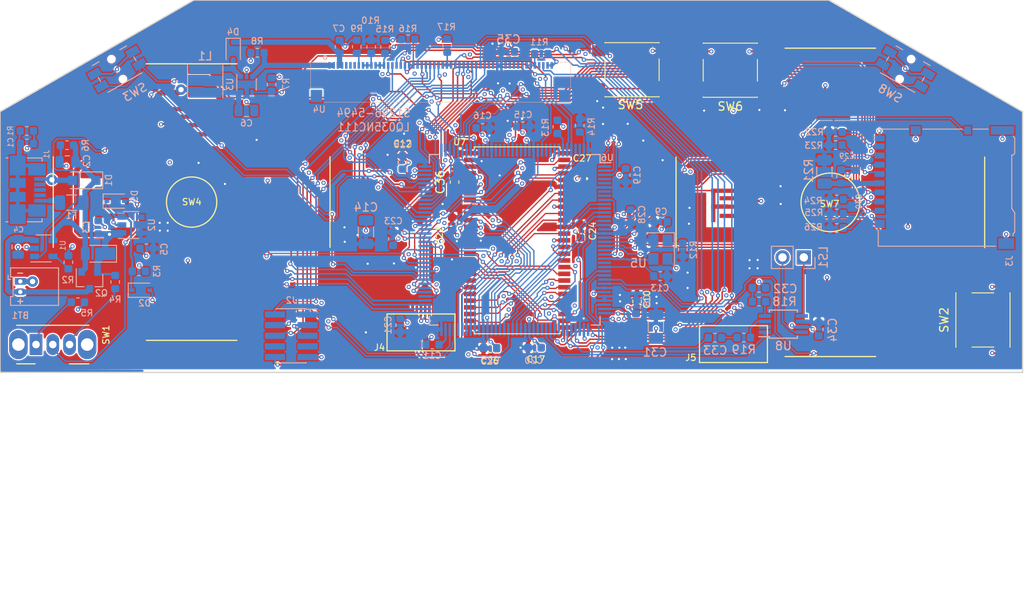
<source format=kicad_pcb>
(kicad_pcb (version 20171130) (host pcbnew 5.1.3-ffb9f22~84~ubuntu18.10.1)
  (layers (0 F.Cu mixed) (1 In1.Cu power hide) (2 In2.Cu power hide) (31 B.Cu mixed hide) (34 B.Paste user) (35 F.Paste user) (36 B.SilkS user) (37 F.SilkS user) (38 B.Mask user hide) (39 F.Mask user hide) (44 Edge.Cuts user hide))
  (net 0 "")
  (net 1 "Net-(C1-Pad2)")
  (net 2 GNDD)
  (net 3 /LCD/LCD_VLED)
  (net 4 /VDD)
  (net 5 /LCD/LED_V+)
  (net 6 "Net-(C11-Pad1)")
  (net 7 "Net-(C12-Pad1)")
  (net 8 /MCU/nSRST)
  (net 9 /MCU/POWER_EN)
  (net 10 "Net-(D4-Pad2)")
  (net 11 "Net-(J1-Pad2)")
  (net 12 "Net-(J1-Pad3)")
  (net 13 "Net-(J1-Pad4)")
  (net 14 /MCU/SDMMC_D1)
  (net 15 /MCU/SDMMC_D2)
  (net 16 /MCU/SDMMC_D3)
  (net 17 /MCU/SDMMC_CMD)
  (net 18 /MCU/SDMMC_CK)
  (net 19 /MCU/SDMMC_D0)
  (net 20 /MCU/SDMMC_DETECT)
  (net 21 /MCU/LEFT_STICK_Y)
  (net 22 /Buttons/BUT_LSTICK)
  (net 23 /MCU/LEFT_STICK_X)
  (net 24 /MCU/RIGHT_STICK_X)
  (net 25 /Buttons/BUT_RSTICK)
  (net 26 /MCU/RIGHT_STICK_Y)
  (net 27 /MCU/ON_SWITCH_5V)
  (net 28 "Net-(R2-Pad1)")
  (net 29 "Net-(R4-Pad2)")
  (net 30 "Net-(R5-Pad1)")
  (net 31 /LCD/LCD_DIM)
  (net 32 /LCD/LED_V-)
  (net 33 /LCD/LCD_NRESET)
  (net 34 "Net-(R10-Pad1)")
  (net 35 "Net-(R11-Pad1)")
  (net 36 "Net-(R13-Pad2)")
  (net 37 "Net-(R14-Pad1)")
  (net 38 /LCD/LCD_B0)
  (net 39 /LCD/LCD_G0)
  (net 40 /LCD/LCD_R0)
  (net 41 /MCU/BATT_STAT)
  (net 42 "Net-(U2-Pad4)")
  (net 43 "Net-(U4-Pad5)")
  (net 44 "Net-(U4-Pad6)")
  (net 45 "Net-(U4-Pad7)")
  (net 46 /LCD/LCD_B3)
  (net 47 /LCD/LCD_B4)
  (net 48 /LCD/LCD_B5)
  (net 49 /LCD/LCD_B6)
  (net 50 /LCD/LCD_B7)
  (net 51 /LCD/LCD_G2)
  (net 52 /LCD/LCD_G3)
  (net 53 /LCD/LCD_G4)
  (net 54 /LCD/LCD_G5)
  (net 55 /LCD/LCD_G6)
  (net 56 /LCD/LCD_G7)
  (net 57 /LCD/LCD_R3)
  (net 58 /LCD/LCD_R4)
  (net 59 /LCD/LCD_R5)
  (net 60 /LCD/LCD_R6)
  (net 61 /LCD/LCD_R7)
  (net 62 /LCD/LCD_HSYNC)
  (net 63 /LCD/LCD_VSYNC)
  (net 64 /MCU/LCD_CLK)
  (net 65 "Net-(U4-Pad39)")
  (net 66 "Net-(U4-Pad40)")
  (net 67 "Net-(U4-Pad43)")
  (net 68 "Net-(U4-Pad44)")
  (net 69 "Net-(U4-Pad45)")
  (net 70 "Net-(U4-Pad46)")
  (net 71 "Net-(U4-Pad47)")
  (net 72 "Net-(U4-Pad51)")
  (net 73 /LCD/LCD_DE)
  (net 74 "Net-(U6-Pad4)")
  (net 75 "Net-(U6-Pad5)")
  (net 76 "Net-(U6-Pad7)")
  (net 77 "Net-(U6-Pad8)")
  (net 78 /MCU/A0)
  (net 79 /MCU/A1)
  (net 80 /MCU/A2)
  (net 81 /MCU/A3)
  (net 82 /MCU/A4)
  (net 83 /MCU/A5)
  (net 84 "Net-(U6-Pad24)")
  (net 85 /MCU/SDNWE)
  (net 86 /MCU/SDNCS)
  (net 87 /MCU/SDCKE)
  (net 88 "Net-(U6-Pad48)")
  (net 89 /MCU/SDNRAS)
  (net 90 /MCU/A6)
  (net 91 /MCU/A7)
  (net 92 /MCU/A8)
  (net 93 /MCU/A9)
  (net 94 /MCU/A10)
  (net 95 /MCU/A11)
  (net 96 /MCU/D4)
  (net 97 /MCU/D5)
  (net 98 /MCU/D6)
  (net 99 /MCU/D7)
  (net 100 /MCU/D8)
  (net 101 /MCU/D9)
  (net 102 /MCU/D10)
  (net 103 /MCU/D11)
  (net 104 /MCU/D12)
  (net 105 /MCU/D13)
  (net 106 /MCU/D14)
  (net 107 /MCU/D15)
  (net 108 "Net-(U6-Pad80)")
  (net 109 /MCU/D0)
  (net 110 /MCU/D1)
  (net 111 /MCU/A12)
  (net 112 /MCU/BA0)
  (net 113 /MCU/BA1)
  (net 114 /MCU/SDCLK)
  (net 115 /MCU/D2)
  (net 116 /MCU/D3)
  (net 117 "Net-(U6-Pad118)")
  (net 118 "Net-(U6-Pad119)")
  (net 119 "Net-(U6-Pad122)")
  (net 120 "Net-(U6-Pad123)")
  (net 121 "Net-(U6-Pad124)")
  (net 122 "Net-(U6-Pad127)")
  (net 123 "Net-(U6-Pad128)")
  (net 124 "Net-(U6-Pad129)")
  (net 125 /MCU/SDNCAS)
  (net 126 "Net-(U6-Pad135)")
  (net 127 "Net-(U6-Pad136)")
  (net 128 "Net-(U6-Pad137)")
  (net 129 /MCU/DQM0)
  (net 130 /MCU/DQM1)
  (net 131 "Net-(J2-Pad8)")
  (net 132 "Net-(J2-Pad7)")
  (net 133 /MCU/SWO)
  (net 134 /MCU/SWCLK)
  (net 135 /MCU/SWDIO)
  (net 136 "Net-(U6-Pad134)")
  (net 137 /Buttons/BUT_LTRIG)
  (net 138 /Buttons/BUT_U)
  (net 139 /Buttons/BUT_D)
  (net 140 /Buttons/BUT_L)
  (net 141 /Buttons/BUT_R)
  (net 142 /Buttons/BUT_SEL)
  (net 143 /Buttons/BUT_START)
  (net 144 /Buttons/BUT_Y)
  (net 145 /Buttons/BUT_A)
  (net 146 /Buttons/BUT_X)
  (net 147 /Buttons/BUT_B)
  (net 148 /Buttons/BUT_RTRIG)
  (net 149 /MCU/XO_OUT)
  (net 150 /MCU/XO_EN)
  (net 151 /PowerAndUSB/VBAT)
  (net 152 /PowerAndUSB/LDO_EN)
  (net 153 /PowerAndUSB/VBUS)
  (net 154 /PowerAndUSB/VBUS2)
  (net 155 /MicroSDCard/SD_VDD)
  (net 156 "Net-(C32-Pad1)")
  (net 157 /MCU/AUDIO)
  (net 158 "Net-(C33-Pad1)")
  (net 159 "Net-(LS1-Pad2)")
  (net 160 "Net-(LS1-Pad1)")
  (net 161 "Net-(R18-Pad1)")
  (net 162 "Net-(R19-Pad2)")
  (net 163 /MCU/nSPKR_OFF)
  (net 164 "Net-(U8-Pad2)")
  (module parts-lib:PS4-DualShock-CarbonPad-DPad (layer F.Cu) (at 177.14904 161.91512)
    (fp_text reference SW4 (at 0.02104 -0.01806) (layer F.SilkS) (effects (font (size 0.762 0.762) (thickness 0.127))))
    (fp_text value DualShock-DPad)
    (pad 1 smd rect (at -0.68 -11.09 270) (size 0.5 4) (layers F.Cu F.Mask) (net 2 GNDD))
    (pad 2 smd rect (at 2.12 -9.84) (size 0.5 4) (layers F.Cu F.Mask) (net 138 /Buttons/BUT_U))
    (pad 2 smd rect (at 0.32 -8.09 90) (size 0.5 4) (layers F.Cu F.Mask) (net 138 /Buttons/BUT_U))
    (pad 2 smd rect (at 0.32 -10.19 270) (size 0.5 4) (layers F.Cu F.Mask) (net 138 /Buttons/BUT_U))
    (pad 1 smd rect (at -0.68 -9.19 90) (size 0.5 4) (layers F.Cu F.Mask) (net 2 GNDD))
    (pad 1 smd rect (at -2.43 -9.34 180) (size 0.5 4) (layers F.Cu F.Mask) (net 2 GNDD))
    (pad 5 smd rect (at 0.55 8.96 270) (size 0.5 4) (layers F.Cu F.Mask) (net 139 /Buttons/BUT_D))
    (pad 5 smd rect (at 2.35 9.31) (size 0.5 4) (layers F.Cu F.Mask) (net 139 /Buttons/BUT_D))
    (pad 5 smd rect (at 0.55 11.06 90) (size 0.5 4) (layers F.Cu F.Mask) (net 139 /Buttons/BUT_D))
    (pad 6 smd rect (at -0.45 8.06 270) (size 0.5 4) (layers F.Cu F.Mask) (net 2 GNDD))
    (pad 6 smd rect (at -2.2 9.81 180) (size 0.5 4) (layers F.Cu F.Mask) (net 2 GNDD))
    (pad 6 smd rect (at -0.45 9.96 90) (size 0.5 4) (layers F.Cu F.Mask) (net 2 GNDD))
    (pad 8 smd rect (at -10.51 -1.39 270) (size 0.5 4) (layers F.Cu F.Mask) (net 140 /Buttons/BUT_L))
    (pad 8 smd rect (at -10.51 0.51 90) (size 0.5 4) (layers F.Cu F.Mask) (net 140 /Buttons/BUT_L))
    (pad 8 smd rect (at -12.26 0.36 180) (size 0.5 4) (layers F.Cu F.Mask) (net 140 /Buttons/BUT_L))
    (pad 7 smd rect (at -9.51 1.61 90) (size 0.5 4) (layers F.Cu F.Mask) (net 2 GNDD))
    (pad 7 smd rect (at -7.71 -0.14) (size 0.5 4) (layers F.Cu F.Mask) (net 2 GNDD))
    (pad 7 smd rect (at -9.51 -0.49 270) (size 0.5 4) (layers F.Cu F.Mask) (net 2 GNDD))
    (pad 4 smd rect (at 10.05 -0.6 270) (size 0.5 4) (layers F.Cu F.Mask) (net 141 /Buttons/BUT_R))
    (pad 4 smd rect (at 11.85 -0.25) (size 0.5 4) (layers F.Cu F.Mask) (net 141 /Buttons/BUT_R))
    (pad 4 smd rect (at 10.05 1.5 90) (size 0.5 4) (layers F.Cu F.Mask) (net 141 /Buttons/BUT_R))
    (pad 3 smd rect (at 7.3 0.25 180) (size 0.5 4) (layers F.Cu F.Mask) (net 2 GNDD))
    (pad 3 smd rect (at 9.05 0.4 90) (size 0.5 4) (layers F.Cu F.Mask) (net 2 GNDD))
    (pad 3 smd rect (at 9.05 -1.5 270) (size 0.5 4) (layers F.Cu F.Mask) (net 2 GNDD))
  )
  (module parts-lib:PS4-DualShock-CarbonPad-4Buttons (layer F.Cu) (at 253.30912 161.9504)
    (fp_text reference SW7 (at -0.09144 0.16764) (layer F.SilkS) (effects (font (size 0.762 0.762) (thickness 0.127))))
    (fp_text value DualShock-4Buttons)
    (pad 3 smd rect (at 10.95 -1.5 270) (size 0.5 4) (layers F.Cu F.Mask) (net 2 GNDD))
    (pad 3 smd rect (at 10.95 0.4 90) (size 0.5 4) (layers F.Cu F.Mask) (net 2 GNDD))
    (pad 3 smd rect (at 9.2 0.25 180) (size 0.5 4) (layers F.Cu F.Mask) (net 2 GNDD))
    (pad 4 smd rect (at 11.95 1.5 90) (size 0.5 4) (layers F.Cu F.Mask) (net 147 /Buttons/BUT_B))
    (pad 4 smd rect (at 13.75 -0.25) (size 0.5 4) (layers F.Cu F.Mask) (net 147 /Buttons/BUT_B))
    (pad 4 smd rect (at 11.95 -0.6 270) (size 0.5 4) (layers F.Cu F.Mask) (net 147 /Buttons/BUT_B))
    (pad 7 smd rect (at -11.21 -0.49 270) (size 0.5 4) (layers F.Cu F.Mask) (net 2 GNDD))
    (pad 7 smd rect (at -9.41 -0.14) (size 0.5 4) (layers F.Cu F.Mask) (net 2 GNDD))
    (pad 7 smd rect (at -11.21 1.61 90) (size 0.5 4) (layers F.Cu F.Mask) (net 2 GNDD))
    (pad 8 smd rect (at -13.96 0.36 180) (size 0.5 4) (layers F.Cu F.Mask) (net 146 /Buttons/BUT_X))
    (pad 8 smd rect (at -12.21 0.51 90) (size 0.5 4) (layers F.Cu F.Mask) (net 146 /Buttons/BUT_X))
    (pad 8 smd rect (at -12.21 -1.39 270) (size 0.5 4) (layers F.Cu F.Mask) (net 146 /Buttons/BUT_X))
    (pad 6 smd rect (at -0.45 11.96 90) (size 0.5 4) (layers F.Cu F.Mask) (net 2 GNDD))
    (pad 6 smd rect (at -2.2 11.81 180) (size 0.5 4) (layers F.Cu F.Mask) (net 2 GNDD))
    (pad 6 smd rect (at -0.45 10.06 270) (size 0.5 4) (layers F.Cu F.Mask) (net 2 GNDD))
    (pad 5 smd rect (at 0.55 13.06 90) (size 0.5 4) (layers F.Cu F.Mask) (net 145 /Buttons/BUT_A))
    (pad 5 smd rect (at 2.35 11.31) (size 0.5 4) (layers F.Cu F.Mask) (net 145 /Buttons/BUT_A))
    (pad 5 smd rect (at 0.55 10.96 270) (size 0.5 4) (layers F.Cu F.Mask) (net 145 /Buttons/BUT_A))
    (pad 1 smd rect (at -2.43 -11.34 180) (size 0.5 4) (layers F.Cu F.Mask) (net 2 GNDD))
    (pad 1 smd rect (at -0.68 -11.19 90) (size 0.5 4) (layers F.Cu F.Mask) (net 2 GNDD))
    (pad 2 smd rect (at 0.32 -12.19 270) (size 0.5 4) (layers F.Cu F.Mask) (net 144 /Buttons/BUT_Y))
    (pad 2 smd rect (at 0.32 -10.09 90) (size 0.5 4) (layers F.Cu F.Mask) (net 144 /Buttons/BUT_Y))
    (pad 2 smd rect (at 2.12 -11.84) (size 0.5 4) (layers F.Cu F.Mask) (net 144 /Buttons/BUT_Y))
    (pad 1 smd rect (at -0.68 -13.09 270) (size 0.5 4) (layers F.Cu F.Mask) (net 2 GNDD))
  )
  (module Capacitor_SMD:C_0603_1608Metric (layer B.Cu) (at 251.9172 177.09134 270)
    (fp_text reference C34 (at 0.08128 -1.65608 90) (layer B.SilkS) (effects (justify mirror)))
    (fp_text value C1uF)
    (pad 1 smd roundrect (at -0.7875 0 270) (size 0.875 0.95) (layers B.Cu B.Paste B.Mask) (net 4 /VDD))
    (pad 2 smd roundrect (at 0.7875 0 270) (size 0.875 0.95) (layers B.Cu B.Paste B.Mask) (net 2 GNDD))
  )
  (module Capacitor_SMD:C_0603_1608Metric (layer B.Cu) (at 239.55502 178.1048 180)
    (fp_text reference C33 (at -0.0254 -1.50622) (layer B.SilkS) (effects (justify mirror)))
    (fp_text value C100nF)
    (pad 1 smd roundrect (at -0.7875 0 180) (size 0.875 0.95) (layers B.Cu B.Paste B.Mask) (net 158 "Net-(C33-Pad1)"))
    (pad 2 smd roundrect (at 0.7875 0 180) (size 0.875 0.95) (layers B.Cu B.Paste B.Mask) (net 157 /MCU/AUDIO))
  )
  (module Capacitor_SMD:C_0603_1608Metric (layer B.Cu) (at 244.79504 172.15612)
    (fp_text reference C32 (at 3.1369 0.10922) (layer B.SilkS) (effects (justify mirror)))
    (fp_text value C100nF)
    (pad 1 smd roundrect (at -0.7875 0) (size 0.875 0.95) (layers B.Cu B.Paste B.Mask) (net 156 "Net-(C32-Pad1)"))
    (pad 2 smd roundrect (at 0.7875 0) (size 0.875 0.95) (layers B.Cu B.Paste B.Mask) (net 2 GNDD))
  )
  (module Capacitor_SMD:C_0603_1608Metric (layer F.Cu) (at 208.50098 159.53232 270)
    (fp_text reference C36 (at -0.01016 1.71704 90) (layer F.SilkS))
    (fp_text value C100nF)
    (pad 2 smd roundrect (at 0.7875 0 270) (size 0.875 0.95) (layers F.Cu F.Paste F.Mask) (net 2 GNDD))
    (pad 1 smd roundrect (at -0.7875 0 270) (size 0.875 0.95) (layers F.Cu F.Paste F.Mask) (net 4 /VDD))
  )
  (module Capacitor_SMD:C_0603_1608Metric (layer B.Cu) (at 214.86876 143.99006)
    (fp_text reference C35 (at 0.05588 -1.48844) (layer B.SilkS) (effects (justify mirror)))
    (fp_text value C100nF)
    (pad 2 smd roundrect (at 0.7875 0) (size 0.875 0.95) (layers B.Cu B.Paste B.Mask) (net 2 GNDD))
    (pad 1 smd roundrect (at -0.7875 0) (size 0.875 0.95) (layers B.Cu B.Paste B.Mask) (net 4 /VDD))
  )
  (module Inductor_SMD:L_Taiyo-Yuden_NR-40xx (layer B.Cu) (at 178.76774 147.46224 90)
    (fp_text reference L1 (at 2.96672 -0.01524 180) (layer B.SilkS) (effects (justify mirror)))
    (fp_text value SNR4018K-6R8M)
    (pad 2 smd rect (at 1.4 0 90) (size 1.2 3.9) (layers B.Cu B.Paste B.Mask) (net 10 "Net-(D4-Pad2)"))
    (pad 1 smd rect (at -1.4 0 90) (size 1.2 3.9) (layers B.Cu B.Paste B.Mask) (net 3 /LCD/LCD_VLED))
  )
  (module Package_SO:MSOP-8_3x3mm_P0.65mm (layer B.Cu) (at 247.70588 176.48174)
    (fp_text reference U8 (at 0 2.6) (layer B.SilkS) (effects (justify mirror)))
    (fp_text value PAM8302AAS)
    (pad 8 smd rect (at 2.2 0.975) (size 1.45 0.45) (layers B.Cu B.Paste B.Mask) (net 159 "Net-(LS1-Pad2)"))
    (pad 7 smd rect (at 2.2 0.325) (size 1.45 0.45) (layers B.Cu B.Paste B.Mask) (net 2 GNDD))
    (pad 6 smd rect (at 2.2 -0.325) (size 1.45 0.45) (layers B.Cu B.Paste B.Mask) (net 4 /VDD))
    (pad 5 smd rect (at 2.2 -0.975) (size 1.45 0.45) (layers B.Cu B.Paste B.Mask) (net 160 "Net-(LS1-Pad1)"))
    (pad 4 smd rect (at -2.2 -0.975) (size 1.45 0.45) (layers B.Cu B.Paste B.Mask) (net 161 "Net-(R18-Pad1)"))
    (pad 3 smd rect (at -2.2 -0.325) (size 1.45 0.45) (layers B.Cu B.Paste B.Mask) (net 162 "Net-(R19-Pad2)"))
    (pad 2 smd rect (at -2.2 0.325) (size 1.45 0.45) (layers B.Cu B.Paste B.Mask) (net 164 "Net-(U8-Pad2)"))
    (pad 1 smd rect (at -2.2 0.975) (size 1.45 0.45) (layers B.Cu B.Paste B.Mask) (net 163 /MCU/nSPKR_OFF))
  )
  (module Resistor_SMD:R_0603_1608Metric (layer B.Cu) (at 242.98656 178.08702)
    (fp_text reference R19 (at 0 1.43) (layer B.SilkS) (effects (justify mirror)))
    (fp_text value 2K)
    (pad 2 smd roundrect (at 0.7875 0) (size 0.875 0.95) (layers B.Cu B.Paste B.Mask) (net 162 "Net-(R19-Pad2)"))
    (pad 1 smd roundrect (at -0.7875 0) (size 0.875 0.95) (layers B.Cu B.Paste B.Mask) (net 158 "Net-(C33-Pad1)"))
  )
  (module Resistor_SMD:R_0603_1608Metric (layer B.Cu) (at 244.80012 173.78426 180)
    (fp_text reference R18 (at -3.04038 -0.00254) (layer B.SilkS) (effects (justify mirror)))
    (fp_text value 2K)
    (pad 2 smd roundrect (at 0.7875 0 180) (size 0.875 0.95) (layers B.Cu B.Paste B.Mask) (net 156 "Net-(C32-Pad1)"))
    (pad 1 smd roundrect (at -0.7875 0 180) (size 0.875 0.95) (layers B.Cu B.Paste B.Mask) (net 161 "Net-(R18-Pad1)"))
  )
  (module Connector_PinHeader_2.54mm:PinHeader_1x02_P2.54mm_Vertical (layer B.Cu) (at 250.14428 168.5163 90)
    (fp_text reference LS1 (at 0 2.33 90) (layer B.SilkS) (effects (justify mirror)))
    (fp_text value Speaker)
    (pad 2 thru_hole oval (at 0 -2.54 90) (size 1.7 1.7) (drill 1) (layers *.Cu *.Mask) (net 159 "Net-(LS1-Pad2)"))
    (pad 1 thru_hole rect (at 0 0 90) (size 1.7 1.7) (drill 1) (layers *.Cu *.Mask) (net 160 "Net-(LS1-Pad1)"))
  )
  (module parts-lib:XKB-Enterprise_X05B20U05T_1x05_P0.50mm_Horizontal (layer F.Cu) (at 241.75466 176.66462)
    (fp_text reference J5 (at -5.08 3.81) (layer F.SilkS) (effects (font (size 0.762 0.762) (thickness 0.127))))
    (fp_text value FPC_1x5_TopContact_P=0.5mm)
    (pad 1 smd rect (at -1 -0.35) (size 0.3 1.3) (layers F.Cu F.Paste F.Mask) (net 4 /VDD))
    (pad 2 smd rect (at -0.5 -0.35) (size 0.3 1.3) (layers F.Cu F.Paste F.Mask) (net 26 /MCU/RIGHT_STICK_Y))
    (pad 3 smd rect (at 0 -0.35) (size 0.3 1.3) (layers F.Cu F.Paste F.Mask) (net 25 /Buttons/BUT_RSTICK))
    (pad 4 smd rect (at 0.5 -0.35) (size 0.3 1.3) (layers F.Cu F.Paste F.Mask) (net 2 GNDD))
    (pad 5 smd rect (at 1 -0.35) (size 0.3 1.3) (layers F.Cu F.Paste F.Mask) (net 24 /MCU/RIGHT_STICK_X))
  )
  (module Capacitor_SMD:C_0603_1608Metric (layer F.Cu) (at 223.749871 159.124455 90)
    (fp_text reference C27 (at 2.436935 -0.029211) (layer F.SilkS) (effects (font (size 0.762 0.762) (thickness 0.127))))
    (fp_text value C100nF)
    (pad 2 smd roundrect (at 0.7875 0 90) (size 0.875 0.95) (layers F.Cu F.Paste F.Mask) (net 2 GNDD))
    (pad 1 smd roundrect (at -0.7875 0 90) (size 0.875 0.95) (layers F.Cu F.Paste F.Mask) (net 4 /VDD))
  )
  (module Capacitor_SMD:C_0603_1608Metric (layer F.Cu) (at 223.510521 165.40217 270)
    (fp_text reference C24 (at -0.03039 -1.454739 270) (layer F.SilkS) (effects (font (size 0.762 0.762) (thickness 0.127))))
    (fp_text value C100nF)
    (pad 2 smd roundrect (at 0.7875 0 270) (size 0.875 0.95) (layers F.Cu F.Paste F.Mask) (net 2 GNDD))
    (pad 1 smd roundrect (at -0.7875 0 270) (size 0.875 0.95) (layers F.Cu F.Paste F.Mask) (net 4 /VDD))
  )
  (module Capacitor_SMD:C_0603_1608Metric (layer F.Cu) (at 202.295425 157.180084 90)
    (fp_text reference C12 (at 2.235004 0.005415 180) (layer F.SilkS) (effects (font (size 0.762 0.762) (thickness 0.127))))
    (fp_text value C2.2uF)
    (pad 2 smd roundrect (at 0.7875 0 90) (size 0.875 0.95) (layers F.Cu F.Paste F.Mask) (net 2 GNDD))
    (pad 1 smd roundrect (at -0.7875 0 90) (size 0.875 0.95) (layers F.Cu F.Paste F.Mask) (net 7 "Net-(C12-Pad1)"))
  )
  (module Capacitor_SMD:C_0603_1608Metric (layer B.Cu) (at 202.279347 157.203308 270)
    (fp_text reference C18 (at -2.141388 -0.062133 180) (layer B.SilkS) (effects (font (size 0.762 0.762) (thickness 0.127)) (justify mirror)))
    (fp_text value C100nF)
    (pad 2 smd roundrect (at 0.7875 0 270) (size 0.875 0.95) (layers B.Cu B.Paste B.Mask) (net 2 GNDD))
    (pad 1 smd roundrect (at -0.7875 0 270) (size 0.875 0.95) (layers B.Cu B.Paste B.Mask) (net 4 /VDD))
  )
  (module Capacitor_SMD:C_0603_1608Metric (layer B.Cu) (at 201.15276 166.29644 270)
    (fp_text reference C23 (at -2.11836 -0.0508 180) (layer B.SilkS) (effects (font (size 0.762 0.762) (thickness 0.127)) (justify mirror)))
    (fp_text value C100nF)
    (pad 2 smd roundrect (at 0.7875 0 270) (size 0.875 0.95) (layers B.Cu B.Paste B.Mask) (net 2 GNDD))
    (pad 1 smd roundrect (at -0.7875 0 270) (size 0.875 0.95) (layers B.Cu B.Paste B.Mask) (net 4 /VDD))
  )
  (module Capacitor_SMD:C_0603_1608Metric (layer B.Cu) (at 202.025593 176.619068 90)
    (fp_text reference C21 (at 0.033188 -1.444333 90) (layer B.SilkS) (effects (font (size 0.762 0.762) (thickness 0.127)) (justify mirror)))
    (fp_text value C100nF)
    (pad 2 smd roundrect (at 0.7875 0 90) (size 0.875 0.95) (layers B.Cu B.Paste B.Mask) (net 2 GNDD))
    (pad 1 smd roundrect (at -0.7875 0 90) (size 0.875 0.95) (layers B.Cu B.Paste B.Mask) (net 4 /VDD))
  )
  (module Capacitor_SMD:C_0603_1608Metric (layer B.Cu) (at 205.85938 178.92268 180)
    (fp_text reference C11 (at 0.02794 -1.30302) (layer B.SilkS) (effects (font (size 0.762 0.762) (thickness 0.127)) (justify mirror)))
    (fp_text value C2.2uF)
    (pad 2 smd roundrect (at 0.7875 0 180) (size 0.875 0.95) (layers B.Cu B.Paste B.Mask) (net 2 GNDD))
    (pad 1 smd roundrect (at -0.7875 0 180) (size 0.875 0.95) (layers B.Cu B.Paste B.Mask) (net 6 "Net-(C11-Pad1)"))
  )
  (module Capacitor_SMD:C_0603_1608Metric (layer F.Cu) (at 212.738034 179.376642)
    (fp_text reference C26 (at -0.048034 1.513358) (layer F.SilkS) (effects (font (size 0.762 0.762) (thickness 0.127))))
    (fp_text value C100nF)
    (pad 2 smd roundrect (at 0.7875 0) (size 0.875 0.95) (layers F.Cu F.Paste F.Mask) (net 2 GNDD))
    (pad 1 smd roundrect (at -0.7875 0) (size 0.875 0.95) (layers F.Cu F.Paste F.Mask) (net 4 /VDD))
  )
  (module Capacitor_SMD:C_0603_1608Metric (layer B.Cu) (at 212.746073 179.315706)
    (fp_text reference C25 (at 0.023927 1.424294) (layer B.SilkS) (effects (font (size 0.762 0.762) (thickness 0.127)) (justify mirror)))
    (fp_text value C100nF)
    (pad 2 smd roundrect (at 0.7875 0) (size 0.875 0.95) (layers B.Cu B.Paste B.Mask) (net 2 GNDD))
    (pad 1 smd roundrect (at -0.7875 0) (size 0.875 0.95) (layers B.Cu B.Paste B.Mask) (net 4 /VDD))
  )
  (module Capacitor_SMD:C_0603_1608Metric (layer F.Cu) (at 218.03868 179.28844)
    (fp_text reference C17 (at 0.150177 1.385454) (layer F.SilkS) (effects (font (size 0.762 0.762) (thickness 0.127))))
    (fp_text value C100nF)
    (pad 2 smd roundrect (at 0.7875 0) (size 0.875 0.95) (layers F.Cu F.Paste F.Mask) (net 2 GNDD))
    (pad 1 smd roundrect (at -0.7875 0) (size 0.875 0.95) (layers F.Cu F.Paste F.Mask) (net 4 /VDD))
  )
  (module Capacitor_SMD:C_0603_1608Metric (layer B.Cu) (at 218.0336 179.28336)
    (fp_text reference C20 (at -0.09518 1.529358) (layer B.SilkS) (effects (font (size 0.762 0.762) (thickness 0.127)) (justify mirror)))
    (fp_text value C100nF)
    (pad 2 smd roundrect (at 0.7875 0) (size 0.875 0.95) (layers B.Cu B.Paste B.Mask) (net 2 GNDD))
    (pad 1 smd roundrect (at -0.7875 0) (size 0.875 0.95) (layers B.Cu B.Paste B.Mask) (net 4 /VDD))
  )
  (module Capacitor_SMD:C_0603_1608Metric (layer B.Cu) (at 230.13924 174.4599 270)
    (fp_text reference C8 (at -0.80264 -1.31064 90) (layer B.SilkS) (effects (font (size 0.762 0.762) (thickness 0.127)) (justify mirror)))
    (fp_text value C1uF)
    (pad 2 smd roundrect (at 0.7875 0 270) (size 0.875 0.95) (layers B.Cu B.Paste B.Mask) (net 2 GNDD))
    (pad 1 smd roundrect (at -0.7875 0 270) (size 0.875 0.95) (layers B.Cu B.Paste B.Mask) (net 4 /VDD))
  )
  (module Capacitor_SMD:C_0603_1608Metric (layer F.Cu) (at 230.2637 173.78172 270)
    (fp_text reference C10 (at -0.25908 -1.1684 90) (layer F.SilkS) (effects (font (size 0.762 0.762) (thickness 0.127))))
    (fp_text value C100nF)
    (pad 2 smd roundrect (at 0.7875 0 270) (size 0.875 0.95) (layers F.Cu F.Paste F.Mask) (net 2 GNDD))
    (pad 1 smd roundrect (at -0.7875 0 270) (size 0.875 0.95) (layers F.Cu F.Paste F.Mask) (net 4 /VDD))
  )
  (module Capacitor_SMD:C_0603_1608Metric (layer B.Cu) (at 233.040713 170.747097 180)
    (fp_text reference C13 (at 0.056673 -1.424263) (layer B.SilkS) (effects (font (size 0.762 0.762) (thickness 0.127)) (justify mirror)))
    (fp_text value C100nF)
    (pad 2 smd roundrect (at 0.7875 0 180) (size 0.875 0.95) (layers B.Cu B.Paste B.Mask) (net 8 /MCU/nSRST))
    (pad 1 smd roundrect (at -0.7875 0 180) (size 0.875 0.95) (layers B.Cu B.Paste B.Mask) (net 4 /VDD))
  )
  (module Resistor_SMD:R_0603_1608Metric (layer B.Cu) (at 235.714726 167.594143 270)
    (fp_text reference R12 (at 0.028077 -1.272354 90) (layer B.SilkS) (effects (font (size 0.762 0.762) (thickness 0.127)) (justify mirror)))
    (fp_text value 1K)
    (pad 2 smd roundrect (at 0.7875 0 270) (size 0.875 0.95) (layers B.Cu B.Paste B.Mask) (net 4 /VDD))
    (pad 1 smd roundrect (at -0.7875 0 270) (size 0.875 0.95) (layers B.Cu B.Paste B.Mask) (net 150 /MCU/XO_EN))
  )
  (module Capacitor_SMD:C_0603_1608Metric (layer B.Cu) (at 233.057541 164.261057)
    (fp_text reference C9 (at 0.073819 -1.210837) (layer B.SilkS) (effects (font (size 0.762 0.762) (thickness 0.127)) (justify mirror)))
    (fp_text value C100nF)
    (pad 2 smd roundrect (at 0.7875 0) (size 0.875 0.95) (layers B.Cu B.Paste B.Mask) (net 2 GNDD))
    (pad 1 smd roundrect (at -0.7875 0) (size 0.875 0.95) (layers B.Cu B.Paste B.Mask) (net 4 /VDD))
  )
  (module Capacitor_SMD:C_0603_1608Metric (layer B.Cu) (at 229.478426 163.63051 90)
    (fp_text reference C28 (at 0.22871 1.356134 90) (layer B.SilkS) (effects (font (size 0.762 0.762) (thickness 0.127)) (justify mirror)))
    (fp_text value C100nF)
    (pad 2 smd roundrect (at 0.7875 0 90) (size 0.875 0.95) (layers B.Cu B.Paste B.Mask) (net 2 GNDD))
    (pad 1 smd roundrect (at -0.7875 0 90) (size 0.875 0.95) (layers B.Cu B.Paste B.Mask) (net 4 /VDD))
  )
  (module Capacitor_SMD:C_0603_1608Metric (layer B.Cu) (at 228.9048 158.712346 90)
    (fp_text reference C19 (at 0.020206 1.36556 90) (layer B.SilkS) (effects (font (size 0.762 0.762) (thickness 0.127)) (justify mirror)))
    (fp_text value C100nF)
    (pad 2 smd roundrect (at 0.7875 0 90) (size 0.875 0.95) (layers B.Cu B.Paste B.Mask) (net 2 GNDD))
    (pad 1 smd roundrect (at -0.7875 0 90) (size 0.875 0.95) (layers B.Cu B.Paste B.Mask) (net 4 /VDD))
  )
  (module Resistor_SMD:R_0603_1608Metric (layer B.Cu) (at 254.06096 165.01364)
    (fp_text reference R26 (at -2.783447 -0.108997) (layer B.SilkS) (effects (font (size 0.762 0.762) (thickness 0.127)) (justify mirror)))
    (fp_text value 47K)
    (pad 2 smd roundrect (at 0.7875 0) (size 0.875 0.95) (layers B.Cu B.Paste B.Mask) (net 15 /MCU/SDMMC_D2))
    (pad 1 smd roundrect (at -0.7875 0) (size 0.875 0.95) (layers B.Cu B.Paste B.Mask) (net 4 /VDD))
  )
  (module Resistor_SMD:R_0603_1608Metric (layer B.Cu) (at 254.064124 163.28644)
    (fp_text reference R25 (at -2.715884 -0.11959) (layer B.SilkS) (effects (font (size 0.762 0.762) (thickness 0.127)) (justify mirror)))
    (fp_text value 47K)
    (pad 2 smd roundrect (at 0.7875 0) (size 0.875 0.95) (layers B.Cu B.Paste B.Mask) (net 16 /MCU/SDMMC_D3))
    (pad 1 smd roundrect (at -0.7875 0) (size 0.875 0.95) (layers B.Cu B.Paste B.Mask) (net 4 /VDD))
  )
  (module Resistor_SMD:R_0603_1608Metric (layer B.Cu) (at 254.0635 161.60242)
    (fp_text reference R24 (at -2.811571 0.152423) (layer B.SilkS) (effects (font (size 0.762 0.762) (thickness 0.127)) (justify mirror)))
    (fp_text value 47K)
    (pad 2 smd roundrect (at 0.7875 0) (size 0.875 0.95) (layers B.Cu B.Paste B.Mask) (net 17 /MCU/SDMMC_CMD))
    (pad 1 smd roundrect (at -0.7875 0) (size 0.875 0.95) (layers B.Cu B.Paste B.Mask) (net 4 /VDD))
  )
  (module Capacitor_SMD:C_0603_1608Metric (layer B.Cu) (at 254.588783 158.863629 90)
    (fp_text reference C29 (at 2.440269 0.691377 180) (layer B.SilkS) (effects (font (size 0.635 0.635) (thickness 0.1016)) (justify mirror)))
    (fp_text value C1uF)
    (pad 2 smd roundrect (at 0.7875 0 90) (size 0.875 0.95) (layers B.Cu B.Paste B.Mask) (net 2 GNDD))
    (pad 1 smd roundrect (at -0.7875 0 90) (size 0.875 0.95) (layers B.Cu B.Paste B.Mask) (net 155 /MicroSDCard/SD_VDD))
  )
  (module Capacitor_SMD:C_0603_1608Metric (layer B.Cu) (at 256.286552 158.902215 90)
    (fp_text reference C30 (at -2.949125 0.398228 90) (layer B.SilkS) (effects (font (size 0.635 0.635) (thickness 0.1016)) (justify mirror)))
    (fp_text value C100nF)
    (pad 2 smd roundrect (at 0.7875 0 90) (size 0.875 0.95) (layers B.Cu B.Paste B.Mask) (net 2 GNDD))
    (pad 1 smd roundrect (at -0.7875 0 90) (size 0.875 0.95) (layers B.Cu B.Paste B.Mask) (net 155 /MicroSDCard/SD_VDD))
  )
  (module Resistor_SMD:R_0603_1608Metric (layer B.Cu) (at 253.91364 155.11272)
    (fp_text reference R23 (at -2.57969 0.048818) (layer B.SilkS) (effects (font (size 0.762 0.762) (thickness 0.127)) (justify mirror)))
    (fp_text value 47K)
    (pad 2 smd roundrect (at 0.7875 0) (size 0.875 0.95) (layers B.Cu B.Paste B.Mask) (net 19 /MCU/SDMMC_D0))
    (pad 1 smd roundrect (at -0.7875 0) (size 0.875 0.95) (layers B.Cu B.Paste B.Mask) (net 4 /VDD))
  )
  (module Resistor_SMD:R_0603_1608Metric (layer B.Cu) (at 253.921483 153.542051)
    (fp_text reference R22 (at -2.517363 0.011109) (layer B.SilkS) (effects (font (size 0.762 0.762) (thickness 0.127)) (justify mirror)))
    (fp_text value 47K)
    (pad 2 smd roundrect (at 0.7875 0) (size 0.875 0.95) (layers B.Cu B.Paste B.Mask) (net 14 /MCU/SDMMC_D1))
    (pad 1 smd roundrect (at -0.7875 0) (size 0.875 0.95) (layers B.Cu B.Paste B.Mask) (net 4 /VDD))
  )
  (module Resistor_SMD:R_0603_1608Metric (layer B.Cu) (at 223.4311 152.7683 90)
    (fp_text reference R14 (at -0.147469 1.392776 90) (layer B.SilkS) (effects (font (size 0.762 0.762) (thickness 0.127)) (justify mirror)))
    (fp_text value 10K)
    (pad 2 smd roundrect (at 0.7875 0 90) (size 0.875 0.95) (layers B.Cu B.Paste B.Mask) (net 4 /VDD))
    (pad 1 smd roundrect (at -0.7875 0 90) (size 0.875 0.95) (layers B.Cu B.Paste B.Mask) (net 37 "Net-(R14-Pad1)"))
  )
  (module Resistor_SMD:R_0603_1608Metric (layer B.Cu) (at 220.75902 152.93848 270)
    (fp_text reference R13 (at 0.06722 1.43029 90) (layer B.SilkS) (effects (font (size 0.762 0.762) (thickness 0.127)) (justify mirror)))
    (fp_text value 10K)
    (pad 2 smd roundrect (at 0.7875 0 270) (size 0.875 0.95) (layers B.Cu B.Paste B.Mask) (net 36 "Net-(R13-Pad2)"))
    (pad 1 smd roundrect (at -0.7875 0 270) (size 0.875 0.95) (layers B.Cu B.Paste B.Mask) (net 2 GNDD))
  )
  (module Capacitor_SMD:C_0603_1608Metric (layer B.Cu) (at 216.65692 152.88006 180)
    (fp_text reference C15 (at -0.014126 1.386337 180) (layer B.SilkS) (effects (font (size 0.762 0.762) (thickness 0.127)) (justify mirror)))
    (fp_text value C100nF)
    (pad 2 smd roundrect (at 0.7875 0 180) (size 0.875 0.95) (layers B.Cu B.Paste B.Mask) (net 2 GNDD))
    (pad 1 smd roundrect (at -0.7875 0 180) (size 0.875 0.95) (layers B.Cu B.Paste B.Mask) (net 4 /VDD))
  )
  (module Capacitor_SMD:C_0603_1608Metric (layer B.Cu) (at 211.85886 153.077506 180)
    (fp_text reference C16 (at 0.03302 1.480126) (layer B.SilkS) (effects (font (size 0.762 0.762) (thickness 0.127)) (justify mirror)))
    (fp_text value C100nF)
    (pad 2 smd roundrect (at 0.7875 0 180) (size 0.875 0.95) (layers B.Cu B.Paste B.Mask) (net 2 GNDD))
    (pad 1 smd roundrect (at -0.7875 0 180) (size 0.875 0.95) (layers B.Cu B.Paste B.Mask) (net 4 /VDD))
  )
  (module Resistor_SMD:R_0603_1608Metric (layer B.Cu) (at 218.84132 144.20596)
    (fp_text reference R11 (at -0.25199 -1.378164) (layer B.SilkS) (effects (font (size 0.762 0.762) (thickness 0.127)) (justify mirror)))
    (fp_text value 10K)
    (pad 1 smd roundrect (at -0.7875 0) (size 0.875 0.95) (layers B.Cu B.Paste B.Mask) (net 35 "Net-(R11-Pad1)"))
    (pad 2 smd roundrect (at 0.7875 0) (size 0.875 0.95) (layers B.Cu B.Paste B.Mask) (net 2 GNDD))
  )
  (module Resistor_SMD:R_0603_1608Metric (layer B.Cu) (at 207.62468 143.2433 270)
    (fp_text reference R17 (at -2.23774 0.08636 180) (layer B.SilkS) (effects (font (size 0.762 0.762) (thickness 0.127)) (justify mirror)))
    (fp_text value 10K)
    (pad 2 smd roundrect (at 0.7875 0 270) (size 0.875 0.95) (layers B.Cu B.Paste B.Mask) (net 40 /LCD/LCD_R0))
    (pad 1 smd roundrect (at -0.7875 0 270) (size 0.875 0.95) (layers B.Cu B.Paste B.Mask) (net 2 GNDD))
  )
  (module Resistor_SMD:R_0603_1608Metric (layer B.Cu) (at 202.9714 142.49654)
    (fp_text reference R16 (at -0.03556 -1.27762) (layer B.SilkS) (effects (font (size 0.762 0.762) (thickness 0.127)) (justify mirror)))
    (fp_text value 10K)
    (pad 2 smd roundrect (at 0.7875 0) (size 0.875 0.95) (layers B.Cu B.Paste B.Mask) (net 39 /LCD/LCD_G0))
    (pad 1 smd roundrect (at -0.7875 0) (size 0.875 0.95) (layers B.Cu B.Paste B.Mask) (net 2 GNDD))
  )
  (module Resistor_SMD:R_0603_1608Metric (layer B.Cu) (at 200.21296 143.40078 270)
    (fp_text reference R15 (at -2.13106 0.02794 180) (layer B.SilkS) (effects (font (size 0.762 0.762) (thickness 0.127)) (justify mirror)))
    (fp_text value 10K)
    (pad 2 smd roundrect (at 0.7875 0 270) (size 0.875 0.95) (layers B.Cu B.Paste B.Mask) (net 38 /LCD/LCD_B0))
    (pad 1 smd roundrect (at -0.7875 0 270) (size 0.875 0.95) (layers B.Cu B.Paste B.Mask) (net 2 GNDD))
  )
  (module Resistor_SMD:R_0603_1608Metric (layer B.Cu) (at 198.55688 143.39052 90)
    (fp_text reference R10 (at 3.15204 -0.07366) (layer B.SilkS) (effects (font (size 0.762 0.762) (thickness 0.127)) (justify mirror)))
    (fp_text value 10K)
    (pad 2 smd roundrect (at 0.7875 0 90) (size 0.875 0.95) (layers B.Cu B.Paste B.Mask) (net 4 /VDD))
    (pad 1 smd roundrect (at -0.7875 0 90) (size 0.875 0.95) (layers B.Cu B.Paste B.Mask) (net 34 "Net-(R10-Pad1)"))
  )
  (module Resistor_SMD:R_0603_1608Metric (layer B.Cu) (at 196.83222 143.38046 90)
    (fp_text reference R9 (at 2.16662 -0.00508 180) (layer B.SilkS) (effects (font (size 0.762 0.762) (thickness 0.127)) (justify mirror)))
    (fp_text value 100K)
    (pad 2 smd roundrect (at 0.7875 0 90) (size 0.875 0.95) (layers B.Cu B.Paste B.Mask) (net 2 GNDD))
    (pad 1 smd roundrect (at -0.7875 0 90) (size 0.875 0.95) (layers B.Cu B.Paste B.Mask) (net 33 /LCD/LCD_NRESET))
  )
  (module Capacitor_SMD:C_0603_1608Metric (layer B.Cu) (at 194.78498 143.38808 90)
    (fp_text reference C7 (at 2.17424 -0.08128 180) (layer B.SilkS) (effects (font (size 0.762 0.762) (thickness 0.127)) (justify mirror)))
    (fp_text value C1uF)
    (pad 2 smd roundrect (at 0.7875 0 90) (size 0.875 0.95) (layers B.Cu B.Paste B.Mask) (net 2 GNDD))
    (pad 1 smd roundrect (at -0.7875 0 90) (size 0.875 0.95) (layers B.Cu B.Paste B.Mask) (net 5 /LCD/LED_V+))
  )
  (module Capacitor_SMD:C_0805_2012Metric (layer B.Cu) (at 183.682139 150.992542)
    (fp_text reference C6 (at 0.013201 1.501438) (layer B.SilkS) (effects (font (size 0.762 0.762) (thickness 0.127)) (justify mirror)))
    (fp_text value C4.7uF)
    (pad 2 smd roundrect (at 0.9375 0) (size 0.975 1.4) (layers B.Cu B.Paste B.Mask) (net 2 GNDD))
    (pad 1 smd roundrect (at -0.9375 0) (size 0.975 1.4) (layers B.Cu B.Paste B.Mask) (net 3 /LCD/LCD_VLED))
  )
  (module Resistor_SMD:R_0603_1608Metric (layer B.Cu) (at 186.68229 147.892388 270)
    (fp_text reference R7 (at -0.066928 -1.73491 90) (layer B.SilkS) (effects (font (size 0.762 0.762) (thickness 0.127)) (justify mirror)))
    (fp_text value 100K)
    (pad 2 smd roundrect (at 0.7875 0 270) (size 0.875 0.95) (layers B.Cu B.Paste B.Mask) (net 31 /LCD/LCD_DIM))
    (pad 1 smd roundrect (at -0.7875 0 270) (size 0.875 0.95) (layers B.Cu B.Paste B.Mask) (net 2 GNDD))
  )
  (module Resistor_SMD:R_0603_1608Metric (layer B.Cu) (at 184.99021 144.096162 180)
    (fp_text reference R8 (at 0.02487 1.386262) (layer B.SilkS) (effects (font (size 0.762 0.762) (thickness 0.127)) (justify mirror)))
    (fp_text value "10.2 1%")
    (pad 2 smd roundrect (at 0.7875 0 180) (size 0.875 0.95) (layers B.Cu B.Paste B.Mask) (net 2 GNDD))
    (pad 1 smd roundrect (at -0.7875 0 180) (size 0.875 0.95) (layers B.Cu B.Paste B.Mask) (net 32 /LCD/LED_V-))
  )
  (module Resistor_SMD:R_0603_1608Metric (layer B.Cu) (at 162.45332 169.0878 90)
    (fp_text reference R2 (at -2.11836 -0.06096) (layer B.SilkS) (effects (font (size 0.762 0.762) (thickness 0.127)) (justify mirror)))
    (fp_text value 2K)
    (pad 2 smd roundrect (at 0.7875 0 90) (size 0.875 0.95) (layers B.Cu B.Paste B.Mask) (net 2 GNDD))
    (pad 1 smd roundrect (at -0.7875 0 90) (size 0.875 0.95) (layers B.Cu B.Paste B.Mask) (net 28 "Net-(R2-Pad1)"))
  )
  (module Capacitor_SMD:C_0805_2012Metric (layer B.Cu) (at 156.449245 167.257259 270)
    (fp_text reference C4 (at -2.055659 -0.068095) (layer B.SilkS) (effects (font (size 0.635 0.635) (thickness 0.1016)) (justify mirror)))
    (fp_text value C4.7uF)
    (pad 2 smd roundrect (at 0.9375 0 270) (size 0.975 1.4) (layers B.Cu B.Paste B.Mask) (net 2 GNDD))
    (pad 1 smd roundrect (at -0.9375 0 270) (size 0.975 1.4) (layers B.Cu B.Paste B.Mask) (net 151 /PowerAndUSB/VBAT))
  )
  (module Resistor_SMD:R_0603_1608Metric (layer B.Cu) (at 163.584714 173.866325)
    (fp_text reference R5 (at 1.075866 1.289535) (layer B.SilkS) (effects (font (size 0.762 0.762) (thickness 0.127)) (justify mirror)))
    (fp_text value 10K)
    (pad 2 smd roundrect (at 0.7875 0) (size 0.875 0.95) (layers B.Cu B.Paste B.Mask) (net 2 GNDD))
    (pad 1 smd roundrect (at -0.7875 0) (size 0.875 0.95) (layers B.Cu B.Paste B.Mask) (net 30 "Net-(R5-Pad1)"))
  )
  (module Resistor_SMD:R_0603_1608Metric (layer B.Cu) (at 168.035778 171.455029 270)
    (fp_text reference R4 (at 2.067611 0.014778) (layer B.SilkS) (effects (font (size 0.762 0.762) (thickness 0.127)) (justify mirror)))
    (fp_text value 10K)
    (pad 2 smd roundrect (at 0.7875 0 270) (size 0.875 0.95) (layers B.Cu B.Paste B.Mask) (net 29 "Net-(R4-Pad2)"))
    (pad 1 smd roundrect (at -0.7875 0 270) (size 0.875 0.95) (layers B.Cu B.Paste B.Mask) (net 3 /LCD/LCD_VLED))
  )
  (module Diode_SMD:D_SOD-323 (layer B.Cu) (at 171.0944 172.43552)
    (fp_text reference D2 (at 0.446811 1.539797) (layer B.SilkS) (effects (font (size 0.762 0.762) (thickness 0.127)) (justify mirror)))
    (fp_text value 1N4148WS)
    (pad 2 smd rect (at 1.05 0) (size 0.6 0.45) (layers B.Cu B.Paste B.Mask) (net 9 /MCU/POWER_EN))
    (pad 1 smd rect (at -1.05 0) (size 0.6 0.45) (layers B.Cu B.Paste B.Mask) (net 152 /PowerAndUSB/LDO_EN))
  )
  (module Resistor_SMD:R_0603_1608Metric (layer B.Cu) (at 170.8531 170.17746)
    (fp_text reference R3 (at 2.16154 -0.01778 90) (layer B.SilkS) (effects (font (size 0.762 0.762) (thickness 0.127)) (justify mirror)))
    (fp_text value 100K)
    (pad 2 smd roundrect (at 0.7875 0) (size 0.875 0.95) (layers B.Cu B.Paste B.Mask) (net 2 GNDD))
    (pad 1 smd roundrect (at -0.7875 0) (size 0.875 0.95) (layers B.Cu B.Paste B.Mask) (net 152 /PowerAndUSB/LDO_EN))
  )
  (module Capacitor_SMD:C_0603_1608Metric (layer B.Cu) (at 171.77766 167.43934 180)
    (fp_text reference C5 (at -2.10058 -0.09398 270) (layer B.SilkS) (effects (font (size 0.762 0.762) (thickness 0.127)) (justify mirror)))
    (fp_text value C1uF)
    (pad 2 smd roundrect (at 0.7875 0 180) (size 0.875 0.95) (layers B.Cu B.Paste B.Mask) (net 2 GNDD))
    (pad 1 smd roundrect (at -0.7875 0 180) (size 0.875 0.95) (layers B.Cu B.Paste B.Mask) (net 4 /VDD))
  )
  (module Capacitor_SMD:C_0603_1608Metric (layer B.Cu) (at 166.024889 164.923613 90)
    (fp_text reference C3 (at 0.018613 -1.429889 90) (layer B.SilkS) (effects (font (size 0.762 0.762) (thickness 0.127)) (justify mirror)))
    (fp_text value C1uF)
    (pad 2 smd roundrect (at 0.7875 0 90) (size 0.875 0.95) (layers B.Cu B.Paste B.Mask) (net 2 GNDD))
    (pad 1 smd roundrect (at -0.7875 0 90) (size 0.875 0.95) (layers B.Cu B.Paste B.Mask) (net 3 /LCD/LCD_VLED))
  )
  (module Diode_SMD:D_SOD-323 (layer B.Cu) (at 168.09974 161.80054)
    (fp_text reference D5 (at 2.2352 -0.59436 270) (layer B.SilkS) (effects (font (size 0.762 0.762) (thickness 0.127)) (justify mirror)))
    (fp_text value 1N4148WS)
    (pad 2 smd rect (at 1.05 0) (size 0.6 0.45) (layers B.Cu B.Paste B.Mask) (net 27 /MCU/ON_SWITCH_5V))
    (pad 1 smd rect (at -1.05 0) (size 0.6 0.45) (layers B.Cu B.Paste B.Mask) (net 152 /PowerAndUSB/LDO_EN))
  )
  (module Fuse:Fuse_1206_3216Metric (layer B.Cu) (at 162.841382 161.985489 180)
    (fp_text reference F1 (at 0.024842 -1.534631 180) (layer B.SilkS) (effects (font (size 0.762 0.762) (thickness 0.127)) (justify mirror)))
    (fp_text value 1206L150TH)
    (pad 2 smd roundrect (at 1.4 0 180) (size 1.25 1.75) (layers B.Cu B.Paste B.Mask) (roundrect_rratio 0.2) (net 153 /PowerAndUSB/VBUS))
    (pad 1 smd roundrect (at -1.4 0 180) (size 1.25 1.75) (layers B.Cu B.Paste B.Mask) (roundrect_rratio 0.2) (net 154 /PowerAndUSB/VBUS2))
  )
  (module Capacitor_SMD:C_0805_2012Metric (layer B.Cu) (at 162.334023 157.10619 180)
    (fp_text reference C2 (at -2.311317 0.12657 90) (layer B.SilkS) (effects (font (size 0.762 0.762) (thickness 0.127)) (justify mirror)))
    (fp_text value C4.7uF)
    (pad 2 smd roundrect (at 0.9375 0 180) (size 0.975 1.4) (layers B.Cu B.Paste B.Mask) (net 2 GNDD))
    (pad 1 smd roundrect (at -0.9375 0 180) (size 0.975 1.4) (layers B.Cu B.Paste B.Mask) (net 154 /PowerAndUSB/VBUS2))
  )
  (module Resistor_SMD:R_0603_1608Metric (layer B.Cu) (at 162.291988 155.128199 180)
    (fp_text reference R6 (at -2.203492 -0.020081 90) (layer B.SilkS) (effects (font (size 0.762 0.762) (thickness 0.127)) (justify mirror)))
    (fp_text value 100K)
    (pad 2 smd roundrect (at 0.7875 0 180) (size 0.875 0.95) (layers B.Cu B.Paste B.Mask) (net 2 GNDD))
    (pad 1 smd roundrect (at -0.7875 0 180) (size 0.875 0.95) (layers B.Cu B.Paste B.Mask) (net 154 /PowerAndUSB/VBUS2))
  )
  (module Resistor_SMD:R_0603_1608Metric (layer B.Cu) (at 157.490589 153.428671 180)
    (fp_text reference R1 (at 1.958769 0.005051 90) (layer B.SilkS) (effects (font (size 0.635 0.635) (thickness 0.1016)) (justify mirror)))
    (fp_text value 1M)
    (pad 2 smd roundrect (at 0.7875 0 180) (size 0.875 0.95) (layers B.Cu B.Paste B.Mask) (net 1 "Net-(C1-Pad2)"))
    (pad 1 smd roundrect (at -0.7875 0 180) (size 0.875 0.95) (layers B.Cu B.Paste B.Mask) (net 2 GNDD))
  )
  (module Capacitor_SMD:C_0603_1608Metric (layer B.Cu) (at 157.509882 154.928426 180)
    (fp_text reference C1 (at 1.950122 0.092566 270) (layer B.SilkS) (effects (font (size 0.635 0.635) (thickness 0.1016)) (justify mirror)))
    (fp_text value C22nF)
    (pad 2 smd roundrect (at 0.7875 0 180) (size 0.875 0.95) (layers B.Cu B.Paste B.Mask) (net 1 "Net-(C1-Pad2)"))
    (pad 1 smd roundrect (at -0.7875 0 180) (size 0.875 0.95) (layers B.Cu B.Paste B.Mask) (net 2 GNDD))
  )
  (module Capacitor_SMD:C_0603_1608Metric (layer F.Cu) (at 208.178829 164.512031 270)
    (fp_text reference C22 (at 1.408389 1.468549 90) (layer F.SilkS) (effects (font (size 0.762 0.762) (thickness 0.127))))
    (fp_text value C100nF)
    (pad 2 smd roundrect (at 0.7875 0 270) (size 0.875 0.95) (layers F.Cu F.Paste F.Mask) (net 2 GNDD))
    (pad 1 smd roundrect (at -0.7875 0 270) (size 0.875 0.95) (layers F.Cu F.Paste F.Mask) (net 4 /VDD))
  )
  (module parts-lib-SnapEDA:MT48LC16M16A2TG-6A_IT (layer F.Cu) (at 215.965 166.479)
    (fp_text reference U7 (at -6.84934 -11.7422) (layer F.SilkS) (effects (font (size 0.762 0.762) (thickness 0.127))))
    (fp_text value MT48LC16M16A2)
    (pad 1 smd rect (at -5.62 -10.4) (size 1.44 0.55) (layers F.Cu F.Paste F.Mask) (net 4 /VDD))
    (pad 2 smd rect (at -5.62 -9.6) (size 1.44 0.55) (layers F.Cu F.Paste F.Mask) (net 109 /MCU/D0))
    (pad 3 smd rect (at -5.62 -8.8) (size 1.44 0.55) (layers F.Cu F.Paste F.Mask) (net 4 /VDD))
    (pad 4 smd rect (at -5.62 -8) (size 1.44 0.55) (layers F.Cu F.Paste F.Mask) (net 110 /MCU/D1))
    (pad 5 smd rect (at -5.62 -7.2) (size 1.44 0.55) (layers F.Cu F.Paste F.Mask) (net 115 /MCU/D2))
    (pad 6 smd rect (at -5.62 -6.4) (size 1.44 0.55) (layers F.Cu F.Paste F.Mask) (net 2 GNDD))
    (pad 7 smd rect (at -5.62 -5.6) (size 1.44 0.55) (layers F.Cu F.Paste F.Mask) (net 116 /MCU/D3))
    (pad 8 smd rect (at -5.62 -4.8) (size 1.44 0.55) (layers F.Cu F.Paste F.Mask) (net 96 /MCU/D4))
    (pad 9 smd rect (at -5.62 -4) (size 1.44 0.55) (layers F.Cu F.Paste F.Mask) (net 4 /VDD))
    (pad 10 smd rect (at -5.62 -3.2) (size 1.44 0.55) (layers F.Cu F.Paste F.Mask) (net 97 /MCU/D5))
    (pad 11 smd rect (at -5.62 -2.4) (size 1.44 0.55) (layers F.Cu F.Paste F.Mask) (net 98 /MCU/D6))
    (pad 12 smd rect (at -5.62 -1.6) (size 1.44 0.55) (layers F.Cu F.Paste F.Mask) (net 2 GNDD))
    (pad 13 smd rect (at -5.62 -0.8) (size 1.44 0.55) (layers F.Cu F.Paste F.Mask) (net 99 /MCU/D7))
    (pad 14 smd rect (at -5.62 0) (size 1.44 0.55) (layers F.Cu F.Paste F.Mask) (net 4 /VDD))
    (pad 15 smd rect (at -5.62 0.8) (size 1.44 0.55) (layers F.Cu F.Paste F.Mask) (net 129 /MCU/DQM0))
    (pad 16 smd rect (at -5.62 1.6) (size 1.44 0.55) (layers F.Cu F.Paste F.Mask) (net 85 /MCU/SDNWE))
    (pad 17 smd rect (at -5.62 2.4) (size 1.44 0.55) (layers F.Cu F.Paste F.Mask) (net 125 /MCU/SDNCAS))
    (pad 18 smd rect (at -5.62 3.2) (size 1.44 0.55) (layers F.Cu F.Paste F.Mask) (net 89 /MCU/SDNRAS))
    (pad 19 smd rect (at -5.62 4) (size 1.44 0.55) (layers F.Cu F.Paste F.Mask) (net 86 /MCU/SDNCS))
    (pad 20 smd rect (at -5.62 4.8) (size 1.44 0.55) (layers F.Cu F.Paste F.Mask) (net 112 /MCU/BA0))
    (pad 21 smd rect (at -5.62 5.6) (size 1.44 0.55) (layers F.Cu F.Paste F.Mask) (net 113 /MCU/BA1))
    (pad 22 smd rect (at -5.62 6.4) (size 1.44 0.55) (layers F.Cu F.Paste F.Mask) (net 94 /MCU/A10))
    (pad 23 smd rect (at -5.62 7.2) (size 1.44 0.55) (layers F.Cu F.Paste F.Mask) (net 78 /MCU/A0))
    (pad 24 smd rect (at -5.62 8) (size 1.44 0.55) (layers F.Cu F.Paste F.Mask) (net 79 /MCU/A1))
    (pad 25 smd rect (at -5.62 8.8) (size 1.44 0.55) (layers F.Cu F.Paste F.Mask) (net 80 /MCU/A2))
    (pad 26 smd rect (at -5.62 9.6) (size 1.44 0.55) (layers F.Cu F.Paste F.Mask) (net 81 /MCU/A3))
    (pad 27 smd rect (at -5.62 10.4) (size 1.44 0.55) (layers F.Cu F.Paste F.Mask) (net 4 /VDD))
    (pad 28 smd rect (at 5.62 10.4 180) (size 1.44 0.55) (layers F.Cu F.Paste F.Mask) (net 2 GNDD))
    (pad 29 smd rect (at 5.62 9.6 180) (size 1.44 0.55) (layers F.Cu F.Paste F.Mask) (net 82 /MCU/A4))
    (pad 30 smd rect (at 5.62 8.8 180) (size 1.44 0.55) (layers F.Cu F.Paste F.Mask) (net 83 /MCU/A5))
    (pad 31 smd rect (at 5.62 8 180) (size 1.44 0.55) (layers F.Cu F.Paste F.Mask) (net 90 /MCU/A6))
    (pad 32 smd rect (at 5.62 7.2 180) (size 1.44 0.55) (layers F.Cu F.Paste F.Mask) (net 91 /MCU/A7))
    (pad 33 smd rect (at 5.62 6.4 180) (size 1.44 0.55) (layers F.Cu F.Paste F.Mask) (net 92 /MCU/A8))
    (pad 34 smd rect (at 5.62 5.6 180) (size 1.44 0.55) (layers F.Cu F.Paste F.Mask) (net 93 /MCU/A9))
    (pad 35 smd rect (at 5.62 4.8 180) (size 1.44 0.55) (layers F.Cu F.Paste F.Mask) (net 95 /MCU/A11))
    (pad 36 smd rect (at 5.62 4 180) (size 1.44 0.55) (layers F.Cu F.Paste F.Mask) (net 111 /MCU/A12))
    (pad 37 smd rect (at 5.62 3.2 180) (size 1.44 0.55) (layers F.Cu F.Paste F.Mask) (net 87 /MCU/SDCKE))
    (pad 38 smd rect (at 5.62 2.4 180) (size 1.44 0.55) (layers F.Cu F.Paste F.Mask) (net 114 /MCU/SDCLK))
    (pad 39 smd rect (at 5.62 1.6 180) (size 1.44 0.55) (layers F.Cu F.Paste F.Mask) (net 130 /MCU/DQM1))
    (pad 40 smd rect (at 5.62 0.8 180) (size 1.44 0.55) (layers F.Cu F.Paste F.Mask))
    (pad 41 smd rect (at 5.62 0 180) (size 1.44 0.55) (layers F.Cu F.Paste F.Mask) (net 2 GNDD))
    (pad 42 smd rect (at 5.62 -0.8 180) (size 1.44 0.55) (layers F.Cu F.Paste F.Mask) (net 100 /MCU/D8))
    (pad 43 smd rect (at 5.62 -1.6 180) (size 1.44 0.55) (layers F.Cu F.Paste F.Mask) (net 4 /VDD))
    (pad 44 smd rect (at 5.62 -2.4 180) (size 1.44 0.55) (layers F.Cu F.Paste F.Mask) (net 101 /MCU/D9))
    (pad 45 smd rect (at 5.62 -3.2 180) (size 1.44 0.55) (layers F.Cu F.Paste F.Mask) (net 102 /MCU/D10))
    (pad 46 smd rect (at 5.62 -4 180) (size 1.44 0.55) (layers F.Cu F.Paste F.Mask) (net 2 GNDD))
    (pad 47 smd rect (at 5.62 -4.8 180) (size 1.44 0.55) (layers F.Cu F.Paste F.Mask) (net 103 /MCU/D11))
    (pad 48 smd rect (at 5.62 -5.6 180) (size 1.44 0.55) (layers F.Cu F.Paste F.Mask) (net 104 /MCU/D12))
    (pad 49 smd rect (at 5.62 -6.4 180) (size 1.44 0.55) (layers F.Cu F.Paste F.Mask) (net 4 /VDD))
    (pad 50 smd rect (at 5.62 -7.2 180) (size 1.44 0.55) (layers F.Cu F.Paste F.Mask) (net 105 /MCU/D13))
    (pad 51 smd rect (at 5.62 -8 180) (size 1.44 0.55) (layers F.Cu F.Paste F.Mask) (net 106 /MCU/D14))
    (pad 52 smd rect (at 5.62 -8.8 180) (size 1.44 0.55) (layers F.Cu F.Paste F.Mask) (net 2 GNDD))
    (pad 53 smd rect (at 5.62 -9.6 180) (size 1.44 0.55) (layers F.Cu F.Paste F.Mask) (net 107 /MCU/D15))
    (pad 54 smd rect (at 5.62 -10.4 180) (size 1.44 0.55) (layers F.Cu F.Paste F.Mask) (net 2 GNDD))
  )
  (module Capacitor_SMD:C_1206_3216Metric (layer B.Cu) (at 232.50398 176.76622 270)
    (fp_text reference C31 (at 3.07594 0.10414 180) (layer B.SilkS) (effects (justify mirror)))
    (fp_text value C10uF)
    (pad 2 smd roundrect (at 1.4 0 270) (size 1.25 1.75) (layers B.Cu B.Paste B.Mask) (roundrect_rratio 0.2) (net 2 GNDD))
    (pad 1 smd roundrect (at -1.4 0 270) (size 1.25 1.75) (layers B.Cu B.Paste B.Mask) (roundrect_rratio 0.2) (net 4 /VDD))
  )
  (module Crystal:Crystal_SMD_3225-4Pin_3.2x2.5mm (layer B.Cu) (at 233.05516 167.5892 270)
    (fp_text reference U5 (at 1.61036 2.63652 180) (layer B.SilkS) (effects (justify mirror)))
    (fp_text value XO_8MHz_SMD)
    (pad 4 smd rect (at -1.1 0.85 270) (size 1.4 1.2) (layers B.Cu B.Paste B.Mask) (net 4 /VDD))
    (pad 3 smd rect (at 1.1 0.85 270) (size 1.4 1.2) (layers B.Cu B.Paste B.Mask) (net 149 /MCU/XO_OUT))
    (pad 2 smd rect (at 1.1 -0.85 270) (size 1.4 1.2) (layers B.Cu B.Paste B.Mask) (net 2 GNDD))
    (pad 1 smd rect (at -1.1 -0.85 270) (size 1.4 1.2) (layers B.Cu B.Paste B.Mask) (net 150 /MCU/XO_EN))
  )
  (module Resistor_SMD:R_1206_3216Metric (layer B.Cu) (at 252.59792 158.30804 90)
    (fp_text reference R21 (at 0.11684 -1.87452 90) (layer B.SilkS) (effects (justify mirror)))
    (fp_text value 2R2)
    (pad 1 smd roundrect (at -1.4 0 90) (size 1.25 1.75) (layers B.Cu B.Paste B.Mask) (roundrect_rratio 0.2) (net 155 /MicroSDCard/SD_VDD))
    (pad 2 smd roundrect (at 1.4 0 90) (size 1.25 1.75) (layers B.Cu B.Paste B.Mask) (roundrect_rratio 0.2) (net 4 /VDD))
  )
  (module parts-lib:XKB-Enterprise_X05B20U05T_1x05_P0.50mm_Horizontal (layer F.Cu) (at 204.49794 175.27016)
    (fp_text reference J4 (at -4.94792 3.99542) (layer F.SilkS) (effects (font (size 0.762 0.762) (thickness 0.127))))
    (fp_text value FPC_1x5_TopContact_P=0.5mm)
    (pad 1 smd rect (at -1 -0.35) (size 0.3 1.3) (layers F.Cu F.Paste F.Mask) (net 4 /VDD))
    (pad 2 smd rect (at -0.5 -0.35) (size 0.3 1.3) (layers F.Cu F.Paste F.Mask) (net 21 /MCU/LEFT_STICK_Y))
    (pad 3 smd rect (at 0 -0.35) (size 0.3 1.3) (layers F.Cu F.Paste F.Mask) (net 22 /Buttons/BUT_LSTICK))
    (pad 4 smd rect (at 0.5 -0.35) (size 0.3 1.3) (layers F.Cu F.Paste F.Mask) (net 2 GNDD))
    (pad 5 smd rect (at 1 -0.35) (size 0.3 1.3) (layers F.Cu F.Paste F.Mask) (net 23 /MCU/LEFT_STICK_X))
  )
  (module parts-lib-SnapEDA:51296 (layer B.Cu) (at 206.835 147.905 180)
    (fp_text reference U4 (at 14.47572 -2.9456) (layer B.SilkS) (effects (font (size 0.762 0.762) (thickness 0.127)) (justify mirror)))
    (fp_text value 51296-5494 (at 7.99592 -3.3688) (layer B.SilkS) (effects (font (size 1 0.9) (thickness 0.127)) (justify mirror)))
    (fp_text user LQ035NC111 (at 7.99592 -5.0688) (layer B.SilkS) (effects (font (size 1 0.9) (thickness 0.127)) (justify mirror)))
    (pad P$1 smd rect (at -14.8 -1.35 180) (size 1.4 1.5) (layers B.Cu B.Paste B.Mask))
    (pad P$2 smd rect (at 14.8 -1.35 180) (size 1.4 1.5) (layers B.Cu B.Paste B.Mask))
    (pad 54 smd rect (at -13.25 2.3 180) (size 0.3 0.8) (layers B.Cu B.Paste B.Mask) (net 2 GNDD))
    (pad 53 smd rect (at -12.75 2.3 180) (size 0.3 0.8) (layers B.Cu B.Paste B.Mask) (net 2 GNDD))
    (pad 52 smd rect (at -12.25 2.3 180) (size 0.3 0.8) (layers B.Cu B.Paste B.Mask) (net 73 /LCD/LCD_DE))
    (pad 51 smd rect (at -11.75 2.3 180) (size 0.3 0.8) (layers B.Cu B.Paste B.Mask) (net 72 "Net-(U4-Pad51)"))
    (pad 50 smd rect (at -11.25 2.3 180) (size 0.3 0.8) (layers B.Cu B.Paste B.Mask) (net 35 "Net-(R11-Pad1)"))
    (pad 49 smd rect (at -10.75 2.3 180) (size 0.3 0.8) (layers B.Cu B.Paste B.Mask) (net 35 "Net-(R11-Pad1)"))
    (pad 48 smd rect (at -10.25 2.3 180) (size 0.3 0.8) (layers B.Cu B.Paste B.Mask) (net 35 "Net-(R11-Pad1)"))
    (pad 47 smd rect (at -9.75 2.3 180) (size 0.3 0.8) (layers B.Cu B.Paste B.Mask) (net 71 "Net-(U4-Pad47)"))
    (pad 46 smd rect (at -9.25 2.3 180) (size 0.3 0.8) (layers B.Cu B.Paste B.Mask) (net 70 "Net-(U4-Pad46)"))
    (pad 45 smd rect (at -8.75 2.3 180) (size 0.3 0.8) (layers B.Cu B.Paste B.Mask) (net 69 "Net-(U4-Pad45)"))
    (pad 44 smd rect (at -8.25 2.3 180) (size 0.3 0.8) (layers B.Cu B.Paste B.Mask) (net 68 "Net-(U4-Pad44)"))
    (pad 43 smd rect (at -7.75 2.3 180) (size 0.3 0.8) (layers B.Cu B.Paste B.Mask) (net 67 "Net-(U4-Pad43)"))
    (pad 42 smd rect (at -7.25 2.3 180) (size 0.3 0.8) (layers B.Cu B.Paste B.Mask) (net 4 /VDD))
    (pad 41 smd rect (at -6.75 2.3 180) (size 0.3 0.8) (layers B.Cu B.Paste B.Mask) (net 4 /VDD))
    (pad 40 smd rect (at -6.25 2.3 180) (size 0.3 0.8) (layers B.Cu B.Paste B.Mask) (net 66 "Net-(U4-Pad40)"))
    (pad 39 smd rect (at -5.75 2.3 180) (size 0.3 0.8) (layers B.Cu B.Paste B.Mask) (net 65 "Net-(U4-Pad39)"))
    (pad 38 smd rect (at -5.25 2.3 180) (size 0.3 0.8) (layers B.Cu B.Paste B.Mask) (net 64 /MCU/LCD_CLK))
    (pad 37 smd rect (at -4.75 2.3 180) (size 0.3 0.8) (layers B.Cu B.Paste B.Mask) (net 63 /LCD/LCD_VSYNC))
    (pad 36 smd rect (at -4.25 2.3 180) (size 0.3 0.8) (layers B.Cu B.Paste B.Mask) (net 62 /LCD/LCD_HSYNC))
    (pad 35 smd rect (at -3.75 2.3 180) (size 0.3 0.8) (layers B.Cu B.Paste B.Mask) (net 61 /LCD/LCD_R7))
    (pad 34 smd rect (at -3.25 2.3 180) (size 0.3 0.8) (layers B.Cu B.Paste B.Mask) (net 60 /LCD/LCD_R6))
    (pad 33 smd rect (at -2.75 2.3 180) (size 0.3 0.8) (layers B.Cu B.Paste B.Mask) (net 59 /LCD/LCD_R5))
    (pad 32 smd rect (at -2.25 2.3 180) (size 0.3 0.8) (layers B.Cu B.Paste B.Mask) (net 58 /LCD/LCD_R4))
    (pad 31 smd rect (at -1.75 2.3 180) (size 0.3 0.8) (layers B.Cu B.Paste B.Mask) (net 57 /LCD/LCD_R3))
    (pad 30 smd rect (at -1.25 2.3 180) (size 0.3 0.8) (layers B.Cu B.Paste B.Mask) (net 40 /LCD/LCD_R0))
    (pad 29 smd rect (at -0.75 2.3 180) (size 0.3 0.8) (layers B.Cu B.Paste B.Mask) (net 40 /LCD/LCD_R0))
    (pad 28 smd rect (at -0.25 2.3 180) (size 0.3 0.8) (layers B.Cu B.Paste B.Mask) (net 40 /LCD/LCD_R0))
    (pad 27 smd rect (at 0.25 2.3 180) (size 0.3 0.8) (layers B.Cu B.Paste B.Mask) (net 56 /LCD/LCD_G7))
    (pad 26 smd rect (at 0.75 2.3 180) (size 0.3 0.8) (layers B.Cu B.Paste B.Mask) (net 55 /LCD/LCD_G6))
    (pad 25 smd rect (at 1.25 2.3 180) (size 0.3 0.8) (layers B.Cu B.Paste B.Mask) (net 54 /LCD/LCD_G5))
    (pad 24 smd rect (at 1.75 2.3 180) (size 0.3 0.8) (layers B.Cu B.Paste B.Mask) (net 53 /LCD/LCD_G4))
    (pad 23 smd rect (at 2.25 2.3 180) (size 0.3 0.8) (layers B.Cu B.Paste B.Mask) (net 52 /LCD/LCD_G3))
    (pad 22 smd rect (at 2.75 2.3 180) (size 0.3 0.8) (layers B.Cu B.Paste B.Mask) (net 51 /LCD/LCD_G2))
    (pad 21 smd rect (at 3.25 2.3 180) (size 0.3 0.8) (layers B.Cu B.Paste B.Mask) (net 39 /LCD/LCD_G0))
    (pad 20 smd rect (at 3.75 2.3 180) (size 0.3 0.8) (layers B.Cu B.Paste B.Mask) (net 39 /LCD/LCD_G0))
    (pad 19 smd rect (at 4.25 2.3 180) (size 0.3 0.8) (layers B.Cu B.Paste B.Mask) (net 50 /LCD/LCD_B7))
    (pad 18 smd rect (at 4.75 2.3 180) (size 0.3 0.8) (layers B.Cu B.Paste B.Mask) (net 49 /LCD/LCD_B6))
    (pad 17 smd rect (at 5.25 2.3 180) (size 0.3 0.8) (layers B.Cu B.Paste B.Mask) (net 48 /LCD/LCD_B5))
    (pad 16 smd rect (at 5.75 2.3 180) (size 0.3 0.8) (layers B.Cu B.Paste B.Mask) (net 47 /LCD/LCD_B4))
    (pad 15 smd rect (at 6.25 2.3 180) (size 0.3 0.8) (layers B.Cu B.Paste B.Mask) (net 46 /LCD/LCD_B3))
    (pad 14 smd rect (at 6.75 2.3 180) (size 0.3 0.8) (layers B.Cu B.Paste B.Mask) (net 38 /LCD/LCD_B0))
    (pad 13 smd rect (at 7.25 2.3 180) (size 0.3 0.8) (layers B.Cu B.Paste B.Mask) (net 38 /LCD/LCD_B0))
    (pad 12 smd rect (at 7.75 2.3 180) (size 0.3 0.8) (layers B.Cu B.Paste B.Mask) (net 38 /LCD/LCD_B0))
    (pad 11 smd rect (at 8.25 2.3 180) (size 0.3 0.8) (layers B.Cu B.Paste B.Mask) (net 34 "Net-(R10-Pad1)"))
    (pad 10 smd rect (at 8.75 2.3 180) (size 0.3 0.8) (layers B.Cu B.Paste B.Mask) (net 34 "Net-(R10-Pad1)"))
    (pad 9 smd rect (at 9.25 2.3 180) (size 0.3 0.8) (layers B.Cu B.Paste B.Mask) (net 34 "Net-(R10-Pad1)"))
    (pad 8 smd rect (at 9.75 2.3 180) (size 0.3 0.8) (layers B.Cu B.Paste B.Mask) (net 33 /LCD/LCD_NRESET))
    (pad 7 smd rect (at 10.25 2.3 180) (size 0.3 0.8) (layers B.Cu B.Paste B.Mask) (net 45 "Net-(U4-Pad7)"))
    (pad 6 smd rect (at 10.75 2.3 180) (size 0.3 0.8) (layers B.Cu B.Paste B.Mask) (net 44 "Net-(U4-Pad6)"))
    (pad 5 smd rect (at 11.25 2.3 180) (size 0.3 0.8) (layers B.Cu B.Paste B.Mask) (net 43 "Net-(U4-Pad5)"))
    (pad 4 smd rect (at 11.75 2.3 180) (size 0.3 0.8) (layers B.Cu B.Paste B.Mask) (net 5 /LCD/LED_V+))
    (pad 3 smd rect (at 12.25 2.3 180) (size 0.3 0.8) (layers B.Cu B.Paste B.Mask) (net 5 /LCD/LED_V+))
    (pad 2 smd rect (at 12.75 2.3 180) (size 0.3 0.8) (layers B.Cu B.Paste B.Mask) (net 32 /LCD/LED_V-))
    (pad 1 smd rect (at 13.25 2.3 180) (size 0.3 0.8) (layers B.Cu B.Paste B.Mask) (net 32 /LCD/LED_V-))
  )
  (module Capacitor_SMD:C_1206_3216Metric (layer B.Cu) (at 197.9368 165.49834 90)
    (fp_text reference C14 (at 2.96374 -0.00476 180) (layer B.SilkS) (effects (justify mirror)))
    (fp_text value C10uF)
    (pad 2 smd roundrect (at 1.4 0 90) (size 1.25 1.75) (layers B.Cu B.Paste B.Mask) (roundrect_rratio 0.2) (net 2 GNDD))
    (pad 1 smd roundrect (at -1.4 0 90) (size 1.25 1.75) (layers B.Cu B.Paste B.Mask) (roundrect_rratio 0.2) (net 4 /VDD))
  )
  (module Button_Switch_SMD:SW_SPST_PTS645 (layer F.Cu) (at 271.50314 175.9839 270)
    (fp_text reference SW2 (at 0.00508 4.63042 90) (layer F.SilkS))
    (fp_text value SW_Push)
    (pad 2 smd rect (at 3.98 2.25 270) (size 1.55 1.3) (layers F.Cu F.Paste F.Mask) (net 8 /MCU/nSRST))
    (pad 1 smd rect (at 3.98 -2.25 270) (size 1.55 1.3) (layers F.Cu F.Paste F.Mask) (net 2 GNDD))
    (pad 1 smd rect (at -3.98 -2.25 270) (size 1.55 1.3) (layers F.Cu F.Paste F.Mask) (net 2 GNDD))
    (pad 2 smd rect (at -3.98 2.25 270) (size 1.55 1.3) (layers F.Cu F.Paste F.Mask) (net 8 /MCU/nSRST))
  )
  (module Button_Switch_SMD:SW_SPST_PTS645 (layer F.Cu) (at 241.38 146.18)
    (fp_text reference SW6 (at 0 4.32) (layer F.SilkS))
    (fp_text value SW_Push)
    (pad 2 smd rect (at 3.98 2.25) (size 1.55 1.3) (layers F.Cu F.Paste F.Mask) (net 143 /Buttons/BUT_START))
    (pad 1 smd rect (at 3.98 -2.25) (size 1.55 1.3) (layers F.Cu F.Paste F.Mask) (net 2 GNDD))
    (pad 1 smd rect (at -3.98 -2.25) (size 1.55 1.3) (layers F.Cu F.Paste F.Mask) (net 2 GNDD))
    (pad 2 smd rect (at -3.98 2.25) (size 1.55 1.3) (layers F.Cu F.Paste F.Mask) (net 143 /Buttons/BUT_START))
  )
  (module Button_Switch_SMD:SW_SPST_PTS645 (layer F.Cu) (at 229.66 146.12)
    (fp_text reference SW5 (at -0.19 4.19) (layer F.SilkS))
    (fp_text value SW_Push)
    (pad 2 smd rect (at 3.98 2.25) (size 1.55 1.3) (layers F.Cu F.Paste F.Mask) (net 142 /Buttons/BUT_SEL))
    (pad 1 smd rect (at 3.98 -2.25) (size 1.55 1.3) (layers F.Cu F.Paste F.Mask) (net 2 GNDD))
    (pad 1 smd rect (at -3.98 -2.25) (size 1.55 1.3) (layers F.Cu F.Paste F.Mask) (net 2 GNDD))
    (pad 2 smd rect (at -3.98 2.25) (size 1.55 1.3) (layers F.Cu F.Paste F.Mask) (net 142 /Buttons/BUT_SEL))
  )
  (module Button_Switch_SMD:Panasonic_EVQPUL_EVQPUC (layer B.Cu) (at 262.255 146.05 150)
    (fp_text reference SW8 (at 0.11331 -3.420702 330) (layer B.SilkS) (effects (justify mirror)))
    (fp_text value SW_Push)
    (pad 2 smd rect (at 2.625 -0.85 330) (size 1.55 1) (layers B.Cu B.Paste B.Mask) (net 148 /Buttons/BUT_RTRIG))
    (pad 2 smd rect (at -2.625 -0.85 330) (size 1.55 1) (layers B.Cu B.Paste B.Mask) (net 148 /Buttons/BUT_RTRIG))
    (pad 1 smd rect (at -2.625 0.85 330) (size 1.55 1) (layers B.Cu B.Paste B.Mask) (net 2 GNDD))
    (pad 1 smd rect (at 2.625 0.85 330) (size 1.55 1) (layers B.Cu B.Paste B.Mask) (net 2 GNDD))
    (pad "" np_thru_hole circle (at 0 -1.375 330) (size 0.75 0.75) (drill 0.75) (layers *.Cu *.Mask))
    (pad "" np_thru_hole circle (at 0 1.375 330) (size 0.75 0.75) (drill 0.75) (layers *.Cu *.Mask))
  )
  (module Button_Switch_SMD:Panasonic_EVQPUL_EVQPUC (layer B.Cu) (at 168.275 146.05 210)
    (fp_text reference SW3 (at -0.457874 -3.44366 210) (layer B.SilkS) (effects (justify mirror)))
    (fp_text value SW_Push)
    (pad 2 smd rect (at 2.625 -0.85 30) (size 1.55 1) (layers B.Cu B.Paste B.Mask) (net 137 /Buttons/BUT_LTRIG))
    (pad 2 smd rect (at -2.625 -0.85 30) (size 1.55 1) (layers B.Cu B.Paste B.Mask) (net 137 /Buttons/BUT_LTRIG))
    (pad 1 smd rect (at -2.625 0.85 30) (size 1.55 1) (layers B.Cu B.Paste B.Mask) (net 2 GNDD))
    (pad 1 smd rect (at 2.625 0.85 30) (size 1.55 1) (layers B.Cu B.Paste B.Mask) (net 2 GNDD))
    (pad "" np_thru_hole circle (at 0 -1.375 30) (size 0.75 0.75) (drill 0.75) (layers *.Cu *.Mask))
    (pad "" np_thru_hole circle (at 0 1.375 30) (size 0.75 0.75) (drill 0.75) (layers *.Cu *.Mask))
  )
  (module Connector_Card:microSD_HC_Hirose_DM3AT-SF-PEJM5 (layer B.Cu) (at 266.905 160.185 270)
    (fp_text reference J3 (at 8.763 -7.747 90) (layer B.SilkS) (effects (font (size 0.762 0.762) (thickness 0.127)) (justify mirror)))
    (fp_text value DM3AT-SF-PEJMS)
    (pad 11 smd rect (at 6.675 -7.375 270) (size 1.3 1.9) (layers B.Cu B.Paste B.Mask) (net 2 GNDD))
    (pad 11 smd rect (at -6.825 -6.925 270) (size 1 2.8) (layers B.Cu B.Paste B.Mask) (net 2 GNDD))
    (pad 10 smd rect (at -6.825 -2.775 270) (size 1 0.8) (layers B.Cu B.Paste B.Mask) (net 20 /MCU/SDMMC_DETECT))
    (pad 11 smd rect (at -6.825 3.425 270) (size 1 1.2) (layers B.Cu B.Paste B.Mask) (net 2 GNDD))
    (pad 11 smd rect (at 4.325 7.725 270) (size 1 1.2) (layers B.Cu B.Paste B.Mask) (net 2 GNDD))
    (pad 7 smd rect (at -3.825 7.725 270) (size 0.7 1.2) (layers B.Cu B.Paste B.Mask) (net 19 /MCU/SDMMC_D0))
    (pad 6 smd rect (at -2.725 7.725 270) (size 0.7 1.2) (layers B.Cu B.Paste B.Mask) (net 2 GNDD))
    (pad 5 smd rect (at -1.625 7.725 270) (size 0.7 1.2) (layers B.Cu B.Paste B.Mask) (net 18 /MCU/SDMMC_CK))
    (pad 4 smd rect (at -0.525 7.725 270) (size 0.7 1.2) (layers B.Cu B.Paste B.Mask) (net 155 /MicroSDCard/SD_VDD))
    (pad 3 smd rect (at 0.575 7.725 270) (size 0.7 1.2) (layers B.Cu B.Paste B.Mask) (net 17 /MCU/SDMMC_CMD))
    (pad 2 smd rect (at 1.675 7.725 270) (size 0.7 1.2) (layers B.Cu B.Paste B.Mask) (net 16 /MCU/SDMMC_D3))
    (pad 1 smd rect (at 2.775 7.725 270) (size 0.7 1.2) (layers B.Cu B.Paste B.Mask) (net 15 /MCU/SDMMC_D2))
    (pad 8 smd rect (at -4.925 7.725 270) (size 0.7 1.2) (layers B.Cu B.Paste B.Mask) (net 14 /MCU/SDMMC_D1))
    (pad 9 smd rect (at -5.875 7.725 270) (size 0.7 1.2) (layers B.Cu B.Paste B.Mask) (net 2 GNDD))
  )
  (module Package_TO_SOT_SMD:SOT-23 (layer B.Cu) (at 164.976 171.255 270)
    (fp_text reference Q2 (at 1.52342 -1.41432) (layer B.SilkS) (effects (font (size 0.762 0.762) (thickness 0.127)) (justify mirror)))
    (fp_text value IRLML6401TRPBF)
    (pad 3 smd rect (at 1 0 270) (size 0.9 0.8) (layers B.Cu B.Paste B.Mask) (net 151 /PowerAndUSB/VBAT))
    (pad 2 smd rect (at -1 -0.95 270) (size 0.9 0.8) (layers B.Cu B.Paste B.Mask) (net 3 /LCD/LCD_VLED))
    (pad 1 smd rect (at -1 0.95 270) (size 0.9 0.8) (layers B.Cu B.Paste B.Mask) (net 154 /PowerAndUSB/VBUS2))
  )
  (module Package_TO_SOT_SMD:SOT-23-5 (layer B.Cu) (at 159.515 167.445)
    (fp_text reference U1 (at 2.27792 -0.3384 270) (layer B.SilkS) (effects (font (size 0.635 0.635) (thickness 0.1016)) (justify mirror)))
    (fp_text value MCP73832-2-OT)
    (pad 1 smd rect (at -1.1 0.95) (size 1.06 0.65) (layers B.Cu B.Paste B.Mask) (net 41 /MCU/BATT_STAT))
    (pad 2 smd rect (at -1.1 0) (size 1.06 0.65) (layers B.Cu B.Paste B.Mask) (net 2 GNDD))
    (pad 3 smd rect (at -1.1 -0.95) (size 1.06 0.65) (layers B.Cu B.Paste B.Mask) (net 151 /PowerAndUSB/VBAT))
    (pad 4 smd rect (at 1.1 -0.95) (size 1.06 0.65) (layers B.Cu B.Paste B.Mask) (net 154 /PowerAndUSB/VBUS2))
    (pad 5 smd rect (at 1.1 0.95) (size 1.06 0.65) (layers B.Cu B.Paste B.Mask) (net 28 "Net-(R2-Pad1)"))
  )
  (module Connector_Molex:Molex_PicoBlade_53048-0410_1x02_P1.25mm_Horizontal (layer B.Cu) (at 156.721 171.382 270)
    (fp_text reference BT1 (at 4.064 0) (layer B.SilkS) (effects (font (size 0.762 0.762) (thickness 0.127)) (justify mirror)))
    (fp_text value LiPo_P1.25_THRU)
    (pad 1 thru_hole rect (at 0 0 270) (size 0.8 1.3) (drill 0.5) (layers *.Cu *.Mask) (net 2 GNDD))
    (pad 2 thru_hole oval (at 1.25 0 270) (size 0.8 1.3) (drill 0.5) (layers *.Cu *.Mask) (net 151 /PowerAndUSB/VBAT))
  )
  (module Connector_PinHeader_1.27mm:PinHeader_2x05_P1.27mm_Vertical_SMD (layer B.Cu) (at 189.0268 177.87112 180)
    (fp_text reference J2 (at 0 4.235) (layer B.SilkS) (effects (font (size 0.762 0.762) (thickness 0.127)) (justify mirror)))
    (fp_text value Conn_ARM_JTAG_SWD_10)
    (pad 10 smd rect (at 1.95 -2.54 180) (size 2.4 0.74) (layers B.Cu B.Paste B.Mask) (net 8 /MCU/nSRST))
    (pad 9 smd rect (at -1.95 -2.54 180) (size 2.4 0.74) (layers B.Cu B.Paste B.Mask) (net 2 GNDD))
    (pad 8 smd rect (at 1.95 -1.27 180) (size 2.4 0.74) (layers B.Cu B.Paste B.Mask) (net 131 "Net-(J2-Pad8)"))
    (pad 7 smd rect (at -1.95 -1.27 180) (size 2.4 0.74) (layers B.Cu B.Paste B.Mask) (net 132 "Net-(J2-Pad7)"))
    (pad 6 smd rect (at 1.95 0 180) (size 2.4 0.74) (layers B.Cu B.Paste B.Mask) (net 133 /MCU/SWO))
    (pad 5 smd rect (at -1.95 0 180) (size 2.4 0.74) (layers B.Cu B.Paste B.Mask) (net 2 GNDD))
    (pad 4 smd rect (at 1.95 1.27 180) (size 2.4 0.74) (layers B.Cu B.Paste B.Mask) (net 134 /MCU/SWCLK))
    (pad 3 smd rect (at -1.95 1.27 180) (size 2.4 0.74) (layers B.Cu B.Paste B.Mask) (net 2 GNDD))
    (pad 2 smd rect (at 1.95 2.54 180) (size 2.4 0.74) (layers B.Cu B.Paste B.Mask) (net 135 /MCU/SWDIO))
    (pad 1 smd rect (at -1.95 2.54 180) (size 2.4 0.74) (layers B.Cu B.Paste B.Mask) (net 4 /VDD))
  )
  (module Diode_SMD:D_SOD-123F (layer B.Cu) (at 164.341 159.317 180)
    (fp_text reference D1 (at -2.921 0 90) (layer B.SilkS) (effects (font (size 0.762 0.762) (thickness 0.127)) (justify mirror)))
    (fp_text value SMF12CA)
    (pad 2 smd rect (at 1.4 0 180) (size 1.1 1.1) (layers B.Cu B.Paste B.Mask) (net 2 GNDD))
    (pad 1 smd rect (at -1.4 0 180) (size 1.1 1.1) (layers B.Cu B.Paste B.Mask) (net 154 /PowerAndUSB/VBUS2))
  )
  (module Diode_SMD:D_PowerDI-123 (layer B.Cu) (at 165.992 168.08 180)
    (fp_text reference D3 hide)
    (fp_text value DFLS130L-7)
    (pad 1 smd rect (at -0.85 0) (size 2.4 1.5) (layers B.Cu B.Paste B.Mask) (net 3 /LCD/LCD_VLED))
    (pad 2 smd rect (at 1.525 0) (size 1.05 1.5) (layers B.Cu B.Paste B.Mask) (net 154 /PowerAndUSB/VBUS2))
  )
  (module Diode_SMD:D_SOD-323 (layer B.Cu) (at 182.105 143.875 270)
    (fp_text reference D4 (at -2.27 0.00986) (layer B.SilkS) (effects (font (size 0.762 0.762) (thickness 0.127)) (justify mirror)))
    (fp_text value NSR0240)
    (pad 1 smd rect (at -1.05 0 270) (size 0.6 0.45) (layers B.Cu B.Paste B.Mask) (net 5 /LCD/LED_V+))
    (pad 2 smd rect (at 1.05 0 270) (size 0.6 0.45) (layers B.Cu B.Paste B.Mask) (net 10 "Net-(D4-Pad2)"))
  )
  (module Connector_USB:USB_Micro-B_Molex_47346-0001 (layer B.Cu) (at 157.61 160.46 90)
    (fp_text reference J1 (at 4.24238 2.24236 90) (layer B.SilkS) (effects (font (size 0.635 0.635) (thickness 0.1016)) (justify mirror)))
    (fp_text value USB_B_Micro)
    (pad 1 smd rect (at -1.3 1.46 90) (size 0.45 1.38) (layers B.Cu B.Paste B.Mask) (net 153 /PowerAndUSB/VBUS))
    (pad 2 smd rect (at -0.65 1.46 90) (size 0.45 1.38) (layers B.Cu B.Paste B.Mask) (net 11 "Net-(J1-Pad2)"))
    (pad 3 smd rect (at 0 1.46 90) (size 0.45 1.38) (layers B.Cu B.Paste B.Mask) (net 12 "Net-(J1-Pad3)"))
    (pad 4 smd rect (at 0.65 1.46 90) (size 0.45 1.38) (layers B.Cu B.Paste B.Mask) (net 13 "Net-(J1-Pad4)"))
    (pad 5 smd rect (at 1.3 1.46 90) (size 0.45 1.38) (layers B.Cu B.Paste B.Mask) (net 2 GNDD))
    (pad 6 smd rect (at -2.4625 1.1 90) (size 1.475 2.1) (layers B.Cu B.Paste B.Mask) (net 1 "Net-(C1-Pad2)"))
    (pad 6 smd rect (at 2.4625 1.1 90) (size 1.475 2.1) (layers B.Cu B.Paste B.Mask) (net 1 "Net-(C1-Pad2)"))
    (pad 6 smd rect (at -2.91 -1.2 90) (size 2.375 1.9) (layers B.Cu B.Paste B.Mask) (net 1 "Net-(C1-Pad2)"))
    (pad 6 smd rect (at 2.91 -1.2 90) (size 2.375 1.9) (layers B.Cu B.Paste B.Mask) (net 1 "Net-(C1-Pad2)"))
    (pad 6 smd rect (at -0.84 -1.2 90) (size 1.175 1.9) (layers B.Cu B.Paste B.Mask) (net 1 "Net-(C1-Pad2)"))
    (pad 6 smd rect (at 0.84 -1.2 90) (size 1.175 1.9) (layers B.Cu B.Paste B.Mask) (net 1 "Net-(C1-Pad2)"))
  )
  (module Button_Switch_THT:SW_CuK_OS102011MA1QN1_SPDT_Angled (layer F.Cu) (at 158.59506 178.9176)
    (fp_text reference SW1 (at 8.34898 -1.16332 270) (layer F.SilkS) (effects (font (size 0.762 0.762) (thickness 0.127))))
    (fp_text value SW_SPDT)
    (pad "" thru_hole oval (at 6.1 0) (size 2.2 3.5) (drill 1.5) (layers *.Cu *.Mask))
    (pad "" thru_hole oval (at -2.1 0) (size 2.2 3.5) (drill 1.5) (layers *.Cu *.Mask))
    (pad 3 thru_hole oval (at 4 0) (size 1.5 2.5) (drill 0.9) (layers *.Cu *.Mask) (net 29 "Net-(R4-Pad2)"))
    (pad 2 thru_hole oval (at 2 0) (size 1.5 2.5) (drill 0.9) (layers *.Cu *.Mask) (net 27 /MCU/ON_SWITCH_5V))
    (pad 1 thru_hole rect (at 0 0) (size 1.5 2.5) (drill 0.9) (layers *.Cu *.Mask) (net 30 "Net-(R5-Pad1)"))
  )
  (module Package_TO_SOT_SMD:SOT-23-5 (layer B.Cu) (at 169.929 164.651)
    (fp_text reference U2 (at 2.45318 -0.01582 90) (layer B.SilkS) (effects (font (size 0.762 0.762) (thickness 0.127)) (justify mirror)))
    (fp_text value RT9013-33GB)
    (pad 5 smd rect (at 1.1 0.95) (size 1.06 0.65) (layers B.Cu B.Paste B.Mask) (net 4 /VDD))
    (pad 4 smd rect (at 1.1 -0.95) (size 1.06 0.65) (layers B.Cu B.Paste B.Mask) (net 42 "Net-(U2-Pad4)"))
    (pad 3 smd rect (at -1.1 -0.95) (size 1.06 0.65) (layers B.Cu B.Paste B.Mask) (net 152 /PowerAndUSB/LDO_EN))
    (pad 2 smd rect (at -1.1 0) (size 1.06 0.65) (layers B.Cu B.Paste B.Mask) (net 2 GNDD))
    (pad 1 smd rect (at -1.1 0.95) (size 1.06 0.65) (layers B.Cu B.Paste B.Mask) (net 3 /LCD/LCD_VLED))
  )
  (module Package_TO_SOT_SMD:SOT-353_SC-70-5 (layer B.Cu) (at 183.695 147.875 270)
    (fp_text reference U3 (at -0.01652 1.98086 90) (layer B.SilkS) (effects (font (size 0.762 0.762) (thickness 0.127)) (justify mirror)))
    (fp_text value TPS61169)
    (pad 1 smd rect (at -0.95 0.65 270) (size 0.65 0.4) (layers B.Cu B.Paste B.Mask) (net 10 "Net-(D4-Pad2)"))
    (pad 3 smd rect (at -0.95 -0.65 270) (size 0.65 0.4) (layers B.Cu B.Paste B.Mask) (net 32 /LCD/LED_V-))
    (pad 2 smd rect (at -0.95 0 270) (size 0.65 0.4) (layers B.Cu B.Paste B.Mask) (net 2 GNDD))
    (pad 4 smd rect (at 0.95 -0.65 270) (size 0.65 0.4) (layers B.Cu B.Paste B.Mask) (net 31 /LCD/LCD_DIM))
    (pad 5 smd rect (at 0.95 0.65 270) (size 0.65 0.4) (layers B.Cu B.Paste B.Mask) (net 3 /LCD/LCD_VLED))
  )
  (module Package_QFP:LQFP-144_20x20mm_P0.5mm (layer B.Cu) (at 215.675 166.415 180)
    (fp_text reference U6 (at -11.0327 9.79352) (layer B.SilkS) (effects (font (size 0.762 0.762) (thickness 0.127)) (justify mirror)))
    (fp_text value STM32F767ZGTx)
    (pad 144 smd rect (at -8.75 10.7 90) (size 1.55 0.3) (layers B.Cu B.Paste B.Mask) (net 4 /VDD))
    (pad 143 smd rect (at -8.25 10.7 90) (size 1.55 0.3) (layers B.Cu B.Paste B.Mask) (net 37 "Net-(R14-Pad1)"))
    (pad 142 smd rect (at -7.75 10.7 90) (size 1.55 0.3) (layers B.Cu B.Paste B.Mask) (net 130 /MCU/DQM1))
    (pad 141 smd rect (at -7.25 10.7 90) (size 1.55 0.3) (layers B.Cu B.Paste B.Mask) (net 129 /MCU/DQM0))
    (pad 140 smd rect (at -6.75 10.7 90) (size 1.55 0.3) (layers B.Cu B.Paste B.Mask) (net 50 /LCD/LCD_B7))
    (pad 139 smd rect (at -6.25 10.7 90) (size 1.55 0.3) (layers B.Cu B.Paste B.Mask) (net 49 /LCD/LCD_B6))
    (pad 138 smd rect (at -5.75 10.7 90) (size 1.55 0.3) (layers B.Cu B.Paste B.Mask) (net 36 "Net-(R13-Pad2)"))
    (pad 137 smd rect (at -5.25 10.7 90) (size 1.55 0.3) (layers B.Cu B.Paste B.Mask) (net 128 "Net-(U6-Pad137)"))
    (pad 136 smd rect (at -4.75 10.7 90) (size 1.55 0.3) (layers B.Cu B.Paste B.Mask) (net 127 "Net-(U6-Pad136)"))
    (pad 135 smd rect (at -4.25 10.7 90) (size 1.55 0.3) (layers B.Cu B.Paste B.Mask) (net 126 "Net-(U6-Pad135)"))
    (pad 134 smd rect (at -3.75 10.7 90) (size 1.55 0.3) (layers B.Cu B.Paste B.Mask) (net 136 "Net-(U6-Pad134)"))
    (pad 133 smd rect (at -3.25 10.7 90) (size 1.55 0.3) (layers B.Cu B.Paste B.Mask) (net 133 /MCU/SWO))
    (pad 132 smd rect (at -2.75 10.7 90) (size 1.55 0.3) (layers B.Cu B.Paste B.Mask) (net 125 /MCU/SDNCAS))
    (pad 131 smd rect (at -2.25 10.7 90) (size 1.55 0.3) (layers B.Cu B.Paste B.Mask) (net 4 /VDD))
    (pad 130 smd rect (at -1.75 10.7 90) (size 1.55 0.3) (layers B.Cu B.Paste B.Mask) (net 2 GNDD))
    (pad 129 smd rect (at -1.25 10.7 90) (size 1.55 0.3) (layers B.Cu B.Paste B.Mask) (net 124 "Net-(U6-Pad129)"))
    (pad 128 smd rect (at -0.75 10.7 90) (size 1.55 0.3) (layers B.Cu B.Paste B.Mask) (net 123 "Net-(U6-Pad128)"))
    (pad 127 smd rect (at -0.25 10.7 90) (size 1.55 0.3) (layers B.Cu B.Paste B.Mask) (net 122 "Net-(U6-Pad127)"))
    (pad 126 smd rect (at 0.25 10.7 90) (size 1.55 0.3) (layers B.Cu B.Paste B.Mask) (net 46 /LCD/LCD_B3))
    (pad 125 smd rect (at 0.75 10.7 90) (size 1.55 0.3) (layers B.Cu B.Paste B.Mask) (net 52 /LCD/LCD_G3))
    (pad 124 smd rect (at 1.25 10.7 90) (size 1.55 0.3) (layers B.Cu B.Paste B.Mask) (net 121 "Net-(U6-Pad124)"))
    (pad 123 smd rect (at 1.75 10.7 90) (size 1.55 0.3) (layers B.Cu B.Paste B.Mask) (net 120 "Net-(U6-Pad123)"))
    (pad 122 smd rect (at 2.25 10.7 90) (size 1.55 0.3) (layers B.Cu B.Paste B.Mask) (net 119 "Net-(U6-Pad122)"))
    (pad 121 smd rect (at 2.75 10.7 90) (size 1.55 0.3) (layers B.Cu B.Paste B.Mask) (net 4 /VDD))
    (pad 120 smd rect (at 3.25 10.7 90) (size 1.55 0.3) (layers B.Cu B.Paste B.Mask) (net 2 GNDD))
    (pad 119 smd rect (at 3.75 10.7 90) (size 1.55 0.3) (layers B.Cu B.Paste B.Mask) (net 118 "Net-(U6-Pad119)"))
    (pad 118 smd rect (at 4.25 10.7 90) (size 1.55 0.3) (layers B.Cu B.Paste B.Mask) (net 117 "Net-(U6-Pad118)"))
    (pad 117 smd rect (at 4.75 10.7 90) (size 1.55 0.3) (layers B.Cu B.Paste B.Mask) (net 56 /LCD/LCD_G7))
    (pad 116 smd rect (at 5.25 10.7 90) (size 1.55 0.3) (layers B.Cu B.Paste B.Mask) (net 17 /MCU/SDMMC_CMD))
    (pad 115 smd rect (at 5.75 10.7 90) (size 1.55 0.3) (layers B.Cu B.Paste B.Mask) (net 116 /MCU/D3))
    (pad 114 smd rect (at 6.25 10.7 90) (size 1.55 0.3) (layers B.Cu B.Paste B.Mask) (net 115 /MCU/D2))
    (pad 113 smd rect (at 6.75 10.7 90) (size 1.55 0.3) (layers B.Cu B.Paste B.Mask) (net 18 /MCU/SDMMC_CK))
    (pad 112 smd rect (at 7.25 10.7 90) (size 1.55 0.3) (layers B.Cu B.Paste B.Mask) (net 16 /MCU/SDMMC_D3))
    (pad 111 smd rect (at 7.75 10.7 90) (size 1.55 0.3) (layers B.Cu B.Paste B.Mask) (net 15 /MCU/SDMMC_D2))
    (pad 110 smd rect (at 8.25 10.7 90) (size 1.55 0.3) (layers B.Cu B.Paste B.Mask) (net 137 /Buttons/BUT_LTRIG))
    (pad 109 smd rect (at 8.75 10.7 90) (size 1.55 0.3) (layers B.Cu B.Paste B.Mask) (net 134 /MCU/SWCLK))
    (pad 108 smd rect (at 10.7 8.75 180) (size 1.55 0.3) (layers B.Cu B.Paste B.Mask) (net 4 /VDD))
    (pad 107 smd rect (at 10.7 8.25 180) (size 1.55 0.3) (layers B.Cu B.Paste B.Mask) (net 2 GNDD))
    (pad 106 smd rect (at 10.7 7.75 180) (size 1.55 0.3) (layers B.Cu B.Paste B.Mask) (net 7 "Net-(C12-Pad1)"))
    (pad 105 smd rect (at 10.7 7.25 180) (size 1.55 0.3) (layers B.Cu B.Paste B.Mask) (net 135 /MCU/SWDIO))
    (pad 104 smd rect (at 10.7 6.75 180) (size 1.55 0.3) (layers B.Cu B.Paste B.Mask) (net 41 /MCU/BATT_STAT))
    (pad 103 smd rect (at 10.7 6.25 180) (size 1.55 0.3) (layers B.Cu B.Paste B.Mask) (net 58 /LCD/LCD_R4))
    (pad 102 smd rect (at 10.7 5.75 180) (size 1.55 0.3) (layers B.Cu B.Paste B.Mask) (net 47 /LCD/LCD_B4))
    (pad 101 smd rect (at 10.7 5.25 180) (size 1.55 0.3) (layers B.Cu B.Paste B.Mask) (net 59 /LCD/LCD_R5))
    (pad 100 smd rect (at 10.7 4.75 180) (size 1.55 0.3) (layers B.Cu B.Paste B.Mask) (net 60 /LCD/LCD_R6))
    (pad 99 smd rect (at 10.7 4.25 180) (size 1.55 0.3) (layers B.Cu B.Paste B.Mask) (net 14 /MCU/SDMMC_D1))
    (pad 98 smd rect (at 10.7 3.75 180) (size 1.55 0.3) (layers B.Cu B.Paste B.Mask) (net 19 /MCU/SDMMC_D0))
    (pad 97 smd rect (at 10.7 3.25 180) (size 1.55 0.3) (layers B.Cu B.Paste B.Mask) (net 55 /LCD/LCD_G6))
    (pad 96 smd rect (at 10.7 2.75 180) (size 1.55 0.3) (layers B.Cu B.Paste B.Mask) (net 62 /LCD/LCD_HSYNC))
    (pad 95 smd rect (at 10.7 2.25 180) (size 1.55 0.3) (layers B.Cu B.Paste B.Mask) (net 4 /VDD))
    (pad 94 smd rect (at 10.7 1.75 180) (size 1.55 0.3) (layers B.Cu B.Paste B.Mask) (net 2 GNDD))
    (pad 93 smd rect (at 10.7 1.25 180) (size 1.55 0.3) (layers B.Cu B.Paste B.Mask) (net 114 /MCU/SDCLK))
    (pad 92 smd rect (at 10.7 0.75 180) (size 1.55 0.3) (layers B.Cu B.Paste B.Mask) (net 64 /MCU/LCD_CLK))
    (pad 91 smd rect (at 10.7 0.25 180) (size 1.55 0.3) (layers B.Cu B.Paste B.Mask) (net 61 /LCD/LCD_R7))
    (pad 90 smd rect (at 10.7 -0.25 180) (size 1.55 0.3) (layers B.Cu B.Paste B.Mask) (net 113 /MCU/BA1))
    (pad 89 smd rect (at 10.7 -0.75 180) (size 1.55 0.3) (layers B.Cu B.Paste B.Mask) (net 112 /MCU/BA0))
    (pad 88 smd rect (at 10.7 -1.25 180) (size 1.55 0.3) (layers B.Cu B.Paste B.Mask) (net 27 /MCU/ON_SWITCH_5V))
    (pad 87 smd rect (at 10.7 -1.75 180) (size 1.55 0.3) (layers B.Cu B.Paste B.Mask) (net 111 /MCU/A12))
    (pad 86 smd rect (at 10.7 -2.25 180) (size 1.55 0.3) (layers B.Cu B.Paste B.Mask) (net 110 /MCU/D1))
    (pad 85 smd rect (at 10.7 -2.75 180) (size 1.55 0.3) (layers B.Cu B.Paste B.Mask) (net 109 /MCU/D0))
    (pad 84 smd rect (at 10.7 -3.25 180) (size 1.55 0.3) (layers B.Cu B.Paste B.Mask) (net 4 /VDD))
    (pad 83 smd rect (at 10.7 -3.75 180) (size 1.55 0.3) (layers B.Cu B.Paste B.Mask) (net 2 GNDD))
    (pad 82 smd rect (at 10.7 -4.25 180) (size 1.55 0.3) (layers B.Cu B.Paste B.Mask) (net 138 /Buttons/BUT_U))
    (pad 81 smd rect (at 10.7 -4.75 180) (size 1.55 0.3) (layers B.Cu B.Paste B.Mask) (net 141 /Buttons/BUT_R))
    (pad 80 smd rect (at 10.7 -5.25 180) (size 1.55 0.3) (layers B.Cu B.Paste B.Mask) (net 108 "Net-(U6-Pad80)"))
    (pad 79 smd rect (at 10.7 -5.75 180) (size 1.55 0.3) (layers B.Cu B.Paste B.Mask) (net 107 /MCU/D15))
    (pad 78 smd rect (at 10.7 -6.25 180) (size 1.55 0.3) (layers B.Cu B.Paste B.Mask) (net 106 /MCU/D14))
    (pad 77 smd rect (at 10.7 -6.75 180) (size 1.55 0.3) (layers B.Cu B.Paste B.Mask) (net 105 /MCU/D13))
    (pad 76 smd rect (at 10.7 -7.25 180) (size 1.55 0.3) (layers B.Cu B.Paste B.Mask) (net 140 /Buttons/BUT_L))
    (pad 75 smd rect (at 10.7 -7.75 180) (size 1.55 0.3) (layers B.Cu B.Paste B.Mask) (net 139 /Buttons/BUT_D))
    (pad 74 smd rect (at 10.7 -8.25 180) (size 1.55 0.3) (layers B.Cu B.Paste B.Mask) (net 9 /MCU/POWER_EN))
    (pad 73 smd rect (at 10.7 -8.75 180) (size 1.55 0.3) (layers B.Cu B.Paste B.Mask) (net 22 /Buttons/BUT_LSTICK))
    (pad 72 smd rect (at 8.75 -10.7 90) (size 1.55 0.3) (layers B.Cu B.Paste B.Mask) (net 4 /VDD))
    (pad 71 smd rect (at 8.25 -10.7 90) (size 1.55 0.3) (layers B.Cu B.Paste B.Mask) (net 6 "Net-(C11-Pad1)"))
    (pad 70 smd rect (at 7.75 -10.7 90) (size 1.55 0.3) (layers B.Cu B.Paste B.Mask) (net 54 /LCD/LCD_G5))
    (pad 69 smd rect (at 7.25 -10.7 90) (size 1.55 0.3) (layers B.Cu B.Paste B.Mask) (net 53 /LCD/LCD_G4))
    (pad 68 smd rect (at 6.75 -10.7 90) (size 1.55 0.3) (layers B.Cu B.Paste B.Mask) (net 104 /MCU/D12))
    (pad 67 smd rect (at 6.25 -10.7 90) (size 1.55 0.3) (layers B.Cu B.Paste B.Mask) (net 103 /MCU/D11))
    (pad 66 smd rect (at 5.75 -10.7 90) (size 1.55 0.3) (layers B.Cu B.Paste B.Mask) (net 102 /MCU/D10))
    (pad 65 smd rect (at 5.25 -10.7 90) (size 1.55 0.3) (layers B.Cu B.Paste B.Mask) (net 101 /MCU/D9))
    (pad 64 smd rect (at 4.75 -10.7 90) (size 1.55 0.3) (layers B.Cu B.Paste B.Mask) (net 100 /MCU/D8))
    (pad 63 smd rect (at 4.25 -10.7 90) (size 1.55 0.3) (layers B.Cu B.Paste B.Mask) (net 99 /MCU/D7))
    (pad 62 smd rect (at 3.75 -10.7 90) (size 1.55 0.3) (layers B.Cu B.Paste B.Mask) (net 4 /VDD))
    (pad 61 smd rect (at 3.25 -10.7 90) (size 1.55 0.3) (layers B.Cu B.Paste B.Mask) (net 2 GNDD))
    (pad 60 smd rect (at 2.75 -10.7 90) (size 1.55 0.3) (layers B.Cu B.Paste B.Mask) (net 98 /MCU/D6))
    (pad 59 smd rect (at 2.25 -10.7 90) (size 1.55 0.3) (layers B.Cu B.Paste B.Mask) (net 97 /MCU/D5))
    (pad 58 smd rect (at 1.75 -10.7 90) (size 1.55 0.3) (layers B.Cu B.Paste B.Mask) (net 96 /MCU/D4))
    (pad 57 smd rect (at 1.25 -10.7 90) (size 1.55 0.3) (layers B.Cu B.Paste B.Mask) (net 95 /MCU/A11))
    (pad 56 smd rect (at 0.75 -10.7 90) (size 1.55 0.3) (layers B.Cu B.Paste B.Mask) (net 94 /MCU/A10))
    (pad 55 smd rect (at 0.25 -10.7 90) (size 1.55 0.3) (layers B.Cu B.Paste B.Mask) (net 93 /MCU/A9))
    (pad 54 smd rect (at -0.25 -10.7 90) (size 1.55 0.3) (layers B.Cu B.Paste B.Mask) (net 92 /MCU/A8))
    (pad 53 smd rect (at -0.75 -10.7 90) (size 1.55 0.3) (layers B.Cu B.Paste B.Mask) (net 91 /MCU/A7))
    (pad 52 smd rect (at -1.25 -10.7 90) (size 1.55 0.3) (layers B.Cu B.Paste B.Mask) (net 4 /VDD))
    (pad 51 smd rect (at -1.75 -10.7 90) (size 1.55 0.3) (layers B.Cu B.Paste B.Mask) (net 2 GNDD))
    (pad 50 smd rect (at -2.25 -10.7 90) (size 1.55 0.3) (layers B.Cu B.Paste B.Mask) (net 90 /MCU/A6))
    (pad 49 smd rect (at -2.75 -10.7 90) (size 1.55 0.3) (layers B.Cu B.Paste B.Mask) (net 89 /MCU/SDNRAS))
    (pad 48 smd rect (at -3.25 -10.7 90) (size 1.55 0.3) (layers B.Cu B.Paste B.Mask) (net 88 "Net-(U6-Pad48)"))
    (pad 47 smd rect (at -3.75 -10.7 90) (size 1.55 0.3) (layers B.Cu B.Paste B.Mask) (net 163 /MCU/nSPKR_OFF))
    (pad 46 smd rect (at -4.25 -10.7 90) (size 1.55 0.3) (layers B.Cu B.Paste B.Mask) (net 57 /LCD/LCD_R3))
    (pad 45 smd rect (at -4.75 -10.7 90) (size 1.55 0.3) (layers B.Cu B.Paste B.Mask) (net 87 /MCU/SDCKE))
    (pad 44 smd rect (at -5.25 -10.7 90) (size 1.55 0.3) (layers B.Cu B.Paste B.Mask) (net 86 /MCU/SDNCS))
    (pad 43 smd rect (at -5.75 -10.7 90) (size 1.55 0.3) (layers B.Cu B.Paste B.Mask) (net 85 /MCU/SDNWE))
    (pad 42 smd rect (at -6.25 -10.7 90) (size 1.55 0.3) (layers B.Cu B.Paste B.Mask) (net 51 /LCD/LCD_G2))
    (pad 41 smd rect (at -6.75 -10.7 90) (size 1.55 0.3) (layers B.Cu B.Paste B.Mask) (net 157 /MCU/AUDIO))
    (pad 40 smd rect (at -7.25 -10.7 90) (size 1.55 0.3) (layers B.Cu B.Paste B.Mask) (net 63 /LCD/LCD_VSYNC))
    (pad 39 smd rect (at -7.75 -10.7 90) (size 1.55 0.3) (layers B.Cu B.Paste B.Mask) (net 4 /VDD))
    (pad 38 smd rect (at -8.25 -10.7 90) (size 1.55 0.3) (layers B.Cu B.Paste B.Mask) (net 2 GNDD))
    (pad 37 smd rect (at -8.75 -10.7 90) (size 1.55 0.3) (layers B.Cu B.Paste B.Mask) (net 48 /LCD/LCD_B5))
    (pad 36 smd rect (at -10.7 -8.75 180) (size 1.55 0.3) (layers B.Cu B.Paste B.Mask) (net 31 /LCD/LCD_DIM))
    (pad 35 smd rect (at -10.7 -8.25 180) (size 1.55 0.3) (layers B.Cu B.Paste B.Mask) (net 33 /LCD/LCD_NRESET))
    (pad 34 smd rect (at -10.7 -7.75 180) (size 1.55 0.3) (layers B.Cu B.Paste B.Mask) (net 25 /Buttons/BUT_RSTICK))
    (pad 33 smd rect (at -10.7 -7.25 180) (size 1.55 0.3) (layers B.Cu B.Paste B.Mask) (net 4 /VDD))
    (pad 32 smd rect (at -10.7 -6.75 180) (size 1.55 0.3) (layers B.Cu B.Paste B.Mask) (net 4 /VDD))
    (pad 31 smd rect (at -10.7 -6.25 180) (size 1.55 0.3) (layers B.Cu B.Paste B.Mask) (net 2 GNDD))
    (pad 30 smd rect (at -10.7 -5.75 180) (size 1.55 0.3) (layers B.Cu B.Paste B.Mask) (net 4 /VDD))
    (pad 29 smd rect (at -10.7 -5.25 180) (size 1.55 0.3) (layers B.Cu B.Paste B.Mask) (net 26 /MCU/RIGHT_STICK_Y))
    (pad 28 smd rect (at -10.7 -4.75 180) (size 1.55 0.3) (layers B.Cu B.Paste B.Mask) (net 24 /MCU/RIGHT_STICK_X))
    (pad 27 smd rect (at -10.7 -4.25 180) (size 1.55 0.3) (layers B.Cu B.Paste B.Mask) (net 21 /MCU/LEFT_STICK_Y))
    (pad 26 smd rect (at -10.7 -3.75 180) (size 1.55 0.3) (layers B.Cu B.Paste B.Mask) (net 23 /MCU/LEFT_STICK_X))
    (pad 25 smd rect (at -10.7 -3.25 180) (size 1.55 0.3) (layers B.Cu B.Paste B.Mask) (net 8 /MCU/nSRST))
    (pad 24 smd rect (at -10.7 -2.75 180) (size 1.55 0.3) (layers B.Cu B.Paste B.Mask) (net 84 "Net-(U6-Pad24)"))
    (pad 23 smd rect (at -10.7 -2.25 180) (size 1.55 0.3) (layers B.Cu B.Paste B.Mask) (net 149 /MCU/XO_OUT))
    (pad 22 smd rect (at -10.7 -1.75 180) (size 1.55 0.3) (layers B.Cu B.Paste B.Mask) (net 73 /LCD/LCD_DE))
    (pad 21 smd rect (at -10.7 -1.25 180) (size 1.55 0.3) (layers B.Cu B.Paste B.Mask) (net 145 /Buttons/BUT_A))
    (pad 20 smd rect (at -10.7 -0.75 180) (size 1.55 0.3) (layers B.Cu B.Paste B.Mask) (net 147 /Buttons/BUT_B))
    (pad 19 smd rect (at -10.7 -0.25 180) (size 1.55 0.3) (layers B.Cu B.Paste B.Mask) (net 146 /Buttons/BUT_X))
    (pad 18 smd rect (at -10.7 0.25 180) (size 1.55 0.3) (layers B.Cu B.Paste B.Mask) (net 144 /Buttons/BUT_Y))
    (pad 17 smd rect (at -10.7 0.75 180) (size 1.55 0.3) (layers B.Cu B.Paste B.Mask) (net 4 /VDD))
    (pad 16 smd rect (at -10.7 1.25 180) (size 1.55 0.3) (layers B.Cu B.Paste B.Mask) (net 2 GNDD))
    (pad 15 smd rect (at -10.7 1.75 180) (size 1.55 0.3) (layers B.Cu B.Paste B.Mask) (net 83 /MCU/A5))
    (pad 14 smd rect (at -10.7 2.25 180) (size 1.55 0.3) (layers B.Cu B.Paste B.Mask) (net 82 /MCU/A4))
    (pad 13 smd rect (at -10.7 2.75 180) (size 1.55 0.3) (layers B.Cu B.Paste B.Mask) (net 81 /MCU/A3))
    (pad 12 smd rect (at -10.7 3.25 180) (size 1.55 0.3) (layers B.Cu B.Paste B.Mask) (net 80 /MCU/A2))
    (pad 11 smd rect (at -10.7 3.75 180) (size 1.55 0.3) (layers B.Cu B.Paste B.Mask) (net 79 /MCU/A1))
    (pad 10 smd rect (at -10.7 4.25 180) (size 1.55 0.3) (layers B.Cu B.Paste B.Mask) (net 78 /MCU/A0))
    (pad 9 smd rect (at -10.7 4.75 180) (size 1.55 0.3) (layers B.Cu B.Paste B.Mask) (net 20 /MCU/SDMMC_DETECT))
    (pad 8 smd rect (at -10.7 5.25 180) (size 1.55 0.3) (layers B.Cu B.Paste B.Mask) (net 77 "Net-(U6-Pad8)"))
    (pad 7 smd rect (at -10.7 5.75 180) (size 1.55 0.3) (layers B.Cu B.Paste B.Mask) (net 76 "Net-(U6-Pad7)"))
    (pad 6 smd rect (at -10.7 6.25 180) (size 1.55 0.3) (layers B.Cu B.Paste B.Mask) (net 4 /VDD))
    (pad 5 smd rect (at -10.7 6.75 180) (size 1.55 0.3) (layers B.Cu B.Paste B.Mask) (net 75 "Net-(U6-Pad5)"))
    (pad 4 smd rect (at -10.7 7.25 180) (size 1.55 0.3) (layers B.Cu B.Paste B.Mask) (net 74 "Net-(U6-Pad4)"))
    (pad 3 smd rect (at -10.7 7.75 180) (size 1.55 0.3) (layers B.Cu B.Paste B.Mask) (net 148 /Buttons/BUT_RTRIG))
    (pad 2 smd rect (at -10.7 8.25 180) (size 1.55 0.3) (layers B.Cu B.Paste B.Mask) (net 143 /Buttons/BUT_START))
    (pad 1 smd rect (at -10.7 8.75 180) (size 1.55 0.3) (layers B.Cu B.Paste B.Mask) (net 142 /Buttons/BUT_SEL))
  )
  (gr_text - (at 156.7053 170.35272) (layer F.SilkS) (effects (font (size 0.762 0.762) (thickness 0.127))))
  (gr_text + (at 156.72562 173.71314) (layer F.SilkS) (effects (font (size 0.762 0.762) (thickness 0.127))))
  (gr_text - (at 156.7053 170.3324) (layer B.SilkS) (effects (font (size 0.762 0.762) (thickness 0.127)) (justify mirror)))
  (gr_text + (at 156.72562 173.69282) (layer B.SilkS) (effects (font (size 0.762 0.762) (thickness 0.127)) (justify mirror)))
  (gr_circle (center 193.07302 144.67332) (end 193.282058 144.67332) (layer B.SilkS) (width 0.127))
  (gr_line (start 255.17602 156.86278) (end 254.85598 157.09646) (layer B.SilkS) (width 0.127))
  (gr_line (start 256.69748 160.91662) (end 256.4511 160.59404) (layer B.SilkS) (width 0.127))
  (gr_line (start 177.41 137.81) (end 253.12 137.81) (layer Edge.Cuts) (width 0.15))
  (gr_line (start 276.225 151.13) (end 253.12 137.81) (layer Edge.Cuts) (width 0.15))
  (gr_line (start 154.305 151.13) (end 177.41 137.81) (layer Edge.Cuts) (width 0.15))
  (gr_line (start 154.305 182.245) (end 154.305 151.13) (layer Edge.Cuts) (width 0.15))
  (gr_line (start 276.225 182.245) (end 276.225 151.13) (layer Edge.Cuts) (width 0.15))
  (gr_line (start 276.225 182.245) (end 154.305 182.245) (layer Edge.Cuts) (width 0.15))
  (via (at 207.398731 156.908231) (size 0.508) (drill 0.254) (layers F.Cu B.Cu) (net 2))
  (via (at 202.98156 144.68348) (size 0.508) (drill 0.254) (layers F.Cu B.Cu) (net 2))
  (segment (start 156.8575 162.9225) (end 156.41 163.37) (width 0.4318) (layer B.Cu) (net 1))
  (segment (start 158.71 162.9225) (end 156.8575 162.9225) (width 0.4318) (layer B.Cu) (net 1))
  (segment (start 156.41 159.985) (end 156.41 157.55) (width 0.4318) (layer B.Cu) (net 1))
  (segment (start 156.41 163.37) (end 156.41 159.985) (width 0.4318) (layer B.Cu) (net 1))
  (segment (start 158.2625 157.55) (end 158.71 157.9975) (width 0.4318) (layer B.Cu) (net 1))
  (segment (start 156.41 157.55) (end 158.2625 157.55) (width 0.4318) (layer B.Cu) (net 1))
  (segment (start 156.625 154.9) (end 156.62 154.905) (width 0.254) (layer B.Cu) (net 1))
  (segment (start 156.625 153.34) (end 156.625 154.9) (width 0.254) (layer B.Cu) (net 1))
  (segment (start 156.62 154.905) (end 156.62 157.34) (width 0.635) (layer B.Cu) (net 1))
  (segment (start 156.62 157.34) (end 156.41 157.55) (width 0.635) (layer B.Cu) (net 1))
  (via (at 195.00088 154.55138) (size 0.508) (drill 0.254) (layers F.Cu B.Cu) (net 2))
  (via (at 195.99402 156.61894) (size 0.508) (drill 0.254) (layers F.Cu B.Cu) (net 2))
  (via (at 197.31736 155.49118) (size 0.508) (drill 0.254) (layers F.Cu B.Cu) (net 2))
  (via (at 203.02474 168.14038) (size 0.508) (drill 0.254) (layers F.Cu B.Cu) (net 2))
  (via (at 203.03998 172.0469) (size 0.508) (drill 0.254) (layers F.Cu B.Cu) (net 2))
  (via (at 225.55454 179.27574) (size 0.508) (drill 0.254) (layers F.Cu B.Cu) (net 2))
  (via (at 228.07168 175.8823) (size 0.508) (drill 0.254) (layers F.Cu B.Cu) (net 2))
  (via (at 207.29194 164.41674) (size 0.508) (drill 0.254) (layers F.Cu B.Cu) (net 2))
  (via (at 258.16814 161.33064) (size 0.508) (drill 0.254) (layers F.Cu B.Cu) (net 2))
  (via (at 192.87744 159.6136) (size 0.508) (drill 0.254) (layers F.Cu B.Cu) (net 2))
  (via (at 198.79564 149.63648) (size 0.508) (drill 0.254) (layers F.Cu B.Cu) (net 2))
  (via (at 210.32724 144.29994) (size 0.508) (drill 0.254) (layers F.Cu B.Cu) (net 2))
  (via (at 208.60258 152.75052) (size 0.508) (drill 0.254) (layers F.Cu B.Cu) (net 2))
  (via (at 205.55458 154.1526) (size 0.508) (drill 0.254) (layers F.Cu B.Cu) (net 2))
  (via (at 210.14182 146.98726) (size 0.508) (drill 0.254) (layers F.Cu B.Cu) (net 2))
  (via (at 212.09 149.03704) (size 0.508) (drill 0.254) (layers F.Cu B.Cu) (net 2))
  (via (at 214.26678 148.6027) (size 0.508) (drill 0.254) (layers F.Cu B.Cu) (net 2))
  (via (at 216.63152 148.48078) (size 0.508) (drill 0.254) (layers F.Cu B.Cu) (net 2))
  (via (at 224.10928 144.23136) (size 0.508) (drill 0.254) (layers F.Cu B.Cu) (net 2))
  (via (at 228.29774 168.14292) (size 0.508) (drill 0.254) (layers F.Cu B.Cu) (net 2))
  (via (at 240.90376 173.04766) (size 0.508) (drill 0.254) (layers F.Cu B.Cu) (net 2))
  (via (at 238.61776 172.6438) (size 0.508) (drill 0.254) (layers F.Cu B.Cu) (net 2))
  (via (at 216.56548 159.7025) (size 0.508) (drill 0.254) (layers F.Cu B.Cu) (net 2))
  (via (at 216.57818 157.87116) (size 0.508) (drill 0.254) (layers F.Cu B.Cu) (net 2))
  (via (at 222.8215 174.2694) (size 0.508) (drill 0.254) (layers F.Cu B.Cu) (net 2))
  (via (at 213.08822 167.4749) (size 0.508) (drill 0.254) (layers F.Cu B.Cu) (net 2))
  (via (at 211.9376 168.34104) (size 0.508) (drill 0.254) (layers F.Cu B.Cu) (net 2))
  (via (at 206.91348 166.5732) (size 0.508) (drill 0.254) (layers F.Cu B.Cu) (net 2))
  (via (at 213.05266 164.0713) (size 0.508) (drill 0.254) (layers F.Cu B.Cu) (net 2))
  (via (at 215.90508 168.9735) (size 0.508) (drill 0.254) (layers F.Cu B.Cu) (net 2))
  (via (at 214.11438 168.96842) (size 0.508) (drill 0.254) (layers F.Cu B.Cu) (net 2))
  (via (at 219.75826 175.21428) (size 0.508) (drill 0.254) (layers F.Cu B.Cu) (net 2))
  (via (at 214.358748 173.148604) (size 0.508) (drill 0.254) (layers F.Cu B.Cu) (net 2))
  (via (at 214.9602 174.73422) (size 0.508) (drill 0.254) (layers F.Cu B.Cu) (net 2))
  (via (at 220.12148 171.67098) (size 0.508) (drill 0.254) (layers F.Cu B.Cu) (net 2))
  (via (at 220.03766 173.23562) (size 0.508) (drill 0.254) (layers F.Cu B.Cu) (net 2))
  (segment (start 161.561 157.008) (end 161.538 157.031) (width 0.254) (layer B.Cu) (net 2))
  (segment (start 161.561 155.253) (end 161.561 157.008) (width 0.254) (layer B.Cu) (net 2))
  (segment (start 220.085 145.605) (end 219.585 145.605) (width 0.254) (layer B.Cu) (net 2))
  (segment (start 254.565 157.96) (end 256.165 157.96) (width 0.254) (layer B.Cu) (net 2))
  (via (at 252.91 170.91) (size 0.508) (drill 0.254) (layers F.Cu B.Cu) (net 2))
  (segment (start 252.915 171.985) (end 252.915 170.915) (width 0.254) (layer F.Cu) (net 2))
  (segment (start 252.915 170.915) (end 252.91 170.91) (width 0.254) (layer F.Cu) (net 2))
  (segment (start 262.565 162.175) (end 262.565 160.425) (width 0.254) (layer F.Cu) (net 2))
  (via (at 245.05 161.79) (size 0.508) (drill 0.254) (layers F.Cu B.Cu) (net 2))
  (segment (start 243.955 161.785) (end 245.045 161.785) (width 0.254) (layer F.Cu) (net 2))
  (segment (start 245.045 161.785) (end 245.05 161.79) (width 0.254) (layer F.Cu) (net 2))
  (via (at 262.24 145.99) (size 0.508) (drill 0.254) (layers F.Cu B.Cu) (net 2))
  (segment (start 260.406683 144.001378) (end 262.24 145.834695) (width 0.254) (layer B.Cu) (net 2))
  (segment (start 262.24 145.834695) (end 262.24 145.99) (width 0.254) (layer B.Cu) (net 2))
  (segment (start 262.876378 146.626378) (end 262.24 145.99) (width 0.254) (layer B.Cu) (net 2))
  (segment (start 264.953317 146.626378) (end 262.876378 146.626378) (width 0.254) (layer B.Cu) (net 2))
  (via (at 168.25 146.06) (size 0.508) (drill 0.254) (layers F.Cu B.Cu) (net 2))
  (segment (start 165.576683 146.626378) (end 167.683622 146.626378) (width 0.254) (layer B.Cu) (net 2))
  (segment (start 167.683622 146.626378) (end 168.25 146.06) (width 0.254) (layer B.Cu) (net 2))
  (segment (start 168.25 145.874695) (end 168.25 146.06) (width 0.254) (layer B.Cu) (net 2))
  (segment (start 170.123317 144.001378) (end 168.25 145.874695) (width 0.254) (layer B.Cu) (net 2))
  (segment (start 158.375 154.9) (end 158.37 154.905) (width 0.254) (layer B.Cu) (net 2))
  (segment (start 158.375 153.34) (end 158.375 154.9) (width 0.254) (layer B.Cu) (net 2))
  (segment (start 223.51 166.275) (end 223.306 166.479) (width 0.254) (layer F.Cu) (net 2))
  (segment (start 213.645 179.31) (end 213.602263 179.31) (width 0.254) (layer B.Cu) (net 2))
  (segment (start 218.925 179.29) (end 218.694231 179.29) (width 0.254) (layer B.Cu) (net 2))
  (segment (start 213.655 179.32) (end 213.612263 179.32) (width 0.254) (layer F.Cu) (net 2))
  (segment (start 206.095 170.165) (end 206.35 169.91) (width 0.254) (layer B.Cu) (net 2))
  (segment (start 204.975 170.165) (end 206.095 170.165) (width 0.254) (layer B.Cu) (net 2))
  (via (at 206.35 169.91) (size 0.508) (drill 0.254) (layers F.Cu B.Cu) (net 2))
  (via (at 232.13 143.87) (size 0.508) (drill 0.254) (layers F.Cu B.Cu) (net 2))
  (segment (start 233.64 143.87) (end 232.13 143.87) (width 0.254) (layer F.Cu) (net 2))
  (via (at 239.11 143.94) (size 0.508) (drill 0.254) (layers F.Cu B.Cu) (net 2))
  (segment (start 237.4 143.93) (end 239.1 143.93) (width 0.254) (layer F.Cu) (net 2))
  (segment (start 239.1 143.93) (end 239.11 143.94) (width 0.254) (layer F.Cu) (net 2))
  (via (at 243.67 143.94) (size 0.508) (drill 0.254) (layers F.Cu B.Cu) (net 2))
  (segment (start 245.36 143.93) (end 243.68 143.93) (width 0.254) (layer F.Cu) (net 2))
  (segment (start 243.68 143.93) (end 243.67 143.94) (width 0.254) (layer F.Cu) (net 2))
  (segment (start 218.925 179.28) (end 218.684231 179.28) (width 0.254) (layer F.Cu) (net 2))
  (segment (start 186.215 160.425) (end 186.215 159.355) (width 0.254) (layer F.Cu) (net 2))
  (via (at 173.5 152.64) (size 0.508) (drill 0.254) (layers F.Cu B.Cu) (net 2))
  (segment (start 174.735 152.585) (end 173.555 152.585) (width 0.254) (layer F.Cu) (net 2))
  (segment (start 173.555 152.585) (end 173.5 152.64) (width 0.254) (layer F.Cu) (net 2))
  (via (at 176.69 168.89) (size 0.508) (drill 0.254) (layers F.Cu B.Cu) (net 2))
  (segment (start 176.715 169.985) (end 176.715 168.915) (width 0.254) (layer F.Cu) (net 2))
  (segment (start 176.715 168.915) (end 176.69 168.89) (width 0.254) (layer F.Cu) (net 2))
  (segment (start 175.115 171.885) (end 174.965 171.735) (width 0.254) (layer F.Cu) (net 2))
  (segment (start 176.715 171.885) (end 175.115 171.885) (width 0.254) (layer F.Cu) (net 2))
  (segment (start 176.715 169.985) (end 174.965 169.985) (width 0.254) (layer F.Cu) (net 2))
  (segment (start 250.91 150.72) (end 252.51 150.72) (width 0.254) (layer F.Cu) (net 2))
  (segment (start 252.685 148.835) (end 250.935 148.835) (width 0.254) (layer F.Cu) (net 2))
  (segment (start 243.605 161.435) (end 243.955 161.785) (width 0.254) (layer F.Cu) (net 2))
  (segment (start 242.155 161.435) (end 243.605 161.435) (width 0.254) (layer F.Cu) (net 2))
  (segment (start 243.955 163.485) (end 243.955 161.785) (width 0.254) (layer F.Cu) (net 2))
  (segment (start 243.905 163.535) (end 243.955 163.485) (width 0.254) (layer F.Cu) (net 2))
  (segment (start 242.155 163.535) (end 243.905 163.535) (width 0.254) (layer F.Cu) (net 2))
  (segment (start 251.165 173.735) (end 251.165 171.985) (width 0.254) (layer F.Cu) (net 2))
  (segment (start 251.315 173.885) (end 251.165 173.735) (width 0.254) (layer F.Cu) (net 2))
  (segment (start 252.915 173.885) (end 251.315 173.885) (width 0.254) (layer F.Cu) (net 2))
  (segment (start 169.46 161.236) (end 169.46 163.49) (width 0.254) (layer F.Cu) (net 2))
  (segment (start 174.885 152.735) (end 174.735 152.585) (width 0.254) (layer F.Cu) (net 2))
  (segment (start 176.485 152.735) (end 174.885 152.735) (width 0.254) (layer F.Cu) (net 2))
  (segment (start 174.735 152.585) (end 174.735 150.835) (width 0.254) (layer F.Cu) (net 2))
  (segment (start 184.48 160.366) (end 184.48 162.62) (width 0.254) (layer F.Cu) (net 2))
  (via (at 259.16 153.41) (size 0.508) (drill 0.254) (layers F.Cu B.Cu) (net 2))
  (segment (start 259.18 154.31) (end 259.18 153.43) (width 0.254) (layer B.Cu) (net 2))
  (segment (start 259.18 153.43) (end 259.16 153.41) (width 0.254) (layer B.Cu) (net 2))
  (via (at 186.215 159.355) (size 0.508) (drill 0.254) (layers F.Cu B.Cu) (net 2))
  (via (at 228.66456 163.3518) (size 0.508) (drill 0.254) (layers F.Cu B.Cu) (net 2))
  (segment (start 229.40456 162.5268) (end 229.40456 162.6118) (width 0.254) (layer B.Cu) (net 2))
  (segment (start 229.40456 162.6118) (end 228.66456 163.3518) (width 0.254) (layer B.Cu) (net 2))
  (segment (start 225.285821 172.665) (end 225.089093 172.861728) (width 0.254) (layer B.Cu) (net 2))
  (via (at 225.089093 172.861728) (size 0.508) (drill 0.254) (layers F.Cu B.Cu) (net 2))
  (segment (start 226.375 172.665) (end 225.285821 172.665) (width 0.254) (layer B.Cu) (net 2))
  (via (at 229.19 174.46) (size 0.508) (drill 0.254) (layers F.Cu B.Cu) (net 2))
  (segment (start 229.985 175.205) (end 229.935 175.205) (width 0.254) (layer B.Cu) (net 2))
  (segment (start 229.935 175.205) (end 229.19 174.46) (width 0.254) (layer B.Cu) (net 2))
  (via (at 218.05 178.48) (size 0.508) (drill 0.254) (layers F.Cu B.Cu) (net 2))
  (segment (start 218.925 179.29) (end 218.86 179.29) (width 0.254) (layer B.Cu) (net 2))
  (segment (start 218.86 179.29) (end 218.05 178.48) (width 0.254) (layer B.Cu) (net 2))
  (segment (start 218.125 178.48) (end 218.925 179.28) (width 0.254) (layer F.Cu) (net 2))
  (segment (start 218.05 178.48) (end 218.125 178.48) (width 0.254) (layer F.Cu) (net 2))
  (segment (start 223.74158 158.13122) (end 223.74158 158.27622) (width 0.254) (layer F.Cu) (net 2))
  (segment (start 229.195 174.465) (end 229.19 174.46) (width 0.254) (layer F.Cu) (net 2))
  (segment (start 230.15 174.465) (end 229.195 174.465) (width 0.254) (layer F.Cu) (net 2))
  (segment (start 190.9768 176.60112) (end 191.8068 176.60112) (width 0.254) (layer B.Cu) (net 2))
  (via (at 234.95 169.79392) (size 0.508) (drill 0.254) (layers F.Cu B.Cu) (net 2))
  (segment (start 233.90516 168.6892) (end 233.90516 168.74908) (width 0.254) (layer B.Cu) (net 2))
  (segment (start 233.90516 168.74908) (end 234.95 169.79392) (width 0.254) (layer B.Cu) (net 2))
  (segment (start 233.98734 164.35324) (end 233.18978 165.1508) (width 0.254) (layer B.Cu) (net 2))
  (segment (start 233.99112 164.35324) (end 233.98734 164.35324) (width 0.254) (layer B.Cu) (net 2))
  (via (at 233.18978 165.1508) (size 0.508) (drill 0.254) (layers F.Cu B.Cu) (net 2))
  (via (at 192.6336 180.42382) (size 0.508) (drill 0.254) (layers F.Cu B.Cu) (net 2))
  (segment (start 190.9768 180.41112) (end 192.6209 180.41112) (width 0.254) (layer B.Cu) (net 2))
  (segment (start 192.6209 180.41112) (end 192.6336 180.42382) (width 0.254) (layer B.Cu) (net 2))
  (segment (start 252.685 148.835) (end 252.838219 148.835) (width 0.254) (layer F.Cu) (net 2))
  (segment (start 252.838219 148.835) (end 252.861 148.812219) (width 0.254) (layer F.Cu) (net 2))
  (via (at 255.33349 158.771564) (size 0.508) (drill 0.254) (layers F.Cu B.Cu) (net 2))
  (segment (start 255.353436 158.771564) (end 255.33349 158.771564) (width 0.254) (layer B.Cu) (net 2))
  (segment (start 255.33349 158.72849) (end 255.33349 158.771564) (width 0.254) (layer B.Cu) (net 2))
  (segment (start 256.165 157.96) (end 255.353436 158.771564) (width 0.254) (layer B.Cu) (net 2))
  (segment (start 254.565 157.96) (end 255.33349 158.72849) (width 0.254) (layer B.Cu) (net 2))
  (via (at 262.55 164.83075) (size 0.508) (drill 0.254) (layers F.Cu B.Cu) (net 2))
  (segment (start 262.565 162.175) (end 262.565 164.81575) (width 0.254) (layer F.Cu) (net 2))
  (segment (start 262.565 164.81575) (end 262.55 164.83075) (width 0.254) (layer F.Cu) (net 2))
  (segment (start 226.42254 143.87) (end 227.03536 144.48282) (width 0.254) (layer F.Cu) (net 2))
  (segment (start 225.68 143.87) (end 226.42254 143.87) (width 0.254) (layer F.Cu) (net 2))
  (via (at 227.03536 144.48282) (size 0.508) (drill 0.254) (layers F.Cu B.Cu) (net 2))
  (via (at 187.61202 146.9644) (size 0.508) (drill 0.254) (layers F.Cu B.Cu) (net 2))
  (segment (start 186.595 146.99) (end 187.58642 146.99) (width 0.254) (layer B.Cu) (net 2))
  (segment (start 187.58642 146.99) (end 187.61202 146.9644) (width 0.254) (layer B.Cu) (net 2))
  (via (at 222.915946 169.539706) (size 0.508) (drill 0.254) (layers F.Cu B.Cu) (net 2))
  (via (at 217.39159 175.898353) (size 0.508) (drill 0.254) (layers F.Cu B.Cu) (net 2))
  (segment (start 217.425 177.115) (end 217.425 175.931763) (width 0.254) (layer B.Cu) (net 2))
  (segment (start 217.425 175.931763) (end 217.39159 175.898353) (width 0.254) (layer B.Cu) (net 2))
  (segment (start 210.345 164.879) (end 211.53408 164.879) (width 0.254) (layer F.Cu) (net 2))
  (via (at 211.625531 164.970451) (size 0.508) (drill 0.254) (layers F.Cu B.Cu) (net 2))
  (segment (start 211.53408 164.879) (end 211.625531 164.970451) (width 0.254) (layer F.Cu) (net 2))
  (segment (start 211.34855 160.079) (end 211.61755 159.81) (width 0.254) (layer F.Cu) (net 2))
  (via (at 211.61755 159.81) (size 0.508) (drill 0.254) (layers F.Cu B.Cu) (net 2))
  (segment (start 210.345 160.079) (end 211.34855 160.079) (width 0.254) (layer F.Cu) (net 2))
  (segment (start 223.51 166.0679) (end 222.88246 165.44036) (width 0.254) (layer F.Cu) (net 2))
  (via (at 222.88246 165.44036) (size 0.508) (drill 0.254) (layers F.Cu B.Cu) (net 2))
  (segment (start 223.51 166.275) (end 223.51 166.0679) (width 0.254) (layer F.Cu) (net 2))
  (segment (start 208.180109 165.235) (end 208.812189 165.86708) (width 0.254) (layer F.Cu) (net 2))
  (via (at 208.812189 165.86708) (size 0.508) (drill 0.254) (layers F.Cu B.Cu) (net 2))
  (segment (start 202.292331 175.715) (end 202.624722 176.047391) (width 0.254) (layer B.Cu) (net 2))
  (segment (start 202.624722 176.047391) (end 202.878721 176.30139) (width 0.254) (layer B.Cu) (net 2))
  (via (at 202.878721 176.30139) (size 0.508) (drill 0.254) (layers F.Cu B.Cu) (net 2))
  (segment (start 201.97 175.715) (end 202.292331 175.715) (width 0.254) (layer B.Cu) (net 2))
  (via (at 205.7527 178.01336) (size 0.508) (drill 0.254) (layers F.Cu B.Cu) (net 2))
  (segment (start 205.07188 178.92268) (end 205.07188 178.69418) (width 0.254) (layer B.Cu) (net 2))
  (segment (start 205.07188 178.69418) (end 205.7527 178.01336) (width 0.254) (layer B.Cu) (net 2))
  (via (at 212.81898 178.59248) (size 0.508) (drill 0.254) (layers F.Cu B.Cu) (net 2))
  (segment (start 213.533573 179.315706) (end 213.533573 179.307073) (width 0.254) (layer B.Cu) (net 2))
  (segment (start 213.533573 179.307073) (end 212.81898 178.59248) (width 0.254) (layer B.Cu) (net 2))
  (segment (start 213.525534 179.299034) (end 212.81898 178.59248) (width 0.254) (layer F.Cu) (net 2))
  (segment (start 213.525534 179.376642) (end 213.525534 179.299034) (width 0.254) (layer F.Cu) (net 2))
  (segment (start 252.685 148.835) (end 252.685 148.0127) (width 0.254) (layer F.Cu) (net 2))
  (via (at 252.71222 147.98548) (size 0.508) (drill 0.254) (layers F.Cu B.Cu) (net 2))
  (segment (start 252.685 148.0127) (end 252.71222 147.98548) (width 0.254) (layer F.Cu) (net 2))
  (via (at 263.47928 154.37866) (size 0.508) (drill 0.254) (layers F.Cu B.Cu) (net 2))
  (segment (start 263.48 153.36) (end 263.48 154.37794) (width 0.254) (layer B.Cu) (net 2))
  (segment (start 263.48 154.37794) (end 263.47928 154.37866) (width 0.254) (layer B.Cu) (net 2))
  (via (at 273.82978 154.36088) (size 0.508) (drill 0.254) (layers F.Cu B.Cu) (net 2))
  (segment (start 273.83 153.36) (end 273.83 154.36066) (width 0.254) (layer B.Cu) (net 2))
  (segment (start 273.83 154.36066) (end 273.82978 154.36088) (width 0.254) (layer B.Cu) (net 2))
  (via (at 274.27174 165.75786) (size 0.508) (drill 0.254) (layers F.Cu B.Cu) (net 2))
  (segment (start 274.28 166.86) (end 274.28 165.76612) (width 0.254) (layer B.Cu) (net 2))
  (segment (start 274.28 165.76612) (end 274.27174 165.75786) (width 0.254) (layer B.Cu) (net 2))
  (via (at 272.60042 172.0342) (size 0.508) (drill 0.254) (layers F.Cu B.Cu) (net 2))
  (segment (start 273.75314 172.0039) (end 272.63072 172.0039) (width 0.254) (layer F.Cu) (net 2))
  (segment (start 272.63072 172.0039) (end 272.60042 172.0342) (width 0.254) (layer F.Cu) (net 2))
  (via (at 272.6055 179.9209) (size 0.508) (drill 0.254) (layers F.Cu B.Cu) (net 2))
  (segment (start 273.75314 179.9639) (end 272.6485 179.9639) (width 0.254) (layer F.Cu) (net 2))
  (segment (start 272.6485 179.9639) (end 272.6055 179.9209) (width 0.254) (layer F.Cu) (net 2))
  (via (at 227.590916 164.935941) (size 0.508) (drill 0.254) (layers F.Cu B.Cu) (net 2))
  (segment (start 226.375 165.165) (end 227.361857 165.165) (width 0.254) (layer B.Cu) (net 2))
  (segment (start 227.361857 165.165) (end 227.590916 164.935941) (width 0.254) (layer B.Cu) (net 2))
  (via (at 220.36532 166.49192) (size 0.508) (drill 0.254) (layers F.Cu B.Cu) (net 2))
  (segment (start 221.585 166.479) (end 220.37824 166.479) (width 0.254) (layer F.Cu) (net 2))
  (segment (start 220.37824 166.479) (end 220.36532 166.49192) (width 0.254) (layer F.Cu) (net 2))
  (via (at 220.38818 162.45586) (size 0.508) (drill 0.254) (layers F.Cu B.Cu) (net 2))
  (segment (start 221.585 162.479) (end 220.41132 162.479) (width 0.254) (layer F.Cu) (net 2))
  (segment (start 220.41132 162.479) (end 220.38818 162.45586) (width 0.254) (layer F.Cu) (net 2))
  (via (at 220.132039 156.892379) (size 0.508) (drill 0.254) (layers F.Cu B.Cu) (net 2))
  (segment (start 221.585 157.679) (end 221.439504 157.824496) (width 0.254) (layer F.Cu) (net 2))
  (via (at 220.425252 157.957894) (size 0.508) (drill 0.254) (layers F.Cu B.Cu) (net 2))
  (segment (start 220.55865 157.824496) (end 220.425252 157.957894) (width 0.254) (layer F.Cu) (net 2))
  (segment (start 221.439504 157.824496) (end 220.55865 157.824496) (width 0.254) (layer F.Cu) (net 2))
  (segment (start 220.611 156.079) (end 221.585 156.079) (width 0.254) (layer F.Cu) (net 2))
  (segment (start 220.386038 156.303962) (end 220.611 156.079) (width 0.254) (layer F.Cu) (net 2))
  (segment (start 220.386038 156.63838) (end 220.386038 156.303962) (width 0.254) (layer F.Cu) (net 2))
  (segment (start 220.132039 156.892379) (end 220.386038 156.63838) (width 0.254) (layer F.Cu) (net 2))
  (via (at 203.75372 158.15056) (size 0.508) (drill 0.254) (layers F.Cu B.Cu) (net 2))
  (segment (start 203.76816 158.165) (end 203.75372 158.15056) (width 0.254) (layer B.Cu) (net 2))
  (segment (start 204.975 158.165) (end 203.76816 158.165) (width 0.254) (layer B.Cu) (net 2))
  (via (at 203.01966 157.21584) (size 0.508) (drill 0.254) (layers F.Cu B.Cu) (net 2))
  (segment (start 202.279347 157.990808) (end 202.279347 157.956153) (width 0.254) (layer B.Cu) (net 2))
  (segment (start 202.279347 157.956153) (end 203.01966 157.21584) (width 0.254) (layer B.Cu) (net 2))
  (segment (start 202.295425 156.491605) (end 203.01966 157.21584) (width 0.254) (layer F.Cu) (net 2))
  (segment (start 202.295425 156.392584) (end 202.295425 156.491605) (width 0.254) (layer F.Cu) (net 2))
  (via (at 203.80899 164.778051) (size 0.508) (drill 0.254) (layers F.Cu B.Cu) (net 2))
  (segment (start 203.922041 164.665) (end 203.80899 164.778051) (width 0.254) (layer B.Cu) (net 2))
  (segment (start 204.975 164.665) (end 203.922041 164.665) (width 0.254) (layer B.Cu) (net 2))
  (via (at 167.83304 164.33038) (size 0.508) (drill 0.254) (layers F.Cu B.Cu) (net 2))
  (segment (start 168.829 164.651) (end 168.15366 164.651) (width 0.254) (layer B.Cu) (net 2))
  (segment (start 168.15366 164.651) (end 167.83304 164.33038) (width 0.254) (layer B.Cu) (net 2))
  (segment (start 167.83304 163.71304) (end 167.655 163.535) (width 0.254) (layer F.Cu) (net 2))
  (segment (start 167.83304 164.33038) (end 167.83304 163.71304) (width 0.254) (layer F.Cu) (net 2))
  (via (at 166.81196 164.89934) (size 0.508) (drill 0.254) (layers F.Cu B.Cu) (net 2))
  (segment (start 166.024889 164.136113) (end 166.048733 164.136113) (width 0.254) (layer B.Cu) (net 2))
  (segment (start 166.048733 164.136113) (end 166.81196 164.89934) (width 0.254) (layer B.Cu) (net 2))
  (via (at 171.73956 168.33596) (size 0.508) (drill 0.254) (layers F.Cu B.Cu) (net 2))
  (segment (start 170.99016 167.43934) (end 170.99016 167.58656) (width 0.254) (layer B.Cu) (net 2))
  (segment (start 170.99016 167.58656) (end 171.73956 168.33596) (width 0.254) (layer B.Cu) (net 2))
  (via (at 170.91152 169.46626) (size 0.508) (drill 0.254) (layers F.Cu B.Cu) (net 2))
  (segment (start 171.6406 170.17746) (end 171.62272 170.17746) (width 0.254) (layer B.Cu) (net 2))
  (segment (start 171.62272 170.17746) (end 170.91152 169.46626) (width 0.254) (layer B.Cu) (net 2))
  (via (at 163.59378 174.73676) (size 0.508) (drill 0.254) (layers F.Cu B.Cu) (net 2))
  (segment (start 164.372214 173.866325) (end 164.372214 173.958326) (width 0.254) (layer B.Cu) (net 2))
  (segment (start 164.372214 173.958326) (end 163.59378 174.73676) (width 0.254) (layer B.Cu) (net 2))
  (via (at 158.18612 171.39666) (size 1.27) (drill 0.635) (layers F.Cu B.Cu) (net 2))
  (segment (start 156.721 171.382) (end 158.17146 171.382) (width 0.635) (layer B.Cu) (net 2))
  (segment (start 158.17146 171.382) (end 158.18612 171.39666) (width 0.635) (layer B.Cu) (net 2))
  (via (at 156.44876 167.28694) (size 0.508) (drill 0.254) (layers F.Cu B.Cu) (net 2))
  (segment (start 156.449245 167.287425) (end 156.44876 167.28694) (width 0.254) (layer B.Cu) (net 2))
  (segment (start 156.449245 168.194759) (end 156.449245 167.287425) (width 0.254) (layer B.Cu) (net 2))
  (via (at 157.46476 167.28694) (size 0.508) (drill 0.254) (layers F.Cu B.Cu) (net 2))
  (segment (start 158.415 167.445) (end 157.62282 167.445) (width 0.254) (layer B.Cu) (net 2))
  (segment (start 157.62282 167.445) (end 157.46476 167.28694) (width 0.254) (layer B.Cu) (net 2))
  (via (at 157.51556 155.50134) (size 0.508) (drill 0.254) (layers F.Cu B.Cu) (net 2))
  (segment (start 158.297382 154.928426) (end 158.088474 154.928426) (width 0.254) (layer B.Cu) (net 2))
  (segment (start 158.088474 154.928426) (end 157.51556 155.50134) (width 0.254) (layer B.Cu) (net 2))
  (via (at 183.68264 149.96922) (size 0.508) (drill 0.254) (layers F.Cu B.Cu) (net 2))
  (segment (start 184.619639 150.992542) (end 184.619639 150.906219) (width 0.254) (layer B.Cu) (net 2))
  (segment (start 184.619639 150.906219) (end 183.68264 149.96922) (width 0.254) (layer B.Cu) (net 2))
  (via (at 183.70042 146.14144) (size 0.508) (drill 0.254) (layers F.Cu B.Cu) (net 2))
  (segment (start 183.695 146.925) (end 183.695 146.14686) (width 0.254) (layer B.Cu) (net 2))
  (segment (start 183.695 146.14686) (end 183.70042 146.14144) (width 0.254) (layer B.Cu) (net 2))
  (via (at 184.2008 145.03908) (size 0.508) (drill 0.254) (layers F.Cu B.Cu) (net 2))
  (segment (start 184.20271 144.096162) (end 184.20271 145.03717) (width 0.254) (layer B.Cu) (net 2))
  (segment (start 184.20271 145.03717) (end 184.2008 145.03908) (width 0.254) (layer B.Cu) (net 2))
  (via (at 205.22946 176.09312) (size 0.508) (drill 0.254) (layers F.Cu B.Cu) (net 2))
  (segment (start 204.99794 174.92016) (end 204.99794 175.8616) (width 0.254) (layer F.Cu) (net 2))
  (segment (start 204.99794 175.8616) (end 205.22946 176.09312) (width 0.254) (layer F.Cu) (net 2))
  (via (at 232.52176 177.00498) (size 0.508) (drill 0.254) (layers F.Cu B.Cu) (net 2))
  (segment (start 232.50398 178.16622) (end 232.50398 177.02276) (width 0.254) (layer B.Cu) (net 2))
  (segment (start 232.50398 177.02276) (end 232.52176 177.00498) (width 0.254) (layer B.Cu) (net 2))
  (via (at 234.8484 177.11674) (size 0.508) (drill 0.254) (layers F.Cu B.Cu) (net 2))
  (via (at 236.62894 158.2801) (size 0.508) (drill 0.254) (layers F.Cu B.Cu) (net 2))
  (via (at 224.010756 178.19877) (size 0.508) (drill 0.254) (layers F.Cu B.Cu) (net 2))
  (segment (start 223.925 177.115) (end 223.925 178.144) (width 0.254) (layer B.Cu) (net 2))
  (segment (start 223.97977 178.19877) (end 224.010756 178.19877) (width 0.254) (layer B.Cu) (net 2))
  (segment (start 223.925 178.144) (end 223.97977 178.19877) (width 0.254) (layer B.Cu) (net 2))
  (via (at 221.42969 178.3969) (size 0.508) (drill 0.254) (layers F.Cu B.Cu) (net 2))
  (segment (start 221.585 178.24159) (end 221.42969 178.3969) (width 0.254) (layer F.Cu) (net 2))
  (segment (start 221.585 176.879) (end 221.585 178.24159) (width 0.254) (layer F.Cu) (net 2))
  (via (at 210.14944 180.09616) (size 0.508) (drill 0.254) (layers F.Cu B.Cu) (net 2))
  (segment (start 217.507001 178.226001) (end 217.796001 178.226001) (width 0.254) (layer B.Cu) (net 2))
  (segment (start 217.425 178.144) (end 217.507001 178.226001) (width 0.254) (layer B.Cu) (net 2))
  (segment (start 217.796001 178.226001) (end 218.05 178.48) (width 0.254) (layer B.Cu) (net 2))
  (segment (start 217.425 177.115) (end 217.425 178.144) (width 0.254) (layer B.Cu) (net 2))
  (via (at 212.175392 154.546193) (size 0.508) (drill 0.254) (layers F.Cu B.Cu) (net 2))
  (segment (start 212.425 155.715) (end 212.425 154.795801) (width 0.254) (layer B.Cu) (net 2))
  (segment (start 212.425 154.795801) (end 212.175392 154.546193) (width 0.254) (layer B.Cu) (net 2))
  (via (at 205.76032 149.91334) (size 0.508) (drill 0.254) (layers F.Cu B.Cu) (net 2))
  (via (at 203.73848 146.58594) (size 0.508) (drill 0.254) (layers F.Cu B.Cu) (net 2))
  (via (at 207.34782 146.69262) (size 0.508) (drill 0.254) (layers F.Cu B.Cu) (net 2))
  (via (at 199.90054 146.63674) (size 0.508) (drill 0.254) (layers F.Cu B.Cu) (net 2))
  (via (at 204.32014 152.44826) (size 0.508) (drill 0.254) (layers F.Cu B.Cu) (net 2))
  (via (at 191.12992 158.4071) (size 0.508) (drill 0.254) (layers F.Cu B.Cu) (net 2))
  (via (at 193.447388 176.148012) (size 0.508) (drill 0.254) (layers F.Cu B.Cu) (net 2))
  (via (at 189.37224 176.72558) (size 0.508) (drill 0.254) (layers F.Cu B.Cu) (net 2))
  (segment (start 190.9768 176.60112) (end 189.4967 176.60112) (width 0.254) (layer B.Cu) (net 2))
  (segment (start 189.4967 176.60112) (end 189.37224 176.72558) (width 0.254) (layer B.Cu) (net 2))
  (segment (start 190.51778 177.87112) (end 189.37224 176.72558) (width 0.254) (layer B.Cu) (net 2))
  (segment (start 190.9768 177.87112) (end 190.51778 177.87112) (width 0.254) (layer B.Cu) (net 2))
  (via (at 192.64122 173.94428) (size 0.508) (drill 0.254) (layers F.Cu B.Cu) (net 2))
  (via (at 258.17576 155.84678) (size 0.508) (drill 0.254) (layers F.Cu B.Cu) (net 2))
  (via (at 258.0005 157.78988) (size 0.508) (drill 0.254) (layers F.Cu B.Cu) (net 2))
  (segment (start 259.18 157.46) (end 258.33038 157.46) (width 0.254) (layer B.Cu) (net 2))
  (segment (start 258.33038 157.46) (end 258.0005 157.78988) (width 0.254) (layer B.Cu) (net 2))
  (via (at 258.25196 163.57346) (size 0.508) (drill 0.254) (layers F.Cu B.Cu) (net 2))
  (segment (start 259.18 164.5015) (end 258.25196 163.57346) (width 0.254) (layer B.Cu) (net 2))
  (segment (start 259.18 164.51) (end 259.18 164.5015) (width 0.254) (layer B.Cu) (net 2))
  (segment (start 159.07 159.16) (end 160.396288 159.16) (width 0.4318) (layer B.Cu) (net 2))
  (segment (start 160.553288 159.317) (end 160.49028 159.253992) (width 0.635) (layer B.Cu) (net 2))
  (via (at 160.49028 159.253992) (size 1.27) (drill 0.635) (layers F.Cu B.Cu) (net 2))
  (segment (start 162.941 159.317) (end 160.553288 159.317) (width 0.635) (layer B.Cu) (net 2))
  (segment (start 162.147503 157.662427) (end 162.20694 157.60299) (width 0.254) (layer B.Cu) (net 2))
  (via (at 162.20694 157.60299) (size 0.508) (drill 0.254) (layers F.Cu B.Cu) (net 2))
  (segment (start 161.396523 157.10619) (end 161.95276 157.662427) (width 0.254) (layer B.Cu) (net 2))
  (segment (start 160.396288 159.16) (end 160.49028 159.253992) (width 0.4318) (layer B.Cu) (net 2))
  (segment (start 161.95276 157.662427) (end 162.147503 157.662427) (width 0.254) (layer B.Cu) (net 2))
  (via (at 241.84864 174.5361) (size 0.508) (drill 0.254) (layers F.Cu B.Cu) (net 2))
  (segment (start 242.25466 176.31462) (end 242.25466 174.94212) (width 0.254) (layer F.Cu) (net 2))
  (segment (start 242.25466 174.94212) (end 241.84864 174.5361) (width 0.254) (layer F.Cu) (net 2))
  (via (at 248.73712 176.62906) (size 0.508) (drill 0.254) (layers F.Cu B.Cu) (net 2))
  (segment (start 249.90588 176.80674) (end 248.9148 176.80674) (width 0.254) (layer B.Cu) (net 2))
  (segment (start 248.9148 176.80674) (end 248.73712 176.62906) (width 0.254) (layer B.Cu) (net 2))
  (via (at 251.206 177.07864) (size 0.508) (drill 0.254) (layers F.Cu B.Cu) (net 2))
  (segment (start 251.88926 177.87998) (end 251.88926 177.7619) (width 0.254) (layer B.Cu) (net 2))
  (segment (start 251.88926 177.7619) (end 251.206 177.07864) (width 0.254) (layer B.Cu) (net 2))
  (segment (start 250.9341 176.80674) (end 251.206 177.07864) (width 0.254) (layer B.Cu) (net 2))
  (segment (start 249.90588 176.80674) (end 250.9341 176.80674) (width 0.254) (layer B.Cu) (net 2))
  (via (at 244.82298 171.42206) (size 0.508) (drill 0.254) (layers F.Cu B.Cu) (net 2))
  (segment (start 245.63448 172.2247) (end 245.62562 172.2247) (width 0.254) (layer B.Cu) (net 2))
  (segment (start 245.62562 172.2247) (end 244.82298 171.42206) (width 0.254) (layer B.Cu) (net 2))
  (via (at 212.3821 175.7172) (size 0.508) (drill 0.254) (layers F.Cu B.Cu) (net 2))
  (segment (start 212.425 175.7601) (end 212.3821 175.7172) (width 0.254) (layer B.Cu) (net 2))
  (segment (start 212.425 177.115) (end 212.425 175.7601) (width 0.254) (layer B.Cu) (net 2))
  (segment (start 212.425 178.1985) (end 212.81898 178.59248) (width 0.254) (layer B.Cu) (net 2))
  (segment (start 212.425 177.115) (end 212.425 178.1985) (width 0.254) (layer B.Cu) (net 2))
  (segment (start 217.425 155.715) (end 217.425 154.870079) (width 0.254) (layer B.Cu) (net 2))
  (via (at 217.088752 154.533831) (size 0.508) (drill 0.254) (layers F.Cu B.Cu) (net 2))
  (segment (start 217.425 154.870079) (end 217.088752 154.533831) (width 0.254) (layer B.Cu) (net 2))
  (via (at 216.60104 153.61666) (size 0.508) (drill 0.254) (layers F.Cu B.Cu) (net 2))
  (segment (start 215.86942 152.88006) (end 215.86942 152.88504) (width 0.254) (layer B.Cu) (net 2))
  (segment (start 215.86942 152.88504) (end 216.60104 153.61666) (width 0.254) (layer B.Cu) (net 2))
  (segment (start 223.749871 158.336955) (end 223.749871 158.479489) (width 0.254) (layer F.Cu) (net 2))
  (via (at 223.1136 159.11576) (size 0.508) (drill 0.254) (layers F.Cu B.Cu) (net 2))
  (segment (start 223.749871 158.479489) (end 223.1136 159.11576) (width 0.254) (layer F.Cu) (net 2))
  (via (at 228.1682 158.6992) (size 0.508) (drill 0.254) (layers F.Cu B.Cu) (net 2))
  (segment (start 228.9048 157.924846) (end 228.9048 157.9626) (width 0.254) (layer B.Cu) (net 2))
  (segment (start 228.9048 157.9626) (end 228.1682 158.6992) (width 0.254) (layer B.Cu) (net 2))
  (via (at 206.35468 171.7421) (size 0.508) (drill 0.254) (layers F.Cu B.Cu) (net 2))
  (segment (start 206.35 171.73742) (end 206.35468 171.7421) (width 0.254) (layer B.Cu) (net 2))
  (segment (start 201.26706 166.79926) (end 201.803 166.26332) (width 0.254) (layer B.Cu) (net 2))
  (segment (start 201.26706 167.05082) (end 201.26706 166.79926) (width 0.254) (layer B.Cu) (net 2))
  (via (at 201.803 166.26332) (size 0.508) (drill 0.254) (layers F.Cu B.Cu) (net 2))
  (segment (start 197.9368 164.09834) (end 197.9368 165.30035) (width 0.254) (layer B.Cu) (net 2))
  (segment (start 197.9368 165.30035) (end 197.93712 165.30067) (width 0.254) (layer B.Cu) (net 2))
  (via (at 197.93712 165.30067) (size 0.508) (drill 0.254) (layers F.Cu B.Cu) (net 2))
  (via (at 199.40524 160.16478) (size 0.508) (drill 0.254) (layers F.Cu B.Cu) (net 2))
  (segment (start 162.384 168.395) (end 162.436 168.447) (width 0.254) (layer B.Cu) (net 2))
  (via (at 162.94354 167.20566) (size 0.508) (drill 0.254) (layers F.Cu B.Cu) (net 2))
  (segment (start 162.45332 168.3003) (end 162.45332 167.69588) (width 0.254) (layer B.Cu) (net 2))
  (segment (start 162.45332 167.69588) (end 162.94354 167.20566) (width 0.254) (layer B.Cu) (net 2))
  (via (at 195.45808 143.3449) (size 0.508) (drill 0.254) (layers F.Cu B.Cu) (net 2))
  (segment (start 194.78498 142.60058) (end 194.78498 142.6718) (width 0.508) (layer B.Cu) (net 2))
  (segment (start 194.78498 142.6718) (end 195.45808 143.3449) (width 0.508) (layer B.Cu) (net 2))
  (segment (start 165.926 168.996) (end 166.842 168.08) (width 0.762) (layer B.Cu) (net 3))
  (segment (start 165.926 170.255) (end 165.926 168.996) (width 0.762) (layer B.Cu) (net 3))
  (segment (start 166.178 170.507) (end 165.926 170.255) (width 0.254) (layer B.Cu) (net 3))
  (segment (start 167.897 170.507) (end 166.178 170.507) (width 0.254) (layer B.Cu) (net 3))
  (segment (start 168.67921 165.766) (end 168.829 165.61621) (width 0.762) (layer B.Cu) (net 3))
  (segment (start 165.992 165.766) (end 167.354 165.766) (width 0.762) (layer B.Cu) (net 3))
  (segment (start 166.842 168.08) (end 166.842 166.568) (width 0.762) (layer B.Cu) (net 3))
  (segment (start 167.79379 165.61621) (end 168.829 165.61621) (width 0.762) (layer B.Cu) (net 3))
  (segment (start 166.842 166.568) (end 167.79379 165.61621) (width 0.762) (layer B.Cu) (net 3))
  (segment (start 167.354 165.766) (end 168.67921 165.766) (width 0.762) (layer B.Cu) (net 3))
  (via (at 167.354 165.766) (size 0.762) (drill 0.381) (layers F.Cu B.Cu) (net 3))
  (segment (start 173.26 149.1) (end 173.5 148.86) (width 0.635) (layer F.Cu) (net 3))
  (segment (start 173.2 149.1) (end 173.26 149.1) (width 0.635) (layer F.Cu) (net 3))
  (segment (start 163.8483 165.766) (end 163.4363 165.354) (width 0.635) (layer F.Cu) (net 3))
  (segment (start 167.354 165.766) (end 163.8483 165.766) (width 0.635) (layer F.Cu) (net 3))
  (segment (start 173.2 151.28) (end 173.2 149.1) (width 0.635) (layer F.Cu) (net 3))
  (segment (start 163.4363 165.354) (end 163.4363 158.0937) (width 0.635) (layer F.Cu) (net 3))
  (segment (start 163.4363 158.0937) (end 164.185099 157.344901) (width 0.635) (layer F.Cu) (net 3))
  (segment (start 164.185099 157.344901) (end 167.135099 157.344901) (width 0.635) (layer F.Cu) (net 3))
  (segment (start 167.135099 157.344901) (end 173.2 151.28) (width 0.635) (layer F.Cu) (net 3))
  (via (at 175.88484 148.49602) (size 1.27) (drill 0.635) (layers F.Cu B.Cu) (net 3))
  (segment (start 173.5 148.86) (end 175.52086 148.86) (width 0.635) (layer F.Cu) (net 3))
  (segment (start 175.52086 148.86) (end 175.88484 148.49602) (width 0.635) (layer F.Cu) (net 3))
  (segment (start 178.40152 148.49602) (end 178.76774 148.86224) (width 0.635) (layer B.Cu) (net 3))
  (segment (start 175.88484 148.49602) (end 178.40152 148.49602) (width 0.635) (layer B.Cu) (net 3))
  (segment (start 183.00776 148.86224) (end 183.045 148.825) (width 0.635) (layer B.Cu) (net 3))
  (segment (start 178.76774 148.86224) (end 183.00776 148.86224) (width 0.635) (layer B.Cu) (net 3))
  (segment (start 182.744639 149.125361) (end 183.045 148.825) (width 0.635) (layer B.Cu) (net 3))
  (segment (start 182.744639 150.992542) (end 182.744639 149.125361) (width 0.635) (layer B.Cu) (net 3))
  (via (at 228.21646 173.00194) (size 0.508) (drill 0.254) (layers F.Cu B.Cu) (net 4))
  (via (at 228.24186 173.76648) (size 0.508) (drill 0.254) (layers F.Cu B.Cu) (net 4))
  (via (at 208.77022 166.57828) (size 0.508) (drill 0.254) (layers F.Cu B.Cu) (net 4))
  (via (at 208.19618 168.76268) (size 0.508) (drill 0.254) (layers F.Cu B.Cu) (net 4))
  (via (at 177.97526 157.24378) (size 0.508) (drill 0.254) (layers F.Cu B.Cu) (net 4))
  (via (at 181.1147 159.75076) (size 0.508) (drill 0.254) (layers F.Cu B.Cu) (net 4))
  (via (at 201.2696 169.2402) (size 0.508) (drill 0.254) (layers F.Cu B.Cu) (net 4))
  (via (at 247.37314 160.02254) (size 0.508) (drill 0.254) (layers F.Cu B.Cu) (net 4))
  (via (at 247.38584 162.13836) (size 0.508) (drill 0.254) (layers F.Cu B.Cu) (net 4))
  (via (at 227.3 179.29) (size 0.508) (drill 0.254) (layers F.Cu B.Cu) (net 4))
  (segment (start 172.596 167.431) (end 172.582 167.445) (width 0.254) (layer B.Cu) (net 4))
  (via (at 213.88 158.74) (size 0.508) (drill 0.254) (layers F.Cu B.Cu) (net 4))
  (via (at 200.51522 156.27096) (size 0.508) (drill 0.254) (layers F.Cu B.Cu) (net 4))
  (via (at 202.4761 153.75636) (size 0.508) (drill 0.254) (layers F.Cu B.Cu) (net 4))
  (segment (start 212.70084 153.02738) (end 212.70084 152.92702) (width 0.254) (layer B.Cu) (net 4))
  (via (at 174.54118 157.18028) (size 0.508) (drill 0.254) (layers F.Cu B.Cu) (net 2))
  (via (at 238.25708 150.99538) (size 0.508) (drill 0.254) (layers F.Cu B.Cu) (net 4))
  (via (at 241.75212 151.03094) (size 0.508) (drill 0.254) (layers F.Cu B.Cu) (net 2))
  (via (at 244.84584 150.92172) (size 0.508) (drill 0.254) (layers F.Cu B.Cu) (net 4))
  (via (at 247.904 150.95728) (size 0.508) (drill 0.254) (layers F.Cu B.Cu) (net 4))
  (via (at 229.14864 152.57526) (size 0.508) (drill 0.254) (layers F.Cu B.Cu) (net 4))
  (via (at 231.0003 154.57932) (size 0.508) (drill 0.254) (layers F.Cu B.Cu) (net 4))
  (via (at 233.30408 156.91358) (size 0.508) (drill 0.254) (layers F.Cu B.Cu) (net 4))
  (via (at 184.89676 154.49296) (size 0.508) (drill 0.254) (layers F.Cu B.Cu) (net 4))
  (via (at 236.51718 162.60572) (size 0.508) (drill 0.254) (layers F.Cu B.Cu) (net 4))
  (via (at 236.44352 164.50056) (size 0.508) (drill 0.254) (layers F.Cu B.Cu) (net 4))
  (via (at 236.28604 172.16628) (size 0.508) (drill 0.254) (layers F.Cu B.Cu) (net 4))
  (via (at 243.67236 168.84396) (size 0.508) (drill 0.254) (layers F.Cu B.Cu) (net 4))
  (via (at 244.64518 168.83126) (size 0.508) (drill 0.254) (layers F.Cu B.Cu) (net 4))
  (via (at 243.66982 169.81424) (size 0.508) (drill 0.254) (layers F.Cu B.Cu) (net 4))
  (via (at 244.63502 169.81424) (size 0.508) (drill 0.254) (layers F.Cu B.Cu) (net 4))
  (via (at 236.28604 170.33494) (size 0.508) (drill 0.254) (layers F.Cu B.Cu) (net 4))
  (via (at 198.14032 169.27576) (size 0.508) (drill 0.254) (layers F.Cu B.Cu) (net 4))
  (via (at 197.92188 177.46726) (size 0.508) (drill 0.254) (layers F.Cu B.Cu) (net 4))
  (via (at 173.355 165.31844) (size 0.508) (drill 0.254) (layers F.Cu B.Cu) (net 4))
  (via (at 173.34484 164.39134) (size 0.508) (drill 0.254) (layers F.Cu B.Cu) (net 4))
  (via (at 174.29226 164.39134) (size 0.508) (drill 0.254) (layers F.Cu B.Cu) (net 4))
  (via (at 174.29226 165.3286) (size 0.508) (drill 0.254) (layers F.Cu B.Cu) (net 4))
  (via (at 195.37426 164.92728) (size 0.508) (drill 0.254) (layers F.Cu B.Cu) (net 4))
  (via (at 195.40474 166.65702) (size 0.508) (drill 0.254) (layers F.Cu B.Cu) (net 4))
  (via (at 232.57256 173.21022) (size 0.508) (drill 0.254) (layers F.Cu B.Cu) (net 4))
  (segment (start 210.345 166.479) (end 211.586897 166.479) (width 0.254) (layer F.Cu) (net 4))
  (via (at 211.627766 166.519869) (size 0.508) (drill 0.254) (layers F.Cu B.Cu) (net 4))
  (segment (start 211.586897 166.479) (end 211.627766 166.519869) (width 0.254) (layer F.Cu) (net 4))
  (via (at 209.05978 164.33292) (size 0.508) (drill 0.254) (layers F.Cu B.Cu) (net 4))
  (via (at 202.87742 176.9618) (size 0.508) (drill 0.254) (layers F.Cu B.Cu) (net 4))
  (segment (start 202.025593 177.406568) (end 202.432652 177.406568) (width 0.254) (layer B.Cu) (net 4))
  (segment (start 202.432652 177.406568) (end 202.87742 176.9618) (width 0.254) (layer B.Cu) (net 4))
  (via (at 196.92366 165.8493) (size 0.508) (drill 0.254) (layers F.Cu B.Cu) (net 4))
  (segment (start 197.9368 166.89834) (end 197.9368 166.86244) (width 0.254) (layer B.Cu) (net 4))
  (segment (start 197.9368 166.86244) (end 196.92366 165.8493) (width 0.254) (layer B.Cu) (net 4))
  (segment (start 204.975 164.165) (end 203.539632 164.165) (width 0.254) (layer B.Cu) (net 4))
  (segment (start 203.539632 164.165) (end 203.520791 164.183841) (width 0.254) (layer B.Cu) (net 4))
  (via (at 203.520791 164.183841) (size 0.508) (drill 0.254) (layers F.Cu B.Cu) (net 4))
  (via (at 216.36736 179.28336) (size 0.508) (drill 0.254) (layers F.Cu B.Cu) (net 4))
  (segment (start 216.37244 179.28844) (end 216.36736 179.28336) (width 0.254) (layer F.Cu) (net 4))
  (segment (start 211.121562 179.376642) (end 211.1121 179.36718) (width 0.254) (layer F.Cu) (net 4))
  (segment (start 211.950534 179.376642) (end 211.121562 179.376642) (width 0.254) (layer F.Cu) (net 4))
  (via (at 211.1121 179.36718) (size 0.508) (drill 0.254) (layers F.Cu B.Cu) (net 4))
  (via (at 232.59796 173.97476) (size 0.508) (drill 0.254) (layers F.Cu B.Cu) (net 4))
  (via (at 227.28936 180.66766) (size 0.508) (drill 0.254) (layers F.Cu B.Cu) (net 4))
  (via (at 228.09454 180.65496) (size 0.508) (drill 0.254) (layers F.Cu B.Cu) (net 4))
  (via (at 228.91496 180.65496) (size 0.508) (drill 0.254) (layers F.Cu B.Cu) (net 4))
  (via (at 228.15296 179.2859) (size 0.508) (drill 0.254) (layers F.Cu B.Cu) (net 4))
  (segment (start 228.14886 179.29) (end 228.15296 179.2859) (width 0.254) (layer F.Cu) (net 4))
  (via (at 228.85146 179.28082) (size 0.508) (drill 0.254) (layers F.Cu B.Cu) (net 4))
  (segment (start 228.84638 179.2859) (end 228.85146 179.28082) (width 0.254) (layer B.Cu) (net 4))
  (via (at 223.89592 175.80356) (size 0.508) (drill 0.254) (layers F.Cu B.Cu) (net 4))
  (segment (start 223.425 177.115) (end 223.425 176.27448) (width 0.254) (layer B.Cu) (net 4))
  (segment (start 223.425 176.27448) (end 223.89592 175.80356) (width 0.254) (layer B.Cu) (net 4))
  (via (at 224.3201 159.11576) (size 0.508) (drill 0.254) (layers F.Cu B.Cu) (net 4))
  (segment (start 223.749871 159.911955) (end 223.749871 159.685989) (width 0.254) (layer F.Cu) (net 4))
  (segment (start 223.749871 159.685989) (end 224.3201 159.11576) (width 0.254) (layer F.Cu) (net 4))
  (via (at 203.88339 169.719587) (size 0.508) (drill 0.254) (layers F.Cu B.Cu) (net 4))
  (segment (start 203.937977 169.665) (end 203.88339 169.719587) (width 0.254) (layer B.Cu) (net 4))
  (segment (start 204.975 169.665) (end 203.937977 169.665) (width 0.254) (layer B.Cu) (net 4))
  (segment (start 195.085 145.605) (end 194.835 145.605) (width 0.254) (layer B.Cu) (net 5))
  (segment (start 194.835 145.605) (end 194.585 145.605) (width 0.254) (layer B.Cu) (net 5))
  (segment (start 194.78498 145.55498) (end 194.835 145.605) (width 0.635) (layer B.Cu) (net 5))
  (segment (start 194.78498 144.17558) (end 194.78498 145.55498) (width 0.635) (layer B.Cu) (net 5))
  (segment (start 193.4344 142.825) (end 182.105 142.825) (width 0.635) (layer B.Cu) (net 5))
  (segment (start 194.78498 144.17558) (end 193.4344 142.825) (width 0.635) (layer B.Cu) (net 5))
  (segment (start 206.835 178.96) (end 207.425 178.37) (width 0.254) (layer B.Cu) (net 6))
  (segment (start 207.425 178.37) (end 207.425 177.115) (width 0.254) (layer B.Cu) (net 6))
  (segment (start 202.295425 157.967584) (end 203.130388 158.802547) (width 0.1778) (layer F.Cu) (net 7))
  (segment (start 203.130388 158.802547) (end 203.289358 158.802547) (width 0.1778) (layer F.Cu) (net 7))
  (segment (start 204.975 158.665) (end 203.786115 158.665) (width 0.1778) (layer B.Cu) (net 7))
  (segment (start 203.786115 158.665) (end 203.648568 158.802547) (width 0.1778) (layer B.Cu) (net 7))
  (segment (start 203.289358 158.802547) (end 203.648568 158.802547) (width 0.1778) (layer F.Cu) (net 7))
  (via (at 203.648568 158.802547) (size 0.508) (drill 0.254) (layers F.Cu B.Cu) (net 7))
  (segment (start 269.25314 179.9639) (end 269.25314 172.0039) (width 0.1778) (layer F.Cu) (net 8))
  (segment (start 251.3281 179.9639) (end 269.25314 179.9639) (width 0.1778) (layer F.Cu) (net 8))
  (via (at 251.3281 179.9639) (size 0.508) (drill 0.254) (layers F.Cu B.Cu) (net 8))
  (via (at 187.39612 181.32298) (size 0.508) (drill 0.254) (layers F.Cu B.Cu) (net 8))
  (segment (start 187.0768 180.41112) (end 187.0768 181.18654) (width 0.1778) (layer B.Cu) (net 8))
  (segment (start 187.0768 181.18654) (end 187.37072 181.48046) (width 0.1778) (layer B.Cu) (net 8))
  (segment (start 249.96902 181.32298) (end 251.3281 179.9639) (width 0.1778) (layer F.Cu) (net 8))
  (segment (start 187.39612 181.32298) (end 249.96902 181.32298) (width 0.1778) (layer F.Cu) (net 8))
  (segment (start 235.646744 174.0535) (end 240.31194 174.0535) (width 0.1778) (layer B.Cu) (net 8))
  (segment (start 240.31194 174.0535) (end 240.77676 173.58868) (width 0.1778) (layer B.Cu) (net 8))
  (segment (start 231.258244 169.665) (end 235.646744 174.0535) (width 0.1778) (layer B.Cu) (net 8))
  (segment (start 226.375 169.665) (end 231.258244 169.665) (width 0.1778) (layer B.Cu) (net 8))
  (segment (start 240.77676 173.58868) (end 241.90452 173.58868) (width 0.1778) (layer B.Cu) (net 8))
  (segment (start 243.11817 171.788868) (end 244.000598 170.90644) (width 0.1778) (layer B.Cu) (net 8))
  (segment (start 241.90452 173.58868) (end 243.11817 172.37503) (width 0.1778) (layer B.Cu) (net 8))
  (segment (start 243.11817 172.37503) (end 243.11817 171.788868) (width 0.1778) (layer B.Cu) (net 8))
  (segment (start 244.000598 170.90644) (end 246.28348 170.90644) (width 0.1778) (layer B.Cu) (net 8))
  (segment (start 246.28348 170.90644) (end 246.72036 171.34332) (width 0.1778) (layer B.Cu) (net 8))
  (segment (start 246.72036 171.34332) (end 246.72036 177.43678) (width 0.1778) (layer B.Cu) (net 8))
  (segment (start 249.24748 179.9639) (end 251.3281 179.9639) (width 0.1778) (layer B.Cu) (net 8))
  (segment (start 246.72036 177.43678) (end 249.24748 179.9639) (width 0.1778) (layer B.Cu) (net 8))
  (via (at 172.4787 173.5963) (size 0.508) (drill 0.254) (layers F.Cu B.Cu) (net 9))
  (segment (start 172.449 173.5666) (end 172.4787 173.5963) (width 0.1778) (layer B.Cu) (net 9))
  (segment (start 172.4787 173.5963) (end 173.5201 174.6377) (width 0.1778) (layer F.Cu) (net 9))
  (segment (start 173.5201 174.6377) (end 180.5432 174.6377) (width 0.1778) (layer F.Cu) (net 9))
  (segment (start 180.5432 174.6377) (end 180.7337 174.4472) (width 0.1778) (layer F.Cu) (net 9))
  (segment (start 180.7337 174.4472) (end 180.7337 171.72432) (width 0.1778) (layer F.Cu) (net 9))
  (segment (start 180.7337 171.72432) (end 180.73878 171.71924) (width 0.1778) (layer F.Cu) (net 9))
  (segment (start 180.73878 171.71924) (end 188.4807 171.71924) (width 0.1778) (layer F.Cu) (net 9))
  (segment (start 204.975 174.665) (end 198.7442 174.665) (width 0.1778) (layer B.Cu) (net 9))
  (segment (start 198.7442 174.665) (end 195.75018 171.67098) (width 0.1778) (layer B.Cu) (net 9))
  (segment (start 195.75018 171.67098) (end 189.49416 171.67098) (width 0.1778) (layer B.Cu) (net 9))
  (segment (start 189.49416 171.67098) (end 189.23508 171.93006) (width 0.1778) (layer B.Cu) (net 9))
  (via (at 188.4807 171.71924) (size 0.508) (drill 0.254) (layers F.Cu B.Cu) (net 9))
  (segment (start 188.69152 171.93006) (end 188.4807 171.71924) (width 0.1778) (layer B.Cu) (net 9))
  (segment (start 189.23508 171.93006) (end 188.69152 171.93006) (width 0.1778) (layer B.Cu) (net 9))
  (segment (start 172.4787 172.76982) (end 172.1444 172.43552) (width 0.1778) (layer B.Cu) (net 9))
  (segment (start 172.4787 173.5963) (end 172.4787 172.76982) (width 0.1778) (layer B.Cu) (net 9))
  (segment (start 182.04339 146.01) (end 182.95839 146.925) (width 0.635) (layer B.Cu) (net 10))
  (segment (start 178.945 146.01) (end 182.04339 146.01) (width 0.635) (layer B.Cu) (net 10))
  (segment (start 182.105 145.94839) (end 182.105 144.925) (width 0.635) (layer B.Cu) (net 10))
  (segment (start 182.04339 146.01) (end 182.105 145.94839) (width 0.635) (layer B.Cu) (net 10))
  (segment (start 254.82928 153.65984) (end 256.473611 153.65984) (width 0.1778) (layer B.Cu) (net 14))
  (via (at 258.019011 155.20524) (size 0.508) (drill 0.254) (layers F.Cu B.Cu) (net 14))
  (segment (start 256.473611 153.65984) (end 257.765012 154.951241) (width 0.1778) (layer B.Cu) (net 14))
  (segment (start 258.073771 155.26) (end 258.019011 155.20524) (width 0.1778) (layer B.Cu) (net 14))
  (segment (start 257.765012 154.951241) (end 258.019011 155.20524) (width 0.1778) (layer B.Cu) (net 14))
  (segment (start 259.18 155.26) (end 258.073771 155.26) (width 0.1778) (layer B.Cu) (net 14))
  (via (at 257.79 163.01) (size 0.508) (drill 0.254) (layers F.Cu B.Cu) (net 15))
  (segment (start 259.13 163.01) (end 259.18 162.96) (width 0.1778) (layer B.Cu) (net 15))
  (segment (start 257.79 163.01) (end 259.13 163.01) (width 0.1778) (layer B.Cu) (net 15))
  (segment (start 255.69 165.11) (end 257.79 163.01) (width 0.1778) (layer B.Cu) (net 15))
  (segment (start 254.945 165.11) (end 255.69 165.11) (width 0.1778) (layer B.Cu) (net 15))
  (segment (start 256.556561 147.478699) (end 256.5908 147.512938) (width 0.1778) (layer F.Cu) (net 15))
  (segment (start 256.08534 161.30534) (end 257.536001 162.756001) (width 0.1778) (layer F.Cu) (net 15))
  (segment (start 257.536001 162.756001) (end 257.79 163.01) (width 0.1778) (layer F.Cu) (net 15))
  (segment (start 256.5908 152.80386) (end 256.08534 153.30932) (width 0.1778) (layer F.Cu) (net 15))
  (segment (start 256.08534 153.30932) (end 256.08534 161.30534) (width 0.1778) (layer F.Cu) (net 15))
  (segment (start 256.5908 147.512938) (end 256.5908 152.80386) (width 0.1778) (layer F.Cu) (net 15))
  (via (at 213.92896 149.27834) (size 0.508) (drill 0.254) (layers F.Cu B.Cu) (net 15))
  (segment (start 222.227366 149.915654) (end 214.829364 149.915654) (width 0.1778) (layer F.Cu) (net 15))
  (segment (start 256.070202 146.99234) (end 225.15068 146.99234) (width 0.1778) (layer F.Cu) (net 15))
  (segment (start 256.5908 147.512938) (end 256.070202 146.99234) (width 0.1778) (layer F.Cu) (net 15))
  (segment (start 225.15068 146.99234) (end 222.227366 149.915654) (width 0.1778) (layer F.Cu) (net 15))
  (segment (start 214.829364 149.915654) (end 214.566274 149.915654) (width 0.1778) (layer F.Cu) (net 15))
  (segment (start 214.566274 149.915654) (end 213.92896 149.27834) (width 0.1778) (layer F.Cu) (net 15))
  (segment (start 213.92896 149.27834) (end 213.674961 149.532339) (width 0.1778) (layer B.Cu) (net 15))
  (segment (start 213.674961 149.532339) (end 212.451697 149.532339) (width 0.1778) (layer B.Cu) (net 15))
  (segment (start 212.451697 149.532339) (end 211.941155 150.042881) (width 0.1778) (layer B.Cu) (net 15))
  (segment (start 209.255329 153.431871) (end 207.925 154.7622) (width 0.1778) (layer B.Cu) (net 15))
  (segment (start 210.561931 150.042881) (end 209.255329 151.349483) (width 0.1778) (layer B.Cu) (net 15))
  (segment (start 209.255329 151.349483) (end 209.255329 153.431871) (width 0.1778) (layer B.Cu) (net 15))
  (segment (start 207.925 154.7622) (end 207.925 155.715) (width 0.1778) (layer B.Cu) (net 15))
  (segment (start 211.941155 150.042881) (end 210.561931 150.042881) (width 0.1778) (layer B.Cu) (net 15))
  (via (at 257.84 161.91) (size 0.508) (drill 0.254) (layers F.Cu B.Cu) (net 16))
  (segment (start 259.13 161.91) (end 259.18 161.86) (width 0.1778) (layer B.Cu) (net 16))
  (segment (start 257.84 161.91) (end 259.13 161.91) (width 0.1778) (layer B.Cu) (net 16))
  (segment (start 256.43 163.32) (end 257.84 161.91) (width 0.1778) (layer B.Cu) (net 16))
  (segment (start 254.98 163.32) (end 256.43 163.32) (width 0.1778) (layer B.Cu) (net 16))
  (segment (start 256.415551 160.485551) (end 256.415551 153.446097) (width 0.1778) (layer F.Cu) (net 16))
  (segment (start 222.044869 149.585443) (end 216.519952 149.585443) (width 0.1778) (layer F.Cu) (net 16))
  (segment (start 257.088649 147.449921) (end 256.293239 146.654511) (width 0.1778) (layer F.Cu) (net 16))
  (segment (start 224.975801 146.654511) (end 222.044869 149.585443) (width 0.1778) (layer F.Cu) (net 16))
  (segment (start 256.415551 153.446097) (end 257.088649 152.772999) (width 0.1778) (layer F.Cu) (net 16))
  (segment (start 256.293239 146.654511) (end 224.975801 146.654511) (width 0.1778) (layer F.Cu) (net 16))
  (segment (start 257.84 161.91) (end 256.415551 160.485551) (width 0.1778) (layer F.Cu) (net 16))
  (segment (start 257.088649 152.772999) (end 257.088649 147.449921) (width 0.1778) (layer F.Cu) (net 16))
  (via (at 214.79764 149.11578) (size 0.508) (drill 0.254) (layers F.Cu B.Cu) (net 16))
  (segment (start 215.267303 149.585443) (end 214.79764 149.11578) (width 0.1778) (layer F.Cu) (net 16))
  (segment (start 216.519952 149.585443) (end 215.267303 149.585443) (width 0.1778) (layer F.Cu) (net 16))
  (segment (start 212.585964 149.86506) (end 212.077932 150.373092) (width 0.1778) (layer B.Cu) (net 16))
  (segment (start 211.716174 150.373092) (end 209.58554 152.503726) (width 0.1778) (layer B.Cu) (net 16))
  (segment (start 214.04836 149.86506) (end 212.585964 149.86506) (width 0.1778) (layer B.Cu) (net 16))
  (segment (start 214.79764 149.11578) (end 214.04836 149.86506) (width 0.1778) (layer B.Cu) (net 16))
  (segment (start 208.425 154.7622) (end 208.425 155.715) (width 0.1778) (layer B.Cu) (net 16))
  (segment (start 209.58554 153.60166) (end 208.425 154.7622) (width 0.1778) (layer B.Cu) (net 16))
  (segment (start 209.58554 152.503726) (end 209.58554 153.60166) (width 0.1778) (layer B.Cu) (net 16))
  (segment (start 212.077932 150.373092) (end 211.716174 150.373092) (width 0.1778) (layer B.Cu) (net 16))
  (segment (start 259.02 160.92) (end 259.18 160.76) (width 0.1778) (layer B.Cu) (net 17))
  (via (at 257.83 160.74) (size 0.508) (drill 0.254) (layers F.Cu B.Cu) (net 17))
  (segment (start 259.16 160.74) (end 259.18 160.76) (width 0.1778) (layer B.Cu) (net 17))
  (segment (start 257.83 160.74) (end 259.16 160.74) (width 0.1778) (layer B.Cu) (net 17))
  (segment (start 256.98 161.59) (end 257.83 160.74) (width 0.1778) (layer B.Cu) (net 17))
  (segment (start 254.955 161.59) (end 256.98 161.59) (width 0.1778) (layer B.Cu) (net 17))
  (via (at 217.06586 149.01164) (size 0.508) (drill 0.254) (layers F.Cu B.Cu) (net 17))
  (segment (start 221.908092 149.255232) (end 224.839024 146.3243) (width 0.1778) (layer F.Cu) (net 17))
  (segment (start 217.06586 149.01164) (end 217.309452 149.255232) (width 0.1778) (layer F.Cu) (net 17))
  (segment (start 256.745762 153.856514) (end 256.745762 159.655762) (width 0.1778) (layer F.Cu) (net 17))
  (segment (start 257.576001 160.486001) (end 257.83 160.74) (width 0.1778) (layer F.Cu) (net 17))
  (segment (start 257.41886 147.313144) (end 257.41886 153.183416) (width 0.1778) (layer F.Cu) (net 17))
  (segment (start 256.745762 159.655762) (end 257.576001 160.486001) (width 0.1778) (layer F.Cu) (net 17))
  (segment (start 257.41886 153.183416) (end 256.745762 153.856514) (width 0.1778) (layer F.Cu) (net 17))
  (segment (start 217.309452 149.255232) (end 221.908092 149.255232) (width 0.1778) (layer F.Cu) (net 17))
  (segment (start 224.839024 146.3243) (end 256.430016 146.3243) (width 0.1778) (layer F.Cu) (net 17))
  (segment (start 256.430016 146.3243) (end 257.41886 147.313144) (width 0.1778) (layer F.Cu) (net 17))
  (segment (start 210.425 154.7622) (end 210.425 155.715) (width 0.1778) (layer B.Cu) (net 17))
  (segment (start 210.24596 154.58316) (end 210.425 154.7622) (width 0.1778) (layer B.Cu) (net 17))
  (segment (start 216.5477 149.01164) (end 215.03386 150.52548) (width 0.1778) (layer B.Cu) (net 17))
  (segment (start 211.64686 151.37638) (end 210.24596 152.77728) (width 0.1778) (layer B.Cu) (net 17))
  (segment (start 217.06586 149.01164) (end 216.5477 149.01164) (width 0.1778) (layer B.Cu) (net 17))
  (segment (start 214.1474 150.52548) (end 213.2965 151.37638) (width 0.1778) (layer B.Cu) (net 17))
  (segment (start 215.03386 150.52548) (end 214.1474 150.52548) (width 0.1778) (layer B.Cu) (net 17))
  (segment (start 210.24596 152.77728) (end 210.24596 154.58316) (width 0.1778) (layer B.Cu) (net 17))
  (segment (start 213.2965 151.37638) (end 211.64686 151.37638) (width 0.1778) (layer B.Cu) (net 17))
  (via (at 257.44 158.36) (size 0.508) (drill 0.254) (layers F.Cu B.Cu) (net 18))
  (segment (start 258.98 158.36) (end 259.18 158.56) (width 0.1778) (layer B.Cu) (net 18))
  (segment (start 257.44 158.36) (end 258.98 158.36) (width 0.1778) (layer B.Cu) (net 18))
  (segment (start 256.566793 145.994089) (end 257.749071 147.176367) (width 0.1778) (layer F.Cu) (net 18))
  (segment (start 257.749071 147.176367) (end 257.749071 153.320193) (width 0.1778) (layer F.Cu) (net 18))
  (segment (start 257.075973 157.995973) (end 257.186001 158.106001) (width 0.1778) (layer F.Cu) (net 18))
  (segment (start 257.075973 153.993291) (end 257.075973 157.995973) (width 0.1778) (layer F.Cu) (net 18))
  (segment (start 221.771315 148.925021) (end 224.702247 145.994089) (width 0.1778) (layer F.Cu) (net 18))
  (segment (start 257.749071 153.320193) (end 257.075973 153.993291) (width 0.1778) (layer F.Cu) (net 18))
  (segment (start 217.830277 148.925021) (end 221.771315 148.925021) (width 0.1778) (layer F.Cu) (net 18))
  (segment (start 257.186001 158.106001) (end 257.44 158.36) (width 0.1778) (layer F.Cu) (net 18))
  (segment (start 224.702247 145.994089) (end 256.566793 145.994089) (width 0.1778) (layer F.Cu) (net 18))
  (segment (start 217.830277 148.925021) (end 217.776801 148.925021) (width 0.1778) (layer F.Cu) (net 18))
  (via (at 216.408 147.83562) (size 0.508) (drill 0.254) (layers F.Cu B.Cu) (net 18))
  (segment (start 217.776801 148.925021) (end 216.6874 147.83562) (width 0.1778) (layer F.Cu) (net 18))
  (segment (start 216.6874 147.83562) (end 216.408 147.83562) (width 0.1778) (layer F.Cu) (net 18))
  (segment (start 211.852951 150.703303) (end 209.915751 152.640503) (width 0.1778) (layer B.Cu) (net 18))
  (segment (start 214.44473 150.19527) (end 212.722742 150.19527) (width 0.1778) (layer B.Cu) (net 18))
  (segment (start 212.722742 150.19527) (end 212.214709 150.703303) (width 0.1778) (layer B.Cu) (net 18))
  (segment (start 212.214709 150.703303) (end 211.852951 150.703303) (width 0.1778) (layer B.Cu) (net 18))
  (segment (start 209.915751 152.640503) (end 209.915751 153.771449) (width 0.1778) (layer B.Cu) (net 18))
  (segment (start 208.925 154.7622) (end 208.925 155.715) (width 0.1778) (layer B.Cu) (net 18))
  (segment (start 209.915751 153.771449) (end 208.925 154.7622) (width 0.1778) (layer B.Cu) (net 18))
  (segment (start 216.136219 148.107401) (end 216.136219 148.503781) (width 0.1778) (layer B.Cu) (net 18))
  (segment (start 216.408 147.83562) (end 216.136219 148.107401) (width 0.1778) (layer B.Cu) (net 18))
  (segment (start 216.136219 148.503781) (end 214.44473 150.19527) (width 0.1778) (layer B.Cu) (net 18))
  (segment (start 259.35 156.53) (end 259.18 156.36) (width 0.1778) (layer B.Cu) (net 19))
  (segment (start 259.18 156.36) (end 257.818283 156.36) (width 0.1778) (layer B.Cu) (net 19))
  (segment (start 257.818283 156.36) (end 257.698283 156.48) (width 0.1778) (layer B.Cu) (net 19))
  (segment (start 254.83944 155.14574) (end 256.1737 156.48) (width 0.1778) (layer B.Cu) (net 19))
  (segment (start 256.1737 156.48) (end 257.159468 156.48) (width 0.1778) (layer B.Cu) (net 19))
  (segment (start 257.159468 156.48) (end 257.698283 156.48) (width 0.1778) (layer B.Cu) (net 19))
  (via (at 257.698283 156.48) (size 0.508) (drill 0.254) (layers F.Cu B.Cu) (net 19))
  (segment (start 227.3278 161.665) (end 227.54336 161.88056) (width 0.1778) (layer B.Cu) (net 20))
  (segment (start 226.375 161.665) (end 227.3278 161.665) (width 0.1778) (layer B.Cu) (net 20))
  (via (at 227.9777 163.50996) (size 0.508) (drill 0.254) (layers F.Cu B.Cu) (net 20))
  (segment (start 227.54336 161.88056) (end 227.54336 163.07562) (width 0.1778) (layer B.Cu) (net 20))
  (segment (start 227.54336 163.07562) (end 227.9777 163.50996) (width 0.1778) (layer B.Cu) (net 20))
  (segment (start 269.1022 153.36) (end 267.6723 151.9301) (width 0.1778) (layer B.Cu) (net 20))
  (segment (start 269.68 153.36) (end 269.1022 153.36) (width 0.1778) (layer B.Cu) (net 20))
  (via (at 250.02998 153.87574) (size 0.508) (drill 0.254) (layers F.Cu B.Cu) (net 20))
  (segment (start 267.6723 151.9301) (end 251.97562 151.9301) (width 0.1778) (layer B.Cu) (net 20))
  (segment (start 251.97562 151.9301) (end 250.02998 153.87574) (width 0.1778) (layer B.Cu) (net 20))
  (segment (start 250.02998 155.2702) (end 250.02998 153.87574) (width 0.1778) (layer F.Cu) (net 20))
  (segment (start 247.50522 157.79496) (end 250.02998 155.2702) (width 0.1778) (layer F.Cu) (net 20))
  (segment (start 228.358699 163.890959) (end 229.362001 163.890959) (width 0.1778) (layer F.Cu) (net 20))
  (segment (start 227.9777 163.50996) (end 228.358699 163.890959) (width 0.1778) (layer F.Cu) (net 20))
  (segment (start 236.489241 156.763719) (end 241.622579 156.763719) (width 0.1778) (layer F.Cu) (net 20))
  (segment (start 229.362001 163.890959) (end 236.489241 156.763719) (width 0.1778) (layer F.Cu) (net 20))
  (segment (start 242.65382 157.79496) (end 247.50522 157.79496) (width 0.1778) (layer F.Cu) (net 20))
  (segment (start 241.622579 156.763719) (end 242.65382 157.79496) (width 0.1778) (layer F.Cu) (net 20))
  (segment (start 225.4222 170.665) (end 224.54616 171.54104) (width 0.1778) (layer B.Cu) (net 21))
  (segment (start 226.375 170.665) (end 225.4222 170.665) (width 0.1778) (layer B.Cu) (net 21))
  (segment (start 224.54616 171.54104) (end 224.54616 175.16602) (width 0.1778) (layer B.Cu) (net 21))
  (segment (start 224.54616 175.16602) (end 226.10064 176.7205) (width 0.1778) (layer B.Cu) (net 21))
  (via (at 226.23272 179.28082) (size 0.508) (drill 0.254) (layers F.Cu B.Cu) (net 21))
  (segment (start 226.10064 176.7205) (end 226.10064 179.14874) (width 0.1778) (layer B.Cu) (net 21))
  (segment (start 226.10064 179.14874) (end 226.23272 179.28082) (width 0.1778) (layer B.Cu) (net 21))
  (segment (start 203.99794 176.15682) (end 204.02296 176.18184) (width 0.1778) (layer F.Cu) (net 21))
  (segment (start 203.99794 174.92016) (end 203.99794 176.15682) (width 0.1778) (layer F.Cu) (net 21))
  (segment (start 204.02296 176.18184) (end 204.02296 179.96154) (width 0.1778) (layer F.Cu) (net 21))
  (segment (start 204.02296 179.96154) (end 205.03896 180.97754) (width 0.1778) (layer F.Cu) (net 21))
  (segment (start 226.23272 179.64003) (end 226.23272 179.28082) (width 0.1778) (layer F.Cu) (net 21))
  (segment (start 224.89521 180.97754) (end 226.23272 179.64003) (width 0.1778) (layer F.Cu) (net 21))
  (segment (start 205.03896 180.97754) (end 224.89521 180.97754) (width 0.1778) (layer F.Cu) (net 21))
  (segment (start 204.975 175.639946) (end 204.765953 175.848993) (width 0.1778) (layer B.Cu) (net 22))
  (segment (start 204.765953 175.848993) (end 204.511954 176.102992) (width 0.1778) (layer B.Cu) (net 22))
  (segment (start 204.49794 176.088978) (end 204.511954 176.102992) (width 0.1778) (layer F.Cu) (net 22))
  (segment (start 204.49794 174.92016) (end 204.49794 176.088978) (width 0.1778) (layer F.Cu) (net 22))
  (via (at 204.511954 176.102992) (size 0.508) (drill 0.254) (layers F.Cu B.Cu) (net 22))
  (segment (start 204.975 175.165) (end 204.975 175.639946) (width 0.1778) (layer B.Cu) (net 22))
  (segment (start 225.4222 170.165) (end 224.20326 171.38394) (width 0.1778) (layer B.Cu) (net 23))
  (segment (start 226.375 170.165) (end 225.4222 170.165) (width 0.1778) (layer B.Cu) (net 23))
  (segment (start 224.20326 171.38394) (end 224.20326 175.32604) (width 0.1778) (layer B.Cu) (net 23))
  (segment (start 224.20326 175.32604) (end 225.7044 176.82718) (width 0.1778) (layer B.Cu) (net 23))
  (via (at 224.88398 179.23002) (size 0.508) (drill 0.254) (layers F.Cu B.Cu) (net 23))
  (segment (start 225.7044 176.82718) (end 225.7044 178.4096) (width 0.1778) (layer B.Cu) (net 23))
  (segment (start 225.7044 178.4096) (end 224.88398 179.23002) (width 0.1778) (layer B.Cu) (net 23))
  (segment (start 205.82574 175.74796) (end 205.49794 175.42016) (width 0.1778) (layer F.Cu) (net 23))
  (segment (start 205.82574 176.23852) (end 205.82574 175.74796) (width 0.1778) (layer F.Cu) (net 23))
  (segment (start 224.88398 180.32222) (end 224.614739 180.591461) (width 0.1778) (layer F.Cu) (net 23))
  (segment (start 205.254861 180.591461) (end 204.47508 179.81168) (width 0.1778) (layer F.Cu) (net 23))
  (segment (start 224.88398 179.23002) (end 224.88398 180.32222) (width 0.1778) (layer F.Cu) (net 23))
  (segment (start 204.47508 179.81168) (end 204.47508 177.58918) (width 0.1778) (layer F.Cu) (net 23))
  (segment (start 224.614739 180.591461) (end 205.254861 180.591461) (width 0.1778) (layer F.Cu) (net 23))
  (segment (start 205.49794 175.42016) (end 205.49794 174.92016) (width 0.1778) (layer F.Cu) (net 23))
  (segment (start 204.47508 177.58918) (end 205.82574 176.23852) (width 0.1778) (layer F.Cu) (net 23))
  (via (at 242.57508 174.2567) (size 0.508) (drill 0.254) (layers F.Cu B.Cu) (net 24))
  (segment (start 228.334701 171.188413) (end 228.974735 171.828447) (width 0.1778) (layer B.Cu) (net 24))
  (segment (start 242.57508 174.2567) (end 242.829079 174.510699) (width 0.1778) (layer F.Cu) (net 24))
  (segment (start 226.375 171.165) (end 227.3278 171.165) (width 0.1778) (layer B.Cu) (net 24))
  (segment (start 242.321081 174.002701) (end 242.57508 174.2567) (width 0.1778) (layer B.Cu) (net 24))
  (segment (start 227.3278 171.165) (end 227.351213 171.188413) (width 0.1778) (layer B.Cu) (net 24))
  (segment (start 242.829079 175.976041) (end 242.70386 176.10126) (width 0.1778) (layer F.Cu) (net 24))
  (segment (start 240.958565 174.002701) (end 242.321081 174.002701) (width 0.1778) (layer B.Cu) (net 24))
  (segment (start 232.954703 171.828447) (end 235.509967 174.383711) (width 0.1778) (layer B.Cu) (net 24))
  (segment (start 240.577555 174.383711) (end 240.958565 174.002701) (width 0.1778) (layer B.Cu) (net 24))
  (segment (start 235.509967 174.383711) (end 240.577555 174.383711) (width 0.1778) (layer B.Cu) (net 24))
  (segment (start 242.829079 174.510699) (end 242.829079 175.976041) (width 0.1778) (layer F.Cu) (net 24))
  (segment (start 228.974735 171.828447) (end 232.954703 171.828447) (width 0.1778) (layer B.Cu) (net 24))
  (segment (start 227.351213 171.188413) (end 228.334701 171.188413) (width 0.1778) (layer B.Cu) (net 24))
  (via (at 235.37672 176.5808) (size 0.508) (drill 0.254) (layers F.Cu B.Cu) (net 25))
  (segment (start 235.37672 176.5808) (end 235.01751 176.5808) (width 0.1778) (layer F.Cu) (net 25))
  (segment (start 235.01751 176.5808) (end 234.814311 176.377601) (width 0.1778) (layer F.Cu) (net 25))
  (via (at 227.35032 175.8315) (size 0.508) (drill 0.254) (layers F.Cu B.Cu) (net 25))
  (segment (start 227.35032 175.893986) (end 227.35032 175.8315) (width 0.1778) (layer F.Cu) (net 25))
  (segment (start 227.820219 176.377601) (end 227.820219 176.363885) (width 0.1778) (layer F.Cu) (net 25))
  (segment (start 227.820219 176.363885) (end 227.35032 175.893986) (width 0.1778) (layer F.Cu) (net 25))
  (segment (start 234.814311 176.377601) (end 227.820219 176.377601) (width 0.1778) (layer F.Cu) (net 25))
  (segment (start 225.4222 174.165) (end 226.375 174.165) (width 0.1778) (layer B.Cu) (net 25))
  (segment (start 225.358699 175.508041) (end 225.358699 174.228501) (width 0.1778) (layer B.Cu) (net 25))
  (segment (start 225.358699 174.228501) (end 225.4222 174.165) (width 0.1778) (layer B.Cu) (net 25))
  (segment (start 225.682158 175.8315) (end 225.358699 175.508041) (width 0.1778) (layer B.Cu) (net 25))
  (segment (start 227.35032 175.8315) (end 225.682158 175.8315) (width 0.1778) (layer B.Cu) (net 25))
  (via (at 241.44732 175.07458) (size 0.508) (drill 0.254) (layers F.Cu B.Cu) (net 25))
  (segment (start 241.75466 176.31462) (end 241.75466 175.38192) (width 0.1778) (layer F.Cu) (net 25))
  (segment (start 241.75466 175.38192) (end 241.44732 175.07458) (width 0.1778) (layer F.Cu) (net 25))
  (segment (start 241.44732 175.07458) (end 240.9444 175.07458) (width 0.1778) (layer B.Cu) (net 25))
  (segment (start 239.43818 176.5808) (end 235.37672 176.5808) (width 0.1778) (layer B.Cu) (net 25))
  (segment (start 240.9444 175.07458) (end 239.43818 176.5808) (width 0.1778) (layer B.Cu) (net 25))
  (via (at 240.200927 174.888413) (size 0.508) (drill 0.254) (layers F.Cu B.Cu) (net 26))
  (segment (start 228.344235 171.665) (end 226.375 171.665) (width 0.1778) (layer B.Cu) (net 26))
  (segment (start 232.993186 172.333918) (end 229.013153 172.333918) (width 0.1778) (layer B.Cu) (net 26))
  (segment (start 235.547681 174.888413) (end 232.993186 172.333918) (width 0.1778) (layer B.Cu) (net 26))
  (segment (start 229.013153 172.333918) (end 228.344235 171.665) (width 0.1778) (layer B.Cu) (net 26))
  (segment (start 240.200927 174.888413) (end 235.547681 174.888413) (width 0.1778) (layer B.Cu) (net 26))
  (segment (start 240.560137 174.888413) (end 240.200927 174.888413) (width 0.1778) (layer F.Cu) (net 26))
  (segment (start 241.25466 175.582936) (end 240.560137 174.888413) (width 0.1778) (layer F.Cu) (net 26))
  (segment (start 241.25466 176.31462) (end 241.25466 175.582936) (width 0.1778) (layer F.Cu) (net 26))
  (via (at 169.26052 166.7256) (size 0.508) (drill 0.254) (layers F.Cu B.Cu) (net 27))
  (segment (start 160.59506 179.4176) (end 162.08637 180.90891) (width 0.1778) (layer B.Cu) (net 27))
  (segment (start 160.59506 178.9176) (end 160.59506 179.4176) (width 0.1778) (layer B.Cu) (net 27))
  (segment (start 162.08637 180.90891) (end 165.250648 180.90891) (width 0.1778) (layer B.Cu) (net 27))
  (segment (start 165.250648 180.90891) (end 169.207699 176.951859) (width 0.1778) (layer B.Cu) (net 27))
  (segment (start 169.207699 176.951859) (end 169.207699 166.778421) (width 0.1778) (layer B.Cu) (net 27))
  (segment (start 169.207699 166.778421) (end 169.26052 166.7256) (width 0.1778) (layer B.Cu) (net 27))
  (segment (start 169.26052 166.7256) (end 170.63212 165.354) (width 0.1778) (layer F.Cu) (net 27))
  (via (at 170.63974 162.19678) (size 0.508) (drill 0.254) (layers F.Cu B.Cu) (net 27))
  (segment (start 170.63212 165.354) (end 170.63212 162.2044) (width 0.1778) (layer F.Cu) (net 27))
  (segment (start 170.63212 162.2044) (end 170.63974 162.19678) (width 0.1778) (layer F.Cu) (net 27))
  (segment (start 170.17296 161.73) (end 170.63974 162.19678) (width 0.1778) (layer B.Cu) (net 27))
  (segment (start 169.401 161.73) (end 170.17296 161.73) (width 0.1778) (layer B.Cu) (net 27))
  (via (at 186.08548 168.38676) (size 0.508) (drill 0.254) (layers F.Cu B.Cu) (net 27))
  (segment (start 171.2976 159.02178) (end 171.020739 159.298641) (width 0.1778) (layer F.Cu) (net 27))
  (segment (start 171.020739 161.815781) (end 170.63974 162.19678) (width 0.1778) (layer F.Cu) (net 27))
  (segment (start 171.020739 159.298641) (end 171.020739 161.815781) (width 0.1778) (layer F.Cu) (net 27))
  (segment (start 186.08548 168.38676) (end 176.7205 159.02178) (width 0.1778) (layer F.Cu) (net 27))
  (segment (start 176.7205 159.02178) (end 171.2976 159.02178) (width 0.1778) (layer F.Cu) (net 27))
  (segment (start 202.720955 167.594279) (end 202.271376 168.043858) (width 0.1778) (layer B.Cu) (net 27))
  (segment (start 186.428382 168.043858) (end 186.339479 168.132761) (width 0.1778) (layer B.Cu) (net 27))
  (segment (start 203.951479 167.594279) (end 202.720955 167.594279) (width 0.1778) (layer B.Cu) (net 27))
  (segment (start 186.339479 168.132761) (end 186.08548 168.38676) (width 0.1778) (layer B.Cu) (net 27))
  (segment (start 204.0222 167.665) (end 203.951479 167.594279) (width 0.1778) (layer B.Cu) (net 27))
  (segment (start 202.271376 168.043858) (end 186.428382 168.043858) (width 0.1778) (layer B.Cu) (net 27))
  (segment (start 204.975 167.665) (end 204.0222 167.665) (width 0.1778) (layer B.Cu) (net 27))
  (segment (start 161.991708 169.413688) (end 162.45332 169.8753) (width 0.1778) (layer B.Cu) (net 28))
  (segment (start 160.97302 168.395) (end 161.991708 169.413688) (width 0.1778) (layer B.Cu) (net 28))
  (segment (start 160.615 168.395) (end 160.97302 168.395) (width 0.1778) (layer B.Cu) (net 28))
  (segment (start 167.897 172.882) (end 167.897 172.257) (width 0.1778) (layer B.Cu) (net 29))
  (segment (start 167.897 173.11566) (end 167.897 172.882) (width 0.1778) (layer B.Cu) (net 29))
  (segment (start 162.59506 178.4176) (end 167.897 173.11566) (width 0.1778) (layer B.Cu) (net 29))
  (segment (start 162.59506 178.9176) (end 162.59506 178.4176) (width 0.1778) (layer B.Cu) (net 29))
  (segment (start 158.59506 177.93214) (end 158.59506 178.9176) (width 0.1778) (layer B.Cu) (net 30))
  (segment (start 162.62356 173.90364) (end 158.59506 177.93214) (width 0.1778) (layer B.Cu) (net 30))
  (segment (start 186.51 148.825) (end 186.595 148.74) (width 0.1778) (layer B.Cu) (net 31))
  (segment (start 184.345 148.825) (end 186.51 148.825) (width 0.1778) (layer B.Cu) (net 31))
  (via (at 187.88 148.8) (size 0.508) (drill 0.254) (layers F.Cu B.Cu) (net 31))
  (segment (start 186.655 148.8) (end 186.595 148.74) (width 0.1778) (layer B.Cu) (net 31))
  (segment (start 187.88 148.8) (end 186.655 148.8) (width 0.1778) (layer B.Cu) (net 31))
  (via (at 237.939636 173.399199) (size 0.508) (drill 0.254) (layers F.Cu B.Cu) (net 31))
  (segment (start 223.019852 145.57971) (end 223.15463 145.57971) (width 0.1778) (layer B.Cu) (net 31))
  (segment (start 237.46313 172.922693) (end 237.685637 173.1452) (width 0.1778) (layer B.Cu) (net 31))
  (segment (start 223.15463 145.57971) (end 223.321895 145.746975) (width 0.1778) (layer B.Cu) (net 31))
  (segment (start 225.008009 145.746975) (end 237.46313 158.202096) (width 0.1778) (layer B.Cu) (net 31))
  (segment (start 237.685637 173.1452) (end 237.939636 173.399199) (width 0.1778) (layer B.Cu) (net 31))
  (segment (start 223.321895 145.746975) (end 225.008009 145.746975) (width 0.1778) (layer B.Cu) (net 31))
  (segment (start 237.46313 158.202096) (end 237.46313 172.922693) (width 0.1778) (layer B.Cu) (net 31))
  (via (at 228.004259 175.225339) (size 0.508) (drill 0.254) (layers F.Cu B.Cu) (net 31))
  (segment (start 228.363469 175.225339) (end 228.004259 175.225339) (width 0.1778) (layer F.Cu) (net 31))
  (segment (start 227.94392 175.165) (end 228.004259 175.225339) (width 0.1778) (layer B.Cu) (net 31))
  (segment (start 228.42044 175.28231) (end 228.363469 175.225339) (width 0.1778) (layer F.Cu) (net 31))
  (segment (start 226.375 175.165) (end 227.94392 175.165) (width 0.1778) (layer B.Cu) (net 31))
  (segment (start 237.939636 173.399199) (end 236.056525 175.28231) (width 0.1778) (layer F.Cu) (net 31))
  (segment (start 236.056525 175.28231) (end 228.42044 175.28231) (width 0.1778) (layer F.Cu) (net 31))
  (segment (start 185.82 145.53661) (end 184.43161 146.925) (width 0.635) (layer B.Cu) (net 32))
  (segment (start 185.82 144.125) (end 185.82 145.53661) (width 0.635) (layer B.Cu) (net 32))
  (segment (start 185.88839 145.605) (end 193.914299 145.605) (width 0.635) (layer B.Cu) (net 32))
  (segment (start 185.82 145.53661) (end 185.88839 145.605) (width 0.635) (layer B.Cu) (net 32))
  (segment (start 197.085 142.77) (end 197.05 142.735) (width 0.1778) (layer B.Cu) (net 2))
  (segment (start 196.21002 142.59296) (end 195.45808 143.3449) (width 0.254) (layer B.Cu) (net 2))
  (segment (start 196.83222 142.59296) (end 196.21002 142.59296) (width 0.254) (layer B.Cu) (net 2))
  (via (at 218.694 147.20824) (size 0.508) (drill 0.254) (layers F.Cu B.Cu) (net 2))
  (via (at 201.13498 142.60068) (size 0.508) (drill 0.254) (layers F.Cu B.Cu) (net 2))
  (segment (start 200.21296 142.61328) (end 201.12238 142.61328) (width 0.254) (layer B.Cu) (net 2))
  (segment (start 201.12238 142.61328) (end 201.13498 142.60068) (width 0.254) (layer B.Cu) (net 2))
  (segment (start 201.23912 142.49654) (end 201.13498 142.60068) (width 0.254) (layer B.Cu) (net 2))
  (segment (start 202.1839 142.49654) (end 201.23912 142.49654) (width 0.254) (layer B.Cu) (net 2))
  (via (at 220.6498 145.15846) (size 0.508) (drill 0.254) (layers F.Cu B.Cu) (net 2))
  (segment (start 219.62882 144.20596) (end 219.6973 144.20596) (width 0.254) (layer B.Cu) (net 2))
  (segment (start 219.6973 144.20596) (end 220.6498 145.15846) (width 0.254) (layer B.Cu) (net 2))
  (segment (start 220.20326 145.605) (end 220.6498 145.15846) (width 0.254) (layer B.Cu) (net 2))
  (segment (start 220.085 145.605) (end 220.20326 145.605) (width 0.254) (layer B.Cu) (net 2))
  (via (at 206.59852 142.52956) (size 0.508) (drill 0.254) (layers F.Cu B.Cu) (net 2))
  (segment (start 207.62468 142.4558) (end 206.67228 142.4558) (width 0.254) (layer B.Cu) (net 2))
  (segment (start 206.67228 142.4558) (end 206.59852 142.52956) (width 0.254) (layer B.Cu) (net 2))
  (segment (start 215.65626 143.94444) (end 214.86368 143.15186) (width 0.254) (layer B.Cu) (net 2))
  (via (at 214.86368 143.15186) (size 0.508) (drill 0.254) (layers F.Cu B.Cu) (net 2))
  (segment (start 215.65626 143.99006) (end 215.65626 143.94444) (width 0.254) (layer B.Cu) (net 2))
  (segment (start 220.75902 152.15098) (end 220.75902 152.18664) (width 0.254) (layer B.Cu) (net 2))
  (via (at 221.47276 152.90038) (size 0.508) (drill 0.254) (layers F.Cu B.Cu) (net 2))
  (segment (start 220.75902 152.18664) (end 221.47276 152.90038) (width 0.254) (layer B.Cu) (net 2))
  (segment (start 215.86942 152.88006) (end 215.86942 153.06812) (width 0.254) (layer B.Cu) (net 2))
  (via (at 215.04656 153.89098) (size 0.508) (drill 0.254) (layers F.Cu B.Cu) (net 2))
  (segment (start 211.07136 153.13396) (end 211.83346 153.89606) (width 0.254) (layer B.Cu) (net 2))
  (segment (start 211.07136 153.077506) (end 211.07136 153.13396) (width 0.254) (layer B.Cu) (net 2))
  (via (at 211.83346 153.89606) (size 0.508) (drill 0.254) (layers F.Cu B.Cu) (net 2))
  (segment (start 208.7418 160.079) (end 208.50098 160.31982) (width 0.508) (layer F.Cu) (net 2))
  (segment (start 210.345 160.079) (end 208.7418 160.079) (width 0.508) (layer F.Cu) (net 2))
  (segment (start 214.04177 143.268646) (end 213.787771 143.014647) (width 0.254) (layer B.Cu) (net 4))
  (segment (start 214.08126 143.308136) (end 214.04177 143.268646) (width 0.254) (layer B.Cu) (net 4))
  (segment (start 214.08126 143.99006) (end 213.105847 143.014647) (width 0.254) (layer B.Cu) (net 4))
  (segment (start 213.105847 143.014647) (end 213.01964 143.014647) (width 0.254) (layer B.Cu) (net 4))
  (via (at 213.787771 143.014647) (size 0.508) (drill 0.254) (layers F.Cu B.Cu) (net 4))
  (segment (start 214.08126 143.99006) (end 214.08126 143.308136) (width 0.254) (layer B.Cu) (net 4))
  (via (at 213.01964 143.014647) (size 0.508) (drill 0.254) (layers F.Cu B.Cu) (net 4))
  (via (at 215.0618 147.7645) (size 0.508) (drill 0.254) (layers F.Cu B.Cu) (net 4))
  (via (at 213.68004 147.74164) (size 0.508) (drill 0.254) (layers F.Cu B.Cu) (net 4))
  (via (at 225.50882 149.86508) (size 0.508) (drill 0.254) (layers F.Cu B.Cu) (net 4))
  (segment (start 225.50882 149.90308) (end 225.50882 149.86508) (width 0.254) (layer B.Cu) (net 4))
  (via (at 226.2124 150.63724) (size 0.508) (drill 0.254) (layers F.Cu B.Cu) (net 4))
  (segment (start 225.50882 149.86508) (end 225.50882 149.93366) (width 0.254) (layer F.Cu) (net 4))
  (via (at 226.1997 152.59812) (size 0.508) (drill 0.254) (layers F.Cu B.Cu) (net 4))
  (segment (start 226.2124 152.58542) (end 226.1997 152.59812) (width 0.254) (layer B.Cu) (net 4))
  (via (at 216.55024 151.9809) (size 0.508) (drill 0.254) (layers F.Cu B.Cu) (net 4))
  (segment (start 217.44442 152.88006) (end 217.44442 152.87508) (width 0.254) (layer B.Cu) (net 4))
  (via (at 214.83574 152.21712) (size 0.508) (drill 0.254) (layers F.Cu B.Cu) (net 4))
  (via (at 212.65642 153.97988) (size 0.508) (drill 0.254) (layers F.Cu B.Cu) (net 4))
  (segment (start 212.64636 153.077506) (end 212.64636 153.96982) (width 0.254) (layer B.Cu) (net 4))
  (segment (start 212.64636 153.96982) (end 212.65642 153.97988) (width 0.254) (layer B.Cu) (net 4))
  (via (at 211.72678 157.03042) (size 0.508) (drill 0.254) (layers F.Cu B.Cu) (net 4))
  (segment (start 206.029401 163.195159) (end 207.0735 162.15106) (width 0.254) (layer B.Cu) (net 4))
  (segment (start 206.029401 164.038521) (end 206.029401 163.195159) (width 0.254) (layer B.Cu) (net 4))
  (via (at 207.0735 162.15106) (size 0.508) (drill 0.254) (layers F.Cu B.Cu) (net 4))
  (segment (start 204.975 164.165) (end 205.902922 164.165) (width 0.254) (layer B.Cu) (net 4))
  (segment (start 205.902922 164.165) (end 206.029401 164.038521) (width 0.254) (layer B.Cu) (net 4))
  (segment (start 256.840347 145.333667) (end 224.428693 145.333667) (width 0.1778) (layer F.Cu) (net 14))
  (segment (start 221.497761 148.264599) (end 218.103831 148.264599) (width 0.1778) (layer F.Cu) (net 14))
  (segment (start 206.893034 157.264799) (end 207.147033 157.518798) (width 0.1778) (layer F.Cu) (net 14))
  (segment (start 206.893034 153.178752) (end 206.893034 157.264799) (width 0.1778) (layer F.Cu) (net 14))
  (segment (start 224.428693 145.333667) (end 221.497761 148.264599) (width 0.1778) (layer F.Cu) (net 14))
  (segment (start 210.819987 149.251799) (end 206.893034 153.178752) (width 0.1778) (layer F.Cu) (net 14))
  (segment (start 218.103831 148.264599) (end 216.676228 146.836996) (width 0.1778) (layer F.Cu) (net 14))
  (segment (start 213.049852 146.836996) (end 210.819987 149.066861) (width 0.1778) (layer F.Cu) (net 14))
  (segment (start 216.676228 146.836996) (end 213.049852 146.836996) (width 0.1778) (layer F.Cu) (net 14))
  (segment (start 258.409493 154.814758) (end 258.409493 146.902813) (width 0.1778) (layer F.Cu) (net 14))
  (segment (start 258.409493 146.902813) (end 256.840347 145.333667) (width 0.1778) (layer F.Cu) (net 14))
  (segment (start 258.019011 155.20524) (end 258.409493 154.814758) (width 0.1778) (layer F.Cu) (net 14))
  (segment (start 210.819987 149.066861) (end 210.819987 149.251799) (width 0.1778) (layer F.Cu) (net 14))
  (via (at 207.147033 157.518798) (size 0.508) (drill 0.254) (layers F.Cu B.Cu) (net 14))
  (segment (start 207.031704 160.953526) (end 207.031704 157.993337) (width 0.1778) (layer B.Cu) (net 14))
  (segment (start 204.975 162.165) (end 205.82023 162.165) (width 0.1778) (layer B.Cu) (net 14))
  (segment (start 207.031704 157.993337) (end 207.147033 157.878008) (width 0.1778) (layer B.Cu) (net 14))
  (segment (start 207.147033 157.878008) (end 207.147033 157.518798) (width 0.1778) (layer B.Cu) (net 14))
  (segment (start 205.82023 162.165) (end 207.031704 160.953526) (width 0.1778) (layer B.Cu) (net 14))
  (segment (start 258.079282 153.45697) (end 258.079282 147.03959) (width 0.1778) (layer F.Cu) (net 19))
  (segment (start 257.698283 156.48) (end 257.444284 156.226001) (width 0.1778) (layer F.Cu) (net 19))
  (segment (start 258.079282 147.03959) (end 256.70357 145.663878) (width 0.1778) (layer F.Cu) (net 19))
  (segment (start 257.444284 156.226001) (end 257.444284 154.091968) (width 0.1778) (layer F.Cu) (net 19))
  (segment (start 217.967054 148.59481) (end 216.539451 147.167207) (width 0.1778) (layer F.Cu) (net 19))
  (segment (start 256.70357 145.663878) (end 224.56547 145.663878) (width 0.1778) (layer F.Cu) (net 19))
  (segment (start 257.444284 154.091968) (end 258.079282 153.45697) (width 0.1778) (layer F.Cu) (net 19))
  (segment (start 224.56547 145.663878) (end 221.634538 148.59481) (width 0.1778) (layer F.Cu) (net 19))
  (segment (start 221.634538 148.59481) (end 217.967054 148.59481) (width 0.1778) (layer F.Cu) (net 19))
  (segment (start 211.150198 149.203638) (end 211.150198 149.388576) (width 0.1778) (layer F.Cu) (net 19))
  (segment (start 216.539451 147.167207) (end 213.186629 147.167207) (width 0.1778) (layer F.Cu) (net 19))
  (segment (start 213.186629 147.167207) (end 211.150198 149.203638) (width 0.1778) (layer F.Cu) (net 19))
  (segment (start 211.150198 149.388576) (end 207.29956 153.239214) (width 0.1778) (layer F.Cu) (net 19))
  (via (at 208.06664 156.99486) (size 0.508) (drill 0.254) (layers F.Cu B.Cu) (net 19))
  (segment (start 208.06664 156.63565) (end 207.29956 155.86857) (width 0.1778) (layer F.Cu) (net 19))
  (segment (start 207.29956 155.86857) (end 207.29956 153.36774) (width 0.1778) (layer F.Cu) (net 19))
  (segment (start 208.06664 156.99486) (end 208.06664 156.63565) (width 0.1778) (layer F.Cu) (net 19))
  (segment (start 207.29956 153.239214) (end 207.29956 153.36774) (width 0.1778) (layer F.Cu) (net 19))
  (segment (start 208.06664 158.608752) (end 208.06664 157.35407) (width 0.1778) (layer B.Cu) (net 19))
  (segment (start 207.361915 161.090303) (end 207.361915 159.313477) (width 0.1778) (layer B.Cu) (net 19))
  (segment (start 207.361915 159.313477) (end 208.06664 158.608752) (width 0.1778) (layer B.Cu) (net 19))
  (segment (start 204.975 162.665) (end 205.787218 162.665) (width 0.1778) (layer B.Cu) (net 19))
  (segment (start 208.06664 157.35407) (end 208.06664 156.99486) (width 0.1778) (layer B.Cu) (net 19))
  (segment (start 205.787218 162.665) (end 207.361915 161.090303) (width 0.1778) (layer B.Cu) (net 19))
  (via (at 220.675691 143.639527) (size 0.508) (drill 0.254) (layers F.Cu B.Cu) (net 31))
  (segment (start 222.615874 145.57971) (end 220.92969 143.893526) (width 0.1778) (layer B.Cu) (net 31))
  (segment (start 223.15463 145.57971) (end 222.615874 145.57971) (width 0.1778) (layer B.Cu) (net 31))
  (segment (start 220.92969 143.893526) (end 220.675691 143.639527) (width 0.1778) (layer B.Cu) (net 31))
  (segment (start 211.080246 143.852912) (end 214.364698 143.852912) (width 0.1778) (layer F.Cu) (net 31))
  (segment (start 202.103253 143.474428) (end 210.701762 143.474428) (width 0.1778) (layer F.Cu) (net 31))
  (segment (start 220.421692 143.893526) (end 220.675691 143.639527) (width 0.1778) (layer F.Cu) (net 31))
  (segment (start 187.88 148.8) (end 192.200001 144.479999) (width 0.1778) (layer F.Cu) (net 31))
  (segment (start 210.701762 143.474428) (end 211.080246 143.852912) (width 0.1778) (layer F.Cu) (net 31))
  (segment (start 192.200001 144.479999) (end 201.097682 144.479999) (width 0.1778) (layer F.Cu) (net 31))
  (segment (start 220.337846 143.977372) (end 220.421692 143.893526) (width 0.1778) (layer F.Cu) (net 31))
  (segment (start 214.364698 143.852912) (end 214.489158 143.977372) (width 0.1778) (layer F.Cu) (net 31))
  (segment (start 214.489158 143.977372) (end 220.337846 143.977372) (width 0.1778) (layer F.Cu) (net 31))
  (segment (start 201.097682 144.479999) (end 202.103253 143.474428) (width 0.1778) (layer F.Cu) (net 31))
  (via (at 237.958432 172.681611) (size 0.508) (drill 0.254) (layers F.Cu B.Cu) (net 33))
  (segment (start 238.476678 173.235766) (end 238.476678 173.903322) (width 0.1778) (layer F.Cu) (net 33))
  (segment (start 238.212431 172.971519) (end 238.476678 173.235766) (width 0.1778) (layer F.Cu) (net 33))
  (via (at 228.730954 175.843546) (size 0.508) (drill 0.254) (layers F.Cu B.Cu) (net 33))
  (segment (start 229.090164 175.843546) (end 228.730954 175.843546) (width 0.1778) (layer F.Cu) (net 33))
  (segment (start 226.375 174.665) (end 228.295 174.665) (width 0.1778) (layer B.Cu) (net 33))
  (segment (start 238.476678 173.903322) (end 236.536454 175.843546) (width 0.1778) (layer F.Cu) (net 33))
  (segment (start 238.212431 172.93561) (end 238.212431 172.971519) (width 0.1778) (layer F.Cu) (net 33))
  (segment (start 237.958432 172.681611) (end 238.212431 172.93561) (width 0.1778) (layer F.Cu) (net 33))
  (segment (start 228.730954 175.484336) (end 228.730954 175.843546) (width 0.1778) (layer B.Cu) (net 33))
  (segment (start 236.536454 175.843546) (end 229.090164 175.843546) (width 0.1778) (layer F.Cu) (net 33))
  (segment (start 228.730954 175.100954) (end 228.730954 175.484336) (width 0.1778) (layer B.Cu) (net 33))
  (segment (start 228.295 174.665) (end 228.730954 175.100954) (width 0.1778) (layer B.Cu) (net 33))
  (segment (start 197.085 144.42074) (end 197.085 145.605) (width 0.1778) (layer B.Cu) (net 33))
  (segment (start 196.83222 144.16796) (end 197.085 144.42074) (width 0.1778) (layer B.Cu) (net 33))
  (segment (start 196.83222 144.16796) (end 197.50849 143.49169) (width 0.1778) (layer B.Cu) (net 33))
  (via (at 201.25436 143.39316) (size 0.508) (drill 0.254) (layers F.Cu B.Cu) (net 33))
  (segment (start 197.50849 143.49169) (end 201.15583 143.49169) (width 0.1778) (layer B.Cu) (net 33))
  (segment (start 201.15583 143.49169) (end 201.25436 143.39316) (width 0.1778) (layer B.Cu) (net 33))
  (via (at 221.742 143.60906) (size 0.508) (drill 0.254) (layers F.Cu B.Cu) (net 33))
  (segment (start 225.144786 145.416764) (end 237.958432 158.23041) (width 0.1778) (layer B.Cu) (net 33))
  (segment (start 237.958432 158.23041) (end 237.958432 172.681611) (width 0.1778) (layer B.Cu) (net 33))
  (segment (start 221.742 143.60906) (end 223.549704 145.416764) (width 0.1778) (layer B.Cu) (net 33))
  (segment (start 223.549704 145.416764) (end 225.144786 145.416764) (width 0.1778) (layer B.Cu) (net 33))
  (segment (start 210.833483 143.139161) (end 211.217023 143.522701) (width 0.1778) (layer F.Cu) (net 33))
  (segment (start 215.683109 143.144217) (end 221.277157 143.144217) (width 0.1778) (layer F.Cu) (net 33))
  (segment (start 221.277157 143.144217) (end 221.488001 143.355061) (width 0.1778) (layer F.Cu) (net 33))
  (segment (start 211.217023 143.522701) (end 214.501475 143.522701) (width 0.1778) (layer F.Cu) (net 33))
  (segment (start 214.501475 143.522701) (end 214.625935 143.647161) (width 0.1778) (layer F.Cu) (net 33))
  (segment (start 201.508359 143.139161) (end 210.833483 143.139161) (width 0.1778) (layer F.Cu) (net 33))
  (segment (start 215.180165 143.647161) (end 215.683109 143.144217) (width 0.1778) (layer F.Cu) (net 33))
  (segment (start 201.25436 143.39316) (end 201.508359 143.139161) (width 0.1778) (layer F.Cu) (net 33))
  (segment (start 214.625935 143.647161) (end 215.180165 143.647161) (width 0.1778) (layer F.Cu) (net 33))
  (segment (start 221.488001 143.355061) (end 221.742 143.60906) (width 0.1778) (layer F.Cu) (net 33))
  (segment (start 198.585 145.605) (end 198.085 145.605) (width 0.254) (layer B.Cu) (net 34))
  (segment (start 197.585 145.605) (end 198.085 145.605) (width 0.254) (layer B.Cu) (net 34))
  (segment (start 198.55688 145.57688) (end 198.585 145.605) (width 0.1778) (layer B.Cu) (net 34))
  (segment (start 198.55688 144.17802) (end 198.55688 145.57688) (width 0.1778) (layer B.Cu) (net 34))
  (segment (start 217.085 145.605) (end 217.585 145.605) (width 0.254) (layer B.Cu) (net 35))
  (segment (start 218.085 145.605) (end 217.585 145.605) (width 0.254) (layer B.Cu) (net 35))
  (segment (start 218.05382 145.57382) (end 218.085 145.605) (width 0.1778) (layer B.Cu) (net 35))
  (segment (start 218.05382 144.20596) (end 218.05382 145.57382) (width 0.1778) (layer B.Cu) (net 35))
  (segment (start 221.425 154.39196) (end 220.75902 153.72598) (width 0.1778) (layer B.Cu) (net 36))
  (segment (start 221.425 155.715) (end 221.425 154.39196) (width 0.1778) (layer B.Cu) (net 36))
  (segment (start 223.925 154.0497) (end 223.925 155.715) (width 0.1778) (layer B.Cu) (net 37))
  (segment (start 223.4311 153.5558) (end 223.925 154.0497) (width 0.1778) (layer B.Cu) (net 37))
  (segment (start 199.085 145.605) (end 199.585 145.605) (width 0.254) (layer B.Cu) (net 38))
  (segment (start 200.085 145.605) (end 199.585 145.605) (width 0.254) (layer B.Cu) (net 38))
  (segment (start 200.085 144.85374) (end 200.085 145.605) (width 0.1778) (layer B.Cu) (net 38))
  (segment (start 200.21296 144.18828) (end 200.21296 144.72578) (width 0.1778) (layer B.Cu) (net 38))
  (segment (start 200.21296 144.72578) (end 200.085 144.85374) (width 0.1778) (layer B.Cu) (net 38))
  (segment (start 203.085 145.605) (end 203.345 145.605) (width 0.254) (layer B.Cu) (net 39))
  (segment (start 203.345 145.605) (end 203.585 145.605) (width 0.254) (layer B.Cu) (net 39))
  (segment (start 203.085 145.345) (end 203.345 145.605) (width 0.1778) (layer B.Cu) (net 39))
  (segment (start 203.4128 145.605) (end 203.51242 145.50538) (width 0.1778) (layer B.Cu) (net 39))
  (segment (start 203.085 145.605) (end 203.4128 145.605) (width 0.1778) (layer B.Cu) (net 39))
  (segment (start 203.585 142.67044) (end 203.7589 142.49654) (width 0.1778) (layer B.Cu) (net 39))
  (segment (start 203.585 145.605) (end 203.585 142.67044) (width 0.1778) (layer B.Cu) (net 39))
  (segment (start 207.085 145.605) (end 207.585 145.605) (width 0.254) (layer B.Cu) (net 40))
  (segment (start 208.085 145.605) (end 207.585 145.605) (width 0.254) (layer B.Cu) (net 40))
  (segment (start 207.62468 145.56532) (end 207.585 145.605) (width 0.1778) (layer B.Cu) (net 40))
  (segment (start 207.62468 144.0308) (end 207.62468 145.56532) (width 0.1778) (layer B.Cu) (net 40))
  (via (at 202.16368 159.7873) (size 0.508) (drill 0.254) (layers F.Cu B.Cu) (net 41))
  (via (at 198.936277 158.843332) (size 0.508) (drill 0.254) (layers F.Cu B.Cu) (net 41))
  (segment (start 198.898085 158.881524) (end 198.936277 158.843332) (width 0.1778) (layer B.Cu) (net 41))
  (segment (start 201.624865 159.7873) (end 202.16368 159.7873) (width 0.1778) (layer F.Cu) (net 41))
  (segment (start 200.325086 158.843332) (end 201.269054 159.7873) (width 0.1778) (layer F.Cu) (net 41))
  (segment (start 201.269054 159.7873) (end 201.624865 159.7873) (width 0.1778) (layer F.Cu) (net 41))
  (segment (start 198.936277 158.843332) (end 200.325086 158.843332) (width 0.1778) (layer F.Cu) (net 41))
  (segment (start 204.975 159.665) (end 204.097174 159.665) (width 0.1778) (layer B.Cu) (net 41))
  (segment (start 202.544679 160.168299) (end 202.16368 159.7873) (width 0.1778) (layer B.Cu) (net 41))
  (segment (start 203.593875 160.168299) (end 202.544679 160.168299) (width 0.1778) (layer B.Cu) (net 41))
  (segment (start 204.097174 159.665) (end 203.593875 160.168299) (width 0.1778) (layer B.Cu) (net 41))
  (segment (start 194.194684 163.982401) (end 193.157215 163.982401) (width 0.1778) (layer B.Cu) (net 41))
  (segment (start 193.157215 163.982401) (end 190.08344 160.908626) (width 0.1778) (layer B.Cu) (net 41))
  (segment (start 194.518281 160.019999) (end 194.518281 163.658805) (width 0.1778) (layer B.Cu) (net 41))
  (segment (start 195.694948 158.843332) (end 194.518281 160.019999) (width 0.1778) (layer B.Cu) (net 41))
  (segment (start 183.384413 158.732699) (end 173.352856 148.701142) (width 0.1778) (layer B.Cu) (net 41))
  (segment (start 194.518281 163.658805) (end 194.194684 163.982401) (width 0.1778) (layer B.Cu) (net 41))
  (segment (start 198.936277 158.843332) (end 195.694948 158.843332) (width 0.1778) (layer B.Cu) (net 41))
  (segment (start 172.730286 148.701142) (end 172.349287 149.082141) (width 0.1778) (layer B.Cu) (net 41))
  (segment (start 190.08344 160.083126) (end 188.733013 158.732699) (width 0.1778) (layer B.Cu) (net 41))
  (segment (start 190.08344 160.908626) (end 190.08344 160.083126) (width 0.1778) (layer B.Cu) (net 41))
  (segment (start 188.733013 158.732699) (end 183.384413 158.732699) (width 0.1778) (layer B.Cu) (net 41))
  (segment (start 173.352856 148.701142) (end 172.730286 148.701142) (width 0.1778) (layer B.Cu) (net 41))
  (via (at 172.349287 149.082141) (size 0.508) (drill 0.254) (layers F.Cu B.Cu) (net 41))
  (segment (start 172.349287 150.233253) (end 172.349287 149.082141) (width 0.1778) (layer F.Cu) (net 41))
  (segment (start 166.79164 155.7909) (end 172.349287 150.233253) (width 0.1778) (layer F.Cu) (net 41))
  (via (at 166.79164 155.7909) (size 0.508) (drill 0.254) (layers F.Cu B.Cu) (net 41))
  (segment (start 165.71468 155.80614) (end 166.7764 155.80614) (width 0.1778) (layer B.Cu) (net 41))
  (segment (start 164.269629 154.361089) (end 165.71468 155.80614) (width 0.1778) (layer B.Cu) (net 41))
  (segment (start 161.145972 154.361089) (end 164.269629 154.361089) (width 0.1778) (layer B.Cu) (net 41))
  (segment (start 160.667713 154.839348) (end 161.145972 154.361089) (width 0.1778) (layer B.Cu) (net 41))
  (segment (start 160.667713 157.76336) (end 160.667713 154.839348) (width 0.1778) (layer B.Cu) (net 41))
  (segment (start 163.732301 160.060041) (end 163.732301 158.573959) (width 0.1778) (layer B.Cu) (net 41))
  (segment (start 163.324272 160.46807) (end 163.732301 160.060041) (width 0.1778) (layer B.Cu) (net 41))
  (segment (start 159.1228 168.395) (end 159.792899 167.724901) (width 0.1778) (layer B.Cu) (net 41))
  (segment (start 161.002653 158.0983) (end 160.667713 157.76336) (width 0.1778) (layer B.Cu) (net 41))
  (segment (start 158.415 168.395) (end 159.1228 168.395) (width 0.1778) (layer B.Cu) (net 41))
  (segment (start 163.732301 158.573959) (end 163.256642 158.0983) (width 0.1778) (layer B.Cu) (net 41))
  (segment (start 159.792899 165.400634) (end 163.324272 161.869261) (width 0.1778) (layer B.Cu) (net 41))
  (segment (start 166.7764 155.80614) (end 166.79164 155.7909) (width 0.1778) (layer B.Cu) (net 41))
  (segment (start 163.256642 158.0983) (end 161.002653 158.0983) (width 0.1778) (layer B.Cu) (net 41))
  (segment (start 163.324272 161.869261) (end 163.324272 160.46807) (width 0.1778) (layer B.Cu) (net 41))
  (segment (start 159.792899 167.724901) (end 159.792899 165.400634) (width 0.1778) (layer B.Cu) (net 41))
  (via (at 200.58634 146.62404) (size 0.508) (drill 0.254) (layers F.Cu B.Cu) (net 46))
  (segment (start 200.58634 145.60634) (end 200.585 145.605) (width 0.1778) (layer B.Cu) (net 46))
  (segment (start 200.58634 146.62404) (end 200.58634 145.60634) (width 0.1778) (layer B.Cu) (net 46))
  (segment (start 211.38739 148.98781) (end 206.173036 148.98781) (width 0.1778) (layer B.Cu) (net 46))
  (via (at 212.82914 148.89734) (size 0.508) (drill 0.254) (layers F.Cu B.Cu) (net 46))
  (segment (start 211.833461 148.541739) (end 211.38739 148.98781) (width 0.1778) (layer B.Cu) (net 46))
  (segment (start 212.473539 148.541739) (end 211.833461 148.541739) (width 0.1778) (layer B.Cu) (net 46))
  (segment (start 212.82914 148.89734) (end 212.473539 148.541739) (width 0.1778) (layer B.Cu) (net 46))
  (via (at 205.19136 149.3266) (size 0.508) (drill 0.254) (layers F.Cu B.Cu) (net 46))
  (segment (start 206.173036 148.98781) (end 205.834246 149.3266) (width 0.1778) (layer B.Cu) (net 46))
  (segment (start 205.834246 149.3266) (end 205.19136 149.3266) (width 0.1778) (layer B.Cu) (net 46))
  (segment (start 200.58634 146.62404) (end 202.066697 146.62404) (width 0.1778) (layer F.Cu) (net 46))
  (segment (start 204.769258 149.3266) (end 205.19136 149.3266) (width 0.1778) (layer F.Cu) (net 46))
  (segment (start 202.066697 146.62404) (end 204.769258 149.3266) (width 0.1778) (layer F.Cu) (net 46))
  (via (at 215.514841 154.356659) (size 0.508) (drill 0.254) (layers F.Cu B.Cu) (net 46))
  (segment (start 215.425 154.4465) (end 215.514841 154.356659) (width 0.1778) (layer B.Cu) (net 46))
  (segment (start 215.425 155.715) (end 215.425 154.4465) (width 0.1778) (layer B.Cu) (net 46))
  (segment (start 213.083139 149.151339) (end 212.82914 148.89734) (width 0.1778) (layer F.Cu) (net 46))
  (segment (start 215.76884 151.83704) (end 213.083139 149.151339) (width 0.1778) (layer F.Cu) (net 46))
  (segment (start 215.76884 154.10266) (end 215.76884 151.83704) (width 0.1778) (layer F.Cu) (net 46))
  (segment (start 215.514841 154.356659) (end 215.76884 154.10266) (width 0.1778) (layer F.Cu) (net 46))
  (via (at 195.51 154.01) (size 0.508) (drill 0.254) (layers F.Cu B.Cu) (net 47))
  (segment (start 195.890999 153.629001) (end 196.220999 153.629001) (width 0.1778) (layer B.Cu) (net 47))
  (segment (start 195.51 154.01) (end 195.890999 153.629001) (width 0.1778) (layer B.Cu) (net 47))
  (segment (start 201.085 148.765) (end 201.085 145.605) (width 0.1778) (layer B.Cu) (net 47))
  (segment (start 196.220999 153.629001) (end 201.085 148.765) (width 0.1778) (layer B.Cu) (net 47))
  (via (at 196.03466 155.956) (size 0.508) (drill 0.254) (layers F.Cu B.Cu) (net 47))
  (segment (start 195.51 155.43134) (end 195.51 154.01) (width 0.1778) (layer F.Cu) (net 47))
  (segment (start 196.03466 155.956) (end 195.51 155.43134) (width 0.1778) (layer F.Cu) (net 47))
  (segment (start 196.905869 156.827209) (end 196.288659 156.209999) (width 0.1778) (layer B.Cu) (net 47))
  (segment (start 196.288659 156.209999) (end 196.03466 155.956) (width 0.1778) (layer B.Cu) (net 47))
  (segment (start 198.151397 156.827209) (end 196.905869 156.827209) (width 0.1778) (layer B.Cu) (net 47))
  (segment (start 201.989188 160.665) (end 198.151397 156.827209) (width 0.1778) (layer B.Cu) (net 47))
  (segment (start 204.975 160.665) (end 201.989188 160.665) (width 0.1778) (layer B.Cu) (net 47))
  (via (at 239.913149 173.076069) (size 0.508) (drill 0.254) (layers F.Cu B.Cu) (net 48))
  (via (at 223.31934 144.03832) (size 0.508) (drill 0.254) (layers F.Cu B.Cu) (net 48))
  (segment (start 239.913149 159.251151) (end 239.913149 172.716859) (width 0.1778) (layer B.Cu) (net 48))
  (segment (start 223.621601 143.736059) (end 224.398057 143.736059) (width 0.1778) (layer B.Cu) (net 48))
  (segment (start 239.913149 172.716859) (end 239.913149 173.076069) (width 0.1778) (layer B.Cu) (net 48))
  (segment (start 223.31934 144.03832) (end 223.621601 143.736059) (width 0.1778) (layer B.Cu) (net 48))
  (segment (start 224.398057 143.736059) (end 239.913149 159.251151) (width 0.1778) (layer B.Cu) (net 48))
  (segment (start 224.979572 177.430643) (end 224.979572 177.789853) (width 0.1778) (layer B.Cu) (net 48))
  (segment (start 235.393476 177.954952) (end 225.503881 177.954952) (width 0.1778) (layer F.Cu) (net 48))
  (segment (start 224.425 177.115) (end 224.7528 177.115) (width 0.1778) (layer B.Cu) (net 48))
  (segment (start 225.338782 177.789853) (end 224.979572 177.789853) (width 0.1778) (layer F.Cu) (net 48))
  (via (at 224.979572 177.789853) (size 0.508) (drill 0.254) (layers F.Cu B.Cu) (net 48))
  (segment (start 239.913149 173.435279) (end 235.393476 177.954952) (width 0.1778) (layer F.Cu) (net 48))
  (segment (start 239.913149 173.076069) (end 239.913149 173.435279) (width 0.1778) (layer F.Cu) (net 48))
  (segment (start 224.7528 177.115) (end 224.979572 177.341772) (width 0.1778) (layer B.Cu) (net 48))
  (segment (start 224.979572 177.341772) (end 224.979572 177.430643) (width 0.1778) (layer B.Cu) (net 48))
  (segment (start 225.503881 177.954952) (end 225.338782 177.789853) (width 0.1778) (layer F.Cu) (net 48))
  (segment (start 201.585 145.605) (end 201.585 144.82274) (width 0.1778) (layer B.Cu) (net 48))
  (via (at 202.53706 144.17294) (size 0.508) (drill 0.254) (layers F.Cu B.Cu) (net 48))
  (segment (start 202.2348 144.17294) (end 202.53706 144.17294) (width 0.1778) (layer B.Cu) (net 48))
  (segment (start 201.585 144.82274) (end 202.2348 144.17294) (width 0.1778) (layer B.Cu) (net 48))
  (segment (start 223.31934 144.03832) (end 223.050077 144.307583) (width 0.1778) (layer F.Cu) (net 48))
  (segment (start 223.050077 144.307583) (end 214.352381 144.307583) (width 0.1778) (layer F.Cu) (net 48))
  (segment (start 202.905361 143.804639) (end 202.791059 143.918941) (width 0.1778) (layer F.Cu) (net 48))
  (segment (start 202.791059 143.918941) (end 202.53706 144.17294) (width 0.1778) (layer F.Cu) (net 48))
  (segment (start 214.352381 144.307583) (end 214.304121 144.259323) (width 0.1778) (layer F.Cu) (net 48))
  (segment (start 214.304121 144.259323) (end 211.019669 144.259323) (width 0.1778) (layer F.Cu) (net 48))
  (segment (start 210.564985 143.804639) (end 202.905361 143.804639) (width 0.1778) (layer F.Cu) (net 48))
  (segment (start 211.019669 144.259323) (end 210.564985 143.804639) (width 0.1778) (layer F.Cu) (net 48))
  (segment (start 222.07131 154.749002) (end 222.07131 152.04264) (width 0.1778) (layer B.Cu) (net 49))
  (segment (start 221.925 154.895312) (end 222.07131 154.749002) (width 0.1778) (layer B.Cu) (net 49))
  (via (at 219.354301 147.19617) (size 0.508) (drill 0.254) (layers F.Cu B.Cu) (net 49))
  (segment (start 219.354301 147.55538) (end 219.354301 147.19617) (width 0.1778) (layer B.Cu) (net 49))
  (segment (start 219.354301 149.325631) (end 219.354301 147.55538) (width 0.1778) (layer B.Cu) (net 49))
  (segment (start 222.07131 152.04264) (end 219.354301 149.325631) (width 0.1778) (layer B.Cu) (net 49))
  (segment (start 221.925 155.715) (end 221.925 154.895312) (width 0.1778) (layer B.Cu) (net 49))
  (via (at 202.333634 144.811291) (size 0.508) (drill 0.254) (layers F.Cu B.Cu) (net 49))
  (segment (start 202.085 145.605) (end 202.085 145.0272) (width 0.1778) (layer B.Cu) (net 49))
  (segment (start 202.300909 144.811291) (end 202.333634 144.811291) (width 0.1778) (layer B.Cu) (net 49))
  (segment (start 202.085 145.0272) (end 202.300909 144.811291) (width 0.1778) (layer B.Cu) (net 49))
  (segment (start 219.354301 146.83696) (end 219.354301 147.19617) (width 0.1778) (layer F.Cu) (net 49))
  (segment (start 203.272636 145.125452) (end 217.642793 145.125452) (width 0.1778) (layer F.Cu) (net 49))
  (segment (start 203.219306 145.178782) (end 203.272636 145.125452) (width 0.1778) (layer F.Cu) (net 49))
  (segment (start 202.333634 144.811291) (end 202.701125 145.178782) (width 0.1778) (layer F.Cu) (net 49))
  (segment (start 217.642793 145.125452) (end 219.354301 146.83696) (width 0.1778) (layer F.Cu) (net 49))
  (segment (start 202.701125 145.178782) (end 203.219306 145.178782) (width 0.1778) (layer F.Cu) (net 49))
  (segment (start 220.042423 149.546765) (end 220.042423 146.937256) (width 0.1778) (layer B.Cu) (net 50))
  (segment (start 220.042423 146.937256) (end 219.775167 146.67) (width 0.1778) (layer B.Cu) (net 50))
  (segment (start 222.425 155.715) (end 222.425 151.658012) (width 0.1778) (layer B.Cu) (net 50))
  (segment (start 222.425 151.658012) (end 221.013289 150.246301) (width 0.1778) (layer B.Cu) (net 50))
  (segment (start 220.741959 150.246301) (end 220.042423 149.546765) (width 0.1778) (layer B.Cu) (net 50))
  (segment (start 221.013289 150.246301) (end 220.741959 150.246301) (width 0.1778) (layer B.Cu) (net 50))
  (segment (start 202.828533 146.397209) (end 203.770079 145.455663) (width 0.1778) (layer F.Cu) (net 50))
  (segment (start 203.770079 145.455663) (end 216.895663 145.455663) (width 0.1778) (layer F.Cu) (net 50))
  (segment (start 202.585 145.605) (end 202.585 146.153676) (width 0.1778) (layer B.Cu) (net 50))
  (via (at 202.828533 146.397209) (size 0.508) (drill 0.254) (layers F.Cu B.Cu) (net 50))
  (segment (start 202.585 146.153676) (end 202.828533 146.397209) (width 0.1778) (layer B.Cu) (net 50))
  (segment (start 217.856001 146.416001) (end 218.11 146.67) (width 0.1778) (layer F.Cu) (net 50))
  (via (at 218.11 146.67) (size 0.508) (drill 0.254) (layers F.Cu B.Cu) (net 50))
  (segment (start 216.895663 145.455663) (end 217.856001 146.416001) (width 0.1778) (layer F.Cu) (net 50))
  (segment (start 218.46921 146.67) (end 218.11 146.67) (width 0.1778) (layer B.Cu) (net 50))
  (segment (start 219.775167 146.67) (end 218.46921 146.67) (width 0.1778) (layer B.Cu) (net 50))
  (via (at 241.56389 173.06698) (size 0.508) (drill 0.254) (layers F.Cu B.Cu) (net 51))
  (segment (start 222.079478 178.855733) (end 222.333477 179.109732) (width 0.1778) (layer B.Cu) (net 51))
  (segment (start 221.925 178.701255) (end 222.079478 178.855733) (width 0.1778) (layer B.Cu) (net 51))
  (via (at 222.333477 179.109732) (size 0.508) (drill 0.254) (layers F.Cu B.Cu) (net 51))
  (segment (start 221.925 177.115) (end 221.925 178.701255) (width 0.1778) (layer B.Cu) (net 51))
  (segment (start 239.963181 174.393111) (end 235.621573 178.734719) (width 0.1778) (layer F.Cu) (net 51))
  (segment (start 235.621573 178.734719) (end 224.646235 178.734719) (width 0.1778) (layer F.Cu) (net 51))
  (segment (start 224.271222 179.109732) (end 222.692687 179.109732) (width 0.1778) (layer F.Cu) (net 51))
  (segment (start 240.596969 174.393111) (end 239.963181 174.393111) (width 0.1778) (layer F.Cu) (net 51))
  (segment (start 224.646235 178.734719) (end 224.271222 179.109732) (width 0.1778) (layer F.Cu) (net 51))
  (segment (start 222.692687 179.109732) (end 222.333477 179.109732) (width 0.1778) (layer F.Cu) (net 51))
  (segment (start 241.56389 173.42619) (end 240.596969 174.393111) (width 0.1778) (layer F.Cu) (net 51))
  (segment (start 241.56389 173.06698) (end 241.56389 173.42619) (width 0.1778) (layer F.Cu) (net 51))
  (segment (start 241.56389 159.752882) (end 241.56389 173.06698) (width 0.1778) (layer B.Cu) (net 51))
  (segment (start 204.085 145.0272) (end 205.76021 143.35199) (width 0.1778) (layer B.Cu) (net 51))
  (segment (start 204.085 145.605) (end 204.085 145.0272) (width 0.1778) (layer B.Cu) (net 51))
  (segment (start 205.76021 143.35199) (end 211.14565 143.35199) (width 0.1778) (layer B.Cu) (net 51))
  (segment (start 212.308514 142.189126) (end 224.000134 142.189126) (width 0.1778) (layer B.Cu) (net 51))
  (segment (start 211.14565 143.35199) (end 212.308514 142.189126) (width 0.1778) (layer B.Cu) (net 51))
  (segment (start 224.000134 142.189126) (end 241.56389 159.752882) (width 0.1778) (layer B.Cu) (net 51))
  (via (at 211.64296 149.54758) (size 0.508) (drill 0.254) (layers F.Cu B.Cu) (net 52))
  (segment (start 211.64296 149.54758) (end 211.578491 149.483111) (width 0.1778) (layer B.Cu) (net 52))
  (segment (start 211.578491 149.483111) (end 206.410781 149.483111) (width 0.1778) (layer B.Cu) (net 52))
  (via (at 204.67066 146.66468) (size 0.508) (drill 0.254) (layers F.Cu B.Cu) (net 52))
  (segment (start 204.585 146.57902) (end 204.67066 146.66468) (width 0.1778) (layer B.Cu) (net 52))
  (segment (start 204.585 145.605) (end 204.585 146.57902) (width 0.1778) (layer B.Cu) (net 52))
  (segment (start 204.67066 147.74299) (end 206.410781 149.483111) (width 0.1778) (layer F.Cu) (net 52))
  (via (at 206.410781 149.483111) (size 0.508) (drill 0.254) (layers F.Cu B.Cu) (net 52))
  (segment (start 204.67066 146.66468) (end 204.67066 147.74299) (width 0.1778) (layer F.Cu) (net 52))
  (segment (start 214.925 154.618377) (end 214.816735 154.510112) (width 0.1778) (layer B.Cu) (net 52))
  (via (at 214.816735 154.510112) (size 0.508) (drill 0.254) (layers F.Cu B.Cu) (net 52))
  (segment (start 214.925 155.715) (end 214.925 154.618377) (width 0.1778) (layer B.Cu) (net 52))
  (segment (start 214.551259 153.653235) (end 215.042494 153.162) (width 0.1778) (layer F.Cu) (net 52))
  (segment (start 214.816735 154.510112) (end 214.551259 154.244636) (width 0.1778) (layer F.Cu) (net 52))
  (segment (start 214.551259 154.244636) (end 214.551259 153.653235) (width 0.1778) (layer F.Cu) (net 52))
  (segment (start 215.042494 153.162) (end 215.06942 153.162) (width 0.1778) (layer F.Cu) (net 52))
  (segment (start 215.06942 153.162) (end 215.38692 152.8445) (width 0.1778) (layer F.Cu) (net 52))
  (segment (start 215.38692 152.8445) (end 215.38692 151.97328) (width 0.1778) (layer F.Cu) (net 52))
  (segment (start 212.96122 149.54758) (end 211.64296 149.54758) (width 0.1778) (layer F.Cu) (net 52))
  (segment (start 215.38692 151.97328) (end 212.96122 149.54758) (width 0.1778) (layer F.Cu) (net 52))
  (via (at 191.553912 159.033052) (size 0.508) (drill 0.254) (layers F.Cu B.Cu) (net 53))
  (segment (start 190.925263 159.661701) (end 191.172913 159.414051) (width 0.1778) (layer F.Cu) (net 53))
  (segment (start 190.925263 174.325263) (end 190.925263 159.661701) (width 0.1778) (layer F.Cu) (net 53))
  (segment (start 192.76 176.16) (end 190.925263 174.325263) (width 0.1778) (layer F.Cu) (net 53))
  (segment (start 191.172913 159.414051) (end 191.553912 159.033052) (width 0.1778) (layer F.Cu) (net 53))
  (segment (start 208.425 178.572142) (end 208.255211 178.741931) (width 0.1778) (layer B.Cu) (net 53))
  (segment (start 208.255211 178.741931) (end 208.255211 179.208919) (width 0.1778) (layer B.Cu) (net 53))
  (segment (start 208.425 177.115) (end 208.425 178.572142) (width 0.1778) (layer B.Cu) (net 53))
  (segment (start 208.255211 179.208919) (end 207.153921 180.310209) (width 0.1778) (layer B.Cu) (net 53))
  (segment (start 192.76 176.1611) (end 193.48958 176.89068) (width 0.1778) (layer F.Cu) (net 53))
  (via (at 193.48958 176.89068) (size 0.508) (drill 0.254) (layers F.Cu B.Cu) (net 53))
  (segment (start 192.76 176.16) (end 192.76 176.1611) (width 0.1778) (layer F.Cu) (net 53))
  (segment (start 194.49542 176.89068) (end 197.914949 180.310209) (width 0.1778) (layer B.Cu) (net 53))
  (segment (start 193.48958 176.89068) (end 194.49542 176.89068) (width 0.1778) (layer B.Cu) (net 53))
  (segment (start 207.153921 180.310209) (end 197.914949 180.310209) (width 0.1778) (layer B.Cu) (net 53))
  (segment (start 205.196465 147.162453) (end 203.155878 147.162453) (width 0.1778) (layer B.Cu) (net 53))
  (segment (start 203.155878 147.162453) (end 191.807911 158.51042) (width 0.1778) (layer B.Cu) (net 53))
  (segment (start 205.085 146.345972) (end 205.224382 146.485354) (width 0.1778) (layer B.Cu) (net 53))
  (segment (start 205.224382 147.134536) (end 205.196465 147.162453) (width 0.1778) (layer B.Cu) (net 53))
  (segment (start 191.807911 158.51042) (end 191.807911 158.779053) (width 0.1778) (layer B.Cu) (net 53))
  (segment (start 205.085 145.605) (end 205.085 146.345972) (width 0.1778) (layer B.Cu) (net 53))
  (segment (start 191.807911 158.779053) (end 191.553912 159.033052) (width 0.1778) (layer B.Cu) (net 53))
  (segment (start 205.224382 146.485354) (end 205.224382 147.134536) (width 0.1778) (layer B.Cu) (net 53))
  (via (at 192.200499 159.679639) (size 0.508) (drill 0.254) (layers F.Cu B.Cu) (net 54))
  (segment (start 192.200499 159.679639) (end 191.343181 160.536957) (width 0.1778) (layer F.Cu) (net 54))
  (segment (start 191.343181 174.008412) (end 192.962902 175.628133) (width 0.1778) (layer F.Cu) (net 54))
  (segment (start 191.343181 160.536957) (end 191.343181 174.008412) (width 0.1778) (layer F.Cu) (net 54))
  (segment (start 193.797915 175.628133) (end 194.051914 175.882132) (width 0.1778) (layer F.Cu) (net 54))
  (segment (start 194.305913 176.136131) (end 194.051914 175.882132) (width 0.1778) (layer B.Cu) (net 54))
  (segment (start 192.962902 175.628133) (end 193.797915 175.628133) (width 0.1778) (layer F.Cu) (net 54))
  (segment (start 207.925 177.115) (end 207.925 179.072142) (width 0.1778) (layer B.Cu) (net 54))
  (segment (start 207.027142 179.97) (end 198.139782 179.97) (width 0.1778) (layer B.Cu) (net 54))
  (segment (start 198.139782 179.97) (end 194.305913 176.136131) (width 0.1778) (layer B.Cu) (net 54))
  (segment (start 207.925 179.072142) (end 207.027142 179.97) (width 0.1778) (layer B.Cu) (net 54))
  (via (at 194.051914 175.882132) (size 0.508) (drill 0.254) (layers F.Cu B.Cu) (net 54))
  (segment (start 192.200499 159.320429) (end 192.200499 159.679639) (width 0.1778) (layer B.Cu) (net 54))
  (segment (start 205.333242 147.492664) (end 203.292655 147.492664) (width 0.1778) (layer B.Cu) (net 54))
  (segment (start 192.200499 158.58482) (end 192.200499 159.320429) (width 0.1778) (layer B.Cu) (net 54))
  (segment (start 205.585 145.605) (end 205.585 147.240906) (width 0.1778) (layer B.Cu) (net 54))
  (segment (start 205.585 147.240906) (end 205.333242 147.492664) (width 0.1778) (layer B.Cu) (net 54))
  (segment (start 203.292655 147.492664) (end 192.200499 158.58482) (width 0.1778) (layer B.Cu) (net 54))
  (segment (start 204.0222 163.165) (end 204.975 163.165) (width 0.1778) (layer B.Cu) (net 55))
  (segment (start 195.300211 156.658177) (end 195.799454 157.15742) (width 0.1778) (layer B.Cu) (net 55))
  (segment (start 195.300211 155.952096) (end 195.300211 156.658177) (width 0.1778) (layer B.Cu) (net 55))
  (segment (start 195.799454 157.15742) (end 198.01462 157.15742) (width 0.1778) (layer B.Cu) (net 55))
  (segment (start 205.470019 147.822875) (end 203.429432 147.822875) (width 0.1778) (layer B.Cu) (net 55))
  (segment (start 203.429432 147.822875) (end 195.300211 155.952096) (width 0.1778) (layer B.Cu) (net 55))
  (segment (start 206.085 147.207894) (end 205.470019 147.822875) (width 0.1778) (layer B.Cu) (net 55))
  (segment (start 206.085 145.605) (end 206.085 147.207894) (width 0.1778) (layer B.Cu) (net 55))
  (segment (start 198.01462 157.15742) (end 204.0222 163.165) (width 0.1778) (layer B.Cu) (net 55))
  (segment (start 206.585 145.605) (end 206.585 146.747204) (width 0.1778) (layer B.Cu) (net 56))
  (segment (start 206.585 146.747204) (end 206.70731 146.869514) (width 0.1778) (layer B.Cu) (net 56))
  (via (at 206.70731 146.869514) (size 0.508) (drill 0.254) (layers F.Cu B.Cu) (net 56))
  (via (at 210.772071 154.231208) (size 0.508) (drill 0.254) (layers F.Cu B.Cu) (net 56))
  (segment (start 210.925 154.384137) (end 210.772071 154.231208) (width 0.1778) (layer B.Cu) (net 56))
  (segment (start 210.925 155.715) (end 210.925 154.384137) (width 0.1778) (layer B.Cu) (net 56))
  (segment (start 206.70731 147.228724) (end 206.92872 147.450134) (width 0.1778) (layer F.Cu) (net 56))
  (segment (start 206.70731 146.869514) (end 206.70731 147.228724) (width 0.1778) (layer F.Cu) (net 56))
  (via (at 206.56042 150.14194) (size 0.508) (drill 0.254) (layers F.Cu B.Cu) (net 56))
  (segment (start 206.92872 147.450134) (end 206.92872 149.77364) (width 0.1778) (layer F.Cu) (net 56))
  (segment (start 206.92872 149.77364) (end 206.56042 150.14194) (width 0.1778) (layer F.Cu) (net 56))
  (segment (start 208.483722 153.772775) (end 208.229723 153.518776) (width 0.1778) (layer F.Cu) (net 56))
  (segment (start 210.772071 154.231208) (end 208.942155 154.231208) (width 0.1778) (layer F.Cu) (net 56))
  (segment (start 206.56042 150.14194) (end 206.56042 151.490263) (width 0.1778) (layer B.Cu) (net 56))
  (segment (start 208.229723 153.159566) (end 208.229723 153.518776) (width 0.1778) (layer B.Cu) (net 56))
  (segment (start 206.56042 151.490263) (end 208.229723 153.159566) (width 0.1778) (layer B.Cu) (net 56))
  (via (at 208.229723 153.518776) (size 0.508) (drill 0.254) (layers F.Cu B.Cu) (net 56))
  (segment (start 208.942155 154.231208) (end 208.483722 153.772775) (width 0.1778) (layer F.Cu) (net 56))
  (via (at 239.230212 172.890876) (size 0.508) (drill 0.254) (layers F.Cu B.Cu) (net 57))
  (segment (start 224.275132 144.921463) (end 223.915922 144.921463) (width 0.1778) (layer B.Cu) (net 57))
  (via (at 223.915922 144.921463) (size 0.508) (drill 0.254) (layers F.Cu B.Cu) (net 57))
  (segment (start 239.230212 172.890876) (end 239.230212 159.035202) (width 0.1778) (layer B.Cu) (net 57))
  (segment (start 225.116473 144.921463) (end 224.275132 144.921463) (width 0.1778) (layer B.Cu) (net 57))
  (segment (start 239.230212 159.035202) (end 225.116473 144.921463) (width 0.1778) (layer B.Cu) (net 57))
  (segment (start 239.230212 173.626509) (end 239.230212 173.250086) (width 0.1778) (layer F.Cu) (net 57))
  (segment (start 239.230212 173.250086) (end 239.230212 172.890876) (width 0.1778) (layer F.Cu) (net 57))
  (segment (start 235.23198 177.624741) (end 239.230212 173.626509) (width 0.1778) (layer F.Cu) (net 57))
  (segment (start 231.110535 177.624741) (end 235.23198 177.624741) (width 0.1778) (layer F.Cu) (net 57))
  (segment (start 230.780345 177.294551) (end 231.110535 177.624741) (width 0.1778) (layer F.Cu) (net 57))
  (segment (start 223.348281 177.294551) (end 230.780345 177.294551) (width 0.1778) (layer F.Cu) (net 57))
  (segment (start 223.348281 177.294551) (end 223.250749 177.294551) (width 0.1778) (layer F.Cu) (net 57))
  (segment (start 223.250749 177.294551) (end 221.61754 178.92776) (width 0.1778) (layer F.Cu) (net 57))
  (via (at 220.76918 178.53914) (size 0.508) (drill 0.254) (layers F.Cu B.Cu) (net 57))
  (segment (start 221.61754 178.92776) (end 221.1578 178.92776) (width 0.1778) (layer F.Cu) (net 57))
  (segment (start 221.1578 178.92776) (end 220.76918 178.53914) (width 0.1778) (layer F.Cu) (net 57))
  (segment (start 219.925 178.0678) (end 219.925 177.115) (width 0.1778) (layer B.Cu) (net 57))
  (segment (start 220.142341 178.285141) (end 219.925 178.0678) (width 0.1778) (layer B.Cu) (net 57))
  (segment (start 220.76918 178.53914) (end 220.515181 178.285141) (width 0.1778) (layer B.Cu) (net 57))
  (segment (start 220.515181 178.285141) (end 220.142341 178.285141) (width 0.1778) (layer B.Cu) (net 57))
  (segment (start 209.286755 144.39138) (end 209.645965 144.39138) (width 0.1778) (layer B.Cu) (net 57))
  (via (at 209.645965 144.39138) (size 0.508) (drill 0.254) (layers F.Cu B.Cu) (net 57))
  (segment (start 209.22082 144.39138) (end 209.286755 144.39138) (width 0.1778) (layer B.Cu) (net 57))
  (segment (start 208.585 145.0272) (end 209.22082 144.39138) (width 0.1778) (layer B.Cu) (net 57))
  (segment (start 208.585 145.605) (end 208.585 145.0272) (width 0.1778) (layer B.Cu) (net 57))
  (segment (start 215.534616 144.693674) (end 214.192744 144.693674) (width 0.1778) (layer F.Cu) (net 57))
  (segment (start 210.564985 144.795241) (end 210.049826 144.795241) (width 0.1778) (layer F.Cu) (net 57))
  (segment (start 210.049826 144.795241) (end 209.899964 144.645379) (width 0.1778) (layer F.Cu) (net 57))
  (segment (start 214.192744 144.693674) (end 214.119279 144.620209) (width 0.1778) (layer F.Cu) (net 57))
  (segment (start 223.655113 144.660654) (end 215.567636 144.660654) (width 0.1778) (layer F.Cu) (net 57))
  (segment (start 209.899964 144.645379) (end 209.645965 144.39138) (width 0.1778) (layer F.Cu) (net 57))
  (segment (start 223.915922 144.921463) (end 223.655113 144.660654) (width 0.1778) (layer F.Cu) (net 57))
  (segment (start 214.119279 144.620209) (end 210.740017 144.620209) (width 0.1778) (layer F.Cu) (net 57))
  (segment (start 215.567636 144.660654) (end 215.534616 144.693674) (width 0.1778) (layer F.Cu) (net 57))
  (segment (start 210.740017 144.620209) (end 210.564985 144.795241) (width 0.1778) (layer F.Cu) (net 57))
  (segment (start 208.860713 146.976321) (end 208.860713 146.617111) (width 0.1778) (layer F.Cu) (net 58))
  (segment (start 208.860713 149.766927) (end 208.860713 146.976321) (width 0.1778) (layer F.Cu) (net 58))
  (segment (start 205.752649 152.874991) (end 208.860713 149.766927) (width 0.1778) (layer F.Cu) (net 58))
  (segment (start 209.085 146.392824) (end 208.860713 146.617111) (width 0.1778) (layer B.Cu) (net 58))
  (segment (start 209.085 145.605) (end 209.085 146.392824) (width 0.1778) (layer B.Cu) (net 58))
  (via (at 208.860713 146.617111) (size 0.508) (drill 0.254) (layers F.Cu B.Cu) (net 58))
  (via (at 204.64018 153.19756) (size 0.508) (drill 0.254) (layers F.Cu B.Cu) (net 58))
  (segment (start 205.752649 152.874991) (end 204.962749 152.874991) (width 0.1778) (layer F.Cu) (net 58))
  (segment (start 204.962749 152.874991) (end 204.64018 153.19756) (width 0.1778) (layer F.Cu) (net 58))
  (segment (start 205.9278 160.165) (end 205.991301 160.101499) (width 0.1778) (layer B.Cu) (net 58))
  (segment (start 205.991301 160.101499) (end 205.991301 157.207659) (width 0.1778) (layer B.Cu) (net 58))
  (segment (start 204.975 160.165) (end 205.9278 160.165) (width 0.1778) (layer B.Cu) (net 58))
  (segment (start 204.386181 153.451559) (end 204.64018 153.19756) (width 0.1778) (layer B.Cu) (net 58))
  (segment (start 204.386181 155.602539) (end 204.386181 153.451559) (width 0.1778) (layer B.Cu) (net 58))
  (segment (start 205.991301 157.207659) (end 204.386181 155.602539) (width 0.1778) (layer B.Cu) (net 58))
  (segment (start 209.585 145.605) (end 209.585 146.5751) (width 0.1778) (layer B.Cu) (net 59))
  (segment (start 209.585 146.5751) (end 209.52075 146.63935) (width 0.1778) (layer B.Cu) (net 59))
  (via (at 209.52075 146.63935) (size 0.508) (drill 0.254) (layers F.Cu B.Cu) (net 59))
  (via (at 205.219566 153.58347) (size 0.508) (drill 0.254) (layers F.Cu B.Cu) (net 59))
  (segment (start 209.52075 146.63935) (end 209.52075 149.61706) (width 0.1778) (layer F.Cu) (net 59))
  (segment (start 209.52075 149.61706) (end 205.808339 153.329471) (width 0.1778) (layer F.Cu) (net 59))
  (segment (start 205.808339 153.329471) (end 205.473565 153.329471) (width 0.1778) (layer F.Cu) (net 59))
  (segment (start 205.473565 153.329471) (end 205.219566 153.58347) (width 0.1778) (layer F.Cu) (net 59))
  (segment (start 205.837143 161.165) (end 206.321512 160.680631) (width 0.1778) (layer B.Cu) (net 59))
  (segment (start 206.321512 160.680631) (end 206.321512 157.034962) (width 0.1778) (layer B.Cu) (net 59))
  (segment (start 206.321512 157.034962) (end 204.965567 155.679017) (width 0.1778) (layer B.Cu) (net 59))
  (segment (start 204.975 161.165) (end 205.837143 161.165) (width 0.1778) (layer B.Cu) (net 59))
  (segment (start 204.965567 155.679017) (end 204.965567 153.837469) (width 0.1778) (layer B.Cu) (net 59))
  (segment (start 204.965567 153.837469) (end 205.219566 153.58347) (width 0.1778) (layer B.Cu) (net 59))
  (via (at 210.10118 146.32432) (size 0.508) (drill 0.254) (layers F.Cu B.Cu) (net 60))
  (segment (start 210.10118 145.62118) (end 210.085 145.605) (width 0.1778) (layer B.Cu) (net 60))
  (segment (start 210.10118 146.32432) (end 210.10118 145.62118) (width 0.1778) (layer B.Cu) (net 60))
  (via (at 206.214742 154.134453) (size 0.508) (drill 0.254) (layers F.Cu B.Cu) (net 60))
  (segment (start 210.489776 149.115022) (end 206.214742 153.390056) (width 0.1778) (layer F.Cu) (net 60))
  (segment (start 210.637121 146.501051) (end 210.637121 147.225005) (width 0.1778) (layer F.Cu) (net 60))
  (segment (start 206.214742 153.390056) (end 206.214742 153.775243) (width 0.1778) (layer F.Cu) (net 60))
  (segment (start 206.214742 153.775243) (end 206.214742 154.134453) (width 0.1778) (layer F.Cu) (net 60))
  (segment (start 210.637121 147.225005) (end 210.489776 147.37235) (width 0.1778) (layer F.Cu) (net 60))
  (segment (start 210.10118 146.32432) (end 210.46039 146.32432) (width 0.1778) (layer F.Cu) (net 60))
  (segment (start 210.489776 147.37235) (end 210.489776 149.115022) (width 0.1778) (layer F.Cu) (net 60))
  (segment (start 210.46039 146.32432) (end 210.637121 146.501051) (width 0.1778) (layer F.Cu) (net 60))
  (segment (start 206.214742 154.493663) (end 206.214742 154.134453) (width 0.1778) (layer B.Cu) (net 60))
  (segment (start 204.975 161.665) (end 205.834342 161.665) (width 0.1778) (layer B.Cu) (net 60))
  (segment (start 206.651723 160.847619) (end 206.651723 156.862265) (width 0.1778) (layer B.Cu) (net 60))
  (segment (start 206.651723 156.862265) (end 206.214742 156.425284) (width 0.1778) (layer B.Cu) (net 60))
  (segment (start 206.214742 156.425284) (end 206.214742 154.493663) (width 0.1778) (layer B.Cu) (net 60))
  (segment (start 205.834342 161.665) (end 206.651723 160.847619) (width 0.1778) (layer B.Cu) (net 60))
  (via (at 202.57516 166.28872) (size 0.508) (drill 0.254) (layers F.Cu B.Cu) (net 61))
  (segment (start 204.0222 166.165) (end 204.975 166.165) (width 0.1778) (layer B.Cu) (net 61))
  (segment (start 203.05809 166.165) (end 204.0222 166.165) (width 0.1778) (layer B.Cu) (net 61))
  (segment (start 202.93437 166.28872) (end 203.05809 166.165) (width 0.1778) (layer B.Cu) (net 61))
  (segment (start 202.57516 166.28872) (end 202.93437 166.28872) (width 0.1778) (layer B.Cu) (net 61))
  (segment (start 196.603844 155.712301) (end 196.603844 155.353091) (width 0.1778) (layer F.Cu) (net 61))
  (segment (start 210.637121 146.234921) (end 210.637121 147.225005) (width 0.1778) (layer B.Cu) (net 61))
  (segment (start 202.321161 166.034721) (end 202.280521 166.034721) (width 0.1778) (layer F.Cu) (net 61))
  (via (at 196.603844 155.353091) (size 0.508) (drill 0.254) (layers F.Cu B.Cu) (net 61))
  (segment (start 210.585 145.605) (end 210.585 146.1828) (width 0.1778) (layer B.Cu) (net 61))
  (segment (start 196.857843 155.099092) (end 196.603844 155.353091) (width 0.1778) (layer B.Cu) (net 61))
  (segment (start 205.762705 147.997177) (end 205.606796 148.153086) (width 0.1778) (layer B.Cu) (net 61))
  (segment (start 196.603844 160.358044) (end 196.603844 155.712301) (width 0.1778) (layer F.Cu) (net 61))
  (segment (start 210.637121 147.225005) (end 209.864949 147.997177) (width 0.1778) (layer B.Cu) (net 61))
  (segment (start 202.57516 166.28872) (end 202.321161 166.034721) (width 0.1778) (layer F.Cu) (net 61))
  (segment (start 205.606796 148.153086) (end 203.803849 148.153086) (width 0.1778) (layer B.Cu) (net 61))
  (segment (start 203.803849 148.153086) (end 196.857843 155.099092) (width 0.1778) (layer B.Cu) (net 61))
  (segment (start 202.280521 166.034721) (end 196.603844 160.358044) (width 0.1778) (layer F.Cu) (net 61))
  (segment (start 210.585 146.1828) (end 210.637121 146.234921) (width 0.1778) (layer B.Cu) (net 61))
  (segment (start 209.864949 147.997177) (end 205.762705 147.997177) (width 0.1778) (layer B.Cu) (net 61))
  (segment (start 211.085 147.244113) (end 211.085 145.605) (width 0.1778) (layer B.Cu) (net 62))
  (segment (start 205.899482 148.327387) (end 210.001726 148.327387) (width 0.1778) (layer B.Cu) (net 62))
  (segment (start 210.001726 148.327387) (end 211.085 147.244113) (width 0.1778) (layer B.Cu) (net 62))
  (via (at 199.69734 159.54756) (size 0.508) (drill 0.254) (layers F.Cu B.Cu) (net 62))
  (segment (start 203.81478 163.665) (end 204.975 163.665) (width 0.1778) (layer B.Cu) (net 62))
  (segment (start 199.69734 159.54756) (end 203.81478 163.665) (width 0.1778) (layer B.Cu) (net 62))
  (segment (start 205.899482 148.327388) (end 205.743573 148.483297) (width 0.1778) (layer B.Cu) (net 62))
  (segment (start 198.6661 159.54756) (end 197.648272 158.529732) (width 0.1778) (layer F.Cu) (net 62))
  (segment (start 199.69734 159.54756) (end 198.6661 159.54756) (width 0.1778) (layer F.Cu) (net 62))
  (segment (start 205.743573 148.483297) (end 204.202304 148.483297) (width 0.1778) (layer B.Cu) (net 62))
  (segment (start 197.648272 158.529732) (end 197.648272 155.979676) (width 0.1778) (layer F.Cu) (net 62))
  (segment (start 197.90156 155.640026) (end 197.90156 155.11526) (width 0.1778) (layer F.Cu) (net 62))
  (segment (start 197.648272 155.979676) (end 197.648272 155.893314) (width 0.1778) (layer F.Cu) (net 62))
  (via (at 197.90156 155.11526) (size 0.508) (drill 0.254) (layers F.Cu B.Cu) (net 62))
  (segment (start 197.648272 155.893314) (end 197.90156 155.640026) (width 0.1778) (layer F.Cu) (net 62))
  (segment (start 198.36074 154.29687) (end 198.38873 154.29687) (width 0.1778) (layer B.Cu) (net 62))
  (segment (start 197.90156 154.75605) (end 198.36074 154.29687) (width 0.1778) (layer B.Cu) (net 62))
  (segment (start 197.90156 155.11526) (end 197.90156 154.75605) (width 0.1778) (layer B.Cu) (net 62))
  (segment (start 204.202304 148.483297) (end 198.38873 154.29687) (width 0.1778) (layer B.Cu) (net 62))
  (via (at 240.682618 172.387275) (size 0.508) (drill 0.254) (layers F.Cu B.Cu) (net 63))
  (via (at 223.103697 178.473464) (size 0.508) (drill 0.254) (layers F.Cu B.Cu) (net 63))
  (segment (start 222.925 178.294767) (end 223.103697 178.473464) (width 0.1778) (layer B.Cu) (net 63))
  (segment (start 222.925 177.115) (end 222.925 178.294767) (width 0.1778) (layer B.Cu) (net 63))
  (segment (start 223.357696 178.727463) (end 223.103697 178.473464) (width 0.1778) (layer F.Cu) (net 63))
  (segment (start 235.604141 178.285163) (end 224.626263 178.285163) (width 0.1778) (layer F.Cu) (net 63))
  (segment (start 224.626263 178.285163) (end 224.183963 178.727463) (width 0.1778) (layer F.Cu) (net 63))
  (segment (start 240.682618 172.387275) (end 240.408459 172.661434) (width 0.1778) (layer F.Cu) (net 63))
  (segment (start 240.408459 173.480845) (end 235.604141 178.285163) (width 0.1778) (layer F.Cu) (net 63))
  (segment (start 240.408459 172.661434) (end 240.408459 173.480845) (width 0.1778) (layer F.Cu) (net 63))
  (segment (start 224.183963 178.727463) (end 223.357696 178.727463) (width 0.1778) (layer F.Cu) (net 63))
  (segment (start 211.585 145.0272) (end 211.585 145.605) (width 0.1778) (layer B.Cu) (net 63))
  (segment (start 212.478683 142.519337) (end 211.585 143.41302) (width 0.1778) (layer B.Cu) (net 63))
  (segment (start 211.585 143.41302) (end 211.585 145.0272) (width 0.1778) (layer B.Cu) (net 63))
  (segment (start 240.682618 172.387275) (end 240.682618 159.483408) (width 0.1778) (layer B.Cu) (net 63))
  (segment (start 240.682618 159.483408) (end 223.718547 142.519337) (width 0.1778) (layer B.Cu) (net 63))
  (segment (start 223.718547 142.519337) (end 212.478683 142.519337) (width 0.1778) (layer B.Cu) (net 63))
  (segment (start 202.638202 165.665) (end 202.55355 165.580348) (width 0.1778) (layer B.Cu) (net 64))
  (segment (start 204.975 165.665) (end 202.638202 165.665) (width 0.1778) (layer B.Cu) (net 64))
  (via (at 202.55355 165.580348) (size 0.508) (drill 0.254) (layers F.Cu B.Cu) (net 64))
  (segment (start 204.998664 148.813508) (end 197.482832 156.32934) (width 0.1778) (layer B.Cu) (net 64))
  (segment (start 206.036259 148.657599) (end 205.88035 148.813508) (width 0.1778) (layer B.Cu) (net 64))
  (segment (start 212.085 146.711102) (end 210.138503 148.657599) (width 0.1778) (layer B.Cu) (net 64))
  (segment (start 210.138503 148.657599) (end 206.036259 148.657599) (width 0.1778) (layer B.Cu) (net 64))
  (segment (start 205.88035 148.813508) (end 204.998664 148.813508) (width 0.1778) (layer B.Cu) (net 64))
  (segment (start 212.085 145.605) (end 212.085 146.711102) (width 0.1778) (layer B.Cu) (net 64))
  (segment (start 197.149686 160.176484) (end 197.149686 156.68855) (width 0.1778) (layer F.Cu) (net 64))
  (segment (start 197.482832 156.32934) (end 197.149686 156.32934) (width 0.1778) (layer B.Cu) (net 64))
  (segment (start 202.55355 165.580348) (end 197.149686 160.176484) (width 0.1778) (layer F.Cu) (net 64))
  (via (at 197.149686 156.32934) (size 0.508) (drill 0.254) (layers F.Cu B.Cu) (net 64))
  (segment (start 197.149686 156.68855) (end 197.149686 156.32934) (width 0.1778) (layer F.Cu) (net 64))
  (segment (start 219.085 145.605) (end 219.085 146.1828) (width 0.1778) (layer B.Cu) (net 73))
  (segment (start 219.085 146.1828) (end 219.148501 146.246301) (width 0.1778) (layer B.Cu) (net 73))
  (segment (start 219.148501 146.246301) (end 219.934362 146.246301) (width 0.1778) (layer B.Cu) (net 73))
  (segment (start 220.372078 146.684017) (end 225.222973 146.684017) (width 0.1778) (layer B.Cu) (net 73))
  (via (at 235.93806 158.07182) (size 0.508) (drill 0.254) (layers F.Cu B.Cu) (net 73))
  (segment (start 235.260933 158.515522) (end 235.494358 158.515522) (width 0.1778) (layer F.Cu) (net 73))
  (segment (start 235.494358 158.515522) (end 235.93806 158.07182) (width 0.1778) (layer F.Cu) (net 73))
  (segment (start 235.940408 157.710262) (end 235.940408 157.401452) (width 0.1778) (layer B.Cu) (net 73))
  (segment (start 235.93806 157.71261) (end 235.940408 157.710262) (width 0.1778) (layer B.Cu) (net 73))
  (segment (start 235.93806 158.07182) (end 235.93806 157.71261) (width 0.1778) (layer B.Cu) (net 73))
  (segment (start 225.222973 146.684017) (end 235.940408 157.401452) (width 0.1778) (layer B.Cu) (net 73))
  (via (at 227.61956 168.08704) (size 0.508) (drill 0.254) (layers F.Cu B.Cu) (net 73))
  (segment (start 227.5416 168.165) (end 227.61956 168.08704) (width 0.1778) (layer B.Cu) (net 73))
  (segment (start 226.375 168.165) (end 227.5416 168.165) (width 0.1778) (layer B.Cu) (net 73))
  (segment (start 227.873559 167.833041) (end 227.873559 165.902895) (width 0.1778) (layer F.Cu) (net 73))
  (segment (start 227.873559 165.902895) (end 228.327077 165.449377) (width 0.1778) (layer F.Cu) (net 73))
  (segment (start 227.61956 168.08704) (end 227.873559 167.833041) (width 0.1778) (layer F.Cu) (net 73))
  (segment (start 235.260933 158.515522) (end 228.327077 165.449377) (width 0.1778) (layer F.Cu) (net 73))
  (segment (start 228.327077 165.449377) (end 228.208779 165.567676) (width 0.1778) (layer F.Cu) (net 73))
  (segment (start 219.934362 146.246301) (end 220.372078 146.684017) (width 0.1778) (layer B.Cu) (net 73))
  (segment (start 211.2174 173.679) (end 211.28486 173.61154) (width 0.1524) (layer F.Cu) (net 78))
  (segment (start 210.345 173.679) (end 211.2174 173.679) (width 0.1524) (layer F.Cu) (net 78))
  (segment (start 213.812647 173.311293) (end 213.812647 172.886475) (width 0.1524) (layer F.Cu) (net 78))
  (segment (start 211.28486 173.61154) (end 213.5124 173.61154) (width 0.1524) (layer F.Cu) (net 78))
  (segment (start 213.5124 173.61154) (end 213.812647 173.311293) (width 0.1524) (layer F.Cu) (net 78))
  (segment (start 213.812647 172.886475) (end 214.096619 172.602503) (width 0.1524) (layer F.Cu) (net 78))
  (via (at 215.01608 172.86224) (size 0.508) (drill 0.254) (layers F.Cu B.Cu) (net 78))
  (segment (start 214.096619 172.602503) (end 214.756343 172.602503) (width 0.1524) (layer F.Cu) (net 78))
  (segment (start 214.756343 172.602503) (end 215.01608 172.86224) (width 0.1524) (layer F.Cu) (net 78))
  (segment (start 215.37529 172.86224) (end 215.01608 172.86224) (width 0.1524) (layer B.Cu) (net 78))
  (segment (start 224.702917 162.165) (end 221.505791 165.362126) (width 0.1524) (layer B.Cu) (net 78))
  (segment (start 221.505791 166.840948) (end 215.484499 172.86224) (width 0.1524) (layer B.Cu) (net 78))
  (segment (start 226.375 162.165) (end 224.702917 162.165) (width 0.1524) (layer B.Cu) (net 78))
  (segment (start 221.505791 165.362126) (end 221.505791 166.840948) (width 0.1524) (layer B.Cu) (net 78))
  (segment (start 215.484499 172.86224) (end 215.37529 172.86224) (width 0.1524) (layer B.Cu) (net 78))
  (segment (start 213.634873 174.479) (end 213.971834 174.142039) (width 0.1524) (layer F.Cu) (net 79))
  (segment (start 210.345 174.479) (end 213.634873 174.479) (width 0.1524) (layer F.Cu) (net 79))
  (segment (start 213.971834 174.142039) (end 214.238533 173.87534) (width 0.1524) (layer F.Cu) (net 79))
  (via (at 214.238533 173.87534) (size 0.508) (drill 0.254) (layers F.Cu B.Cu) (net 79))
  (segment (start 226.375 162.665) (end 224.705826 162.665) (width 0.1524) (layer B.Cu) (net 79))
  (segment (start 224.705826 162.665) (end 221.861402 165.509424) (width 0.1524) (layer B.Cu) (net 79))
  (segment (start 221.861402 167.213246) (end 215.671397 173.403251) (width 0.1524) (layer B.Cu) (net 79))
  (segment (start 215.069832 173.403251) (end 214.597743 173.87534) (width 0.1524) (layer B.Cu) (net 79))
  (segment (start 221.861402 165.509424) (end 221.861402 167.213246) (width 0.1524) (layer B.Cu) (net 79))
  (segment (start 214.597743 173.87534) (end 214.238533 173.87534) (width 0.1524) (layer B.Cu) (net 79))
  (segment (start 215.671397 173.403251) (end 215.069832 173.403251) (width 0.1524) (layer B.Cu) (net 79))
  (via (at 215.20404 174.02556) (size 0.508) (drill 0.254) (layers F.Cu B.Cu) (net 80))
  (segment (start 225.4476 163.165) (end 226.375 163.165) (width 0.1524) (layer B.Cu) (net 80))
  (segment (start 225.0994 163.165) (end 225.4476 163.165) (width 0.1524) (layer B.Cu) (net 80))
  (segment (start 215.805996 173.771561) (end 223.415861 166.161696) (width 0.1524) (layer B.Cu) (net 80))
  (segment (start 215.20404 174.02556) (end 215.458039 173.771561) (width 0.1524) (layer B.Cu) (net 80))
  (segment (start 223.415861 164.848539) (end 225.0994 163.165) (width 0.1524) (layer B.Cu) (net 80))
  (segment (start 223.415861 166.161696) (end 223.415861 164.848539) (width 0.1524) (layer B.Cu) (net 80))
  (segment (start 215.458039 173.771561) (end 215.805996 173.771561) (width 0.1524) (layer B.Cu) (net 80))
  (segment (start 213.686591 175.183799) (end 214.84483 174.02556) (width 0.1524) (layer F.Cu) (net 80))
  (segment (start 214.84483 174.02556) (end 215.20404 174.02556) (width 0.1524) (layer F.Cu) (net 80))
  (segment (start 211.2174 175.279) (end 211.312601 175.183799) (width 0.1524) (layer F.Cu) (net 80))
  (segment (start 210.345 175.279) (end 211.2174 175.279) (width 0.1524) (layer F.Cu) (net 80))
  (segment (start 211.312601 175.183799) (end 213.686591 175.183799) (width 0.1524) (layer F.Cu) (net 80))
  (via (at 214.722845 175.438331) (size 0.508) (drill 0.254) (layers F.Cu B.Cu) (net 81))
  (segment (start 223.771472 166.309017) (end 215.607901 174.472588) (width 0.1524) (layer B.Cu) (net 81))
  (segment (start 226.375 163.665) (end 225.134295 163.665) (width 0.1524) (layer B.Cu) (net 81))
  (segment (start 215.05054 175.438331) (end 214.722845 175.438331) (width 0.1524) (layer B.Cu) (net 81))
  (segment (start 215.607901 174.88097) (end 215.05054 175.438331) (width 0.1524) (layer B.Cu) (net 81))
  (segment (start 225.134295 163.665) (end 223.771472 165.027823) (width 0.1524) (layer B.Cu) (net 81))
  (segment (start 215.607901 174.472588) (end 215.607901 174.88097) (width 0.1524) (layer B.Cu) (net 81))
  (segment (start 223.771472 165.027823) (end 223.771472 166.309017) (width 0.1524) (layer B.Cu) (net 81))
  (segment (start 211.2174 176.079) (end 211.399161 176.260761) (width 0.1524) (layer F.Cu) (net 81))
  (segment (start 213.900415 176.260761) (end 214.468846 175.69233) (width 0.1524) (layer F.Cu) (net 81))
  (segment (start 210.345 176.079) (end 211.2174 176.079) (width 0.1524) (layer F.Cu) (net 81))
  (segment (start 211.399161 176.260761) (end 213.900415 176.260761) (width 0.1524) (layer F.Cu) (net 81))
  (segment (start 214.468846 175.69233) (end 214.722845 175.438331) (width 0.1524) (layer F.Cu) (net 81))
  (segment (start 226.375 164.165) (end 225.444169 164.165) (width 0.1524) (layer B.Cu) (net 82))
  (segment (start 224.134669 166.476703) (end 223.471731 167.139641) (width 0.1524) (layer B.Cu) (net 82))
  (segment (start 224.134669 165.4745) (end 224.134669 166.476703) (width 0.1524) (layer B.Cu) (net 82))
  (segment (start 225.444169 164.165) (end 224.134669 165.4745) (width 0.1524) (layer B.Cu) (net 82))
  (segment (start 223.471731 167.139641) (end 223.471719 167.139641) (width 0.1524) (layer B.Cu) (net 82))
  (via (at 223.25838 168.82618) (size 0.508) (drill 0.254) (layers F.Cu B.Cu) (net 82))
  (segment (start 223.471719 167.139641) (end 223.25838 167.35298) (width 0.1524) (layer B.Cu) (net 82))
  (segment (start 223.25838 167.35298) (end 223.25838 168.82618) (width 0.1524) (layer B.Cu) (net 82))
  (segment (start 222.816025 176.079) (end 221.585 176.079) (width 0.1524) (layer F.Cu) (net 82))
  (segment (start 223.512379 175.382646) (end 222.816025 176.079) (width 0.1524) (layer F.Cu) (net 82))
  (segment (start 223.25838 168.82618) (end 223.512379 169.080179) (width 0.1524) (layer F.Cu) (net 82))
  (segment (start 223.512379 169.080179) (end 223.512379 175.382646) (width 0.1524) (layer F.Cu) (net 82))
  (via (at 222.83928 175.06696) (size 0.508) (drill 0.254) (layers F.Cu B.Cu) (net 83))
  (segment (start 222.62724 175.279) (end 222.83928 175.06696) (width 0.1524) (layer F.Cu) (net 83))
  (segment (start 221.585 175.279) (end 222.62724 175.279) (width 0.1524) (layer F.Cu) (net 83))
  (segment (start 226.375 164.665) (end 225.4476 164.665) (width 0.1524) (layer B.Cu) (net 83))
  (segment (start 225.4476 164.665) (end 224.49028 165.62232) (width 0.1524) (layer B.Cu) (net 83))
  (segment (start 224.49028 165.62232) (end 224.49028 166.6875) (width 0.1524) (layer B.Cu) (net 83))
  (segment (start 224.49028 166.6875) (end 223.81718 167.3606) (width 0.1524) (layer B.Cu) (net 83))
  (segment (start 223.81718 167.3606) (end 223.81718 170.96486) (width 0.1524) (layer B.Cu) (net 83))
  (segment (start 223.093279 174.812961) (end 222.83928 175.06696) (width 0.1524) (layer B.Cu) (net 83))
  (segment (start 223.354901 174.551339) (end 223.093279 174.812961) (width 0.1524) (layer B.Cu) (net 83))
  (segment (start 223.354901 171.427139) (end 223.354901 174.551339) (width 0.1524) (layer B.Cu) (net 83))
  (segment (start 223.81718 170.96486) (end 223.354901 171.427139) (width 0.1524) (layer B.Cu) (net 83))
  (segment (start 221.425 177.115) (end 221.425 175.528285) (width 0.1524) (layer B.Cu) (net 85))
  (via (at 220.333371 174.795866) (size 0.508) (drill 0.254) (layers F.Cu B.Cu) (net 85))
  (segment (start 220.692581 174.795866) (end 220.333371 174.795866) (width 0.1524) (layer B.Cu) (net 85))
  (segment (start 221.425 175.528285) (end 220.692581 174.795866) (width 0.1524) (layer B.Cu) (net 85))
  (segment (start 219.502227 174.680879) (end 220.218384 174.680879) (width 0.1524) (layer F.Cu) (net 85))
  (segment (start 210.345 168.079) (end 211.2174 168.079) (width 0.1524) (layer F.Cu) (net 85))
  (segment (start 211.2174 168.079) (end 211.344401 168.206001) (width 0.1524) (layer F.Cu) (net 85))
  (segment (start 211.344401 169.294173) (end 212.341999 170.291771) (width 0.1524) (layer F.Cu) (net 85))
  (segment (start 211.344401 168.206001) (end 211.344401 169.294173) (width 0.1524) (layer F.Cu) (net 85))
  (segment (start 220.218384 174.680879) (end 220.333371 174.795866) (width 0.1524) (layer F.Cu) (net 85))
  (segment (start 218.890874 174.697403) (end 219.485703 174.697403) (width 0.1524) (layer F.Cu) (net 85))
  (segment (start 214.485242 170.291771) (end 218.890874 174.697403) (width 0.1524) (layer F.Cu) (net 85))
  (segment (start 212.341999 170.291771) (end 214.485242 170.291771) (width 0.1524) (layer F.Cu) (net 85))
  (segment (start 219.485703 174.697403) (end 219.502227 174.680879) (width 0.1524) (layer F.Cu) (net 85))
  (via (at 220.407788 175.538612) (size 0.508) (drill 0.254) (layers F.Cu B.Cu) (net 86))
  (segment (start 220.925 177.115) (end 220.925 176.055824) (width 0.1524) (layer B.Cu) (net 86))
  (segment (start 220.661787 175.792611) (end 220.407788 175.538612) (width 0.1524) (layer B.Cu) (net 86))
  (segment (start 220.925 176.055824) (end 220.661787 175.792611) (width 0.1524) (layer B.Cu) (net 86))
  (segment (start 218.11234 175.681993) (end 218.429488 175.999141) (width 0.1524) (layer F.Cu) (net 86))
  (segment (start 211.2174 170.479) (end 211.741393 171.002993) (width 0.1524) (layer F.Cu) (net 86))
  (segment (start 210.345 170.479) (end 211.2174 170.479) (width 0.1524) (layer F.Cu) (net 86))
  (segment (start 211.741393 171.002993) (end 214.157593 171.002993) (width 0.1524) (layer F.Cu) (net 86))
  (segment (start 214.157593 171.002993) (end 218.11234 174.95774) (width 0.1524) (layer F.Cu) (net 86))
  (segment (start 220.153789 175.792611) (end 220.407788 175.538612) (width 0.1524) (layer F.Cu) (net 86))
  (segment (start 219.947259 175.999141) (end 220.153789 175.792611) (width 0.1524) (layer F.Cu) (net 86))
  (segment (start 218.11234 174.95774) (end 218.11234 175.681993) (width 0.1524) (layer F.Cu) (net 86))
  (segment (start 218.429488 175.999141) (end 219.947259 175.999141) (width 0.1524) (layer F.Cu) (net 86))
  (segment (start 219.815145 176.060599) (end 219.224859 175.470313) (width 0.1524) (layer B.Cu) (net 87))
  (segment (start 221.585 169.679) (end 222.26461 169.679) (width 0.1524) (layer F.Cu) (net 87))
  (segment (start 219.224859 175.470313) (end 219.224859 174.837855) (width 0.1524) (layer B.Cu) (net 87))
  (segment (start 219.224859 174.837855) (end 219.362701 174.700013) (width 0.1524) (layer B.Cu) (net 87))
  (segment (start 220.425 176.1876) (end 220.297999 176.060599) (width 0.1524) (layer B.Cu) (net 87))
  (via (at 222.86467 170.27906) (size 0.508) (drill 0.254) (layers F.Cu B.Cu) (net 87))
  (segment (start 220.297999 176.060599) (end 219.815145 176.060599) (width 0.1524) (layer B.Cu) (net 87))
  (segment (start 219.550684 174.700013) (end 222.86467 171.386027) (width 0.1524) (layer B.Cu) (net 87))
  (segment (start 222.610671 170.025061) (end 222.86467 170.27906) (width 0.1524) (layer F.Cu) (net 87))
  (segment (start 219.362701 174.700013) (end 219.550684 174.700013) (width 0.1524) (layer B.Cu) (net 87))
  (segment (start 220.425 177.115) (end 220.425 176.1876) (width 0.1524) (layer B.Cu) (net 87))
  (segment (start 222.26461 169.679) (end 222.610671 170.025061) (width 0.1524) (layer F.Cu) (net 87))
  (segment (start 222.86467 170.63827) (end 222.86467 170.27906) (width 0.1524) (layer B.Cu) (net 87))
  (segment (start 222.86467 171.386027) (end 222.86467 170.63827) (width 0.1524) (layer B.Cu) (net 87))
  (segment (start 211.2174 169.679) (end 211.22186 169.67454) (width 0.1524) (layer F.Cu) (net 89))
  (segment (start 210.345 169.679) (end 211.2174 169.679) (width 0.1524) (layer F.Cu) (net 89))
  (segment (start 218.435099 175.620631) (end 218.689098 175.366632) (width 0.1524) (layer B.Cu) (net 89))
  (segment (start 218.425 177.115) (end 218.425 175.63073) (width 0.1524) (layer B.Cu) (net 89))
  (via (at 218.689098 175.366632) (size 0.508) (drill 0.254) (layers F.Cu B.Cu) (net 89))
  (segment (start 218.425 175.63073) (end 218.435099 175.620631) (width 0.1524) (layer B.Cu) (net 89))
  (segment (start 211.2174 169.713778) (end 212.151004 170.647382) (width 0.1524) (layer F.Cu) (net 89))
  (segment (start 211.2174 169.679) (end 211.2174 169.713778) (width 0.1524) (layer F.Cu) (net 89))
  (segment (start 214.329058 170.647382) (end 218.689098 175.007422) (width 0.1524) (layer F.Cu) (net 89))
  (segment (start 218.689098 175.007422) (end 218.689098 175.366632) (width 0.1524) (layer F.Cu) (net 89))
  (segment (start 212.151004 170.647382) (end 214.329058 170.647382) (width 0.1524) (layer F.Cu) (net 89))
  (segment (start 220.805939 174.479) (end 220.490941 174.164002) (width 0.1524) (layer F.Cu) (net 90))
  (segment (start 220.490941 174.164002) (end 219.655899 174.164002) (width 0.1524) (layer F.Cu) (net 90))
  (via (at 219.296689 174.164002) (size 0.508) (drill 0.254) (layers F.Cu B.Cu) (net 90))
  (segment (start 221.585 174.479) (end 220.805939 174.479) (width 0.1524) (layer F.Cu) (net 90))
  (segment (start 218.937479 174.164002) (end 219.296689 174.164002) (width 0.1524) (layer B.Cu) (net 90))
  (segment (start 217.925 175.176481) (end 218.937479 174.164002) (width 0.1524) (layer B.Cu) (net 90))
  (segment (start 217.925 177.115) (end 217.925 175.176481) (width 0.1524) (layer B.Cu) (net 90))
  (segment (start 219.655899 174.164002) (end 219.296689 174.164002) (width 0.1524) (layer F.Cu) (net 90))
  (segment (start 220.7126 173.679) (end 220.622579 173.769021) (width 0.1524) (layer F.Cu) (net 91))
  (segment (start 219.465429 173.452823) (end 219.28989 173.452823) (width 0.1524) (layer F.Cu) (net 91))
  (segment (start 220.622579 173.769021) (end 219.781627 173.769021) (width 0.1524) (layer F.Cu) (net 91))
  (segment (start 216.425 176.075507) (end 219.047684 173.452823) (width 0.1524) (layer B.Cu) (net 91))
  (via (at 219.28989 173.452823) (size 0.508) (drill 0.254) (layers F.Cu B.Cu) (net 91))
  (segment (start 221.585 173.679) (end 220.7126 173.679) (width 0.1524) (layer F.Cu) (net 91))
  (segment (start 216.425 177.115) (end 216.425 176.075507) (width 0.1524) (layer B.Cu) (net 91))
  (segment (start 219.047684 173.452823) (end 219.28989 173.452823) (width 0.1524) (layer B.Cu) (net 91))
  (segment (start 219.781627 173.769021) (end 219.465429 173.452823) (width 0.1524) (layer F.Cu) (net 91))
  (segment (start 215.995599 177.044401) (end 215.925 177.115) (width 0.1524) (layer B.Cu) (net 92))
  (via (at 219.197614 172.747622) (size 0.508) (drill 0.254) (layers F.Cu B.Cu) (net 92))
  (segment (start 218.943615 173.001621) (end 219.197614 172.747622) (width 0.1524) (layer B.Cu) (net 92))
  (segment (start 221.585 172.879) (end 220.7126 172.879) (width 0.1524) (layer F.Cu) (net 92))
  (segment (start 220.7126 172.879) (end 220.523119 172.689519) (width 0.1524) (layer F.Cu) (net 92))
  (segment (start 220.523119 172.689519) (end 219.614927 172.689519) (width 0.1524) (layer F.Cu) (net 92))
  (segment (start 219.614927 172.689519) (end 219.556824 172.747622) (width 0.1524) (layer F.Cu) (net 92))
  (segment (start 218.721939 173.223297) (end 218.943615 173.001621) (width 0.1524) (layer B.Cu) (net 92))
  (segment (start 215.925 177.115) (end 215.925 176.072598) (width 0.1524) (layer B.Cu) (net 92))
  (segment (start 218.721939 173.275659) (end 218.721939 173.223297) (width 0.1524) (layer B.Cu) (net 92))
  (segment (start 215.925 176.072598) (end 218.721939 173.275659) (width 0.1524) (layer B.Cu) (net 92))
  (segment (start 219.556824 172.747622) (end 219.197614 172.747622) (width 0.1524) (layer F.Cu) (net 92))
  (segment (start 220.7126 172.079) (end 220.574519 172.217081) (width 0.1524) (layer F.Cu) (net 93))
  (via (at 219.576194 172.145542) (size 0.508) (drill 0.254) (layers F.Cu B.Cu) (net 93))
  (segment (start 218.366328 173.128361) (end 218.366328 172.815962) (width 0.1524) (layer B.Cu) (net 93))
  (segment (start 219.216984 172.145542) (end 219.576194 172.145542) (width 0.1524) (layer B.Cu) (net 93))
  (segment (start 218.366328 172.815962) (end 219.036748 172.145542) (width 0.1524) (layer B.Cu) (net 93))
  (segment (start 215.425 176.069689) (end 218.366328 173.128361) (width 0.1524) (layer B.Cu) (net 93))
  (segment (start 221.585 172.079) (end 220.7126 172.079) (width 0.1524) (layer F.Cu) (net 93))
  (segment (start 219.036748 172.145542) (end 219.216984 172.145542) (width 0.1524) (layer B.Cu) (net 93))
  (segment (start 219.647733 172.217081) (end 219.576194 172.145542) (width 0.1524) (layer F.Cu) (net 93))
  (segment (start 220.574519 172.217081) (end 219.647733 172.217081) (width 0.1524) (layer F.Cu) (net 93))
  (segment (start 215.425 177.115) (end 215.425 176.069689) (width 0.1524) (layer B.Cu) (net 93))
  (segment (start 209.345599 178.507672) (end 210.621981 179.784054) (width 0.1524) (layer F.Cu) (net 94))
  (segment (start 210.621981 179.784054) (end 210.87598 180.038053) (width 0.1524) (layer F.Cu) (net 94))
  (segment (start 209.4726 172.879) (end 209.345599 173.006001) (width 0.1524) (layer F.Cu) (net 94))
  (segment (start 209.345599 173.006001) (end 209.345599 178.507672) (width 0.1524) (layer F.Cu) (net 94))
  (segment (start 210.345 172.879) (end 209.4726 172.879) (width 0.1524) (layer F.Cu) (net 94))
  (segment (start 214.925 179.103785) (end 213.736733 180.292052) (width 0.1524) (layer B.Cu) (net 94))
  (segment (start 214.925 177.115) (end 214.925 179.103785) (width 0.1524) (layer B.Cu) (net 94))
  (segment (start 211.129979 180.292052) (end 210.87598 180.038053) (width 0.1524) (layer B.Cu) (net 94))
  (segment (start 213.736733 180.292052) (end 211.129979 180.292052) (width 0.1524) (layer B.Cu) (net 94))
  (via (at 210.87598 180.038053) (size 0.508) (drill 0.254) (layers F.Cu B.Cu) (net 94))
  (segment (start 219.730321 171.124879) (end 219.41536 171.43984) (width 0.1524) (layer F.Cu) (net 95))
  (via (at 219.41536 171.43984) (size 0.508) (drill 0.254) (layers F.Cu B.Cu) (net 95))
  (segment (start 221.585 171.279) (end 220.53773 171.279) (width 0.1524) (layer F.Cu) (net 95))
  (segment (start 220.383609 171.124879) (end 219.730321 171.124879) (width 0.1524) (layer F.Cu) (net 95))
  (segment (start 220.53773 171.279) (end 220.383609 171.124879) (width 0.1524) (layer F.Cu) (net 95))
  (segment (start 219.41536 171.43984) (end 219.161361 171.693839) (width 0.1524) (layer B.Cu) (net 95))
  (segment (start 215.007347 175.984433) (end 214.628167 175.984433) (width 0.1524) (layer B.Cu) (net 95))
  (segment (start 215.963512 174.715869) (end 215.963512 175.028268) (width 0.1524) (layer B.Cu) (net 95))
  (segment (start 214.628167 175.984433) (end 214.425 176.1876) (width 0.1524) (layer B.Cu) (net 95))
  (segment (start 218.985542 171.693839) (end 215.963512 174.715869) (width 0.1524) (layer B.Cu) (net 95))
  (segment (start 214.425 176.1876) (end 214.425 177.115) (width 0.1524) (layer B.Cu) (net 95))
  (segment (start 219.161361 171.693839) (end 218.985542 171.693839) (width 0.1524) (layer B.Cu) (net 95))
  (segment (start 215.963512 175.028268) (end 215.007347 175.984433) (width 0.1524) (layer B.Cu) (net 95))
  (segment (start 213.6521 173.093368) (end 214.802708 171.94276) (width 0.1524) (layer B.Cu) (net 96))
  (segment (start 213.925 177.115) (end 213.925 174.35942) (width 0.1524) (layer B.Cu) (net 96))
  (segment (start 213.925 174.35942) (end 213.6521 174.08652) (width 0.1524) (layer B.Cu) (net 96))
  (segment (start 213.6521 174.08652) (end 213.6521 173.093368) (width 0.1524) (layer B.Cu) (net 96))
  (segment (start 214.802708 171.94276) (end 215.77554 171.94276) (width 0.1524) (layer B.Cu) (net 96))
  (segment (start 215.77554 171.94276) (end 215.77554 171.9326) (width 0.1524) (layer B.Cu) (net 96))
  (segment (start 215.77554 171.9326) (end 217.95994 169.7482) (width 0.1524) (layer B.Cu) (net 96))
  (segment (start 217.95994 169.7482) (end 217.95994 167.90924) (width 0.1524) (layer B.Cu) (net 96))
  (segment (start 217.95994 167.90924) (end 217.95994 167.85336) (width 0.1524) (layer B.Cu) (net 96))
  (segment (start 211.449794 161.679) (end 210.345 161.679) (width 0.1524) (layer F.Cu) (net 96))
  (segment (start 213.7664 164.15766) (end 213.586061 163.977321) (width 0.1524) (layer F.Cu) (net 96))
  (via (at 213.7664 164.15766) (size 0.508) (drill 0.254) (layers F.Cu B.Cu) (net 96))
  (segment (start 213.586061 163.977321) (end 213.586061 163.815267) (width 0.1524) (layer F.Cu) (net 96))
  (segment (start 217.95994 167.72382) (end 217.95994 167.90924) (width 0.1524) (layer B.Cu) (net 96))
  (segment (start 214.4649 164.22878) (end 217.95994 167.72382) (width 0.1524) (layer B.Cu) (net 96))
  (segment (start 214.4649 164.22878) (end 213.83752 164.22878) (width 0.1524) (layer B.Cu) (net 96))
  (segment (start 213.83752 164.22878) (end 213.7664 164.15766) (width 0.1524) (layer B.Cu) (net 96))
  (segment (start 213.586061 163.815267) (end 211.449794 161.679) (width 0.1524) (layer F.Cu) (net 96))
  (via (at 213.098365 164.781042) (size 0.508) (drill 0.254) (layers F.Cu B.Cu) (net 97))
  (segment (start 211.486166 163.279) (end 212.988208 164.781042) (width 0.1524) (layer F.Cu) (net 97))
  (segment (start 210.345 163.279) (end 211.486166 163.279) (width 0.1524) (layer F.Cu) (net 97))
  (segment (start 212.988208 164.781042) (end 213.098365 164.781042) (width 0.1524) (layer F.Cu) (net 97))
  (segment (start 215.600268 171.54906) (end 217.507829 169.641499) (width 0.1524) (layer B.Cu) (net 97))
  (segment (start 214.58174 171.54906) (end 215.600268 171.54906) (width 0.1524) (layer B.Cu) (net 97))
  (segment (start 217.507829 169.641499) (end 217.507829 167.934661) (width 0.1524) (layer B.Cu) (net 97))
  (segment (start 213.425 177.115) (end 213.425 174.36996) (width 0.1524) (layer B.Cu) (net 97))
  (segment (start 213.425 174.36996) (end 213.29396 174.23892) (width 0.1524) (layer B.Cu) (net 97))
  (segment (start 213.29396 174.23892) (end 213.29396 172.83684) (width 0.1524) (layer B.Cu) (net 97))
  (segment (start 213.29396 172.83684) (end 214.58174 171.54906) (width 0.1524) (layer B.Cu) (net 97))
  (segment (start 214.35421 164.781042) (end 213.457575 164.781042) (width 0.1524) (layer B.Cu) (net 97))
  (segment (start 217.507829 167.934661) (end 214.35421 164.781042) (width 0.1524) (layer B.Cu) (net 97))
  (segment (start 213.457575 164.781042) (end 213.098365 164.781042) (width 0.1524) (layer B.Cu) (net 97))
  (segment (start 214.487781 171.140111) (end 215.005927 171.140111) (width 0.1524) (layer B.Cu) (net 98))
  (segment (start 212.925 177.115) (end 212.925 172.702892) (width 0.1524) (layer B.Cu) (net 98))
  (segment (start 212.925 172.702892) (end 214.487781 171.140111) (width 0.1524) (layer B.Cu) (net 98))
  (segment (start 215.005927 171.140111) (end 215.760299 170.385739) (width 0.1524) (layer B.Cu) (net 98))
  (segment (start 217.149701 168.079441) (end 217.149701 169.496719) (width 0.1524) (layer B.Cu) (net 98))
  (segment (start 217.149701 169.496719) (end 216.26068 170.38574) (width 0.1524) (layer B.Cu) (net 98))
  (segment (start 214.384703 165.314443) (end 217.149701 168.079441) (width 0.1524) (layer B.Cu) (net 98))
  (segment (start 216.26068 170.38574) (end 215.760299 170.38574) (width 0.1524) (layer B.Cu) (net 98))
  (segment (start 211.6201 164.25926) (end 211.787149 164.25926) (width 0.1524) (layer B.Cu) (net 98))
  (segment (start 211.787149 164.25926) (end 212.842332 165.314443) (width 0.1524) (layer B.Cu) (net 98))
  (segment (start 211.43984 164.079) (end 211.6201 164.25926) (width 0.1524) (layer F.Cu) (net 98))
  (via (at 211.6201 164.25926) (size 0.508) (drill 0.254) (layers F.Cu B.Cu) (net 98))
  (segment (start 210.345 164.079) (end 211.43984 164.079) (width 0.1524) (layer F.Cu) (net 98))
  (segment (start 212.842332 165.314443) (end 214.384703 165.314443) (width 0.1524) (layer B.Cu) (net 98))
  (segment (start 213.895941 170.576239) (end 215.066892 170.576238) (width 0.1524) (layer B.Cu) (net 99))
  (segment (start 211.425 173.04718) (end 213.895941 170.576239) (width 0.1524) (layer B.Cu) (net 99))
  (segment (start 211.425 177.115) (end 211.425 173.04718) (width 0.1524) (layer B.Cu) (net 99))
  (segment (start 215.066892 170.576238) (end 215.770482 169.872648) (width 0.1524) (layer B.Cu) (net 99))
  (via (at 211.62501 165.681662) (size 0.508) (drill 0.254) (layers F.Cu B.Cu) (net 99))
  (segment (start 210.345 165.679) (end 211.622348 165.679) (width 0.1524) (layer F.Cu) (net 99))
  (segment (start 211.622348 165.679) (end 211.62501 165.681662) (width 0.1524) (layer F.Cu) (net 99))
  (segment (start 211.98422 165.681662) (end 211.62501 165.681662) (width 0.1524) (layer B.Cu) (net 99))
  (segment (start 214.249014 165.681662) (end 211.98422 165.681662) (width 0.1524) (layer B.Cu) (net 99))
  (segment (start 216.794092 168.22674) (end 214.249014 165.681662) (width 0.1524) (layer B.Cu) (net 99))
  (segment (start 216.794092 169.34942) (end 216.794092 168.22674) (width 0.1524) (layer B.Cu) (net 99))
  (segment (start 215.770482 169.872649) (end 216.270863 169.872649) (width 0.1524) (layer B.Cu) (net 99))
  (segment (start 216.270863 169.872649) (end 216.794092 169.34942) (width 0.1524) (layer B.Cu) (net 99))
  (via (at 216.027 168.23944) (size 0.508) (drill 0.254) (layers F.Cu B.Cu) (net 100))
  (segment (start 216.027 168.23944) (end 215.93302 168.33342) (width 0.1524) (layer B.Cu) (net 100))
  (segment (start 213.748642 170.220629) (end 214.919593 170.220629) (width 0.1524) (layer B.Cu) (net 100))
  (segment (start 214.919593 170.220629) (end 215.623184 169.517038) (width 0.1524) (layer B.Cu) (net 100))
  (segment (start 216.438481 169.202123) (end 216.438481 168.650921) (width 0.1524) (layer B.Cu) (net 100))
  (segment (start 210.925 177.115) (end 210.925 173.044271) (width 0.1524) (layer B.Cu) (net 100))
  (segment (start 215.623184 169.517038) (end 216.123565 169.517038) (width 0.1524) (layer B.Cu) (net 100))
  (segment (start 216.280999 168.493439) (end 216.027 168.23944) (width 0.1524) (layer B.Cu) (net 100))
  (segment (start 216.438481 168.650921) (end 216.280999 168.493439) (width 0.1524) (layer B.Cu) (net 100))
  (segment (start 216.123565 169.517038) (end 216.438481 169.202123) (width 0.1524) (layer B.Cu) (net 100))
  (segment (start 210.925 173.044271) (end 213.748642 170.220629) (width 0.1524) (layer B.Cu) (net 100))
  (segment (start 216.02954 167.67048) (end 218.02102 165.679) (width 0.1524) (layer F.Cu) (net 100))
  (segment (start 218.02102 165.679) (end 221.585 165.679) (width 0.1524) (layer F.Cu) (net 100))
  (segment (start 216.027 168.23944) (end 216.02954 168.2369) (width 0.1524) (layer F.Cu) (net 100))
  (segment (start 216.02954 168.2369) (end 216.02954 167.67048) (width 0.1524) (layer F.Cu) (net 100))
  (via (at 215.36152 168.5036) (size 0.508) (drill 0.254) (layers F.Cu B.Cu) (net 101))
  (segment (start 215.36152 168.5036) (end 215.36152 167.767012) (width 0.1524) (layer F.Cu) (net 101))
  (segment (start 215.36152 167.767012) (end 219.049532 164.079) (width 0.1524) (layer F.Cu) (net 101))
  (segment (start 220.7126 164.079) (end 221.585 164.079) (width 0.1524) (layer F.Cu) (net 101))
  (segment (start 219.049532 164.079) (end 220.7126 164.079) (width 0.1524) (layer F.Cu) (net 101))
  (segment (start 215.36152 169.21734) (end 215.36152 168.86281) (width 0.1524) (layer B.Cu) (net 101))
  (segment (start 213.520053 169.865018) (end 214.713842 169.865018) (width 0.1524) (layer B.Cu) (net 101))
  (segment (start 210.425 172.960071) (end 213.520053 169.865018) (width 0.1524) (layer B.Cu) (net 101))
  (segment (start 215.36152 168.86281) (end 215.36152 168.5036) (width 0.1524) (layer B.Cu) (net 101))
  (segment (start 210.425 177.115) (end 210.425 172.960071) (width 0.1524) (layer B.Cu) (net 101))
  (segment (start 214.713842 169.865018) (end 215.36152 169.21734) (width 0.1524) (layer B.Cu) (net 101))
  (via (at 214.827944 168.99656) (size 0.508) (drill 0.254) (layers F.Cu B.Cu) (net 102))
  (segment (start 214.827944 168.63735) (end 214.827944 168.99656) (width 0.1524) (layer F.Cu) (net 102))
  (segment (start 219.346622 163.279) (end 214.827944 167.797678) (width 0.1524) (layer F.Cu) (net 102))
  (segment (start 214.827944 167.797678) (end 214.827944 168.63735) (width 0.1524) (layer F.Cu) (net 102))
  (segment (start 221.585 163.279) (end 219.346622 163.279) (width 0.1524) (layer F.Cu) (net 102))
  (segment (start 213.372755 169.509407) (end 214.362827 169.509407) (width 0.1524) (layer B.Cu) (net 102))
  (segment (start 214.573945 169.298289) (end 214.573945 169.250559) (width 0.1524) (layer B.Cu) (net 102))
  (segment (start 214.573945 169.250559) (end 214.827944 168.99656) (width 0.1524) (layer B.Cu) (net 102))
  (segment (start 214.362827 169.509407) (end 214.573945 169.298289) (width 0.1524) (layer B.Cu) (net 102))
  (segment (start 209.925 177.115) (end 209.925 172.957162) (width 0.1524) (layer B.Cu) (net 102))
  (segment (start 209.925 172.957162) (end 213.372755 169.509407) (width 0.1524) (layer B.Cu) (net 102))
  (segment (start 220.182564 161.679) (end 220.7126 161.679) (width 0.1524) (layer F.Cu) (net 103))
  (segment (start 220.7126 161.679) (end 221.585 161.679) (width 0.1524) (layer F.Cu) (net 103))
  (via (at 214.0204 168.2623) (size 0.508) (drill 0.254) (layers F.Cu B.Cu) (net 103))
  (segment (start 214.274399 167.587165) (end 215.328752 166.532812) (width 0.1524) (layer F.Cu) (net 103))
  (segment (start 214.274399 168.008301) (end 214.274399 167.587165) (width 0.1524) (layer F.Cu) (net 103))
  (segment (start 214.0204 168.2623) (end 214.274399 168.008301) (width 0.1524) (layer F.Cu) (net 103))
  (segment (start 215.328752 166.532812) (end 220.182564 161.679) (width 0.1524) (layer F.Cu) (net 103))
  (segment (start 214.0204 168.3004) (end 214.0204 168.2623) (width 0.1524) (layer B.Cu) (net 103))
  (segment (start 209.425 177.115) (end 209.425 172.8958) (width 0.1524) (layer B.Cu) (net 103))
  (segment (start 209.425 172.8958) (end 214.0204 168.3004) (width 0.1524) (layer B.Cu) (net 103))
  (via (at 213.297666 168.186784) (size 0.508) (drill 0.254) (layers F.Cu B.Cu) (net 104))
  (segment (start 208.925 172.813634) (end 213.043667 168.694967) (width 0.1524) (layer B.Cu) (net 104))
  (segment (start 208.925 177.115) (end 208.925 172.813634) (width 0.1524) (layer B.Cu) (net 104))
  (segment (start 213.043667 168.440783) (end 213.297666 168.186784) (width 0.1524) (layer B.Cu) (net 104))
  (segment (start 213.043667 168.694967) (end 213.043667 168.440783) (width 0.1524) (layer B.Cu) (net 104))
  (segment (start 213.30412 168.193238) (end 213.297666 168.186784) (width 0.1524) (layer F.Cu) (net 104))
  (segment (start 220.473554 160.879) (end 213.551665 167.800889) (width 0.1524) (layer F.Cu) (net 104))
  (segment (start 213.551665 167.800889) (end 213.551665 167.932785) (width 0.1524) (layer F.Cu) (net 104))
  (segment (start 213.551665 167.932785) (end 213.297666 168.186784) (width 0.1524) (layer F.Cu) (net 104))
  (segment (start 221.585 160.879) (end 220.473554 160.879) (width 0.1524) (layer F.Cu) (net 104))
  (via (at 215.96858 159.3088) (size 0.508) (drill 0.254) (layers F.Cu B.Cu) (net 105))
  (via (at 206.34706 172.4914) (size 0.508) (drill 0.254) (layers F.Cu B.Cu) (net 105))
  (segment (start 206.03267 173.165) (end 204.975 173.165) (width 0.1524) (layer B.Cu) (net 105))
  (segment (start 206.34706 172.4914) (end 206.34706 172.85061) (width 0.1524) (layer B.Cu) (net 105))
  (segment (start 206.34706 172.85061) (end 206.03267 173.165) (width 0.1524) (layer B.Cu) (net 105))
  (segment (start 216.222579 159.054801) (end 215.96858 159.3088) (width 0.1524) (layer F.Cu) (net 105))
  (segment (start 220.7126 159.279) (end 220.488401 159.054801) (width 0.1524) (layer F.Cu) (net 105))
  (segment (start 221.585 159.279) (end 220.7126 159.279) (width 0.1524) (layer F.Cu) (net 105))
  (segment (start 220.488401 159.054801) (end 216.222579 159.054801) (width 0.1524) (layer F.Cu) (net 105))
  (via (at 207.140602 165.111663) (size 0.508) (drill 0.254) (layers F.Cu B.Cu) (net 105))
  (segment (start 206.34706 172.4914) (end 205.18882 171.33316) (width 0.1524) (layer F.Cu) (net 105))
  (segment (start 205.18882 171.33316) (end 205.18882 166.704235) (width 0.1524) (layer F.Cu) (net 105))
  (segment (start 205.18882 166.704235) (end 206.781392 165.111663) (width 0.1524) (layer F.Cu) (net 105))
  (segment (start 207.499812 165.111663) (end 207.140602 165.111663) (width 0.1524) (layer B.Cu) (net 105))
  (segment (start 206.781392 165.111663) (end 207.140602 165.111663) (width 0.1524) (layer F.Cu) (net 105))
  (segment (start 210.589955 162.02152) (end 207.499812 165.111663) (width 0.1524) (layer B.Cu) (net 105))
  (segment (start 213.25586 162.02152) (end 210.589955 162.02152) (width 0.1524) (layer B.Cu) (net 105))
  (segment (start 215.96858 159.3088) (end 213.25586 162.02152) (width 0.1524) (layer B.Cu) (net 105))
  (segment (start 203.61402 172.50918) (end 203.76984 172.665) (width 0.1524) (layer B.Cu) (net 106))
  (via (at 203.61402 172.50918) (size 0.508) (drill 0.254) (layers F.Cu B.Cu) (net 106))
  (segment (start 203.76984 172.665) (end 204.975 172.665) (width 0.1524) (layer B.Cu) (net 106))
  (via (at 216.072265 158.420896) (size 0.508) (drill 0.254) (layers F.Cu B.Cu) (net 106))
  (segment (start 220.7126 158.479) (end 220.516705 158.674895) (width 0.1524) (layer F.Cu) (net 106))
  (segment (start 221.585 158.479) (end 220.7126 158.479) (width 0.1524) (layer F.Cu) (net 106))
  (segment (start 216.326264 158.674895) (end 216.072265 158.420896) (width 0.1524) (layer F.Cu) (net 106))
  (segment (start 220.516705 158.674895) (end 216.326264 158.674895) (width 0.1524) (layer F.Cu) (net 106))
  (via (at 206.600175 164.251562) (size 0.508) (drill 0.254) (layers F.Cu B.Cu) (net 106))
  (segment (start 204.83321 171.28999) (end 204.83321 166.018527) (width 0.1524) (layer F.Cu) (net 106))
  (segment (start 204.83321 166.018527) (end 206.346176 164.505561) (width 0.1524) (layer F.Cu) (net 106))
  (segment (start 206.346176 164.505561) (end 206.600175 164.251562) (width 0.1524) (layer F.Cu) (net 106))
  (segment (start 203.61402 172.50918) (end 204.83321 171.28999) (width 0.1524) (layer F.Cu) (net 106))
  (segment (start 209.609504 161.665909) (end 207.455575 163.819838) (width 0.1524) (layer B.Cu) (net 106))
  (segment (start 212.827252 161.665909) (end 209.609504 161.665909) (width 0.1524) (layer B.Cu) (net 106))
  (segment (start 216.072265 158.420896) (end 212.827252 161.665909) (width 0.1524) (layer B.Cu) (net 106))
  (segment (start 206.854174 163.997563) (end 206.600175 164.251562) (width 0.1524) (layer B.Cu) (net 106))
  (segment (start 207.031899 163.819838) (end 206.854174 163.997563) (width 0.1524) (layer B.Cu) (net 106))
  (segment (start 207.455575 163.819838) (end 207.031899 163.819838) (width 0.1524) (layer B.Cu) (net 106))
  (segment (start 204.0476 172.165) (end 203.673722 171.791122) (width 0.1524) (layer B.Cu) (net 107))
  (segment (start 203.673722 171.791122) (end 203.673722 171.695122) (width 0.1524) (layer B.Cu) (net 107))
  (via (at 203.673722 171.695122) (size 0.508) (drill 0.254) (layers F.Cu B.Cu) (net 107))
  (segment (start 204.975 172.165) (end 204.0476 172.165) (width 0.1524) (layer B.Cu) (net 107))
  (via (at 216.402151 157.182076) (size 0.508) (drill 0.254) (layers F.Cu B.Cu) (net 107))
  (segment (start 216.761361 157.182076) (end 216.402151 157.182076) (width 0.1524) (layer F.Cu) (net 107))
  (segment (start 221.585 156.879) (end 220.934854 156.879) (width 0.1524) (layer F.Cu) (net 107))
  (segment (start 220.934854 156.879) (end 220.388073 157.425781) (width 0.1524) (layer F.Cu) (net 107))
  (segment (start 217.005066 157.425781) (end 216.761361 157.182076) (width 0.1524) (layer F.Cu) (net 107))
  (segment (start 220.388073 157.425781) (end 217.005066 157.425781) (width 0.1524) (layer F.Cu) (net 107))
  (via (at 207.1243 163.286428) (size 0.508) (drill 0.254) (layers F.Cu B.Cu) (net 107))
  (segment (start 204.416791 165.634727) (end 206.76509 163.286428) (width 0.1524) (layer F.Cu) (net 107))
  (segment (start 204.416791 170.952053) (end 204.416791 165.634727) (width 0.1524) (layer F.Cu) (net 107))
  (segment (start 203.673722 171.695122) (end 204.416791 170.952053) (width 0.1524) (layer F.Cu) (net 107))
  (segment (start 206.76509 163.286428) (end 207.1243 163.286428) (width 0.1524) (layer F.Cu) (net 107))
  (segment (start 216.402151 157.182076) (end 212.273929 161.310298) (width 0.1524) (layer B.Cu) (net 107))
  (segment (start 207.48351 163.286428) (end 207.1243 163.286428) (width 0.1524) (layer B.Cu) (net 107))
  (segment (start 207.486076 163.286428) (end 207.48351 163.286428) (width 0.1524) (layer B.Cu) (net 107))
  (segment (start 209.462206 161.310298) (end 207.486076 163.286428) (width 0.1524) (layer B.Cu) (net 107))
  (segment (start 212.273929 161.310298) (end 209.462206 161.310298) (width 0.1524) (layer B.Cu) (net 107))
  (via (at 202.45832 168.58996) (size 0.508) (drill 0.254) (layers F.Cu B.Cu) (net 109))
  (segment (start 203.03336 169.165) (end 202.45832 168.58996) (width 0.1524) (layer B.Cu) (net 109))
  (segment (start 204.975 169.165) (end 203.03336 169.165) (width 0.1524) (layer B.Cu) (net 109))
  (segment (start 203.11348 167.262206) (end 203.11348 166.71306) (width 0.1524) (layer F.Cu) (net 109))
  (segment (start 202.45832 167.917366) (end 203.11348 167.262206) (width 0.1524) (layer F.Cu) (net 109))
  (segment (start 202.45832 168.58996) (end 202.45832 167.917366) (width 0.1524) (layer F.Cu) (net 109))
  (segment (start 203.11348 166.71306) (end 203.11348 167.059004) (width 0.1524) (layer F.Cu) (net 109))
  (segment (start 202.542142 164.779504) (end 203.11348 165.350842) (width 0.1524) (layer F.Cu) (net 109))
  (segment (start 203.11348 165.350842) (end 203.11348 166.71306) (width 0.1524) (layer F.Cu) (net 109))
  (segment (start 202.542142 162.923218) (end 202.542142 164.365942) (width 0.1524) (layer F.Cu) (net 109))
  (segment (start 202.542142 164.365942) (end 202.542142 164.779504) (width 0.1524) (layer F.Cu) (net 109))
  (segment (start 207.937099 157.528261) (end 207.23225 158.23311) (width 0.1524) (layer F.Cu) (net 109))
  (segment (start 208.322673 157.528261) (end 207.937099 157.528261) (width 0.1524) (layer F.Cu) (net 109))
  (segment (start 208.971934 156.879) (end 208.322673 157.528261) (width 0.1524) (layer F.Cu) (net 109))
  (segment (start 207.507839 157.957521) (end 207.23225 158.23311) (width 0.1524) (layer F.Cu) (net 109))
  (segment (start 210.345 156.879) (end 208.971934 156.879) (width 0.1524) (layer F.Cu) (net 109))
  (segment (start 207.23225 158.23311) (end 202.542142 162.923218) (width 0.1524) (layer F.Cu) (net 109))
  (segment (start 203.742335 168.359735) (end 203.742335 168.207578) (width 0.1524) (layer B.Cu) (net 110))
  (via (at 203.742335 168.207578) (size 0.508) (drill 0.254) (layers F.Cu B.Cu) (net 110))
  (segment (start 204.975 168.665) (end 204.0476 168.665) (width 0.1524) (layer B.Cu) (net 110))
  (segment (start 204.0476 168.665) (end 203.742335 168.359735) (width 0.1524) (layer B.Cu) (net 110))
  (segment (start 210.345 158.479) (end 209.371 158.479) (width 0.1524) (layer F.Cu) (net 110))
  (segment (start 203.742335 167.848368) (end 203.742335 168.207578) (width 0.1524) (layer F.Cu) (net 110))
  (segment (start 209.371 158.479) (end 209.33918 158.51082) (width 0.1524) (layer F.Cu) (net 110))
  (segment (start 203.742335 165.806275) (end 203.742335 167.265305) (width 0.1524) (layer F.Cu) (net 110))
  (segment (start 206.795583 162.753027) (end 203.742335 165.806275) (width 0.1524) (layer F.Cu) (net 110))
  (segment (start 203.742335 167.265305) (end 203.742335 167.848368) (width 0.1524) (layer F.Cu) (net 110))
  (segment (start 209.345599 159.079707) (end 208.885366 159.53994) (width 0.1524) (layer F.Cu) (net 110))
  (segment (start 209.371 158.479) (end 209.345599 158.504401) (width 0.1524) (layer F.Cu) (net 110))
  (segment (start 209.345599 158.504401) (end 209.345599 159.079707) (width 0.1524) (layer F.Cu) (net 110))
  (segment (start 208.885366 159.53994) (end 208.0133 159.53994) (width 0.1524) (layer F.Cu) (net 110))
  (segment (start 207.74657 159.80667) (end 207.74657 162.23745) (width 0.1524) (layer F.Cu) (net 110))
  (segment (start 208.0133 159.53994) (end 207.74657 159.80667) (width 0.1524) (layer F.Cu) (net 110))
  (segment (start 207.230993 162.753027) (end 206.928733 162.753027) (width 0.1524) (layer F.Cu) (net 110))
  (segment (start 207.74657 162.23745) (end 207.230993 162.753027) (width 0.1524) (layer F.Cu) (net 110))
  (segment (start 207.247279 162.753027) (end 206.928733 162.753027) (width 0.1524) (layer F.Cu) (net 110))
  (segment (start 206.928733 162.753027) (end 206.795583 162.753027) (width 0.1524) (layer F.Cu) (net 110))
  (segment (start 221.585 170.479) (end 220.7126 170.479) (width 0.1524) (layer F.Cu) (net 111))
  (via (at 211.87781 169.049734) (size 0.508) (drill 0.254) (layers F.Cu B.Cu) (net 111))
  (segment (start 220.16976 169.93616) (end 212.764236 169.93616) (width 0.1524) (layer F.Cu) (net 111))
  (segment (start 204.975 168.165) (end 210.993076 168.165) (width 0.1524) (layer B.Cu) (net 111))
  (segment (start 212.131809 169.303733) (end 211.87781 169.049734) (width 0.1524) (layer F.Cu) (net 111))
  (segment (start 211.623811 168.795735) (end 211.87781 169.049734) (width 0.1524) (layer B.Cu) (net 111))
  (segment (start 210.993076 168.165) (end 211.623811 168.795735) (width 0.1524) (layer B.Cu) (net 111))
  (segment (start 212.764236 169.93616) (end 212.131809 169.303733) (width 0.1524) (layer F.Cu) (net 111))
  (segment (start 220.7126 170.479) (end 220.16976 169.93616) (width 0.1524) (layer F.Cu) (net 111))
  (via (at 206.882013 167.303792) (size 0.508) (drill 0.254) (layers F.Cu B.Cu) (net 112))
  (segment (start 206.041714 167.303792) (end 206.522803 167.303792) (width 0.1524) (layer B.Cu) (net 112))
  (segment (start 204.975 167.165) (end 205.902922 167.165) (width 0.1524) (layer B.Cu) (net 112))
  (segment (start 206.882013 167.663002) (end 206.882013 167.303792) (width 0.1524) (layer F.Cu) (net 112))
  (segment (start 205.902922 167.165) (end 206.041714 167.303792) (width 0.1524) (layer B.Cu) (net 112))
  (segment (start 210.345 171.279) (end 209.4726 171.279) (width 0.1524) (layer F.Cu) (net 112))
  (segment (start 209.4726 171.279) (end 206.882013 168.688413) (width 0.1524) (layer F.Cu) (net 112))
  (segment (start 206.882013 168.688413) (end 206.882013 167.663002) (width 0.1524) (layer F.Cu) (net 112))
  (segment (start 206.522803 167.303792) (end 206.882013 167.303792) (width 0.1524) (layer B.Cu) (net 112))
  (segment (start 206.21733 167.078005) (end 206.21733 166.718795) (width 0.1524) (layer F.Cu) (net 113))
  (segment (start 206.163535 166.665) (end 206.21733 166.718795) (width 0.1524) (layer B.Cu) (net 113))
  (via (at 206.21733 166.718795) (size 0.508) (drill 0.254) (layers F.Cu B.Cu) (net 113))
  (segment (start 204.975 166.665) (end 206.163535 166.665) (width 0.1524) (layer B.Cu) (net 113))
  (segment (start 209.4726 172.079) (end 206.21733 168.82373) (width 0.1524) (layer F.Cu) (net 113))
  (segment (start 206.21733 168.82373) (end 206.21733 167.078005) (width 0.1524) (layer F.Cu) (net 113))
  (segment (start 210.345 172.079) (end 209.4726 172.079) (width 0.1524) (layer F.Cu) (net 113))
  (segment (start 204.975 165.165) (end 206.294714 165.165) (width 0.1524) (layer B.Cu) (net 114))
  (segment (start 206.294714 165.165) (end 208.878935 167.749221) (width 0.1524) (layer B.Cu) (net 114))
  (segment (start 212.583296 168.391849) (end 212.583296 168.032639) (width 0.1524) (layer F.Cu) (net 114))
  (segment (start 208.878935 167.749221) (end 212.299878 167.749221) (width 0.1524) (layer B.Cu) (net 114))
  (segment (start 212.299878 167.749221) (end 212.329297 167.77864) (width 0.1524) (layer B.Cu) (net 114))
  (segment (start 220.7126 168.879) (end 220.02628 169.56532) (width 0.1524) (layer F.Cu) (net 114))
  (segment (start 221.585 168.879) (end 220.7126 168.879) (width 0.1524) (layer F.Cu) (net 114))
  (segment (start 213.756767 169.56532) (end 212.583296 168.391849) (width 0.1524) (layer F.Cu) (net 114))
  (segment (start 220.02628 169.56532) (end 213.756767 169.56532) (width 0.1524) (layer F.Cu) (net 114))
  (via (at 212.583296 168.032639) (size 0.508) (drill 0.254) (layers F.Cu B.Cu) (net 114))
  (segment (start 212.329297 167.77864) (end 212.583296 168.032639) (width 0.1524) (layer B.Cu) (net 114))
  (segment (start 209.425 156.86986) (end 211.52866 158.97352) (width 0.1524) (layer B.Cu) (net 115))
  (via (at 211.52866 158.97352) (size 0.508) (drill 0.254) (layers F.Cu B.Cu) (net 115))
  (segment (start 209.425 155.715) (end 209.425 156.86986) (width 0.1524) (layer B.Cu) (net 115))
  (segment (start 211.22318 159.279) (end 210.345 159.279) (width 0.1524) (layer F.Cu) (net 115))
  (segment (start 211.52866 158.97352) (end 211.22318 159.279) (width 0.1524) (layer F.Cu) (net 115))
  (via (at 211.65058 160.72104) (size 0.508) (drill 0.254) (layers F.Cu B.Cu) (net 116))
  (segment (start 210.345 160.879) (end 211.49262 160.879) (width 0.1524) (layer F.Cu) (net 116))
  (segment (start 211.49262 160.879) (end 211.65058 160.72104) (width 0.1524) (layer F.Cu) (net 116))
  (segment (start 211.65058 160.72104) (end 212.28558 160.08604) (width 0.1524) (layer B.Cu) (net 116))
  (segment (start 212.28558 160.08604) (end 212.28558 158.95574) (width 0.1524) (layer B.Cu) (net 116))
  (segment (start 209.925 156.59516) (end 209.925 155.715) (width 0.1524) (layer B.Cu) (net 116))
  (segment (start 212.28558 158.95574) (end 209.925 156.59516) (width 0.1524) (layer B.Cu) (net 116))
  (via (at 209.167788 165.05327) (size 0.508) (drill 0.254) (layers F.Cu B.Cu) (net 125))
  (segment (start 209.345599 165.590291) (end 209.167788 165.41248) (width 0.1524) (layer F.Cu) (net 125))
  (segment (start 209.167788 165.41248) (end 209.167788 165.05327) (width 0.1524) (layer F.Cu) (net 125))
  (segment (start 209.345599 168.751999) (end 209.345599 165.590291) (width 0.1524) (layer F.Cu) (net 125))
  (segment (start 209.4726 168.879) (end 209.345599 168.751999) (width 0.1524) (layer F.Cu) (net 125))
  (segment (start 210.345 168.879) (end 209.4726 168.879) (width 0.1524) (layer F.Cu) (net 125))
  (segment (start 210.72634 163.494718) (end 209.421787 164.799271) (width 0.1524) (layer B.Cu) (net 125))
  (segment (start 213.562696 163.494718) (end 210.72634 163.494718) (width 0.1524) (layer B.Cu) (net 125))
  (segment (start 209.421787 164.799271) (end 209.167788 165.05327) (width 0.1524) (layer B.Cu) (net 125))
  (segment (start 218.425 158.632414) (end 213.562696 163.494718) (width 0.1524) (layer B.Cu) (net 125))
  (segment (start 218.425 155.715) (end 218.425 158.632414) (width 0.1524) (layer B.Cu) (net 125))
  (via (at 219.97416 160.47974) (size 0.508) (drill 0.254) (layers F.Cu B.Cu) (net 129))
  (segment (start 212.494686 167.279) (end 212.832187 166.941499) (width 0.1524) (layer F.Cu) (net 129))
  (segment (start 210.345 167.279) (end 212.494686 167.279) (width 0.1524) (layer F.Cu) (net 129))
  (segment (start 219.882718 160.47974) (end 219.97416 160.47974) (width 0.1524) (layer F.Cu) (net 129))
  (segment (start 212.832187 166.941499) (end 213.420959 166.941499) (width 0.1524) (layer F.Cu) (net 129))
  (segment (start 213.420959 166.941499) (end 219.882718 160.47974) (width 0.1524) (layer F.Cu) (net 129))
  (segment (start 219.97416 159.515057) (end 219.97416 160.12053) (width 0.1524) (layer B.Cu) (net 129))
  (segment (start 219.97416 160.12053) (end 219.97416 160.47974) (width 0.1524) (layer B.Cu) (net 129))
  (segment (start 222.925 156.564217) (end 219.97416 159.515057) (width 0.1524) (layer B.Cu) (net 129))
  (segment (start 222.925 155.715) (end 222.925 156.564217) (width 0.1524) (layer B.Cu) (net 129))
  (segment (start 221.634 168.03) (end 221.585 168.079) (width 0.254) (layer F.Cu) (net 130))
  (via (at 220.27388 167.21074) (size 0.508) (drill 0.254) (layers F.Cu B.Cu) (net 130))
  (segment (start 221.585 168.079) (end 220.7126 168.079) (width 0.1524) (layer F.Cu) (net 130))
  (segment (start 220.27388 167.64028) (end 220.27388 167.21074) (width 0.1524) (layer F.Cu) (net 130))
  (segment (start 220.7126 168.079) (end 220.27388 167.64028) (width 0.1524) (layer F.Cu) (net 130))
  (segment (start 221.15018 166.69365) (end 220.63309 167.21074) (width 0.1524) (layer B.Cu) (net 130))
  (segment (start 223.425 155.715) (end 223.425 156.567126) (width 0.1524) (layer B.Cu) (net 130))
  (segment (start 223.425 156.567126) (end 221.15018 158.841946) (width 0.1524) (layer B.Cu) (net 130))
  (segment (start 220.63309 167.21074) (end 220.27388 167.21074) (width 0.1524) (layer B.Cu) (net 130))
  (segment (start 221.15018 158.841946) (end 221.15018 166.69365) (width 0.1524) (layer B.Cu) (net 130))
  (segment (start 200.471894 151.952959) (end 199.069527 150.550592) (width 0.1778) (layer F.Cu) (net 133))
  (segment (start 208.32318 149.837472) (end 205.615872 152.54478) (width 0.1778) (layer F.Cu) (net 133))
  (segment (start 205.149706 152.54478) (end 204.557885 151.952959) (width 0.1778) (layer F.Cu) (net 133))
  (via (at 198.815528 150.296593) (size 0.508) (drill 0.254) (layers F.Cu B.Cu) (net 133))
  (segment (start 208.581014 145.812486) (end 208.32318 146.07032) (width 0.1778) (layer F.Cu) (net 133))
  (segment (start 208.32318 146.07032) (end 208.32318 149.837472) (width 0.1778) (layer F.Cu) (net 133))
  (segment (start 205.615872 152.54478) (end 205.149706 152.54478) (width 0.1778) (layer F.Cu) (net 133))
  (segment (start 204.557885 151.952959) (end 200.471894 151.952959) (width 0.1778) (layer F.Cu) (net 133))
  (segment (start 199.069527 150.550592) (end 198.815528 150.296593) (width 0.1778) (layer F.Cu) (net 133))
  (via (at 190.431496 157.959738) (size 0.508) (drill 0.254) (layers F.Cu B.Cu) (net 133))
  (segment (start 190.790706 157.959738) (end 190.431496 157.959738) (width 0.1778) (layer B.Cu) (net 133))
  (segment (start 198.561529 150.550592) (end 198.236114 150.550592) (width 0.1778) (layer B.Cu) (net 133))
  (segment (start 190.826968 157.959738) (end 190.790706 157.959738) (width 0.1778) (layer B.Cu) (net 133))
  (segment (start 198.815528 150.296593) (end 198.561529 150.550592) (width 0.1778) (layer B.Cu) (net 133))
  (segment (start 198.236114 150.550592) (end 190.826968 157.959738) (width 0.1778) (layer B.Cu) (net 133))
  (segment (start 190.431496 176.439554) (end 190.431496 158.318948) (width 0.1778) (layer F.Cu) (net 133))
  (segment (start 188.2497 177.52822) (end 188.98362 177.52822) (width 0.1778) (layer B.Cu) (net 133))
  (segment (start 187.9068 177.87112) (end 188.2497 177.52822) (width 0.1778) (layer B.Cu) (net 133))
  (via (at 188.98362 177.52822) (size 0.508) (drill 0.254) (layers F.Cu B.Cu) (net 133))
  (segment (start 190.431496 158.318948) (end 190.431496 157.959738) (width 0.1778) (layer F.Cu) (net 133))
  (segment (start 187.0768 177.87112) (end 187.9068 177.87112) (width 0.1778) (layer B.Cu) (net 133))
  (segment (start 189.34283 177.52822) (end 190.431496 176.439554) (width 0.1778) (layer F.Cu) (net 133))
  (segment (start 188.98362 177.52822) (end 189.34283 177.52822) (width 0.1778) (layer F.Cu) (net 133))
  (segment (start 216.384766 145.812486) (end 208.581014 145.812486) (width 0.1778) (layer F.Cu) (net 133))
  (segment (start 218.341577 147.769297) (end 216.384766 145.812486) (width 0.1778) (layer F.Cu) (net 133))
  (via (at 218.341577 147.769297) (size 0.508) (drill 0.254) (layers F.Cu B.Cu) (net 133))
  (segment (start 219.9767 153.6319) (end 219.9767 150.50008) (width 0.1778) (layer B.Cu) (net 133))
  (segment (start 219.9767 150.50008) (end 218.9861 149.50948) (width 0.1778) (layer B.Cu) (net 133))
  (segment (start 218.9861 148.41382) (end 218.341577 147.769297) (width 0.1778) (layer B.Cu) (net 133))
  (segment (start 218.9861 149.50948) (end 218.9861 148.41382) (width 0.1778) (layer B.Cu) (net 133))
  (segment (start 218.925 154.6836) (end 218.925 155.715) (width 0.1778) (layer B.Cu) (net 133))
  (segment (start 219.9767 153.6319) (end 218.925 154.6836) (width 0.1778) (layer B.Cu) (net 133))
  (segment (start 188.562718 176.60112) (end 188.742309 176.421529) (width 0.1778) (layer B.Cu) (net 134))
  (segment (start 187.0768 176.60112) (end 188.562718 176.60112) (width 0.1778) (layer B.Cu) (net 134))
  (via (at 188.742309 176.421529) (size 0.508) (drill 0.254) (layers F.Cu B.Cu) (net 134))
  (segment (start 188.742309 176.421529) (end 189.778073 175.385765) (width 0.1778) (layer F.Cu) (net 134))
  (segment (start 189.778073 175.385765) (end 189.778073 157.701547) (width 0.1778) (layer F.Cu) (net 134))
  (segment (start 206.925 155.715) (end 206.925 153.52413) (width 0.1778) (layer B.Cu) (net 134))
  (via (at 205.27518 151.9301) (size 0.508) (drill 0.254) (layers F.Cu B.Cu) (net 134))
  (segment (start 206.925 153.52413) (end 206.86921 153.52413) (width 0.1778) (layer B.Cu) (net 134))
  (segment (start 206.86921 153.52413) (end 205.27518 151.9301) (width 0.1778) (layer B.Cu) (net 134))
  (via (at 199.506985 149.485398) (size 0.508) (drill 0.254) (layers F.Cu B.Cu) (net 134))
  (segment (start 199.252986 149.231399) (end 199.506985 149.485398) (width 0.1778) (layer B.Cu) (net 134))
  (segment (start 205.27518 151.9301) (end 204.967828 151.622748) (width 0.1778) (layer F.Cu) (net 134))
  (segment (start 204.967828 151.622748) (end 201.644335 151.622748) (width 0.1778) (layer F.Cu) (net 134))
  (segment (start 199.760984 149.739397) (end 199.506985 149.485398) (width 0.1778) (layer F.Cu) (net 134))
  (segment (start 199.137378 149.115791) (end 199.252986 149.231399) (width 0.1778) (layer B.Cu) (net 134))
  (segment (start 191.023135 156.678764) (end 198.586108 149.115791) (width 0.1778) (layer B.Cu) (net 134))
  (segment (start 201.644335 151.622748) (end 199.760984 149.739397) (width 0.1778) (layer F.Cu) (net 134))
  (via (at 190.69812 157.35554) (size 0.508) (drill 0.254) (layers F.Cu B.Cu) (net 134))
  (segment (start 190.12408 157.35554) (end 190.69812 157.35554) (width 0.1778) (layer F.Cu) (net 134))
  (segment (start 189.778073 157.701547) (end 190.12408 157.35554) (width 0.1778) (layer F.Cu) (net 134))
  (segment (start 198.578659 149.115791) (end 198.714349 149.115791) (width 0.1778) (layer B.Cu) (net 134))
  (segment (start 198.586108 149.115791) (end 198.714349 149.115791) (width 0.1778) (layer B.Cu) (net 134))
  (segment (start 198.714349 149.115791) (end 199.137378 149.115791) (width 0.1778) (layer B.Cu) (net 134))
  (segment (start 190.69812 157.35554) (end 190.952119 157.101541) (width 0.1778) (layer B.Cu) (net 134))
  (segment (start 190.952119 157.101541) (end 190.952119 156.742331) (width 0.1778) (layer B.Cu) (net 134))
  (segment (start 190.952119 156.742331) (end 191.147165 156.547285) (width 0.1778) (layer B.Cu) (net 134))
  (segment (start 191.147165 156.547285) (end 198.578659 149.115791) (width 0.1778) (layer B.Cu) (net 134))
  (via (at 200.77684 158.37408) (size 0.508) (drill 0.254) (layers F.Cu B.Cu) (net 135))
  (via (at 191.97828 173.77918) (size 0.508) (drill 0.254) (layers F.Cu B.Cu) (net 135))
  (segment (start 187.0768 174.78332) (end 187.0768 175.33112) (width 0.1778) (layer B.Cu) (net 135))
  (segment (start 188.08094 173.77918) (end 187.0768 174.78332) (width 0.1778) (layer B.Cu) (net 135))
  (segment (start 191.97828 173.77918) (end 188.08094 173.77918) (width 0.1778) (layer B.Cu) (net 135))
  (via (at 192.86536 160.3445) (size 0.508) (drill 0.254) (layers F.Cu B.Cu) (net 135))
  (segment (start 192.484361 160.725499) (end 192.86536 160.3445) (width 0.1778) (layer F.Cu) (net 135))
  (segment (start 191.97828 161.23158) (end 192.484361 160.725499) (width 0.1778) (layer F.Cu) (net 135))
  (segment (start 191.97828 173.77918) (end 191.97828 161.23158) (width 0.1778) (layer F.Cu) (net 135))
  (via (at 198.289697 158.196752) (size 0.508) (drill 0.254) (layers F.Cu B.Cu) (net 135))
  (segment (start 200.599512 158.196752) (end 200.77684 158.37408) (width 0.1778) (layer F.Cu) (net 135))
  (segment (start 198.289697 158.196752) (end 200.599512 158.196752) (width 0.1778) (layer F.Cu) (net 135))
  (segment (start 195.013108 158.196752) (end 198.289697 158.196752) (width 0.1778) (layer B.Cu) (net 135))
  (segment (start 192.86536 160.3445) (end 195.013108 158.196752) (width 0.1778) (layer B.Cu) (net 135))
  (segment (start 204.130186 159.165) (end 203.762865 159.532321) (width 0.1778) (layer B.Cu) (net 135))
  (segment (start 204.975 159.165) (end 204.130186 159.165) (width 0.1778) (layer B.Cu) (net 135))
  (segment (start 203.762865 159.532321) (end 203.079095 159.532321) (width 0.1778) (layer B.Cu) (net 135))
  (segment (start 203.079095 159.532321) (end 202.711774 159.165) (width 0.1778) (layer B.Cu) (net 135))
  (segment (start 202.711774 159.165) (end 201.56776 159.165) (width 0.1778) (layer B.Cu) (net 135))
  (segment (start 201.157839 158.755079) (end 200.77684 158.37408) (width 0.1778) (layer B.Cu) (net 135))
  (segment (start 201.56776 159.165) (end 201.157839 158.755079) (width 0.1778) (layer B.Cu) (net 135))
  (segment (start 207.425 153.557142) (end 206.25308 152.385222) (width 0.1778) (layer B.Cu) (net 137))
  (segment (start 207.425 155.715) (end 207.425 153.557142) (width 0.1778) (layer B.Cu) (net 137))
  (via (at 205.4098 150.91664) (size 0.508) (drill 0.254) (layers F.Cu B.Cu) (net 137))
  (segment (start 206.25308 151.75992) (end 205.4098 150.91664) (width 0.1778) (layer B.Cu) (net 137))
  (segment (start 206.25308 152.385222) (end 206.25308 151.75992) (width 0.1778) (layer B.Cu) (net 137))
  (via (at 175.07204 147.5232) (size 0.508) (drill 0.254) (layers F.Cu B.Cu) (net 137))
  (segment (start 173.022895 147.5232) (end 170.973317 145.473622) (width 0.1778) (layer B.Cu) (net 137))
  (segment (start 175.07204 147.5232) (end 173.022895 147.5232) (width 0.1778) (layer B.Cu) (net 137))
  (segment (start 166.426683 148.098622) (end 169.292158 148.098622) (width 0.1778) (layer B.Cu) (net 137))
  (segment (start 170.973317 146.417463) (end 170.973317 145.473622) (width 0.1778) (layer B.Cu) (net 137))
  (segment (start 169.292158 148.098622) (end 170.973317 146.417463) (width 0.1778) (layer B.Cu) (net 137))
  (segment (start 175.75784 146.8374) (end 175.326039 147.269201) (width 0.1778) (layer F.Cu) (net 137))
  (segment (start 194.01282 149.43836) (end 181.75732 149.43836) (width 0.1778) (layer F.Cu) (net 137))
  (segment (start 179.15636 146.8374) (end 175.75784 146.8374) (width 0.1778) (layer F.Cu) (net 137))
  (segment (start 204.411952 150.91664) (end 202.222472 148.72716) (width 0.1778) (layer F.Cu) (net 137))
  (segment (start 194.72402 148.72716) (end 194.01282 149.43836) (width 0.1778) (layer F.Cu) (net 137))
  (segment (start 202.222472 148.72716) (end 194.72402 148.72716) (width 0.1778) (layer F.Cu) (net 137))
  (segment (start 205.4098 150.91664) (end 204.411952 150.91664) (width 0.1778) (layer F.Cu) (net 137))
  (segment (start 175.326039 147.269201) (end 175.07204 147.5232) (width 0.1778) (layer F.Cu) (net 137))
  (segment (start 181.75732 149.43836) (end 179.15636 146.8374) (width 0.1778) (layer F.Cu) (net 137))
  (segment (start 179.27 151.646) (end 179.27 153.9) (width 0.1778) (layer F.Cu) (net 138))
  (segment (start 179.235 153.835) (end 179.63388 154.23388) (width 0.1778) (layer F.Cu) (net 138))
  (segment (start 177.485 153.835) (end 179.235 153.835) (width 0.1778) (layer F.Cu) (net 138))
  (via (at 180.72608 155.15336) (size 0.508) (drill 0.254) (layers F.Cu B.Cu) (net 138))
  (segment (start 179.63388 154.23388) (end 179.8066 154.23388) (width 0.1778) (layer F.Cu) (net 138))
  (segment (start 179.8066 154.23388) (end 180.72608 155.15336) (width 0.1778) (layer F.Cu) (net 138))
  (segment (start 180.72608 155.15336) (end 183.60644 158.03372) (width 0.1778) (layer B.Cu) (net 138))
  (segment (start 183.60644 158.03372) (end 188.50102 158.03372) (width 0.1778) (layer B.Cu) (net 138))
  (segment (start 188.50102 158.03372) (end 192.0621 161.5948) (width 0.1778) (layer B.Cu) (net 138))
  (segment (start 192.0621 161.5948) (end 192.0621 162.4203) (width 0.1778) (layer B.Cu) (net 138))
  (via (at 193.89598 163.3601) (size 0.508) (drill 0.254) (layers F.Cu B.Cu) (net 138))
  (segment (start 192.0621 162.4203) (end 193.0019 163.3601) (width 0.1778) (layer B.Cu) (net 138))
  (segment (start 193.0019 163.3601) (end 193.89598 163.3601) (width 0.1778) (layer B.Cu) (net 138))
  (segment (start 193.89598 163.3601) (end 193.89598 169.219705) (width 0.1778) (layer F.Cu) (net 138))
  (segment (start 193.89598 169.219705) (end 194.010445 169.33417) (width 0.1778) (layer F.Cu) (net 138))
  (via (at 194.010445 169.33417) (size 0.508) (drill 0.254) (layers F.Cu B.Cu) (net 138))
  (segment (start 203.948329 170.665) (end 204.975 170.665) (width 0.1778) (layer B.Cu) (net 138))
  (segment (start 203.605569 170.32224) (end 203.948329 170.665) (width 0.1778) (layer B.Cu) (net 138))
  (segment (start 194.010445 169.33417) (end 195.38949 169.33417) (width 0.1778) (layer B.Cu) (net 138))
  (segment (start 196.37756 170.32224) (end 203.605569 170.32224) (width 0.1778) (layer B.Cu) (net 138))
  (segment (start 195.38949 169.33417) (end 196.37756 170.32224) (width 0.1778) (layer B.Cu) (net 138))
  (segment (start 179.165 170.885) (end 179.515 171.235) (width 0.1778) (layer F.Cu) (net 139))
  (segment (start 177.715 170.885) (end 179.165 170.885) (width 0.1778) (layer F.Cu) (net 139))
  (segment (start 179.515 171.235) (end 179.515 172.985) (width 0.1778) (layer F.Cu) (net 139))
  (segment (start 180.405555 170.772245) (end 188.286766 170.772245) (width 0.1778) (layer F.Cu) (net 139))
  (segment (start 188.286766 170.772245) (end 188.616783 171.102262) (width 0.1778) (layer F.Cu) (net 139))
  (segment (start 179.515 171.235) (end 179.9428 171.235) (width 0.1778) (layer F.Cu) (net 139))
  (segment (start 189.25122 171.235) (end 189.155598 171.139378) (width 0.1778) (layer F.Cu) (net 139))
  (segment (start 195.756619 171.102262) (end 189.694413 171.102262) (width 0.1778) (layer B.Cu) (net 139))
  (segment (start 189.155598 171.139378) (end 189.155598 171.102262) (width 0.1778) (layer F.Cu) (net 139))
  (segment (start 189.694413 171.102262) (end 189.155598 171.102262) (width 0.1778) (layer B.Cu) (net 139))
  (segment (start 198.819357 174.165) (end 195.756619 171.102262) (width 0.1778) (layer B.Cu) (net 139))
  (segment (start 179.9428 171.235) (end 180.405555 170.772245) (width 0.1778) (layer F.Cu) (net 139))
  (segment (start 204.975 174.165) (end 198.819357 174.165) (width 0.1778) (layer B.Cu) (net 139))
  (via (at 189.155598 171.102262) (size 0.508) (drill 0.254) (layers F.Cu B.Cu) (net 139))
  (segment (start 188.616783 171.102262) (end 189.155598 171.102262) (width 0.1778) (layer F.Cu) (net 139))
  (segment (start 165.864362 160.52) (end 164.92 160.52) (width 0.1778) (layer F.Cu) (net 140))
  (via (at 188.54928 170.13174) (size 0.508) (drill 0.254) (layers F.Cu B.Cu) (net 140))
  (segment (start 188.54928 170.13174) (end 177.08626 158.66872) (width 0.1778) (layer F.Cu) (net 140))
  (segment (start 177.08626 158.66872) (end 168.09348 158.66872) (width 0.1778) (layer F.Cu) (net 140))
  (segment (start 166.655 160.1072) (end 166.655 160.535) (width 0.1778) (layer F.Cu) (net 140))
  (segment (start 168.09348 158.66872) (end 166.655 160.1072) (width 0.1778) (layer F.Cu) (net 140))
  (segment (start 198.786346 173.665) (end 204.0222 173.665) (width 0.1778) (layer B.Cu) (net 140))
  (segment (start 204.0222 173.665) (end 204.975 173.665) (width 0.1778) (layer B.Cu) (net 140))
  (segment (start 188.54928 170.13174) (end 189.088095 170.13174) (width 0.1778) (layer B.Cu) (net 140))
  (segment (start 189.088095 170.13174) (end 189.436316 170.479961) (width 0.1778) (layer B.Cu) (net 140))
  (segment (start 189.436316 170.479961) (end 195.601307 170.479961) (width 0.1778) (layer B.Cu) (net 140))
  (segment (start 195.601307 170.479961) (end 198.786346 173.665) (width 0.1778) (layer B.Cu) (net 140))
  (segment (start 188.99 161.226) (end 188.99 163.48) (width 0.1778) (layer F.Cu) (net 141))
  (via (at 188.91436 169.278311) (size 0.508) (drill 0.254) (layers F.Cu B.Cu) (net 141))
  (segment (start 189.015 161.675) (end 189.015 169.177671) (width 0.1778) (layer F.Cu) (net 141))
  (segment (start 189.015 169.177671) (end 188.91436 169.278311) (width 0.1778) (layer F.Cu) (net 141))
  (segment (start 188.91436 169.278311) (end 189.592529 169.95648) (width 0.1778) (layer B.Cu) (net 141))
  (segment (start 189.592529 169.95648) (end 195.544814 169.95648) (width 0.1778) (layer B.Cu) (net 141))
  (segment (start 195.544814 169.95648) (end 196.240783 170.65245) (width 0.1778) (layer B.Cu) (net 141))
  (segment (start 204.0222 171.165) (end 204.975 171.165) (width 0.1778) (layer B.Cu) (net 141))
  (segment (start 203.981343 171.165) (end 204.0222 171.165) (width 0.1778) (layer B.Cu) (net 141))
  (segment (start 196.240783 170.65245) (end 203.468793 170.65245) (width 0.1778) (layer B.Cu) (net 141))
  (segment (start 203.468793 170.65245) (end 203.981343 171.165) (width 0.1778) (layer B.Cu) (net 141))
  (segment (start 225.68 149.1978) (end 226.81464 150.33244) (width 0.1778) (layer F.Cu) (net 142))
  (segment (start 225.68 148.37) (end 225.68 149.1978) (width 0.1778) (layer F.Cu) (net 142))
  (segment (start 226.81464 150.33244) (end 226.81464 154.87878) (width 0.1778) (layer F.Cu) (net 142))
  (segment (start 226.81464 154.87878) (end 226.81438 154.87904) (width 0.1778) (layer F.Cu) (net 142))
  (segment (start 233.64 148.37) (end 225.68 148.37) (width 0.1778) (layer F.Cu) (net 142))
  (segment (start 226.81438 154.87904) (end 226.81438 155.777065) (width 0.1778) (layer B.Cu) (net 142))
  (segment (start 226.375 156.216445) (end 226.375 157.665) (width 0.1778) (layer B.Cu) (net 142))
  (segment (start 226.81438 155.777065) (end 226.375 156.216445) (width 0.1778) (layer B.Cu) (net 142))
  (via (at 226.81438 154.87904) (size 0.508) (drill 0.254) (layers F.Cu B.Cu) (net 142))
  (segment (start 236.4472 148.43) (end 235.40074 149.47646) (width 0.1778) (layer F.Cu) (net 143))
  (segment (start 237.4 148.43) (end 236.4472 148.43) (width 0.1778) (layer F.Cu) (net 143))
  (segment (start 235.40074 149.47646) (end 227.88372 149.47646) (width 0.1778) (layer F.Cu) (net 143))
  (segment (start 227.88372 149.47646) (end 227.27666 150.08352) (width 0.1778) (layer F.Cu) (net 143))
  (segment (start 227.27666 150.08352) (end 227.27666 154.03322) (width 0.1778) (layer F.Cu) (net 143))
  (via (at 227.49002 154.24658) (size 0.508) (drill 0.254) (layers F.Cu B.Cu) (net 143))
  (segment (start 227.27666 154.03322) (end 227.49002 154.24658) (width 0.1778) (layer F.Cu) (net 143))
  (segment (start 227.45446 158.03834) (end 227.3278 158.165) (width 0.1778) (layer B.Cu) (net 143))
  (segment (start 227.45446 154.820955) (end 227.45446 158.03834) (width 0.1778) (layer B.Cu) (net 143))
  (segment (start 227.3278 158.165) (end 226.375 158.165) (width 0.1778) (layer B.Cu) (net 143))
  (segment (start 227.49002 154.785395) (end 227.45446 154.820955) (width 0.1778) (layer B.Cu) (net 143))
  (segment (start 227.49002 154.24658) (end 227.49002 154.785395) (width 0.1778) (layer B.Cu) (net 143))
  (segment (start 245.36 148.43) (end 237.4 148.43) (width 0.1778) (layer F.Cu) (net 143))
  (segment (start 255.135 149.735) (end 255.485 150.085) (width 0.1778) (layer F.Cu) (net 144))
  (segment (start 253.685 149.735) (end 255.135 149.735) (width 0.1778) (layer F.Cu) (net 144))
  (segment (start 255.485 151.785) (end 255.485 150.085) (width 0.1778) (layer F.Cu) (net 144))
  (segment (start 255.435 151.835) (end 255.485 151.785) (width 0.1778) (layer F.Cu) (net 144))
  (segment (start 253.685 151.835) (end 255.435 151.835) (width 0.1778) (layer F.Cu) (net 144))
  (via (at 229.927163 165.696628) (size 0.508) (drill 0.254) (layers F.Cu B.Cu) (net 144))
  (segment (start 229.049397 166.165) (end 229.517769 165.696628) (width 0.1778) (layer B.Cu) (net 144))
  (segment (start 229.517769 165.696628) (end 229.927163 165.696628) (width 0.1778) (layer B.Cu) (net 144))
  (segment (start 226.375 166.165) (end 229.049397 166.165) (width 0.1778) (layer B.Cu) (net 144))
  (segment (start 239.265447 158.574753) (end 237.69827 160.14193) (width 0.1778) (layer F.Cu) (net 144))
  (segment (start 237.69827 160.14193) (end 235.481861 160.14193) (width 0.1778) (layer F.Cu) (net 144))
  (segment (start 253.685 151.835) (end 253.685 152.2628) (width 0.1778) (layer F.Cu) (net 144))
  (segment (start 235.481861 160.14193) (end 230.181162 165.442629) (width 0.1778) (layer F.Cu) (net 144))
  (segment (start 253.685 152.2628) (end 247.373047 158.574753) (width 0.1778) (layer F.Cu) (net 144))
  (segment (start 247.373047 158.574753) (end 239.265447 158.574753) (width 0.1778) (layer F.Cu) (net 144))
  (segment (start 230.181162 165.442629) (end 229.927163 165.696628) (width 0.1778) (layer F.Cu) (net 144))
  (segment (start 255.715 173.235) (end 255.715 174.985) (width 0.1778) (layer F.Cu) (net 145))
  (segment (start 255.365 172.885) (end 255.715 173.235) (width 0.1778) (layer F.Cu) (net 145))
  (segment (start 253.915 172.885) (end 255.365 172.885) (width 0.1778) (layer F.Cu) (net 145))
  (via (at 230.6701 168.08958) (size 0.508) (drill 0.254) (layers F.Cu B.Cu) (net 145))
  (segment (start 255.715 171.485) (end 255.715 173.235) (width 0.1778) (layer F.Cu) (net 145))
  (segment (start 254.02032 169.79032) (end 255.715 171.485) (width 0.1778) (layer F.Cu) (net 145))
  (segment (start 254.02032 168.4147) (end 254.02032 169.79032) (width 0.1778) (layer F.Cu) (net 145))
  (segment (start 231.208915 168.08958) (end 231.991235 167.30726) (width 0.1778) (layer F.Cu) (net 145))
  (segment (start 231.991235 167.30726) (end 244.13972 167.30726) (width 0.1778) (layer F.Cu) (net 145))
  (segment (start 244.13972 167.30726) (end 247.32488 164.1221) (width 0.1778) (layer F.Cu) (net 145))
  (segment (start 247.32488 164.1221) (end 249.72772 164.1221) (width 0.1778) (layer F.Cu) (net 145))
  (segment (start 230.6701 168.08958) (end 231.208915 168.08958) (width 0.1778) (layer F.Cu) (net 145))
  (segment (start 249.72772 164.1221) (end 254.02032 168.4147) (width 0.1778) (layer F.Cu) (net 145))
  (segment (start 228.507484 167.449478) (end 229.147586 168.08958) (width 0.1778) (layer B.Cu) (net 145))
  (segment (start 229.147586 168.08958) (end 230.31089 168.08958) (width 0.1778) (layer B.Cu) (net 145))
  (segment (start 227.543322 167.449478) (end 228.507484 167.449478) (width 0.1778) (layer B.Cu) (net 145))
  (segment (start 227.3278 167.665) (end 227.543322 167.449478) (width 0.1778) (layer B.Cu) (net 145))
  (segment (start 226.375 167.665) (end 227.3278 167.665) (width 0.1778) (layer B.Cu) (net 145))
  (segment (start 230.31089 168.08958) (end 230.6701 168.08958) (width 0.1778) (layer B.Cu) (net 145))
  (segment (start 241.005 162.285) (end 241.155 162.435) (width 0.1778) (layer F.Cu) (net 146))
  (segment (start 239.405 162.285) (end 241.005 162.285) (width 0.1778) (layer F.Cu) (net 146))
  (segment (start 241.155 160.535) (end 240.210638 160.535) (width 0.1778) (layer F.Cu) (net 146))
  (segment (start 239.405 162.285) (end 239.405 160.535) (width 0.1778) (layer F.Cu) (net 146))
  (segment (start 230.342805 166.54269) (end 230.119095 166.54269) (width 0.1778) (layer F.Cu) (net 146))
  (via (at 229.58028 166.54269) (size 0.508) (drill 0.254) (layers F.Cu B.Cu) (net 146))
  (segment (start 229.45797 166.665) (end 229.58028 166.54269) (width 0.1778) (layer B.Cu) (net 146))
  (segment (start 236.350495 160.535) (end 230.342805 166.54269) (width 0.1778) (layer F.Cu) (net 146))
  (segment (start 226.375 166.665) (end 229.45797 166.665) (width 0.1778) (layer B.Cu) (net 146))
  (segment (start 241.155 160.535) (end 236.350495 160.535) (width 0.1778) (layer F.Cu) (net 146))
  (segment (start 230.119095 166.54269) (end 229.58028 166.54269) (width 0.1778) (layer F.Cu) (net 146))
  (via (at 230.00208 167.3733) (size 0.508) (drill 0.254) (layers F.Cu B.Cu) (net 147))
  (segment (start 228.644261 167.119267) (end 228.898294 167.3733) (width 0.1778) (layer B.Cu) (net 147))
  (segment (start 229.463265 167.3733) (end 230.00208 167.3733) (width 0.1778) (layer B.Cu) (net 147))
  (segment (start 228.898294 167.3733) (end 229.463265 167.3733) (width 0.1778) (layer B.Cu) (net 147))
  (segment (start 227.373533 167.119267) (end 228.644261 167.119267) (width 0.1778) (layer B.Cu) (net 147))
  (segment (start 226.375 167.165) (end 227.3278 167.165) (width 0.1778) (layer B.Cu) (net 147))
  (segment (start 227.3278 167.165) (end 227.373533 167.119267) (width 0.1778) (layer B.Cu) (net 147))
  (segment (start 265.315 163.425) (end 265.315 163.8528) (width 0.1778) (layer F.Cu) (net 147))
  (segment (start 230.256079 167.119301) (end 230.00208 167.3733) (width 0.1778) (layer F.Cu) (net 147))
  (segment (start 259.41783 165.45306) (end 257.756659 163.791889) (width 0.1778) (layer F.Cu) (net 147))
  (segment (start 257.756659 163.791889) (end 247.188103 163.791889) (width 0.1778) (layer F.Cu) (net 147))
  (segment (start 263.71474 165.45306) (end 259.41783 165.45306) (width 0.1778) (layer F.Cu) (net 147))
  (segment (start 244.00764 166.972352) (end 230.403028 166.972352) (width 0.1778) (layer F.Cu) (net 147))
  (segment (start 265.315 163.8528) (end 263.71474 165.45306) (width 0.1778) (layer F.Cu) (net 147))
  (segment (start 247.188103 163.791889) (end 244.00764 166.972352) (width 0.1778) (layer F.Cu) (net 147))
  (segment (start 230.403028 166.972352) (end 230.256079 167.119301) (width 0.1778) (layer F.Cu) (net 147))
  (segment (start 259.556683 145.473622) (end 250.238058 145.473622) (width 0.1778) (layer B.Cu) (net 148))
  (via (at 247.81764 147.7391) (size 0.508) (drill 0.254) (layers F.Cu B.Cu) (net 148))
  (segment (start 250.238058 145.473622) (end 250.083118 145.473622) (width 0.1778) (layer B.Cu) (net 148))
  (segment (start 250.083118 145.473622) (end 247.81764 147.7391) (width 0.1778) (layer B.Cu) (net 148))
  (segment (start 246.235439 149.321301) (end 236.138939 149.321301) (width 0.1778) (layer F.Cu) (net 148))
  (segment (start 247.81764 147.7391) (end 246.235439 149.321301) (width 0.1778) (layer F.Cu) (net 148))
  (segment (start 236.022885 149.321301) (end 235.537517 149.80667) (width 0.1778) (layer F.Cu) (net 148))
  (segment (start 236.138939 149.321301) (end 236.022885 149.321301) (width 0.1778) (layer F.Cu) (net 148))
  (segment (start 235.537517 149.80667) (end 228.020496 149.80667) (width 0.1778) (layer F.Cu) (net 148))
  (segment (start 228.020496 149.80667) (end 227.60687 150.220296) (width 0.1778) (layer F.Cu) (net 148))
  (segment (start 227.60687 150.220296) (end 227.60687 153.624279) (width 0.1778) (layer F.Cu) (net 148))
  (via (at 228.077156 154.991623) (size 0.508) (drill 0.254) (layers F.Cu B.Cu) (net 148))
  (segment (start 228.112321 154.956458) (end 228.077156 154.991623) (width 0.1778) (layer F.Cu) (net 148))
  (segment (start 228.112321 153.947875) (end 228.112321 154.956458) (width 0.1778) (layer F.Cu) (net 148))
  (segment (start 227.60687 153.624279) (end 227.788725 153.624279) (width 0.1778) (layer F.Cu) (net 148))
  (segment (start 227.788725 153.624279) (end 228.112321 153.947875) (width 0.1778) (layer F.Cu) (net 148))
  (segment (start 228.077156 154.991623) (end 227.78467 155.284109) (width 0.1778) (layer B.Cu) (net 148))
  (segment (start 227.3278 158.665) (end 226.375 158.665) (width 0.1778) (layer B.Cu) (net 148))
  (segment (start 227.78467 158.20813) (end 227.3278 158.665) (width 0.1778) (layer B.Cu) (net 148))
  (segment (start 227.78467 155.284109) (end 227.78467 158.20813) (width 0.1778) (layer B.Cu) (net 148))
  (segment (start 264.103317 148.098622) (end 261.319122 148.098622) (width 0.1778) (layer B.Cu) (net 148))
  (segment (start 259.556683 146.336183) (end 259.556683 145.473622) (width 0.1778) (layer B.Cu) (net 148))
  (segment (start 261.319122 148.098622) (end 259.556683 146.336183) (width 0.1778) (layer B.Cu) (net 148))
  (segment (start 229.245341 168.798251) (end 229.179279 168.732189) (width 0.254) (layer B.Cu) (net 149))
  (segment (start 227.471189 168.732189) (end 227.404 168.665) (width 0.254) (layer B.Cu) (net 149))
  (segment (start 232.147749 168.798251) (end 229.245341 168.798251) (width 0.254) (layer B.Cu) (net 149))
  (segment (start 232.216 168.73) (end 232.147749 168.798251) (width 0.254) (layer B.Cu) (net 149))
  (segment (start 229.179279 168.732189) (end 227.471189 168.732189) (width 0.254) (layer B.Cu) (net 149))
  (segment (start 227.404 168.665) (end 226.375 168.665) (width 0.254) (layer B.Cu) (net 149))
  (segment (start 234.231 166.845) (end 233.916 166.53) (width 0.254) (layer B.Cu) (net 150))
  (segment (start 235.56 166.845) (end 234.231 166.845) (width 0.254) (layer B.Cu) (net 150))
  (segment (start 164.599 172.632) (end 164.976 172.255) (width 0.635) (layer B.Cu) (net 151))
  (segment (start 156.721 172.632) (end 164.599 172.632) (width 0.635) (layer B.Cu) (net 151))
  (segment (start 158.28608 166.36608) (end 158.415 166.495) (width 0.635) (layer B.Cu) (net 151))
  (segment (start 156.5148 166.36608) (end 158.28608 166.36608) (width 0.635) (layer B.Cu) (net 151))
  (segment (start 155.228535 166.740469) (end 155.649245 166.319759) (width 0.635) (layer B.Cu) (net 151))
  (segment (start 155.649245 166.319759) (end 156.449245 166.319759) (width 0.635) (layer B.Cu) (net 151))
  (segment (start 156.721 172.632) (end 155.436 172.632) (width 0.635) (layer B.Cu) (net 151))
  (segment (start 155.228535 172.424535) (end 155.228535 166.740469) (width 0.635) (layer B.Cu) (net 151))
  (segment (start 155.436 172.632) (end 155.228535 172.424535) (width 0.635) (layer B.Cu) (net 151))
  (segment (start 166.901 162.484) (end 166.901 161.73) (width 0.254) (layer B.Cu) (net 152))
  (segment (start 168.118 163.701) (end 166.901 162.484) (width 0.254) (layer B.Cu) (net 152))
  (segment (start 168.829 163.701) (end 168.118 163.701) (width 0.254) (layer B.Cu) (net 152))
  (segment (start 170.07 168.602) (end 170.07 170.366) (width 0.254) (layer B.Cu) (net 152))
  (segment (start 169.929 168.461) (end 170.07 168.602) (width 0.254) (layer B.Cu) (net 152))
  (segment (start 169.929 164.301638) (end 169.929 168.461) (width 0.254) (layer B.Cu) (net 152))
  (segment (start 168.829 163.701) (end 169.328362 163.701) (width 0.254) (layer B.Cu) (net 152))
  (segment (start 169.328362 163.701) (end 169.929 164.301638) (width 0.254) (layer B.Cu) (net 152))
  (segment (start 169.949 170.487) (end 170.07 170.366) (width 0.254) (layer B.Cu) (net 152))
  (segment (start 169.949 172.398) (end 169.949 170.487) (width 0.254) (layer B.Cu) (net 152))
  (segment (start 161.4565 161.73) (end 160.302262 161.73) (width 0.635) (layer B.Cu) (net 153))
  (segment (start 160.302262 161.73) (end 160.272262 161.76) (width 0.635) (layer B.Cu) (net 153))
  (segment (start 159.07 161.76) (end 160.272262 161.76) (width 0.4318) (layer B.Cu) (net 153))
  (segment (start 164.069 161.73) (end 164.4315 161.73) (width 0.635) (layer B.Cu) (net 154))
  (segment (start 163.311 155.253) (end 163.311 156.754) (width 0.635) (layer B.Cu) (net 154))
  (segment (start 163.588 157.164) (end 165.741 159.317) (width 0.635) (layer B.Cu) (net 154))
  (segment (start 164.4315 161.73) (end 164.4315 160.6265) (width 0.635) (layer B.Cu) (net 154))
  (segment (start 164.4315 160.6265) (end 165.741 159.317) (width 0.635) (layer B.Cu) (net 154))
  (segment (start 160.615 165.5465) (end 160.615 166.495) (width 0.635) (layer B.Cu) (net 154))
  (segment (start 164.4315 161.73) (end 160.615 165.5465) (width 0.635) (layer B.Cu) (net 154))
  (segment (start 164.467 161.7655) (end 164.4315 161.73) (width 0.635) (layer B.Cu) (net 154))
  (segment (start 164.467 168.08) (end 164.467 161.7655) (width 0.635) (layer B.Cu) (net 154))
  (segment (start 161.777201 164.384299) (end 160.615 165.5465) (width 0.635) (layer B.Cu) (net 154))
  (segment (start 162.868817 164.384299) (end 161.777201 164.384299) (width 0.635) (layer B.Cu) (net 154))
  (segment (start 164.467 165.982482) (end 162.868817 164.384299) (width 0.635) (layer B.Cu) (net 154))
  (segment (start 164.467 168.08) (end 164.467 165.982482) (width 0.635) (layer B.Cu) (net 154))
  (segment (start 164.467 169.814) (end 164.026 170.255) (width 0.635) (layer B.Cu) (net 154))
  (segment (start 164.467 168.08) (end 164.467 169.814) (width 0.635) (layer B.Cu) (net 154))
  (segment (start 259.14 159.7) (end 259.18 159.66) (width 0.635) (layer B.Cu) (net 155))
  (segment (start 252.935 159.7) (end 259.14 159.7) (width 0.635) (layer B.Cu) (net 155))
  (segment (start 244.01262 172.35284) (end 243.88448 172.2247) (width 0.1778) (layer B.Cu) (net 156))
  (segment (start 244.01262 173.78426) (end 244.01262 172.35284) (width 0.1778) (layer B.Cu) (net 156))
  (segment (start 237.377 179.34432) (end 238.6724 178.04892) (width 0.1778) (layer B.Cu) (net 157))
  (segment (start 231.2543 179.34432) (end 231.67594 179.34432) (width 0.1778) (layer B.Cu) (net 157))
  (segment (start 231.67594 179.34432) (end 237.377 179.34432) (width 0.1778) (layer B.Cu) (net 157))
  (segment (start 222.425 178.50078) (end 223.709521 179.785301) (width 0.1778) (layer B.Cu) (net 157))
  (segment (start 223.709521 179.785301) (end 231.234959 179.785301) (width 0.1778) (layer B.Cu) (net 157))
  (segment (start 231.234959 179.785301) (end 231.67594 179.34432) (width 0.1778) (layer B.Cu) (net 157))
  (segment (start 222.425 177.115) (end 222.425 178.50078) (width 0.1778) (layer B.Cu) (net 157))
  (segment (start 240.4605 178.08702) (end 240.4224 178.04892) (width 0.1778) (layer B.Cu) (net 158))
  (segment (start 242.19906 178.08702) (end 240.4605 178.08702) (width 0.1778) (layer B.Cu) (net 158))
  (segment (start 249.00308 177.45674) (end 248.79008 177.24374) (width 0.1778) (layer B.Cu) (net 159))
  (segment (start 249.90588 177.45674) (end 249.00308 177.45674) (width 0.1778) (layer B.Cu) (net 159))
  (segment (start 248.79008 177.24374) (end 248.6406 177.24374) (width 0.1778) (layer B.Cu) (net 159))
  (segment (start 247.60428 176.20742) (end 247.60428 168.5163) (width 0.1778) (layer B.Cu) (net 159))
  (segment (start 248.6406 177.24374) (end 247.60428 176.20742) (width 0.1778) (layer B.Cu) (net 159))
  (segment (start 250.14428 175.26834) (end 249.90588 175.50674) (width 0.1778) (layer B.Cu) (net 160))
  (segment (start 250.14428 168.5163) (end 250.14428 175.26834) (width 0.1778) (layer B.Cu) (net 160))
  (segment (start 245.50588 173.866) (end 245.58762 173.78426) (width 0.1778) (layer B.Cu) (net 161))
  (segment (start 245.50588 175.50674) (end 245.50588 173.866) (width 0.1778) (layer B.Cu) (net 161))
  (segment (start 243.77406 177.51202) (end 243.77406 178.08702) (width 0.1778) (layer B.Cu) (net 162))
  (segment (start 243.77406 176.98576) (end 243.77406 177.51202) (width 0.1778) (layer B.Cu) (net 162))
  (segment (start 244.60308 176.15674) (end 243.77406 176.98576) (width 0.1778) (layer B.Cu) (net 162))
  (segment (start 245.50588 176.15674) (end 244.60308 176.15674) (width 0.1778) (layer B.Cu) (net 162))
  (segment (start 245.50588 177.85954) (end 245.50588 177.45674) (width 0.1778) (layer B.Cu) (net 163))
  (segment (start 221.472712 180.115512) (end 243.249908 180.115512) (width 0.1778) (layer B.Cu) (net 163))
  (segment (start 243.249908 180.115512) (end 245.50588 177.85954) (width 0.1778) (layer B.Cu) (net 163))
  (segment (start 219.425 178.0678) (end 221.472712 180.115512) (width 0.1778) (layer B.Cu) (net 163))
  (segment (start 219.425 177.115) (end 219.425 178.0678) (width 0.1778) (layer B.Cu) (net 163))
  (zone (net 0) (net_name "") (layers F.Cu In1.Cu In2.Cu B.Cu) (connect_pads (clearance 0.508)) (min_thickness 0.254)
    (keepout (tracks not_allowed) (vias not_allowed) (copperpour not_allowed))
    (fill (arc_segments 32) (thermal_gap 0.508) (thermal_bridge_width 0.508))
    (polygon (pts (xy 154.686 181.864) (xy 276.225 181.864) (xy 276.225 182.245)))
  )
  (zone (net 0) (net_name "") (layer F.Cu) (connect_pads (clearance 0.508)) (min_thickness 0.254)
    (keepout (tracks allowed) (vias allowed) (copperpour not_allowed))
    (fill (arc_segments 32) (thermal_gap 0.508) (thermal_bridge_width 0.508))
    (polygon (pts (xy 189.815 158.955) (xy 183.545 158.955) (xy 183.545 164.825) (xy 189.835 164.825)))
  )
  (zone (net 0) (net_name "") (layer F.Cu) (connect_pads (clearance 0.508)) (min_thickness 0.254)
    (keepout (tracks allowed) (vias allowed) (copperpour not_allowed))
    (fill (arc_segments 32) (thermal_gap 0.508) (thermal_bridge_width 0.508))
    (polygon (pts (xy 180.335 168.495) (xy 174.065 168.495) (xy 174.065 174.365) (xy 180.355 174.365)))
  )
  (zone (net 0) (net_name "") (layer F.Cu) (connect_pads (clearance 0.508)) (min_thickness 0.254)
    (keepout (tracks allowed) (vias allowed) (copperpour not_allowed))
    (fill (arc_segments 32) (thermal_gap 0.508) (thermal_bridge_width 0.508))
    (polygon (pts (xy 180.095 149.375) (xy 173.825 149.375) (xy 173.825 155.245) (xy 180.115 155.245)))
  )
  (zone (net 0) (net_name "") (layer F.Cu) (connect_pads (clearance 0.508)) (min_thickness 0.254)
    (keepout (tracks allowed) (vias allowed) (copperpour not_allowed))
    (fill (arc_segments 32) (thermal_gap 0.508) (thermal_bridge_width 0.508))
    (polygon (pts (xy 170.275 159.075) (xy 164.005 159.075) (xy 164.005 164.945) (xy 170.295 164.945)))
  )
  (zone (net 0) (net_name "") (layer F.Cu) (connect_pads (clearance 0.508)) (min_thickness 0.254)
    (keepout (tracks allowed) (vias allowed) (copperpour not_allowed))
    (fill (arc_segments 32) (thermal_gap 0.508) (thermal_bridge_width 0.508))
    (polygon (pts (xy 256.295 147.365) (xy 250.025 147.365) (xy 250.025 153.235) (xy 256.315 153.235)))
  )
  (zone (net 0) (net_name "") (layer F.Cu) (connect_pads (clearance 0.508)) (min_thickness 0.254)
    (keepout (tracks allowed) (vias allowed) (copperpour not_allowed))
    (fill (arc_segments 32) (thermal_gap 0.508) (thermal_bridge_width 0.508))
    (polygon (pts (xy 244.775 159.055) (xy 238.505 159.055) (xy 238.505 164.925) (xy 244.795 164.925)))
  )
  (zone (net 0) (net_name "") (layer F.Cu) (connect_pads (clearance 0.508)) (min_thickness 0.254)
    (keepout (tracks allowed) (vias allowed) (copperpour not_allowed))
    (fill (arc_segments 32) (thermal_gap 0.508) (thermal_bridge_width 0.508))
    (polygon (pts (xy 267.925 158.955) (xy 261.655 158.955) (xy 261.655 164.825) (xy 267.945 164.825)))
  )
  (zone (net 0) (net_name "") (layer F.Cu) (connect_pads (clearance 0.508)) (min_thickness 0.254)
    (keepout (tracks allowed) (vias allowed) (copperpour not_allowed))
    (fill (arc_segments 32) (thermal_gap 0.508) (thermal_bridge_width 0.508))
    (polygon (pts (xy 256.525 170.515) (xy 250.255 170.515) (xy 250.255 176.385) (xy 256.545 176.385)))
  )
  (zone (net 4) (net_name /VDD) (layer F.Cu) (connect_pads (clearance 0)) (min_thickness 0.254) (fill yes (arc_segments 32) (thermal_gap 0.2032) (thermal_bridge_width 0.508))
    (polygon (pts (xy 154.3 151.14) (xy 177.43 137.8) (xy 253.12 137.8) (xy 276.22 151.14) (xy 276.23 182.25) (xy 154.3 182.21) (xy 154.3 182.2)))
  )
  (zone (net 4) (net_name /VDD) (layer B.Cu) (connect_pads (clearance 0)) (min_thickness 0.254) (fill yes (arc_segments 32) (thermal_gap 0.2032) (thermal_bridge_width 0.508))
    (polygon (pts (xy 154.3 151.14) (xy 177.43 137.8) (xy 253.12 137.8) (xy 276.22 151.14) (xy 276.23 182.25) (xy 154.3 182.21) (xy 154.3 182.2)))
  )
)
</source>
